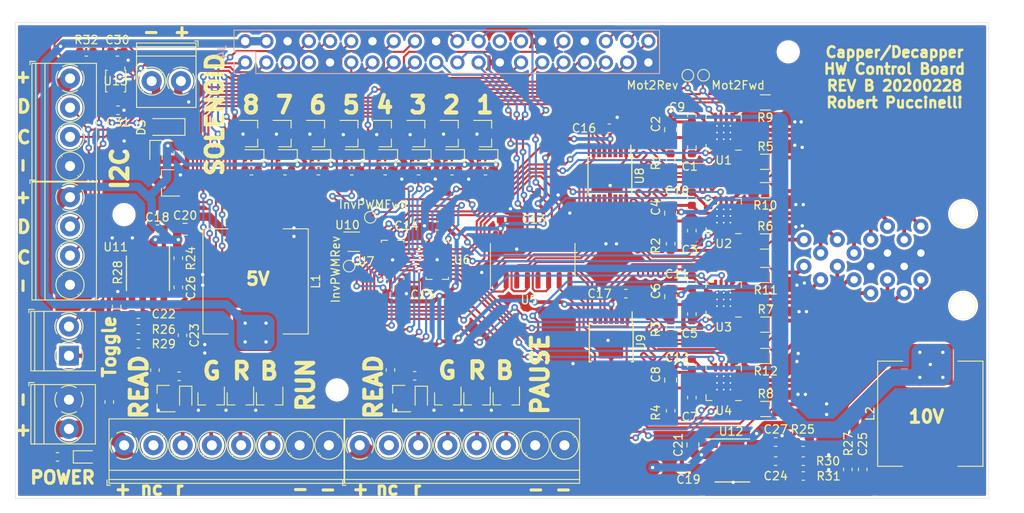
<source format=kicad_pcb>
(kicad_pcb (version 20171130) (host pcbnew "(5.1.5-0-10_14)")
  (layers (0 F.Cu signal) (31 B.Cu signal) (34 B.Paste user hide) (35 F.Paste user hide) (36 B.SilkS user) (37 F.SilkS user) (38 B.Mask user) (39 F.Mask user) (44 Edge.Cuts user))
  (net 0 "")
  (net 1 GND)
  (net 2 "Net-(C1-Pad1)")
  (net 3 +12V)
  (net 4 "Net-(C3-Pad1)")
  (net 5 "Net-(C5-Pad1)")
  (net 6 "Net-(C7-Pad1)")
  (net 7 "Net-(C9-Pad1)")
  (net 8 "Net-(C10-Pad1)")
  (net 9 "Net-(C11-Pad1)")
  (net 10 "Net-(C12-Pad1)")
  (net 11 +3V3)
  (net 12 "Net-(C18-Pad2)")
  (net 13 "Net-(C18-Pad1)")
  (net 14 +5V)
  (net 15 "Net-(D1-Pad1)")
  (net 16 "Net-(D4-Pad2)")
  (net 17 "Net-(D4-Pad1)")
  (net 18 "Net-(D5-Pad2)")
  (net 19 "Net-(D5-Pad1)")
  (net 20 "Net-(D6-Pad2)")
  (net 21 "Net-(D6-Pad1)")
  (net 22 /RunOut)
  (net 23 "Net-(D7-Pad1)")
  (net 24 /PauseOut)
  (net 25 "Net-(D8-Pad1)")
  (net 26 "Net-(D9-Pad1)")
  (net 27 "Net-(D10-Pad2)")
  (net 28 "Net-(D10-Pad1)")
  (net 29 "Net-(D11-Pad2)")
  (net 30 "Net-(D11-Pad1)")
  (net 31 "Net-(D12-Pad2)")
  (net 32 "Net-(D12-Pad1)")
  (net 33 /SCL)
  (net 34 /SDA)
  (net 35 /Mot1En)
  (net 36 /Mot2En)
  (net 37 /Mot3En)
  (net 38 /Mot4En)
  (net 39 /Mot5En)
  (net 40 /PwmFwd)
  (net 41 /PwmRev)
  (net 42 /Mot6En)
  (net 43 /Mot7En)
  (net 44 "Net-(J4-Pad28)")
  (net 45 /Mot8En)
  (net 46 "Net-(J4-Pad26)")
  (net 47 /CE0)
  (net 48 /SCLK)
  (net 49 /MISO)
  (net 50 /MOSI)
  (net 51 /RunRead)
  (net 52 /RunLedG)
  (net 53 /PauseRead)
  (net 54 /RunLedR)
  (net 55 /RunLedB)
  (net 56 /PauseLedB)
  (net 57 /SolSet)
  (net 58 /PauseLedG)
  (net 59 /PauseLedR)
  (net 60 "Net-(J4-Pad7)")
  (net 61 /Mot5b)
  (net 62 /Mot3SL)
  (net 63 /Mot6SL)
  (net 64 /Mot8b)
  (net 65 /Mot6b)
  (net 66 /Mot3b)
  (net 67 /Mot7b)
  (net 68 /Mot4b)
  (net 69 /Mot7SL)
  (net 70 /Mot4SL)
  (net 71 /Mot8SL)
  (net 72 /Mot5SL)
  (net 73 /Mot1b)
  (net 74 /Mot1SL)
  (net 75 /Mot2SL)
  (net 76 /Mot2b)
  (net 77 /RunMosB)
  (net 78 /RunMosR)
  (net 79 /RunMosG)
  (net 80 "Net-(J7-Pad2)")
  (net 81 /PauseMosB)
  (net 82 /PauseMosR)
  (net 83 /PauseMosG)
  (net 84 "Net-(J8-Pad2)")
  (net 85 "Net-(R1-Pad1)")
  (net 86 "Net-(R2-Pad1)")
  (net 87 "Net-(R3-Pad1)")
  (net 88 "Net-(R4-Pad1)")
  (net 89 /Mot1SH)
  (net 90 /Mot3SH)
  (net 91 /Mot5SH)
  (net 92 /Mot7SH)
  (net 93 /Mot2SH)
  (net 94 /Mot4SH)
  (net 95 /Mot6SH)
  (net 96 /Mot8SH)
  (net 97 /Mot1Fwd)
  (net 98 /Mot1Rev)
  (net 99 /Mot2Rev)
  (net 100 /Mot2Fwd)
  (net 101 "Net-(U1-Pad6)")
  (net 102 /Mot3Fwd)
  (net 103 /Mot3Rev)
  (net 104 /Mot4Rev)
  (net 105 /Mot4Fwd)
  (net 106 "Net-(U2-Pad6)")
  (net 107 /Mot5Fwd)
  (net 108 /Mot5Rev)
  (net 109 /Mot6Rev)
  (net 110 /Mot6Fwd)
  (net 111 "Net-(U3-Pad6)")
  (net 112 /Mot7Fwd)
  (net 113 /Mot7Rev)
  (net 114 /Mot8Rev)
  (net 115 /Mot8Fwd)
  (net 116 "Net-(U4-Pad6)")
  (net 117 /ADC8)
  (net 118 /ADC7)
  (net 119 /ADC6)
  (net 120 /ADC5)
  (net 121 /ADC4)
  (net 122 /ADC3)
  (net 123 /ADC2)
  (net 124 /ADC1)
  (net 125 /InvFwd)
  (net 126 "Net-(U6-Pad1)")
  (net 127 /InvRev)
  (net 128 "Net-(U7-Pad1)")
  (net 129 "Net-(D2-Pad2)")
  (net 130 "Net-(D2-Pad1)")
  (net 131 "Net-(D7-Pad2)")
  (net 132 "Net-(D13-Pad2)")
  (net 133 "Net-(D13-Pad1)")
  (net 134 /ToggleRead)
  (net 135 "Net-(J9-Pad2)")
  (net 136 "Net-(Q10-Pad3)")
  (net 137 "Net-(Q11-Pad3)")
  (net 138 +10V)
  (net 139 "Net-(C19-Pad2)")
  (net 140 "Net-(C19-Pad1)")
  (net 141 "Net-(C22-Pad2)")
  (net 142 "Net-(C22-Pad1)")
  (net 143 "Net-(C24-Pad2)")
  (net 144 "Net-(C24-Pad1)")
  (net 145 "Net-(C26-Pad1)")
  (net 146 "Net-(C27-Pad1)")
  (net 147 "Net-(R24-Pad2)")
  (net 148 "Net-(R25-Pad2)")
  (net 149 "Net-(R26-Pad1)")
  (net 150 "Net-(R27-Pad1)")
  (net 151 "Net-(J1-Pad3)")
  (net 152 "Net-(J1-Pad2)")
  (net 153 "Net-(R32-Pad1)")
  (module Connector_PinSocket_2.54mm:PinSocket_2x20_P2.54mm_Vertical (layer B.Cu) (at 95 33.77 270)
    (fp_text reference J4 (at -1.27 2.77 90) (layer B.SilkS) (effects (justify mirror)))
    (fp_text value Pi_Header)
    (pad 40 thru_hole oval (at -2.54 -48.26 270) (size 1.7 1.7) (drill 1) (layers *.Cu *.Mask) (net 37 /Mot3En))
    (pad 39 thru_hole rect (at 0 -48.26 270) (size 1.7 1.7) (drill 1) (layers *.Cu *.Mask) (net 1 GND))
    (pad 38 thru_hole oval (at -2.54 -45.72 270) (size 1.7 1.7) (drill 1) (layers *.Cu *.Mask) (net 36 /Mot2En))
    (pad 37 thru_hole oval (at 0 -45.72 270) (size 1.7 1.7) (drill 1) (layers *.Cu *.Mask) (net 38 /Mot4En))
    (pad 36 thru_hole oval (at -2.54 -43.18 270) (size 1.7 1.7) (drill 1) (layers *.Cu *.Mask) (net 35 /Mot1En))
    (pad 35 thru_hole oval (at 0 -43.18 270) (size 1.7 1.7) (drill 1) (layers *.Cu *.Mask) (net 39 /Mot5En))
    (pad 34 thru_hole rect (at -2.54 -40.64 270) (size 1.7 1.7) (drill 1) (layers *.Cu *.Mask) (net 1 GND))
    (pad 33 thru_hole oval (at 0 -40.64 270) (size 1.7 1.7) (drill 1) (layers *.Cu *.Mask) (net 40 /PwmFwd))
    (pad 32 thru_hole oval (at -2.54 -38.1 270) (size 1.7 1.7) (drill 1) (layers *.Cu *.Mask) (net 41 /PwmRev))
    (pad 31 thru_hole oval (at 0 -38.1 270) (size 1.7 1.7) (drill 1) (layers *.Cu *.Mask) (net 42 /Mot6En))
    (pad 30 thru_hole rect (at -2.54 -35.56 270) (size 1.7 1.7) (drill 1) (layers *.Cu *.Mask) (net 1 GND))
    (pad 29 thru_hole oval (at 0 -35.56 270) (size 1.7 1.7) (drill 1) (layers *.Cu *.Mask) (net 43 /Mot7En))
    (pad 28 thru_hole oval (at -2.54 -33.02 270) (size 1.7 1.7) (drill 1) (layers *.Cu *.Mask) (net 44 "Net-(J4-Pad28)"))
    (pad 27 thru_hole oval (at 0 -33.02 270) (size 1.7 1.7) (drill 1) (layers *.Cu *.Mask) (net 45 /Mot8En))
    (pad 26 thru_hole oval (at -2.54 -30.48 270) (size 1.7 1.7) (drill 1) (layers *.Cu *.Mask) (net 46 "Net-(J4-Pad26)"))
    (pad 25 thru_hole rect (at 0 -30.48 270) (size 1.7 1.7) (drill 1) (layers *.Cu *.Mask) (net 1 GND))
    (pad 24 thru_hole oval (at -2.54 -27.94 270) (size 1.7 1.7) (drill 1) (layers *.Cu *.Mask) (net 47 /CE0))
    (pad 23 thru_hole oval (at 0 -27.94 270) (size 1.7 1.7) (drill 1) (layers *.Cu *.Mask) (net 48 /SCLK))
    (pad 22 thru_hole oval (at -2.54 -25.4 270) (size 1.7 1.7) (drill 1) (layers *.Cu *.Mask) (net 134 /ToggleRead))
    (pad 21 thru_hole oval (at 0 -25.4 270) (size 1.7 1.7) (drill 1) (layers *.Cu *.Mask) (net 49 /MISO))
    (pad 20 thru_hole rect (at -2.54 -22.86 270) (size 1.7 1.7) (drill 1) (layers *.Cu *.Mask) (net 1 GND))
    (pad 19 thru_hole oval (at 0 -22.86 270) (size 1.7 1.7) (drill 1) (layers *.Cu *.Mask) (net 50 /MOSI))
    (pad 18 thru_hole oval (at -2.54 -20.32 270) (size 1.7 1.7) (drill 1) (layers *.Cu *.Mask) (net 51 /RunRead))
    (pad 17 thru_hole oval (at 0 -20.32 270) (size 1.7 1.7) (drill 1) (layers *.Cu *.Mask) (net 55 /RunLedB))
    (pad 16 thru_hole oval (at -2.54 -17.78 270) (size 1.7 1.7) (drill 1) (layers *.Cu *.Mask) (net 53 /PauseRead))
    (pad 15 thru_hole oval (at 0 -17.78 270) (size 1.7 1.7) (drill 1) (layers *.Cu *.Mask) (net 54 /RunLedR))
    (pad 14 thru_hole rect (at -2.54 -15.24 270) (size 1.7 1.7) (drill 1) (layers *.Cu *.Mask) (net 1 GND))
    (pad 13 thru_hole oval (at 0 -15.24 270) (size 1.7 1.7) (drill 1) (layers *.Cu *.Mask) (net 52 /RunLedG))
    (pad 12 thru_hole oval (at -2.54 -12.7 270) (size 1.7 1.7) (drill 1) (layers *.Cu *.Mask) (net 58 /PauseLedG))
    (pad 11 thru_hole oval (at 0 -12.7 270) (size 1.7 1.7) (drill 1) (layers *.Cu *.Mask) (net 57 /SolSet))
    (pad 10 thru_hole oval (at -2.54 -10.16 270) (size 1.7 1.7) (drill 1) (layers *.Cu *.Mask) (net 56 /PauseLedB))
    (pad 9 thru_hole rect (at 0 -10.16 270) (size 1.7 1.7) (drill 1) (layers *.Cu *.Mask) (net 1 GND))
    (pad 8 thru_hole oval (at -2.54 -7.62 270) (size 1.7 1.7) (drill 1) (layers *.Cu *.Mask) (net 59 /PauseLedR))
    (pad 7 thru_hole oval (at 0 -7.62 270) (size 1.7 1.7) (drill 1) (layers *.Cu *.Mask) (net 60 "Net-(J4-Pad7)"))
    (pad 6 thru_hole rect (at -2.54 -5.08 270) (size 1.7 1.7) (drill 1) (layers *.Cu *.Mask) (net 1 GND))
    (pad 5 thru_hole oval (at 0 -5.08 270) (size 1.7 1.7) (drill 1) (layers *.Cu *.Mask) (net 33 /SCL))
    (pad 4 thru_hole oval (at -2.54 -2.54 270) (size 1.7 1.7) (drill 1) (layers *.Cu *.Mask) (net 14 +5V))
    (pad 3 thru_hole oval (at 0 -2.54 270) (size 1.7 1.7) (drill 1) (layers *.Cu *.Mask) (net 34 /SDA))
    (pad 2 thru_hole oval (at -2.54 0 270) (size 1.7 1.7) (drill 1) (layers *.Cu *.Mask) (net 14 +5V))
    (pad 1 thru_hole circle (at 0 0 270) (size 1.7 1.7) (drill 1) (layers *.Cu *.Mask) (net 11 +3V3))
  )
  (module Package_SO:VSSOP-8_2.4x2.1mm_P0.5mm (layer F.Cu) (at 79.5 36 270)
    (fp_text reference U13 (at 0 0) (layer F.SilkS))
    (fp_text value TXB0102DCU)
    (pad 8 smd rect (at 1.55 -0.75 270) (size 0.75 0.25) (layers F.Cu F.Paste F.Mask) (net 152 "Net-(J1-Pad2)"))
    (pad 7 smd rect (at 1.55 -0.25 270) (size 0.75 0.25) (layers F.Cu F.Paste F.Mask) (net 14 +5V))
    (pad 6 smd rect (at 1.55 0.25 270) (size 0.75 0.25) (layers F.Cu F.Paste F.Mask) (net 153 "Net-(R32-Pad1)"))
    (pad 5 smd rect (at 1.55 0.75 270) (size 0.75 0.25) (layers F.Cu F.Paste F.Mask) (net 34 /SDA))
    (pad 4 smd rect (at -1.55 0.75 270) (size 0.75 0.25) (layers F.Cu F.Paste F.Mask) (net 33 /SCL))
    (pad 3 smd rect (at -1.55 0.25 270) (size 0.75 0.25) (layers F.Cu F.Paste F.Mask) (net 11 +3V3))
    (pad 2 smd rect (at -1.55 -0.25 270) (size 0.75 0.25) (layers F.Cu F.Paste F.Mask) (net 1 GND))
    (pad 1 smd rect (at -1.55 -0.75 270) (size 0.75 0.25) (layers F.Cu F.Paste F.Mask) (net 151 "Net-(J1-Pad3)"))
  )
  (module Resistor_SMD:R_0603_1608Metric (layer F.Cu) (at 76 32.5)
    (fp_text reference R32 (at 0 -1.43) (layer F.SilkS))
    (fp_text value 5k)
    (pad 2 smd roundrect (at 0.7875 0) (size 0.875 0.95) (layers F.Cu F.Paste F.Mask) (net 11 +3V3))
    (pad 1 smd roundrect (at -0.7875 0) (size 0.875 0.95) (layers F.Cu F.Paste F.Mask) (net 153 "Net-(R32-Pad1)"))
  )
  (module Capacitor_SMD:C_0603_1608Metric (layer F.Cu) (at 79.7875 39.5 180)
    (fp_text reference C31 (at 0 -1.43) (layer F.SilkS))
    (fp_text value 100nF)
    (pad 2 smd roundrect (at 0.7875 0 180) (size 0.875 0.95) (layers F.Cu F.Paste F.Mask) (net 14 +5V))
    (pad 1 smd roundrect (at -0.7875 0 180) (size 0.875 0.95) (layers F.Cu F.Paste F.Mask) (net 1 GND))
  )
  (module Capacitor_SMD:C_0603_1608Metric (layer F.Cu) (at 79.7125 32.5)
    (fp_text reference C30 (at 0 -1.43) (layer F.SilkS))
    (fp_text value 100nF)
    (pad 2 smd roundrect (at 0.7875 0) (size 0.875 0.95) (layers F.Cu F.Paste F.Mask) (net 1 GND))
    (pad 1 smd roundrect (at -0.7875 0) (size 0.875 0.95) (layers F.Cu F.Paste F.Mask) (net 11 +3V3))
  )
  (module MountingHole:MountingHole_2.2mm_M2 (layer F.Cu) (at 160 32.5)
    (fp_text reference H3 hide)
    (fp_text value MountingHole)
    (pad 1 np_thru_hole circle (at 0 0) (size 2.2 2.2) (drill 2.2) (layers *.Cu *.Mask))
  )
  (module MountingHole:MountingHole_2.2mm_M2 (layer F.Cu) (at 80.5 52)
    (fp_text reference H2 hide)
    (fp_text value MountingHole)
    (pad 1 np_thru_hole circle (at 0 0) (size 2.2 2.2) (drill 2.2) (layers *.Cu *.Mask))
  )
  (module MountingHole:MountingHole_2.2mm_M2 (layer F.Cu) (at 106 73)
    (fp_text reference H1 hide)
    (fp_text value MountingHole)
    (pad 1 np_thru_hole circle (at 0 0) (size 2.2 2.2) (drill 2.2) (layers *.Cu *.Mask))
  )
  (module Resistor_SMD:R_1206_3216Metric (layer F.Cu) (at 157.2992 68.9356 180)
    (fp_text reference R12 (at 0 -1.82) (layer F.SilkS))
    (fp_text value 50m)
    (pad 2 smd roundrect (at 1.4 0 180) (size 1.25 1.75) (layers F.Cu F.Paste F.Mask) (roundrect_rratio 0.2) (net 96 /Mot8SH))
    (pad 1 smd roundrect (at -1.4 0 180) (size 1.25 1.75) (layers F.Cu F.Paste F.Mask) (roundrect_rratio 0.2) (net 71 /Mot8SL))
  )
  (module Resistor_SMD:R_1206_3216Metric (layer F.Cu) (at 157.2992 59.2328 180)
    (fp_text reference R11 (at 0 -1.82) (layer F.SilkS))
    (fp_text value 50m)
    (pad 2 smd roundrect (at 1.4 0 180) (size 1.25 1.75) (layers F.Cu F.Paste F.Mask) (roundrect_rratio 0.2) (net 95 /Mot6SH))
    (pad 1 smd roundrect (at -1.4 0 180) (size 1.25 1.75) (layers F.Cu F.Paste F.Mask) (roundrect_rratio 0.2) (net 63 /Mot6SL))
  )
  (module Resistor_SMD:R_1206_3216Metric (layer F.Cu) (at 157.2484 49.0728 180)
    (fp_text reference R10 (at 0 -1.82) (layer F.SilkS))
    (fp_text value 50m)
    (pad 2 smd roundrect (at 1.4 0 180) (size 1.25 1.75) (layers F.Cu F.Paste F.Mask) (roundrect_rratio 0.2) (net 94 /Mot4SH))
    (pad 1 smd roundrect (at -1.4 0 180) (size 1.25 1.75) (layers F.Cu F.Paste F.Mask) (roundrect_rratio 0.2) (net 70 /Mot4SL))
  )
  (module Resistor_SMD:R_1206_3216Metric (layer F.Cu) (at 157.2484 38.5572 180)
    (fp_text reference R9 (at 0 -1.82) (layer F.SilkS))
    (fp_text value 50m)
    (pad 2 smd roundrect (at 1.4 0 180) (size 1.25 1.75) (layers F.Cu F.Paste F.Mask) (roundrect_rratio 0.2) (net 93 /Mot2SH))
    (pad 1 smd roundrect (at -1.4 0 180) (size 1.25 1.75) (layers F.Cu F.Paste F.Mask) (roundrect_rratio 0.2) (net 75 /Mot2SL))
  )
  (module Resistor_SMD:R_1206_3216Metric (layer F.Cu) (at 157.2992 75.2856)
    (fp_text reference R8 (at 0 -1.82) (layer F.SilkS))
    (fp_text value 50m)
    (pad 2 smd roundrect (at 1.4 0) (size 1.25 1.75) (layers F.Cu F.Paste F.Mask) (roundrect_rratio 0.2) (net 69 /Mot7SL))
    (pad 1 smd roundrect (at -1.4 0) (size 1.25 1.75) (layers F.Cu F.Paste F.Mask) (roundrect_rratio 0.2) (net 92 /Mot7SH))
  )
  (module Resistor_SMD:R_1206_3216Metric (layer F.Cu) (at 157.2992 65.1764)
    (fp_text reference R7 (at 0 -1.82) (layer F.SilkS))
    (fp_text value 50m)
    (pad 2 smd roundrect (at 1.4 0) (size 1.25 1.75) (layers F.Cu F.Paste F.Mask) (roundrect_rratio 0.2) (net 72 /Mot5SL))
    (pad 1 smd roundrect (at -1.4 0) (size 1.25 1.75) (layers F.Cu F.Paste F.Mask) (roundrect_rratio 0.2) (net 91 /Mot5SH))
  )
  (module Resistor_SMD:R_1206_3216Metric (layer F.Cu) (at 157.2484 55.2196)
    (fp_text reference R6 (at 0 -1.82) (layer F.SilkS))
    (fp_text value 50m)
    (pad 2 smd roundrect (at 1.4 0) (size 1.25 1.75) (layers F.Cu F.Paste F.Mask) (roundrect_rratio 0.2) (net 62 /Mot3SL))
    (pad 1 smd roundrect (at -1.4 0) (size 1.25 1.75) (layers F.Cu F.Paste F.Mask) (roundrect_rratio 0.2) (net 90 /Mot3SH))
  )
  (module Resistor_SMD:R_1206_3216Metric (layer F.Cu) (at 157.2768 45.6692)
    (fp_text reference R5 (at 0 -1.82) (layer F.SilkS))
    (fp_text value 50m)
    (pad 2 smd roundrect (at 1.4 0) (size 1.25 1.75) (layers F.Cu F.Paste F.Mask) (roundrect_rratio 0.2) (net 74 /Mot1SL))
    (pad 1 smd roundrect (at -1.4 0) (size 1.25 1.75) (layers F.Cu F.Paste F.Mask) (roundrect_rratio 0.2) (net 89 /Mot1SH))
  )
  (module Capacitor_SMD:C_0805_2012Metric (layer F.Cu) (at 87.8125 53.75)
    (fp_text reference C20 (at 0 -1.65) (layer F.SilkS))
    (fp_text value 22uF)
    (pad 2 smd roundrect (at 0.9375 0) (size 0.975 1.4) (layers F.Cu F.Paste F.Mask) (net 1 GND))
    (pad 1 smd roundrect (at -0.9375 0) (size 0.975 1.4) (layers F.Cu F.Paste F.Mask) (net 3 +12V))
  )
  (module TestPoint:TestPoint_Pad_D1.0mm (layer F.Cu) (at 147.9804 35.306)
    (fp_text reference TP4 hide)
    (fp_text value 2Rev)
    (pad 1 smd circle (at 0 0) (size 1 1) (layers F.Cu F.Mask) (net 99 /Mot2Rev))
  )
  (module TestPoint:TestPoint_Pad_D1.0mm (layer F.Cu) (at 149.86 35.306)
    (fp_text reference TP3 hide)
    (fp_text value 2Fwd)
    (pad 1 smd circle (at 0 0) (size 1 1) (layers F.Cu F.Mask) (net 100 /Mot2Fwd))
  )
  (module TestPoint:TestPoint_Pad_D1.0mm (layer F.Cu) (at 107.442 58.166)
    (fp_text reference TP2 hide)
    (fp_text value InvPwmR)
    (pad 1 smd circle (at 0 0) (size 1 1) (layers F.Cu F.Mask) (net 127 /InvRev))
  )
  (module TestPoint:TestPoint_Pad_D1.0mm (layer F.Cu) (at 109.982 52.324)
    (fp_text reference TP1 hide)
    (fp_text value InvPwmF)
    (pad 1 smd circle (at 0 0) (size 1 1) (layers F.Cu F.Mask) (net 125 /InvFwd))
  )
  (module Package_SO:Diodes_SO-8EP (layer F.Cu) (at 153.3061 81.4529)
    (fp_text reference U12 (at -0.1441 -3.4749) (layer F.SilkS))
    (fp_text value AP6503)
    (pad 1 smd rect (at -2.4975 -1.905) (size 1.505 0.802) (layers F.Cu F.Paste F.Mask) (net 139 "Net-(C19-Pad2)"))
    (pad 2 smd rect (at -2.4975 -0.635) (size 1.505 0.802) (layers F.Cu F.Paste F.Mask) (net 3 +12V))
    (pad 3 smd rect (at -2.4975 0.635) (size 1.505 0.802) (layers F.Cu F.Paste F.Mask) (net 140 "Net-(C19-Pad1)"))
    (pad 4 smd rect (at -2.4975 1.905) (size 1.505 0.802) (layers F.Cu F.Paste F.Mask) (net 1 GND))
    (pad 5 smd rect (at 2.4975 1.905) (size 1.505 0.802) (layers F.Cu F.Paste F.Mask) (net 150 "Net-(R27-Pad1)"))
    (pad 6 smd rect (at 2.4975 0.635) (size 1.505 0.802) (layers F.Cu F.Paste F.Mask) (net 143 "Net-(C24-Pad2)"))
    (pad 7 smd rect (at 2.4975 -0.635) (size 1.505 0.802) (layers F.Cu F.Paste F.Mask) (net 148 "Net-(R25-Pad2)"))
    (pad 8 smd rect (at 2.4975 -1.905) (size 1.505 0.802) (layers F.Cu F.Paste F.Mask) (net 146 "Net-(C27-Pad1)"))
    (pad 9 smd rect (at 0 0) (size 2.613 3.502) (layers F.Cu F.Paste F.Mask) (net 1 GND))
  )
  (module Resistor_SMD:R_0603_1608Metric (layer F.Cu) (at 161.798 83.312 180)
    (fp_text reference R31 (at -3.0279 -0.0244) (layer F.SilkS))
    (fp_text value 10k)
    (pad 1 smd roundrect (at -0.7875 0 180) (size 0.875 0.95) (layers F.Cu F.Paste F.Mask) (net 1 GND))
    (pad 2 smd roundrect (at 0.7875 0 180) (size 0.875 0.95) (layers F.Cu F.Paste F.Mask) (net 150 "Net-(R27-Pad1)"))
  )
  (module Resistor_SMD:R_0603_1608Metric (layer F.Cu) (at 161.798 81.534 180)
    (fp_text reference R30 (at -2.9625 0) (layer F.SilkS))
    (fp_text value 6k8)
    (pad 1 smd roundrect (at -0.7875 0 180) (size 0.875 0.95) (layers F.Cu F.Paste F.Mask) (net 1 GND))
    (pad 2 smd roundrect (at 0.7875 0 180) (size 0.875 0.95) (layers F.Cu F.Paste F.Mask) (net 144 "Net-(C24-Pad1)"))
  )
  (module Resistor_SMD:R_0603_1608Metric (layer F.Cu) (at 167.132 82.5245 90)
    (fp_text reference R27 (at 3.0279 0.0635 90) (layer F.SilkS))
    (fp_text value 100k)
    (pad 1 smd roundrect (at -0.7875 0 90) (size 0.875 0.95) (layers F.Cu F.Paste F.Mask) (net 150 "Net-(R27-Pad1)"))
    (pad 2 smd roundrect (at 0.7875 0 90) (size 0.875 0.95) (layers F.Cu F.Paste F.Mask) (net 138 +10V))
  )
  (module Resistor_SMD:R_0603_1608Metric (layer F.Cu) (at 161.7725 79.248 180)
    (fp_text reference R25 (at 0.0375 1.524) (layer F.SilkS))
    (fp_text value 100k)
    (pad 1 smd roundrect (at -0.7875 0 180) (size 0.875 0.95) (layers F.Cu F.Paste F.Mask) (net 3 +12V))
    (pad 2 smd roundrect (at 0.7875 0 180) (size 0.875 0.95) (layers F.Cu F.Paste F.Mask) (net 148 "Net-(R25-Pad2)"))
  )
  (module Capacitor_SMD:C_0603_1608Metric (layer F.Cu) (at 158.496 79.248)
    (fp_text reference C27 (at 0 -1.524) (layer F.SilkS))
    (fp_text value 100nF)
    (pad 1 smd roundrect (at -0.7875 0) (size 0.875 0.95) (layers F.Cu F.Paste F.Mask) (net 146 "Net-(C27-Pad1)"))
    (pad 2 smd roundrect (at 0.7875 0) (size 0.875 0.95) (layers F.Cu F.Paste F.Mask) (net 1 GND))
  )
  (module Capacitor_SMD:C_0603_1608Metric (layer F.Cu) (at 168.91 82.5245 270)
    (fp_text reference C25 (at -3.0225 0 90) (layer F.SilkS))
    (fp_text value 6.8nF)
    (pad 1 smd roundrect (at -0.7875 0 270) (size 0.875 0.95) (layers F.Cu F.Paste F.Mask) (net 138 +10V))
    (pad 2 smd roundrect (at 0.7875 0 270) (size 0.875 0.95) (layers F.Cu F.Paste F.Mask) (net 1 GND))
  )
  (module Capacitor_SMD:C_0603_1608Metric (layer F.Cu) (at 158.496 81.534 180)
    (fp_text reference C24 (at 0 -1.778) (layer F.SilkS))
    (fp_text value 6.8nF)
    (pad 1 smd roundrect (at -0.7875 0 180) (size 0.875 0.95) (layers F.Cu F.Paste F.Mask) (net 144 "Net-(C24-Pad1)"))
    (pad 2 smd roundrect (at 0.7875 0 180) (size 0.875 0.95) (layers F.Cu F.Paste F.Mask) (net 143 "Net-(C24-Pad2)"))
  )
  (module Capacitor_SMD:C_0805_2012Metric (layer F.Cu) (at 148.59 79.5805 90)
    (fp_text reference C21 (at 0 -1.75 90) (layer F.SilkS))
    (fp_text value 22uF)
    (pad 1 smd roundrect (at -0.9375 0 90) (size 0.975 1.4) (layers F.Cu F.Paste F.Mask) (net 3 +12V))
    (pad 2 smd roundrect (at 0.9375 0 90) (size 0.975 1.4) (layers F.Cu F.Paste F.Mask) (net 1 GND))
  )
  (module Capacitor_SMD:C_0603_1608Metric (layer F.Cu) (at 148.0565 82.296 180)
    (fp_text reference C19 (at 0 -1.43) (layer F.SilkS))
    (fp_text value 10nF)
    (pad 1 smd roundrect (at -0.7875 0 180) (size 0.875 0.95) (layers F.Cu F.Paste F.Mask) (net 140 "Net-(C19-Pad1)"))
    (pad 2 smd roundrect (at 0.7875 0 180) (size 0.875 0.95) (layers F.Cu F.Paste F.Mask) (net 139 "Net-(C19-Pad2)"))
  )
  (module Inductor_SMD:L_Wuerth_WE-PD-Typ-LS_Handsoldering (layer F.Cu) (at 177 75.85 90)
    (fp_text reference L2 (at 0 -7.2 90) (layer F.SilkS))
    (fp_text value 15uH)
    (pad 1 smd rect (at -5.9 0 90) (size 4.9 5.4) (layers F.Cu F.Paste F.Mask) (net 140 "Net-(C19-Pad1)"))
    (pad 2 smd rect (at 5.9 0 90) (size 4.9 5.4) (layers F.Cu F.Paste F.Mask) (net 138 +10V))
  )
  (module Package_SO:Diodes_SO-8EP (layer F.Cu) (at 83.3651 59.0301 270)
    (fp_text reference U11 (at -3.1501 3.8631 180) (layer F.SilkS))
    (fp_text value AP6503)
    (pad 9 smd rect (at 0 0 270) (size 2.613 3.502) (layers F.Cu F.Paste F.Mask) (net 1 GND))
    (pad 8 smd rect (at 2.4975 -1.905 270) (size 1.505 0.802) (layers F.Cu F.Paste F.Mask) (net 145 "Net-(C26-Pad1)"))
    (pad 7 smd rect (at 2.4975 -0.635 270) (size 1.505 0.802) (layers F.Cu F.Paste F.Mask) (net 147 "Net-(R24-Pad2)"))
    (pad 6 smd rect (at 2.4975 0.635 270) (size 1.505 0.802) (layers F.Cu F.Paste F.Mask) (net 141 "Net-(C22-Pad2)"))
    (pad 5 smd rect (at 2.4975 1.905 270) (size 1.505 0.802) (layers F.Cu F.Paste F.Mask) (net 149 "Net-(R26-Pad1)"))
    (pad 4 smd rect (at -2.4975 1.905 270) (size 1.505 0.802) (layers F.Cu F.Paste F.Mask) (net 1 GND))
    (pad 3 smd rect (at -2.4975 0.635 270) (size 1.505 0.802) (layers F.Cu F.Paste F.Mask) (net 13 "Net-(C18-Pad1)"))
    (pad 2 smd rect (at -2.4975 -0.635 270) (size 1.505 0.802) (layers F.Cu F.Paste F.Mask) (net 3 +12V))
    (pad 1 smd rect (at -2.4975 -1.905 270) (size 1.505 0.802) (layers F.Cu F.Paste F.Mask) (net 12 "Net-(C18-Pad2)"))
  )
  (module Resistor_SMD:R_0603_1608Metric (layer F.Cu) (at 82.2221 67.4756 180)
    (fp_text reference R29 (at -3.0279 -0.0244) (layer F.SilkS))
    (fp_text value 10k)
    (pad 2 smd roundrect (at 0.7875 0 180) (size 0.875 0.95) (layers F.Cu F.Paste F.Mask) (net 149 "Net-(R26-Pad1)"))
    (pad 1 smd roundrect (at -0.7875 0 180) (size 0.875 0.95) (layers F.Cu F.Paste F.Mask) (net 1 GND))
  )
  (module Resistor_SMD:R_0603_1608Metric (layer F.Cu) (at 79.6186 63 270)
    (fp_text reference R28 (at -4.072 -0.1374 90) (layer F.SilkS))
    (fp_text value 6k8)
    (pad 2 smd roundrect (at 0.7875 0 270) (size 0.875 0.95) (layers F.Cu F.Paste F.Mask) (net 142 "Net-(C22-Pad1)"))
    (pad 1 smd roundrect (at -0.7875 0 270) (size 0.875 0.95) (layers F.Cu F.Paste F.Mask) (net 1 GND))
  )
  (module Resistor_SMD:R_0603_1608Metric (layer F.Cu) (at 82.2221 65.6976)
    (fp_text reference R26 (at 3.0279 0.0635) (layer F.SilkS))
    (fp_text value 45k3)
    (pad 2 smd roundrect (at 0.7875 0) (size 0.875 0.95) (layers F.Cu F.Paste F.Mask) (net 14 +5V))
    (pad 1 smd roundrect (at -0.7875 0) (size 0.875 0.95) (layers F.Cu F.Paste F.Mask) (net 149 "Net-(R26-Pad1)"))
  )
  (module Resistor_SMD:R_0603_1608Metric (layer F.Cu) (at 87 57.2125 270)
    (fp_text reference R24 (at 0.0375 -1.5 90) (layer F.SilkS))
    (fp_text value 100k)
    (pad 2 smd roundrect (at 0.7875 0 270) (size 0.875 0.95) (layers F.Cu F.Paste F.Mask) (net 147 "Net-(R24-Pad2)"))
    (pad 1 smd roundrect (at -0.7875 0 270) (size 0.875 0.95) (layers F.Cu F.Paste F.Mask) (net 3 +12V))
  )
  (module Inductor_SMD:L_Wuerth_WE-PD-Typ-LS_Handsoldering (layer F.Cu) (at 96.25 60 270)
    (fp_text reference L1 (at 0 -7.2 90) (layer F.SilkS))
    (fp_text value 10uH)
    (pad 2 smd rect (at 5.9 0 270) (size 4.9 5.4) (layers F.Cu F.Paste F.Mask) (net 14 +5V))
    (pad 1 smd rect (at -5.9 0 270) (size 4.9 5.4) (layers F.Cu F.Paste F.Mask) (net 13 "Net-(C18-Pad1)"))
  )
  (module Capacitor_SMD:C_0603_1608Metric (layer F.Cu) (at 87 60.7125 90)
    (fp_text reference C26 (at -0.0375 1.5 90) (layer F.SilkS))
    (fp_text value 100nF)
    (pad 2 smd roundrect (at 0.7875 0 90) (size 0.875 0.95) (layers F.Cu F.Paste F.Mask) (net 1 GND))
    (pad 1 smd roundrect (at -0.7875 0 90) (size 0.875 0.95) (layers F.Cu F.Paste F.Mask) (net 145 "Net-(C26-Pad1)"))
  )
  (module Capacitor_SMD:C_0603_1608Metric (layer F.Cu) (at 87.5 66.4625 270)
    (fp_text reference C23 (at 0 -1.43 90) (layer F.SilkS))
    (fp_text value 6.8nF)
    (pad 2 smd roundrect (at 0.7875 0 270) (size 0.875 0.95) (layers F.Cu F.Paste F.Mask) (net 1 GND))
    (pad 1 smd roundrect (at -0.7875 0 270) (size 0.875 0.95) (layers F.Cu F.Paste F.Mask) (net 14 +5V))
  )
  (module Capacitor_SMD:C_0603_1608Metric (layer F.Cu) (at 82.2221 63.9196)
    (fp_text reference C22 (at 3.0279 0) (layer F.SilkS))
    (fp_text value 6.8nF)
    (pad 2 smd roundrect (at 0.7875 0) (size 0.875 0.95) (layers F.Cu F.Paste F.Mask) (net 141 "Net-(C22-Pad2)"))
    (pad 1 smd roundrect (at -0.7875 0) (size 0.875 0.95) (layers F.Cu F.Paste F.Mask) (net 142 "Net-(C22-Pad1)"))
  )
  (module Capacitor_SMD:C_0603_1608Metric (layer F.Cu) (at 84.5 53.75)
    (fp_text reference C18 (at 0 -1.43) (layer F.SilkS))
    (fp_text value 10nF)
    (pad 2 smd roundrect (at 0.7875 0) (size 0.875 0.95) (layers F.Cu F.Paste F.Mask) (net 12 "Net-(C18-Pad2)"))
    (pad 1 smd roundrect (at -0.7875 0) (size 0.875 0.95) (layers F.Cu F.Paste F.Mask) (net 13 "Net-(C18-Pad1)"))
  )
  (module Resistor_SMD:R_0603_1608Metric (layer F.Cu) (at 123.758 46.736 180)
    (fp_text reference R23 hide)
    (fp_text value 5k)
    (pad 2 smd roundrect (at 0.7875 0 180) (size 0.875 0.95) (layers F.Cu F.Paste F.Mask) (net 16 "Net-(D4-Pad2)"))
    (pad 1 smd roundrect (at -0.7875 0 180) (size 0.875 0.95) (layers F.Cu F.Paste F.Mask) (net 3 +12V))
  )
  (module Resistor_SMD:R_0603_1608Metric (layer F.Cu) (at 119.758 46.736 180)
    (fp_text reference R14 hide)
    (fp_text value 5k)
    (pad 2 smd roundrect (at 0.7875 0 180) (size 0.875 0.95) (layers F.Cu F.Paste F.Mask) (net 18 "Net-(D5-Pad2)"))
    (pad 1 smd roundrect (at -0.7875 0 180) (size 0.875 0.95) (layers F.Cu F.Paste F.Mask) (net 3 +12V))
  )
  (module Resistor_SMD:R_0603_1608Metric (layer F.Cu) (at 115.758 46.736 180)
    (fp_text reference R17 hide)
    (fp_text value 5k)
    (pad 2 smd roundrect (at 0.7875 0 180) (size 0.875 0.95) (layers F.Cu F.Paste F.Mask) (net 20 "Net-(D6-Pad2)"))
    (pad 1 smd roundrect (at -0.7875 0 180) (size 0.875 0.95) (layers F.Cu F.Paste F.Mask) (net 3 +12V))
  )
  (module Resistor_SMD:R_0603_1608Metric (layer F.Cu) (at 111.758 46.736 180)
    (fp_text reference R18 hide)
    (fp_text value 5k)
    (pad 2 smd roundrect (at 0.7875 0 180) (size 0.875 0.95) (layers F.Cu F.Paste F.Mask) (net 131 "Net-(D7-Pad2)"))
    (pad 1 smd roundrect (at -0.7875 0 180) (size 0.875 0.95) (layers F.Cu F.Paste F.Mask) (net 3 +12V))
  )
  (module Resistor_SMD:R_0603_1608Metric (layer F.Cu) (at 107.758 46.736 180)
    (fp_text reference R19 hide)
    (fp_text value 5k)
    (pad 2 smd roundrect (at 0.7875 0 180) (size 0.875 0.95) (layers F.Cu F.Paste F.Mask) (net 27 "Net-(D10-Pad2)"))
    (pad 1 smd roundrect (at -0.7875 0 180) (size 0.875 0.95) (layers F.Cu F.Paste F.Mask) (net 3 +12V))
  )
  (module Resistor_SMD:R_0603_1608Metric (layer F.Cu) (at 103.758 46.736 180)
    (fp_text reference R20 hide)
    (fp_text value 5k)
    (pad 2 smd roundrect (at 0.7875 0 180) (size 0.875 0.95) (layers F.Cu F.Paste F.Mask) (net 29 "Net-(D11-Pad2)"))
    (pad 1 smd roundrect (at -0.7875 0 180) (size 0.875 0.95) (layers F.Cu F.Paste F.Mask) (net 3 +12V))
  )
  (module Resistor_SMD:R_0603_1608Metric (layer F.Cu) (at 99.758 46.736 180)
    (fp_text reference R21 hide)
    (fp_text value 5k)
    (pad 2 smd roundrect (at 0.7875 0 180) (size 0.875 0.95) (layers F.Cu F.Paste F.Mask) (net 31 "Net-(D12-Pad2)"))
    (pad 1 smd roundrect (at -0.7875 0 180) (size 0.875 0.95) (layers F.Cu F.Paste F.Mask) (net 3 +12V))
  )
  (module LED_SMD:LED_0603_1608Metric (layer F.Cu) (at 123.758 44.958 180)
    (fp_text reference D4 hide)
    (fp_text value LED)
    (pad 2 smd roundrect (at 0.7875 0 180) (size 0.875 0.95) (layers F.Cu F.Paste F.Mask) (net 16 "Net-(D4-Pad2)"))
    (pad 1 smd roundrect (at -0.7875 0 180) (size 0.875 0.95) (layers F.Cu F.Paste F.Mask) (net 17 "Net-(D4-Pad1)"))
  )
  (module LED_SMD:LED_0603_1608Metric (layer F.Cu) (at 119.758 44.958 180)
    (fp_text reference D5 hide)
    (fp_text value LED)
    (pad 2 smd roundrect (at 0.7875 0 180) (size 0.875 0.95) (layers F.Cu F.Paste F.Mask) (net 18 "Net-(D5-Pad2)"))
    (pad 1 smd roundrect (at -0.7875 0 180) (size 0.875 0.95) (layers F.Cu F.Paste F.Mask) (net 19 "Net-(D5-Pad1)"))
  )
  (module LED_SMD:LED_0603_1608Metric (layer F.Cu) (at 115.758 44.958 180)
    (fp_text reference D6 hide)
    (fp_text value LED)
    (pad 2 smd roundrect (at 0.7875 0 180) (size 0.875 0.95) (layers F.Cu F.Paste F.Mask) (net 20 "Net-(D6-Pad2)"))
    (pad 1 smd roundrect (at -0.7875 0 180) (size 0.875 0.95) (layers F.Cu F.Paste F.Mask) (net 21 "Net-(D6-Pad1)"))
  )
  (module LED_SMD:LED_0603_1608Metric (layer F.Cu) (at 111.758 44.958 180)
    (fp_text reference D7 hide)
    (fp_text value LED)
    (pad 2 smd roundrect (at 0.7875 0 180) (size 0.875 0.95) (layers F.Cu F.Paste F.Mask) (net 131 "Net-(D7-Pad2)"))
    (pad 1 smd roundrect (at -0.7875 0 180) (size 0.875 0.95) (layers F.Cu F.Paste F.Mask) (net 23 "Net-(D7-Pad1)"))
  )
  (module LED_SMD:LED_0603_1608Metric (layer F.Cu) (at 107.758 44.958 180)
    (fp_text reference D10 hide)
    (fp_text value LED)
    (pad 2 smd roundrect (at 0.7875 0 180) (size 0.875 0.95) (layers F.Cu F.Paste F.Mask) (net 27 "Net-(D10-Pad2)"))
    (pad 1 smd roundrect (at -0.7875 0 180) (size 0.875 0.95) (layers F.Cu F.Paste F.Mask) (net 28 "Net-(D10-Pad1)"))
  )
  (module LED_SMD:LED_0603_1608Metric (layer F.Cu) (at 103.758 44.958 180)
    (fp_text reference D11 hide)
    (fp_text value LED)
    (pad 2 smd roundrect (at 0.7875 0 180) (size 0.875 0.95) (layers F.Cu F.Paste F.Mask) (net 29 "Net-(D11-Pad2)"))
    (pad 1 smd roundrect (at -0.7875 0 180) (size 0.875 0.95) (layers F.Cu F.Paste F.Mask) (net 30 "Net-(D11-Pad1)"))
  )
  (module LED_SMD:LED_0603_1608Metric (layer F.Cu) (at 99.758 44.958 180)
    (fp_text reference D12 hide)
    (fp_text value LED)
    (pad 2 smd roundrect (at 0.7875 0 180) (size 0.875 0.95) (layers F.Cu F.Paste F.Mask) (net 31 "Net-(D12-Pad2)"))
    (pad 1 smd roundrect (at -0.7875 0 180) (size 0.875 0.95) (layers F.Cu F.Paste F.Mask) (net 32 "Net-(D12-Pad1)"))
  )
  (module Package_TO_SOT_SMD:SOT-23 (layer F.Cu) (at 123.742 42.291)
    (fp_text reference Q2 hide)
    (fp_text value Q_NMOS_GSD)
    (pad 3 smd rect (at 1 0) (size 0.9 0.8) (layers F.Cu F.Paste F.Mask) (net 17 "Net-(D4-Pad1)"))
    (pad 2 smd rect (at -1 0.95) (size 0.9 0.8) (layers F.Cu F.Paste F.Mask) (net 1 GND))
    (pad 1 smd rect (at -1 -0.95) (size 0.9 0.8) (layers F.Cu F.Paste F.Mask) (net 35 /Mot1En))
  )
  (module Package_TO_SOT_SMD:SOT-23 (layer F.Cu) (at 119.742 42.291)
    (fp_text reference Q3 hide)
    (fp_text value Q_NMOS_GSD)
    (pad 3 smd rect (at 1 0) (size 0.9 0.8) (layers F.Cu F.Paste F.Mask) (net 19 "Net-(D5-Pad1)"))
    (pad 2 smd rect (at -1 0.95) (size 0.9 0.8) (layers F.Cu F.Paste F.Mask) (net 1 GND))
    (pad 1 smd rect (at -1 -0.95) (size 0.9 0.8) (layers F.Cu F.Paste F.Mask) (net 36 /Mot2En))
  )
  (module Package_TO_SOT_SMD:SOT-23 (layer F.Cu) (at 115.742 42.291)
    (fp_text reference Q4 hide)
    (fp_text value Q_NMOS_GSD)
    (pad 3 smd rect (at 1 0) (size 0.9 0.8) (layers F.Cu F.Paste F.Mask) (net 21 "Net-(D6-Pad1)"))
    (pad 2 smd rect (at -1 0.95) (size 0.9 0.8) (layers F.Cu F.Paste F.Mask) (net 1 GND))
    (pad 1 smd rect (at -1 -0.95) (size 0.9 0.8) (layers F.Cu F.Paste F.Mask) (net 37 /Mot3En))
  )
  (module Package_TO_SOT_SMD:SOT-23 (layer F.Cu) (at 111.742 42.291)
    (fp_text reference Q5 hide)
    (fp_text value Q_NMOS_GSD)
    (pad 3 smd rect (at 1 0) (size 0.9 0.8) (layers F.Cu F.Paste F.Mask) (net 23 "Net-(D7-Pad1)"))
    (pad 2 smd rect (at -1 0.95) (size 0.9 0.8) (layers F.Cu F.Paste F.Mask) (net 1 GND))
    (pad 1 smd rect (at -1 -0.95) (size 0.9 0.8) (layers F.Cu F.Paste F.Mask) (net 38 /Mot4En))
  )
  (module Package_TO_SOT_SMD:SOT-23 (layer F.Cu) (at 107.742 42.291)
    (fp_text reference Q12 hide)
    (fp_text value Q_NMOS_GSD)
    (pad 3 smd rect (at 1 0) (size 0.9 0.8) (layers F.Cu F.Paste F.Mask) (net 28 "Net-(D10-Pad1)"))
    (pad 2 smd rect (at -1 0.95) (size 0.9 0.8) (layers F.Cu F.Paste F.Mask) (net 1 GND))
    (pad 1 smd rect (at -1 -0.95) (size 0.9 0.8) (layers F.Cu F.Paste F.Mask) (net 39 /Mot5En))
  )
  (module Package_TO_SOT_SMD:SOT-23 (layer F.Cu) (at 103.742 42.291)
    (fp_text reference Q13 hide)
    (fp_text value Q_NMOS_GSD)
    (pad 3 smd rect (at 1 0) (size 0.9 0.8) (layers F.Cu F.Paste F.Mask) (net 30 "Net-(D11-Pad1)"))
    (pad 2 smd rect (at -1 0.95) (size 0.9 0.8) (layers F.Cu F.Paste F.Mask) (net 1 GND))
    (pad 1 smd rect (at -1 -0.95) (size 0.9 0.8) (layers F.Cu F.Paste F.Mask) (net 42 /Mot6En))
  )
  (module Package_TO_SOT_SMD:SOT-23 (layer F.Cu) (at 99.742 42.291)
    (fp_text reference Q14 hide)
    (fp_text value Q_NMOS_GSD)
    (pad 3 smd rect (at 1 0) (size 0.9 0.8) (layers F.Cu F.Paste F.Mask) (net 32 "Net-(D12-Pad1)"))
    (pad 2 smd rect (at -1 0.95) (size 0.9 0.8) (layers F.Cu F.Paste F.Mask) (net 1 GND))
    (pad 1 smd rect (at -1 -0.95) (size 0.9 0.8) (layers F.Cu F.Paste F.Mask) (net 43 /Mot7En))
  )
  (module Package_TO_SOT_SMD:SOT-363_SC-70-6 (layer F.Cu) (at 108 55.245)
    (fp_text reference U10 (at -0.7612 -2) (layer F.SilkS))
    (fp_text value 74LVC2G14)
    (pad 6 smd rect (at 0.95 -0.65) (size 0.65 0.4) (layers F.Cu F.Paste F.Mask) (net 125 /InvFwd))
    (pad 4 smd rect (at 0.95 0.65) (size 0.65 0.4) (layers F.Cu F.Paste F.Mask) (net 127 /InvRev))
    (pad 2 smd rect (at -0.95 0) (size 0.65 0.4) (layers F.Cu F.Paste F.Mask) (net 1 GND))
    (pad 5 smd rect (at 0.95 0) (size 0.65 0.4) (layers F.Cu F.Paste F.Mask) (net 11 +3V3))
    (pad 3 smd rect (at -0.95 0.65) (size 0.65 0.4) (layers F.Cu F.Paste F.Mask) (net 41 /PwmRev))
    (pad 1 smd rect (at -0.95 -0.65) (size 0.65 0.4) (layers F.Cu F.Paste F.Mask) (net 40 /PwmFwd))
  )
  (module Resistor_SMD:R_0603_1608Metric (layer F.Cu) (at 78.74 74.4475 270)
    (fp_text reference R16 hide)
    (fp_text value 5k)
    (pad 2 smd roundrect (at 0.7875 0 270) (size 0.875 0.95) (layers F.Cu F.Paste F.Mask) (net 1 GND))
    (pad 1 smd roundrect (at -0.7875 0 270) (size 0.875 0.95) (layers F.Cu F.Paste F.Mask) (net 80 "Net-(J7-Pad2)"))
  )
  (module Resistor_SMD:R_0603_1608Metric (layer F.Cu) (at 72.5425 81.026 180)
    (fp_text reference R13 hide)
    (fp_text value 5k)
    (pad 2 smd roundrect (at 0.7875 0 180) (size 0.875 0.95) (layers F.Cu F.Paste F.Mask) (net 1 GND))
    (pad 1 smd roundrect (at -0.7875 0 180) (size 0.875 0.95) (layers F.Cu F.Paste F.Mask) (net 15 "Net-(D1-Pad1)"))
  )
  (module LED_SMD:LED_0603_1608Metric (layer F.Cu) (at 75.9205 81.026)
    (fp_text reference D1 hide)
    (fp_text value LED)
    (pad 2 smd roundrect (at 0.7875 0) (size 0.875 0.95) (layers F.Cu F.Paste F.Mask) (net 3 +12V))
    (pad 1 smd roundrect (at -0.7875 0) (size 0.875 0.95) (layers F.Cu F.Paste F.Mask) (net 15 "Net-(D1-Pad1)"))
  )
  (module Package_TO_SOT_SMD:SOT-23 (layer F.Cu) (at 113.411 74.041 180)
    (fp_text reference Q11 hide)
    (fp_text value Q_NMOS_GSD)
    (pad 1 smd rect (at -1 -0.95 180) (size 0.9 0.8) (layers F.Cu F.Paste F.Mask) (net 24 /PauseOut))
    (pad 2 smd rect (at -1 0.95 180) (size 0.9 0.8) (layers F.Cu F.Paste F.Mask) (net 1 GND))
    (pad 3 smd rect (at 1 0 180) (size 0.9 0.8) (layers F.Cu F.Paste F.Mask) (net 137 "Net-(Q11-Pad3)"))
  )
  (module Resistor_SMD:R_0603_1608Metric (layer F.Cu) (at 112.395 70.612 270)
    (fp_text reference R34 hide)
    (fp_text value 5k)
    (pad 1 smd roundrect (at -0.7875 0 270) (size 0.875 0.95) (layers F.Cu F.Paste F.Mask) (net 53 /PauseRead))
    (pad 2 smd roundrect (at 0.7875 0 270) (size 0.875 0.95) (layers F.Cu F.Paste F.Mask) (net 137 "Net-(Q11-Pad3)"))
  )
  (module Resistor_SMD:R_0603_1608Metric (layer F.Cu) (at 115.2905 71.3105 180)
    (fp_text reference R42 hide)
    (fp_text value 5k)
    (pad 1 smd roundrect (at -0.7875 0 180) (size 0.875 0.95) (layers F.Cu F.Paste F.Mask) (net 26 "Net-(D9-Pad1)"))
    (pad 2 smd roundrect (at 0.7875 0 180) (size 0.875 0.95) (layers F.Cu F.Paste F.Mask) (net 1 GND))
  )
  (module LED_SMD:LED_0603_1608Metric (layer F.Cu) (at 116.078 74.041 270)
    (fp_text reference D9 hide)
    (fp_text value LED)
    (pad 1 smd roundrect (at -0.7875 0 270) (size 0.875 0.95) (layers F.Cu F.Paste F.Mask) (net 26 "Net-(D9-Pad1)"))
    (pad 2 smd roundrect (at 0.7875 0 270) (size 0.875 0.95) (layers F.Cu F.Paste F.Mask) (net 24 /PauseOut))
  )
  (module Package_TO_SOT_SMD:SOT-23 (layer F.Cu) (at 126.253 74.041 270)
    (fp_text reference Q17 hide)
    (fp_text value Q_NMOS_GSD)
    (pad 3 smd rect (at 1 0 270) (size 0.9 0.8) (layers F.Cu F.Paste F.Mask) (net 81 /PauseMosB))
    (pad 2 smd rect (at -1 0.95 270) (size 0.9 0.8) (layers F.Cu F.Paste F.Mask) (net 1 GND))
    (pad 1 smd rect (at -1 -0.95 270) (size 0.9 0.8) (layers F.Cu F.Paste F.Mask) (net 56 /PauseLedB))
  )
  (module Package_TO_SOT_SMD:SOT-23 (layer F.Cu) (at 122.753 74.041 270)
    (fp_text reference Q9 hide)
    (fp_text value Q_NMOS_GSD)
    (pad 3 smd rect (at 1 0 270) (size 0.9 0.8) (layers F.Cu F.Paste F.Mask) (net 82 /PauseMosR))
    (pad 2 smd rect (at -1 0.95 270) (size 0.9 0.8) (layers F.Cu F.Paste F.Mask) (net 1 GND))
    (pad 1 smd rect (at -1 -0.95 270) (size 0.9 0.8) (layers F.Cu F.Paste F.Mask) (net 59 /PauseLedR))
  )
  (module Package_TO_SOT_SMD:SOT-23 (layer F.Cu) (at 119.253 74.041 270)
    (fp_text reference Q7 hide)
    (fp_text value Q_NMOS_GSD)
    (pad 1 smd rect (at -1 -0.95 270) (size 0.9 0.8) (layers F.Cu F.Paste F.Mask) (net 58 /PauseLedG))
    (pad 2 smd rect (at -1 0.95 270) (size 0.9 0.8) (layers F.Cu F.Paste F.Mask) (net 1 GND))
    (pad 3 smd rect (at 1 0 270) (size 0.9 0.8) (layers F.Cu F.Paste F.Mask) (net 83 /PauseMosG))
  )
  (module Package_TO_SOT_SMD:SOT-23 (layer F.Cu) (at 97.932 74.041 270)
    (fp_text reference Q16 hide)
    (fp_text value Q_NMOS_GSD)
    (pad 1 smd rect (at -1 -0.95 270) (size 0.9 0.8) (layers F.Cu F.Paste F.Mask) (net 55 /RunLedB))
    (pad 2 smd rect (at -1 0.95 270) (size 0.9 0.8) (layers F.Cu F.Paste F.Mask) (net 1 GND))
    (pad 3 smd rect (at 1 0 270) (size 0.9 0.8) (layers F.Cu F.Paste F.Mask) (net 77 /RunMosB))
  )
  (module Package_TO_SOT_SMD:SOT-23 (layer F.Cu) (at 94.432 74.041 270)
    (fp_text reference Q8 hide)
    (fp_text value Q_NMOS_GSD)
    (pad 1 smd rect (at -1 -0.95 270) (size 0.9 0.8) (layers F.Cu F.Paste F.Mask) (net 54 /RunLedR))
    (pad 2 smd rect (at -1 0.95 270) (size 0.9 0.8) (layers F.Cu F.Paste F.Mask) (net 1 GND))
    (pad 3 smd rect (at 1 0 270) (size 0.9 0.8) (layers F.Cu F.Paste F.Mask) (net 78 /RunMosR))
  )
  (module Package_TO_SOT_SMD:SOT-23 (layer F.Cu) (at 95.742 42.291)
    (fp_text reference Q15 hide)
    (fp_text value Q_NMOS_GSD)
    (pad 1 smd rect (at -1 -0.95) (size 0.9 0.8) (layers F.Cu F.Paste F.Mask) (net 45 /Mot8En))
    (pad 2 smd rect (at -1 0.95) (size 0.9 0.8) (layers F.Cu F.Paste F.Mask) (net 1 GND))
    (pad 3 smd rect (at 1 0) (size 0.9 0.8) (layers F.Cu F.Paste F.Mask) (net 133 "Net-(D13-Pad1)"))
  )
  (module Resistor_SMD:R_0603_1608Metric (layer F.Cu) (at 95.758 46.736 180)
    (fp_text reference R22 hide)
    (fp_text value 5k)
    (pad 1 smd roundrect (at -0.7875 0 180) (size 0.875 0.95) (layers F.Cu F.Paste F.Mask) (net 3 +12V))
    (pad 2 smd roundrect (at 0.7875 0 180) (size 0.875 0.95) (layers F.Cu F.Paste F.Mask) (net 132 "Net-(D13-Pad2)"))
  )
  (module LED_SMD:LED_0603_1608Metric (layer F.Cu) (at 95.758 44.958 180)
    (fp_text reference D13 hide)
    (fp_text value LED)
    (pad 1 smd roundrect (at -0.7875 0 180) (size 0.875 0.95) (layers F.Cu F.Paste F.Mask) (net 133 "Net-(D13-Pad1)"))
    (pad 2 smd roundrect (at 0.7875 0 180) (size 0.875 0.95) (layers F.Cu F.Paste F.Mask) (net 132 "Net-(D13-Pad2)"))
  )
  (module TerminalBlock_Phoenix:TerminalBlock_Phoenix_PT-1,5-2-3.5-H_1x02_P3.50mm_Horizontal (layer F.Cu) (at 73.914 74.168 270)
    (fp_text reference J2 hide)
    (fp_text value Power_Connector)
    (pad 2 thru_hole circle (at 3.5 0 270) (size 2.4 2.4) (drill 1.2) (layers *.Cu *.Mask) (net 3 +12V))
    (pad 1 thru_hole rect (at 0 0 270) (size 2.4 2.4) (drill 1.2) (layers *.Cu *.Mask) (net 1 GND))
  )
  (module Connector:RP13A-12RC-20PB (layer F.Cu) (at 161.925 57.404 270)
    (fp_text reference J5 hide)
    (fp_text value DC_Connector)
    (pad "" np_thru_hole circle (at -5.5 -19 270) (size 3 3) (drill 3) (layers *.Cu *.Mask))
    (pad "" np_thru_hole circle (at 5.5 -19 270) (size 3 3) (drill 3) (layers *.Cu *.Mask))
    (pad 10 thru_hole circle (at 4 -7.95 270) (size 1.8 1.8) (drill 0.9) (layers *.Cu *.Mask) (net 71 /Mot8SL))
    (pad 5 thru_hole circle (at -4 -9.95 270) (size 1.8 1.8) (drill 0.9) (layers *.Cu *.Mask) (net 73 /Mot1b))
    (pad 11 thru_hole circle (at -4 -13.95 270) (size 1.8 1.8) (drill 0.9) (layers *.Cu *.Mask) (net 75 /Mot2SL))
    (pad 16 thru_hole circle (at 4 -11.95 270) (size 1.8 1.8) (drill 0.9) (layers *.Cu *.Mask) (net 67 /Mot7b))
    (pad 17 thru_hole circle (at -2.4 -11.95 270) (size 1.8 1.8) (drill 0.9) (layers *.Cu *.Mask) (net 76 /Mot2b))
    (pad 12 thru_hole circle (at -2.4 -7.95 270) (size 1.8 1.8) (drill 0.9) (layers *.Cu *.Mask) (net 74 /Mot1SL))
    (pad 6 thru_hole circle (at -2.4 -3.95 270) (size 1.8 1.8) (drill 0.9) (layers *.Cu *.Mask) (net 68 /Mot4b))
    (pad 19 thru_hole rect (at 0.8 -11.95 270) (size 1.8 1.8) (drill 0.9) (layers *.Cu *.Mask) (net 1 GND))
    (pad 14 thru_hole rect (at 0.8 -7.95 270) (size 1.8 1.8) (drill 0.9) (layers *.Cu *.Mask) (net 1 GND))
    (pad 8 thru_hole circle (at 0.8 -3.95 270) (size 1.8 1.8) (drill 0.9) (layers *.Cu *.Mask) (net 61 /Mot5b))
    (pad 18 thru_hole rect (at -0.8 -13.95 270) (size 1.8 1.8) (drill 0.9) (layers *.Cu *.Mask) (net 1 GND))
    (pad 13 thru_hole rect (at -0.8 -9.95 270) (size 1.8 1.8) (drill 0.9) (layers *.Cu *.Mask) (net 1 GND))
    (pad 7 thru_hole circle (at -0.8 -5.95 270) (size 1.8 1.8) (drill 0.9) (layers *.Cu *.Mask) (net 70 /Mot4SL))
    (pad 20 thru_hole circle (at 2.4 -13.95 270) (size 1.8 1.8) (drill 0.9) (layers *.Cu *.Mask) (net 69 /Mot7SL))
    (pad 15 thru_hole circle (at 2.4 -9.95 270) (size 1.8 1.8) (drill 0.9) (layers *.Cu *.Mask) (net 64 /Mot8b))
    (pad 9 thru_hole circle (at 2.4 -5.95 270) (size 1.8 1.8) (drill 0.9) (layers *.Cu *.Mask) (net 72 /Mot5SL))
    (pad 2 thru_hole circle (at -0.8 -1.95 270) (size 1.8 1.8) (drill 0.9) (layers *.Cu *.Mask) (net 66 /Mot3b))
    (pad 1 thru_hole circle (at -2.4 0.05 270) (size 1.8 1.8) (drill 0.9) (layers *.Cu *.Mask) (net 62 /Mot3SL))
    (pad 3 thru_hole circle (at 0.8 0.05 270) (size 1.8 1.8) (drill 0.9) (layers *.Cu *.Mask) (net 63 /Mot6SL))
    (pad 4 thru_hole circle (at 2.4 -1.95 270) (size 1.8 1.8) (drill 0.9) (layers *.Cu *.Mask) (net 65 /Mot6b))
  )
  (module Package_DFN_QFN:Texas_S-PWQFN-N16_EP2.1x2.1mm_ThermalVias (layer F.Cu) (at 152.273 72.164 180)
    (fp_text reference U4 (at 0 -3.32) (layer F.SilkS))
    (fp_text value DRV8833RTY)
    (pad 17 smd roundrect (at 0 0 180) (size 2.1 2.1) (layers F.Cu F.Mask) (roundrect_rratio 0.119048) (net 1 GND))
    (pad 17 thru_hole circle (at -0.8 -0.8 180) (size 0.5 0.5) (drill 0.2) (layers *.Cu) (net 1 GND))
    (pad 17 thru_hole circle (at 0 -0.8 180) (size 0.5 0.5) (drill 0.2) (layers *.Cu) (net 1 GND))
    (pad 17 thru_hole circle (at 0.8 -0.8 180) (size 0.5 0.5) (drill 0.2) (layers *.Cu) (net 1 GND))
    (pad 17 thru_hole circle (at -0.8 0 180) (size 0.5 0.5) (drill 0.2) (layers *.Cu) (net 1 GND))
    (pad 17 thru_hole circle (at 0 0 180) (size 0.5 0.5) (drill 0.2) (layers *.Cu) (net 1 GND))
    (pad 17 thru_hole circle (at 0.8 0 180) (size 0.5 0.5) (drill 0.2) (layers *.Cu) (net 1 GND))
    (pad 17 thru_hole circle (at -0.8 0.8 180) (size 0.5 0.5) (drill 0.2) (layers *.Cu) (net 1 GND))
    (pad 17 thru_hole circle (at 0 0.8 180) (size 0.5 0.5) (drill 0.2) (layers *.Cu) (net 1 GND))
    (pad 17 thru_hole circle (at 0.8 0.8 180) (size 0.5 0.5) (drill 0.2) (layers *.Cu) (net 1 GND))
    (pad 17 smd roundrect (at 0 0 180) (size 2.1 2.1) (layers B.Cu) (roundrect_rratio 0.119048) (net 1 GND))
    (pad 1 smd roundrect (at -1.8625 -0.975 180) (size 1.025 0.35) (layers F.Cu F.Paste F.Mask) (net 1 GND))
    (pad 2 smd roundrect (at -1.8625 -0.325 180) (size 1.025 0.35) (layers F.Cu F.Paste F.Mask) (net 67 /Mot7b))
    (pad 3 smd roundrect (at -1.8625 0.325 180) (size 1.025 0.35) (layers F.Cu F.Paste F.Mask) (net 64 /Mot8b))
    (pad 4 smd roundrect (at -1.8625 0.975 180) (size 1.025 0.35) (layers F.Cu F.Paste F.Mask) (net 1 GND))
    (pad 5 smd roundrect (at -0.975 1.8625 180) (size 0.35 1.025) (layers F.Cu F.Paste F.Mask) (net 96 /Mot8SH))
    (pad 6 smd roundrect (at -0.325 1.8625 180) (size 0.35 1.025) (layers F.Cu F.Paste F.Mask) (net 116 "Net-(U4-Pad6)"))
    (pad 7 smd roundrect (at 0.325 1.8625 180) (size 0.35 1.025) (layers F.Cu F.Paste F.Mask) (net 115 /Mot8Fwd))
    (pad 8 smd roundrect (at 0.975 1.8625 180) (size 0.35 1.025) (layers F.Cu F.Paste F.Mask) (net 114 /Mot8Rev))
    (pad 9 smd roundrect (at 1.8625 0.975 180) (size 1.025 0.35) (layers F.Cu F.Paste F.Mask) (net 10 "Net-(C12-Pad1)"))
    (pad 10 smd roundrect (at 1.8625 0.325 180) (size 1.025 0.35) (layers F.Cu F.Paste F.Mask) (net 138 +10V))
    (pad 11 smd roundrect (at 1.8625 -0.325 180) (size 1.025 0.35) (layers F.Cu F.Paste F.Mask) (net 1 GND))
    (pad 12 smd roundrect (at 1.8625 -0.975 180) (size 1.025 0.35) (layers F.Cu F.Paste F.Mask) (net 6 "Net-(C7-Pad1)"))
    (pad 13 smd roundrect (at 0.975 -1.8625 180) (size 0.35 1.025) (layers F.Cu F.Paste F.Mask) (net 113 /Mot7Rev))
    (pad 14 smd roundrect (at 0.325 -1.8625 180) (size 0.35 1.025) (layers F.Cu F.Paste F.Mask) (net 112 /Mot7Fwd))
    (pad 15 smd roundrect (at -0.325 -1.8625 180) (size 0.35 1.025) (layers F.Cu F.Paste F.Mask) (net 88 "Net-(R4-Pad1)"))
    (pad 16 smd roundrect (at -0.975 -1.8625 180) (size 0.35 1.025) (layers F.Cu F.Paste F.Mask) (net 92 /Mot7SH))
  )
  (module Package_DFN_QFN:Texas_S-PWQFN-N16_EP2.1x2.1mm_ThermalVias (layer F.Cu) (at 152.273 62.164 180)
    (fp_text reference U3 (at 0 -3.32) (layer F.SilkS))
    (fp_text value DRV8833RTY)
    (pad 17 smd roundrect (at 0 0 180) (size 2.1 2.1) (layers F.Cu F.Mask) (roundrect_rratio 0.119048) (net 1 GND))
    (pad 17 thru_hole circle (at -0.8 -0.8 180) (size 0.5 0.5) (drill 0.2) (layers *.Cu) (net 1 GND))
    (pad 17 thru_hole circle (at 0 -0.8 180) (size 0.5 0.5) (drill 0.2) (layers *.Cu) (net 1 GND))
    (pad 17 thru_hole circle (at 0.8 -0.8 180) (size 0.5 0.5) (drill 0.2) (layers *.Cu) (net 1 GND))
    (pad 17 thru_hole circle (at -0.8 0 180) (size 0.5 0.5) (drill 0.2) (layers *.Cu) (net 1 GND))
    (pad 17 thru_hole circle (at 0 0 180) (size 0.5 0.5) (drill 0.2) (layers *.Cu) (net 1 GND))
    (pad 17 thru_hole circle (at 0.8 0 180) (size 0.5 0.5) (drill 0.2) (layers *.Cu) (net 1 GND))
    (pad 17 thru_hole circle (at -0.8 0.8 180) (size 0.5 0.5) (drill 0.2) (layers *.Cu) (net 1 GND))
    (pad 17 thru_hole circle (at 0 0.8 180) (size 0.5 0.5) (drill 0.2) (layers *.Cu) (net 1 GND))
    (pad 17 thru_hole circle (at 0.8 0.8 180) (size 0.5 0.5) (drill 0.2) (layers *.Cu) (net 1 GND))
    (pad 17 smd roundrect (at 0 0 180) (size 2.1 2.1) (layers B.Cu) (roundrect_rratio 0.119048) (net 1 GND))
    (pad 1 smd roundrect (at -1.8625 -0.975 180) (size 1.025 0.35) (layers F.Cu F.Paste F.Mask) (net 1 GND))
    (pad 2 smd roundrect (at -1.8625 -0.325 180) (size 1.025 0.35) (layers F.Cu F.Paste F.Mask) (net 61 /Mot5b))
    (pad 3 smd roundrect (at -1.8625 0.325 180) (size 1.025 0.35) (layers F.Cu F.Paste F.Mask) (net 65 /Mot6b))
    (pad 4 smd roundrect (at -1.8625 0.975 180) (size 1.025 0.35) (layers F.Cu F.Paste F.Mask) (net 1 GND))
    (pad 5 smd roundrect (at -0.975 1.8625 180) (size 0.35 1.025) (layers F.Cu F.Paste F.Mask) (net 95 /Mot6SH))
    (pad 6 smd roundrect (at -0.325 1.8625 180) (size 0.35 1.025) (layers F.Cu F.Paste F.Mask) (net 111 "Net-(U3-Pad6)"))
    (pad 7 smd roundrect (at 0.325 1.8625 180) (size 0.35 1.025) (layers F.Cu F.Paste F.Mask) (net 110 /Mot6Fwd))
    (pad 8 smd roundrect (at 0.975 1.8625 180) (size 0.35 1.025) (layers F.Cu F.Paste F.Mask) (net 109 /Mot6Rev))
    (pad 9 smd roundrect (at 1.8625 0.975 180) (size 1.025 0.35) (layers F.Cu F.Paste F.Mask) (net 9 "Net-(C11-Pad1)"))
    (pad 10 smd roundrect (at 1.8625 0.325 180) (size 1.025 0.35) (layers F.Cu F.Paste F.Mask) (net 138 +10V))
    (pad 11 smd roundrect (at 1.8625 -0.325 180) (size 1.025 0.35) (layers F.Cu F.Paste F.Mask) (net 1 GND))
    (pad 12 smd roundrect (at 1.8625 -0.975 180) (size 1.025 0.35) (layers F.Cu F.Paste F.Mask) (net 5 "Net-(C5-Pad1)"))
    (pad 13 smd roundrect (at 0.975 -1.8625 180) (size 0.35 1.025) (layers F.Cu F.Paste F.Mask) (net 108 /Mot5Rev))
    (pad 14 smd roundrect (at 0.325 -1.8625 180) (size 0.35 1.025) (layers F.Cu F.Paste F.Mask) (net 107 /Mot5Fwd))
    (pad 15 smd roundrect (at -0.325 -1.8625 180) (size 0.35 1.025) (layers F.Cu F.Paste F.Mask) (net 87 "Net-(R3-Pad1)"))
    (pad 16 smd roundrect (at -0.975 -1.8625 180) (size 0.35 1.025) (layers F.Cu F.Paste F.Mask) (net 91 /Mot5SH))
  )
  (module Package_DFN_QFN:Texas_S-PWQFN-N16_EP2.1x2.1mm_ThermalVias (layer F.Cu) (at 152.273 52.164 180)
    (fp_text reference U2 (at 0 -3.32) (layer F.SilkS))
    (fp_text value DRV8833RTY)
    (pad 17 smd roundrect (at 0 0 180) (size 2.1 2.1) (layers F.Cu F.Mask) (roundrect_rratio 0.119048) (net 1 GND))
    (pad 17 thru_hole circle (at -0.8 -0.8 180) (size 0.5 0.5) (drill 0.2) (layers *.Cu) (net 1 GND))
    (pad 17 thru_hole circle (at 0 -0.8 180) (size 0.5 0.5) (drill 0.2) (layers *.Cu) (net 1 GND))
    (pad 17 thru_hole circle (at 0.8 -0.8 180) (size 0.5 0.5) (drill 0.2) (layers *.Cu) (net 1 GND))
    (pad 17 thru_hole circle (at -0.8 0 180) (size 0.5 0.5) (drill 0.2) (layers *.Cu) (net 1 GND))
    (pad 17 thru_hole circle (at 0 0 180) (size 0.5 0.5) (drill 0.2) (layers *.Cu) (net 1 GND))
    (pad 17 thru_hole circle (at 0.8 0 180) (size 0.5 0.5) (drill 0.2) (layers *.Cu) (net 1 GND))
    (pad 17 thru_hole circle (at -0.8 0.8 180) (size 0.5 0.5) (drill 0.2) (layers *.Cu) (net 1 GND))
    (pad 17 thru_hole circle (at 0 0.8 180) (size 0.5 0.5) (drill 0.2) (layers *.Cu) (net 1 GND))
    (pad 17 thru_hole circle (at 0.8 0.8 180) (size 0.5 0.5) (drill 0.2) (layers *.Cu) (net 1 GND))
    (pad 17 smd roundrect (at 0 0 180) (size 2.1 2.1) (layers B.Cu) (roundrect_rratio 0.119048) (net 1 GND))
    (pad 1 smd roundrect (at -1.8625 -0.975 180) (size 1.025 0.35) (layers F.Cu F.Paste F.Mask) (net 1 GND))
    (pad 2 smd roundrect (at -1.8625 -0.325 180) (size 1.025 0.35) (layers F.Cu F.Paste F.Mask) (net 66 /Mot3b))
    (pad 3 smd roundrect (at -1.8625 0.325 180) (size 1.025 0.35) (layers F.Cu F.Paste F.Mask) (net 68 /Mot4b))
    (pad 4 smd roundrect (at -1.8625 0.975 180) (size 1.025 0.35) (layers F.Cu F.Paste F.Mask) (net 1 GND))
    (pad 5 smd roundrect (at -0.975 1.8625 180) (size 0.35 1.025) (layers F.Cu F.Paste F.Mask) (net 94 /Mot4SH))
    (pad 6 smd roundrect (at -0.325 1.8625 180) (size 0.35 1.025) (layers F.Cu F.Paste F.Mask) (net 106 "Net-(U2-Pad6)"))
    (pad 7 smd roundrect (at 0.325 1.8625 180) (size 0.35 1.025) (layers F.Cu F.Paste F.Mask) (net 105 /Mot4Fwd))
    (pad 8 smd roundrect (at 0.975 1.8625 180) (size 0.35 1.025) (layers F.Cu F.Paste F.Mask) (net 104 /Mot4Rev))
    (pad 9 smd roundrect (at 1.8625 0.975 180) (size 1.025 0.35) (layers F.Cu F.Paste F.Mask) (net 8 "Net-(C10-Pad1)"))
    (pad 10 smd roundrect (at 1.8625 0.325 180) (size 1.025 0.35) (layers F.Cu F.Paste F.Mask) (net 138 +10V))
    (pad 11 smd roundrect (at 1.8625 -0.325 180) (size 1.025 0.35) (layers F.Cu F.Paste F.Mask) (net 1 GND))
    (pad 12 smd roundrect (at 1.8625 -0.975 180) (size 1.025 0.35) (layers F.Cu F.Paste F.Mask) (net 4 "Net-(C3-Pad1)"))
    (pad 13 smd roundrect (at 0.975 -1.8625 180) (size 0.35 1.025) (layers F.Cu F.Paste F.Mask) (net 103 /Mot3Rev))
    (pad 14 smd roundrect (at 0.325 -1.8625 180) (size 0.35 1.025) (layers F.Cu F.Paste F.Mask) (net 102 /Mot3Fwd))
    (pad 15 smd roundrect (at -0.325 -1.8625 180) (size 0.35 1.025) (layers F.Cu F.Paste F.Mask) (net 86 "Net-(R2-Pad1)"))
    (pad 16 smd roundrect (at -0.975 -1.8625 180) (size 0.35 1.025) (layers F.Cu F.Paste F.Mask) (net 90 /Mot3SH))
  )
  (module Capacitor_SMD:C_0805_2012Metric (layer F.Cu) (at 145.923 71.8315 270)
    (fp_text reference C8 (at -0.6835 1.778 90) (layer F.SilkS))
    (fp_text value 10uF)
    (pad 1 smd roundrect (at -0.9375 0 270) (size 0.975 1.4) (layers F.Cu F.Paste F.Mask) (net 138 +10V))
    (pad 2 smd roundrect (at 0.9375 0 270) (size 0.975 1.4) (layers F.Cu F.Paste F.Mask) (net 1 GND))
  )
  (module Capacitor_SMD:C_0805_2012Metric (layer F.Cu) (at 145.923 61.8315 270)
    (fp_text reference C6 (at -0.6835 1.778 90) (layer F.SilkS))
    (fp_text value 10uF)
    (pad 1 smd roundrect (at -0.9375 0 270) (size 0.975 1.4) (layers F.Cu F.Paste F.Mask) (net 138 +10V))
    (pad 2 smd roundrect (at 0.9375 0 270) (size 0.975 1.4) (layers F.Cu F.Paste F.Mask) (net 1 GND))
  )
  (module Capacitor_SMD:C_0805_2012Metric (layer F.Cu) (at 145.923 51.8315 270)
    (fp_text reference C4 (at -0.6835 1.778 90) (layer F.SilkS))
    (fp_text value 10uF)
    (pad 1 smd roundrect (at -0.9375 0 270) (size 0.975 1.4) (layers F.Cu F.Paste F.Mask) (net 138 +10V))
    (pad 2 smd roundrect (at 0.9375 0 270) (size 0.975 1.4) (layers F.Cu F.Paste F.Mask) (net 1 GND))
  )
  (module Capacitor_SMD:C_0603_1608Metric (layer F.Cu) (at 148.463 73.9165 90)
    (fp_text reference C7 (at -2.3115 -0.254 180) (layer F.SilkS))
    (fp_text value 2.2uF)
    (pad 1 smd roundrect (at -0.7875 0 90) (size 0.875 0.95) (layers F.Cu F.Paste F.Mask) (net 6 "Net-(C7-Pad1)"))
    (pad 2 smd roundrect (at 0.7875 0 90) (size 0.875 0.95) (layers F.Cu F.Paste F.Mask) (net 1 GND))
  )
  (module Capacitor_SMD:C_0603_1608Metric (layer F.Cu) (at 148.463 63.9165 90)
    (fp_text reference C5 (at -2.3115 -0.254 180) (layer F.SilkS))
    (fp_text value 2.2uF)
    (pad 1 smd roundrect (at -0.7875 0 90) (size 0.875 0.95) (layers F.Cu F.Paste F.Mask) (net 5 "Net-(C5-Pad1)"))
    (pad 2 smd roundrect (at 0.7875 0 90) (size 0.875 0.95) (layers F.Cu F.Paste F.Mask) (net 1 GND))
  )
  (module Capacitor_SMD:C_0603_1608Metric (layer F.Cu) (at 148.463 53.9165 90)
    (fp_text reference C3 (at -2.3115 -0.254 180) (layer F.SilkS))
    (fp_text value 2.2uF)
    (pad 1 smd roundrect (at -0.7875 0 90) (size 0.875 0.95) (layers F.Cu F.Paste F.Mask) (net 4 "Net-(C3-Pad1)"))
    (pad 2 smd roundrect (at 0.7875 0 90) (size 0.875 0.95) (layers F.Cu F.Paste F.Mask) (net 1 GND))
  )
  (module Resistor_SMD:R_0603_1608Metric (layer F.Cu) (at 145.923 75.4915 90)
    (fp_text reference R4 (at -0.2285 -1.778 90) (layer F.SilkS))
    (fp_text value 50k)
    (pad 1 smd roundrect (at -0.7875 0 90) (size 0.875 0.95) (layers F.Cu F.Paste F.Mask) (net 88 "Net-(R4-Pad1)"))
    (pad 2 smd roundrect (at 0.7875 0 90) (size 0.875 0.95) (layers F.Cu F.Paste F.Mask) (net 138 +10V))
  )
  (module Resistor_SMD:R_0603_1608Metric (layer F.Cu) (at 145.923 65.4915 90)
    (fp_text reference R3 (at -0.2285 -1.778 90) (layer F.SilkS))
    (fp_text value 50k)
    (pad 1 smd roundrect (at -0.7875 0 90) (size 0.875 0.95) (layers F.Cu F.Paste F.Mask) (net 87 "Net-(R3-Pad1)"))
    (pad 2 smd roundrect (at 0.7875 0 90) (size 0.875 0.95) (layers F.Cu F.Paste F.Mask) (net 138 +10V))
  )
  (module Resistor_SMD:R_0603_1608Metric (layer F.Cu) (at 145.923 55.4915 90)
    (fp_text reference R2 (at -0.2285 -1.778 90) (layer F.SilkS))
    (fp_text value 50k)
    (pad 1 smd roundrect (at -0.7875 0 90) (size 0.875 0.95) (layers F.Cu F.Paste F.Mask) (net 86 "Net-(R2-Pad1)"))
    (pad 2 smd roundrect (at 0.7875 0 90) (size 0.875 0.95) (layers F.Cu F.Paste F.Mask) (net 138 +10V))
  )
  (module Capacitor_SMD:C_0603_1608Metric (layer F.Cu) (at 148.463 70.1065 270)
    (fp_text reference C12 (at -0.9905 1.778 180) (layer F.SilkS))
    (fp_text value 10nF)
    (pad 1 smd roundrect (at -0.7875 0 270) (size 0.875 0.95) (layers F.Cu F.Paste F.Mask) (net 10 "Net-(C12-Pad1)"))
    (pad 2 smd roundrect (at 0.7875 0 270) (size 0.875 0.95) (layers F.Cu F.Paste F.Mask) (net 138 +10V))
  )
  (module Capacitor_SMD:C_0603_1608Metric (layer F.Cu) (at 148.463 60.1065 270)
    (fp_text reference C11 (at -0.9905 1.778 180) (layer F.SilkS))
    (fp_text value 10nF)
    (pad 1 smd roundrect (at -0.7875 0 270) (size 0.875 0.95) (layers F.Cu F.Paste F.Mask) (net 9 "Net-(C11-Pad1)"))
    (pad 2 smd roundrect (at 0.7875 0 270) (size 0.875 0.95) (layers F.Cu F.Paste F.Mask) (net 138 +10V))
  )
  (module Capacitor_SMD:C_0603_1608Metric (layer F.Cu) (at 148.463 50.1065 270)
    (fp_text reference C10 (at -0.9905 1.778 180) (layer F.SilkS))
    (fp_text value 10nF)
    (pad 1 smd roundrect (at -0.7875 0 270) (size 0.875 0.95) (layers F.Cu F.Paste F.Mask) (net 8 "Net-(C10-Pad1)"))
    (pad 2 smd roundrect (at 0.7875 0 270) (size 0.875 0.95) (layers F.Cu F.Paste F.Mask) (net 138 +10V))
  )
  (module TerminalBlock_Phoenix:TerminalBlock_Phoenix_PT-1,5-2-3.5-H_1x02_P3.50mm_Horizontal (layer F.Cu) (at 73.914 65.405 270)
    (fp_text reference J7 hide)
    (fp_text value Toggle_Connector)
    (pad 2 thru_hole rect (at 3.5 0 270) (size 2.4 2.4) (drill 1.2) (layers *.Cu *.Mask) (net 80 "Net-(J7-Pad2)"))
    (pad 1 thru_hole circle (at 0 0 270) (size 2.4 2.4) (drill 1.2) (layers *.Cu *.Mask) (net 134 /ToggleRead))
  )
  (module Package_SO:TSSOP-14_4.4x5mm_P0.65mm (layer F.Cu) (at 138.811 67.31 270)
    (fp_text reference U9 (at 0 -3.55 90) (layer F.SilkS))
    (fp_text value INA4180)
    (pad 14 smd rect (at 2.95 -1.95 270) (size 1.45 0.45) (layers F.Cu F.Paste F.Mask) (net 117 /ADC8))
    (pad 13 smd rect (at 2.95 -1.3 270) (size 1.45 0.45) (layers F.Cu F.Paste F.Mask) (net 71 /Mot8SL))
    (pad 12 smd rect (at 2.95 -0.65 270) (size 1.45 0.45) (layers F.Cu F.Paste F.Mask) (net 96 /Mot8SH))
    (pad 11 smd rect (at 2.95 0 270) (size 1.45 0.45) (layers F.Cu F.Paste F.Mask) (net 1 GND))
    (pad 10 smd rect (at 2.95 0.65 270) (size 1.45 0.45) (layers F.Cu F.Paste F.Mask) (net 92 /Mot7SH))
    (pad 9 smd rect (at 2.95 1.3 270) (size 1.45 0.45) (layers F.Cu F.Paste F.Mask) (net 69 /Mot7SL))
    (pad 8 smd rect (at 2.95 1.95 270) (size 1.45 0.45) (layers F.Cu F.Paste F.Mask) (net 118 /ADC7))
    (pad 7 smd rect (at -2.95 1.95 270) (size 1.45 0.45) (layers F.Cu F.Paste F.Mask) (net 119 /ADC6))
    (pad 6 smd rect (at -2.95 1.3 270) (size 1.45 0.45) (layers F.Cu F.Paste F.Mask) (net 63 /Mot6SL))
    (pad 5 smd rect (at -2.95 0.65 270) (size 1.45 0.45) (layers F.Cu F.Paste F.Mask) (net 95 /Mot6SH))
    (pad 4 smd rect (at -2.95 0 270) (size 1.45 0.45) (layers F.Cu F.Paste F.Mask) (net 11 +3V3))
    (pad 3 smd rect (at -2.95 -0.65 270) (size 1.45 0.45) (layers F.Cu F.Paste F.Mask) (net 91 /Mot5SH))
    (pad 2 smd rect (at -2.95 -1.3 270) (size 1.45 0.45) (layers F.Cu F.Paste F.Mask) (net 72 /Mot5SL))
    (pad 1 smd rect (at -2.95 -1.95 270) (size 1.45 0.45) (layers F.Cu F.Paste F.Mask) (net 120 /ADC5))
  )
  (module Package_SO:TSSOP-14_4.4x5mm_P0.65mm (layer F.Cu) (at 138.655 47.356 270)
    (fp_text reference U8 (at 0 -3.55 90) (layer F.SilkS))
    (fp_text value INA4180)
    (pad 14 smd rect (at 2.95 -1.95 270) (size 1.45 0.45) (layers F.Cu F.Paste F.Mask) (net 121 /ADC4))
    (pad 13 smd rect (at 2.95 -1.3 270) (size 1.45 0.45) (layers F.Cu F.Paste F.Mask) (net 70 /Mot4SL))
    (pad 12 smd rect (at 2.95 -0.65 270) (size 1.45 0.45) (layers F.Cu F.Paste F.Mask) (net 94 /Mot4SH))
    (pad 11 smd rect (at 2.95 0 270) (size 1.45 0.45) (layers F.Cu F.Paste F.Mask) (net 1 GND))
    (pad 10 smd rect (at 2.95 0.65 270) (size 1.45 0.45) (layers F.Cu F.Paste F.Mask) (net 90 /Mot3SH))
    (pad 9 smd rect (at 2.95 1.3 270) (size 1.45 0.45) (layers F.Cu F.Paste F.Mask) (net 62 /Mot3SL))
    (pad 8 smd rect (at 2.95 1.95 270) (size 1.45 0.45) (layers F.Cu F.Paste F.Mask) (net 122 /ADC3))
    (pad 7 smd rect (at -2.95 1.95 270) (size 1.45 0.45) (layers F.Cu F.Paste F.Mask) (net 123 /ADC2))
    (pad 6 smd rect (at -2.95 1.3 270) (size 1.45 0.45) (layers F.Cu F.Paste F.Mask) (net 75 /Mot2SL))
    (pad 5 smd rect (at -2.95 0.65 270) (size 1.45 0.45) (layers F.Cu F.Paste F.Mask) (net 93 /Mot2SH))
    (pad 4 smd rect (at -2.95 0 270) (size 1.45 0.45) (layers F.Cu F.Paste F.Mask) (net 11 +3V3))
    (pad 3 smd rect (at -2.95 -0.65 270) (size 1.45 0.45) (layers F.Cu F.Paste F.Mask) (net 89 /Mot1SH))
    (pad 2 smd rect (at -2.95 -1.3 270) (size 1.45 0.45) (layers F.Cu F.Paste F.Mask) (net 74 /Mot1SL))
    (pad 1 smd rect (at -2.95 -1.95 270) (size 1.45 0.45) (layers F.Cu F.Paste F.Mask) (net 124 /ADC1))
  )
  (module Package_DFN_QFN:WQFN-20-1EP_2.5x4.5mm_P0.5mm_EP1x2.9mm (layer F.Cu) (at 112.649 57.424 180)
    (fp_text reference U7 (at 3.175 -0.1705) (layer F.SilkS))
    (fp_text value CBT3245A)
    (pad 21 smd rect (at 0 0 90) (size 2.9 1) (layers F.Cu F.Mask) (net 1 GND))
    (pad 12 smd rect (at 1.3 1.75 180) (size 0.9 0.24) (layers F.Cu F.Paste F.Mask) (net 99 /Mot2Rev))
    (pad 13 smd rect (at 1.3 1.25 180) (size 0.9 0.24) (layers F.Cu F.Paste F.Mask) (net 103 /Mot3Rev))
    (pad 14 smd rect (at 1.3 0.75 180) (size 0.9 0.24) (layers F.Cu F.Paste F.Mask) (net 104 /Mot4Rev))
    (pad 15 smd rect (at 1.3 0.25 180) (size 0.9 0.24) (layers F.Cu F.Paste F.Mask) (net 108 /Mot5Rev))
    (pad 16 smd rect (at 1.3 -0.25 180) (size 0.9 0.24) (layers F.Cu F.Paste F.Mask) (net 109 /Mot6Rev))
    (pad 17 smd rect (at 1.3 -0.75 180) (size 0.9 0.24) (layers F.Cu F.Paste F.Mask) (net 113 /Mot7Rev))
    (pad 18 smd rect (at 1.3 -1.25 180) (size 0.9 0.24) (layers F.Cu F.Paste F.Mask) (net 114 /Mot8Rev))
    (pad 19 smd rect (at 1.3 -1.75 180) (size 0.9 0.24) (layers F.Cu F.Paste F.Mask) (net 127 /InvRev))
    (pad 9 smd rect (at -1.3 1.75 180) (size 0.9 0.24) (layers F.Cu F.Paste F.Mask) (net 35 /Mot1En))
    (pad 8 smd rect (at -1.3 1.25 180) (size 0.9 0.24) (layers F.Cu F.Paste F.Mask) (net 36 /Mot2En))
    (pad 7 smd rect (at -1.3 0.75 180) (size 0.9 0.24) (layers F.Cu F.Paste F.Mask) (net 37 /Mot3En))
    (pad 6 smd rect (at -1.3 0.25 180) (size 0.9 0.24) (layers F.Cu F.Paste F.Mask) (net 38 /Mot4En))
    (pad 5 smd rect (at -1.3 -0.25 180) (size 0.9 0.24) (layers F.Cu F.Paste F.Mask) (net 39 /Mot5En))
    (pad 4 smd rect (at -1.3 -0.75 180) (size 0.9 0.24) (layers F.Cu F.Paste F.Mask) (net 42 /Mot6En))
    (pad 3 smd rect (at -1.3 -1.25 180) (size 0.9 0.24) (layers F.Cu F.Paste F.Mask) (net 43 /Mot7En))
    (pad 2 smd rect (at -1.3 -1.75 180) (size 0.9 0.24) (layers F.Cu F.Paste F.Mask) (net 45 /Mot8En))
    (pad 11 smd rect (at 0.25 2.3 90) (size 0.9 0.24) (layers F.Cu F.Paste F.Mask) (net 98 /Mot1Rev))
    (pad 10 smd rect (at -0.25 2.3 90) (size 0.9 0.24) (layers F.Cu F.Paste F.Mask) (net 1 GND))
    (pad 20 smd rect (at 0.25 -2.3 90) (size 0.9 0.24) (layers F.Cu F.Paste F.Mask) (net 11 +3V3))
    (pad 1 smd rect (at -0.25 -2.3 90) (size 0.9 0.24) (layers F.Cu F.Paste F.Mask) (net 128 "Net-(U7-Pad1)"))
  )
  (module Package_DFN_QFN:WQFN-20-1EP_2.5x4.5mm_P0.5mm_EP1x2.9mm (layer F.Cu) (at 117.983 57.404)
    (fp_text reference U6 (at 2.9845 0) (layer F.SilkS))
    (fp_text value CBT3245A)
    (pad 21 smd rect (at 0 0 270) (size 2.9 1) (layers F.Cu F.Mask) (net 1 GND))
    (pad 12 smd rect (at 1.3 1.75) (size 0.9 0.24) (layers F.Cu F.Paste F.Mask) (net 112 /Mot7Fwd))
    (pad 13 smd rect (at 1.3 1.25) (size 0.9 0.24) (layers F.Cu F.Paste F.Mask) (net 110 /Mot6Fwd))
    (pad 14 smd rect (at 1.3 0.75) (size 0.9 0.24) (layers F.Cu F.Paste F.Mask) (net 107 /Mot5Fwd))
    (pad 15 smd rect (at 1.3 0.25) (size 0.9 0.24) (layers F.Cu F.Paste F.Mask) (net 105 /Mot4Fwd))
    (pad 16 smd rect (at 1.3 -0.25) (size 0.9 0.24) (layers F.Cu F.Paste F.Mask) (net 102 /Mot3Fwd))
    (pad 17 smd rect (at 1.3 -0.75) (size 0.9 0.24) (layers F.Cu F.Paste F.Mask) (net 100 /Mot2Fwd))
    (pad 18 smd rect (at 1.3 -1.25) (size 0.9 0.24) (layers F.Cu F.Paste F.Mask) (net 97 /Mot1Fwd))
    (pad 19 smd rect (at 1.3 -1.75) (size 0.9 0.24) (layers F.Cu F.Paste F.Mask) (net 125 /InvFwd))
    (pad 9 smd rect (at -1.3 1.75) (size 0.9 0.24) (layers F.Cu F.Paste F.Mask) (net 45 /Mot8En))
    (pad 8 smd rect (at -1.3 1.25) (size 0.9 0.24) (layers F.Cu F.Paste F.Mask) (net 43 /Mot7En))
    (pad 7 smd rect (at -1.3 0.75) (size 0.9 0.24) (layers F.Cu F.Paste F.Mask) (net 42 /Mot6En))
    (pad 6 smd rect (at -1.3 0.25) (size 0.9 0.24) (layers F.Cu F.Paste F.Mask) (net 39 /Mot5En))
    (pad 5 smd rect (at -1.3 -0.25) (size 0.9 0.24) (layers F.Cu F.Paste F.Mask) (net 38 /Mot4En))
    (pad 4 smd rect (at -1.3 -0.75) (size 0.9 0.24) (layers F.Cu F.Paste F.Mask) (net 37 /Mot3En))
    (pad 3 smd rect (at -1.3 -1.25) (size 0.9 0.24) (layers F.Cu F.Paste F.Mask) (net 36 /Mot2En))
    (pad 2 smd rect (at -1.3 -1.75) (size 0.9 0.24) (layers F.Cu F.Paste F.Mask) (net 35 /Mot1En))
    (pad 11 smd rect (at 0.25 2.3 270) (size 0.9 0.24) (layers F.Cu F.Paste F.Mask) (net 115 /Mot8Fwd))
    (pad 10 smd rect (at -0.25 2.3 270) (size 0.9 0.24) (layers F.Cu F.Paste F.Mask) (net 1 GND))
    (pad 20 smd rect (at 0.25 -2.3 270) (size 0.9 0.24) (layers F.Cu F.Paste F.Mask) (net 11 +3V3))
    (pad 1 smd rect (at -0.25 -2.3 270) (size 0.9 0.24) (layers F.Cu F.Paste F.Mask) (net 126 "Net-(U6-Pad1)"))
  )
  (module Package_SO:SOIC-16_3.9x9.9mm_P1.27mm (layer F.Cu) (at 129.413 57.404 90)
    (fp_text reference U5 (at -4.826 -0.4445 180) (layer F.SilkS))
    (fp_text value MCP3008)
    (pad 16 smd roundrect (at 2.475 -4.445 90) (size 1.95 0.6) (layers F.Cu F.Paste F.Mask) (net 11 +3V3))
    (pad 15 smd roundrect (at 2.475 -3.175 90) (size 1.95 0.6) (layers F.Cu F.Paste F.Mask) (net 11 +3V3))
    (pad 14 smd roundrect (at 2.475 -1.905 90) (size 1.95 0.6) (layers F.Cu F.Paste F.Mask) (net 1 GND))
    (pad 13 smd roundrect (at 2.475 -0.635 90) (size 1.95 0.6) (layers F.Cu F.Paste F.Mask) (net 48 /SCLK))
    (pad 12 smd roundrect (at 2.475 0.635 90) (size 1.95 0.6) (layers F.Cu F.Paste F.Mask) (net 49 /MISO))
    (pad 11 smd roundrect (at 2.475 1.905 90) (size 1.95 0.6) (layers F.Cu F.Paste F.Mask) (net 50 /MOSI))
    (pad 10 smd roundrect (at 2.475 3.175 90) (size 1.95 0.6) (layers F.Cu F.Paste F.Mask) (net 47 /CE0))
    (pad 9 smd roundrect (at 2.475 4.445 90) (size 1.95 0.6) (layers F.Cu F.Paste F.Mask) (net 1 GND))
    (pad 8 smd roundrect (at -2.475 4.445 90) (size 1.95 0.6) (layers F.Cu F.Paste F.Mask) (net 117 /ADC8))
    (pad 7 smd roundrect (at -2.475 3.175 90) (size 1.95 0.6) (layers F.Cu F.Paste F.Mask) (net 118 /ADC7))
    (pad 6 smd roundrect (at -2.475 1.905 90) (size 1.95 0.6) (layers F.Cu F.Paste F.Mask) (net 119 /ADC6))
    (pad 5 smd roundrect (at -2.475 0.635 90) (size 1.95 0.6) (layers F.Cu F.Paste F.Mask) (net 120 /ADC5))
    (pad 4 smd roundrect (at -2.475 -0.635 90) (size 1.95 0.6) (layers F.Cu F.Paste F.Mask) (net 121 /ADC4))
    (pad 3 smd roundrect (at -2.475 -1.905 90) (size 1.95 0.6) (layers F.Cu F.Paste F.Mask) (net 122 /ADC3))
    (pad 2 smd roundrect (at -2.475 -3.175 90) (size 1.95 0.6) (layers F.Cu F.Paste F.Mask) (net 123 /ADC2))
    (pad 1 smd roundrect (at -2.475 -4.445 90) (size 1.95 0.6) (layers F.Cu F.Paste F.Mask) (net 124 /ADC1))
  )
  (module Package_DFN_QFN:Texas_S-PWQFN-N16_EP2.1x2.1mm_ThermalVias (layer F.Cu) (at 152.273 42.164 180)
    (fp_text reference U1 (at 0 -3.32) (layer F.SilkS))
    (fp_text value DRV8833RTY)
    (pad 16 smd roundrect (at -0.975 -1.8625 180) (size 0.35 1.025) (layers F.Cu F.Paste F.Mask) (net 89 /Mot1SH))
    (pad 15 smd roundrect (at -0.325 -1.8625 180) (size 0.35 1.025) (layers F.Cu F.Paste F.Mask) (net 85 "Net-(R1-Pad1)"))
    (pad 14 smd roundrect (at 0.325 -1.8625 180) (size 0.35 1.025) (layers F.Cu F.Paste F.Mask) (net 97 /Mot1Fwd))
    (pad 13 smd roundrect (at 0.975 -1.8625 180) (size 0.35 1.025) (layers F.Cu F.Paste F.Mask) (net 98 /Mot1Rev))
    (pad 12 smd roundrect (at 1.8625 -0.975 180) (size 1.025 0.35) (layers F.Cu F.Paste F.Mask) (net 2 "Net-(C1-Pad1)"))
    (pad 11 smd roundrect (at 1.8625 -0.325 180) (size 1.025 0.35) (layers F.Cu F.Paste F.Mask) (net 1 GND))
    (pad 10 smd roundrect (at 1.8625 0.325 180) (size 1.025 0.35) (layers F.Cu F.Paste F.Mask) (net 138 +10V))
    (pad 9 smd roundrect (at 1.8625 0.975 180) (size 1.025 0.35) (layers F.Cu F.Paste F.Mask) (net 7 "Net-(C9-Pad1)"))
    (pad 8 smd roundrect (at 0.975 1.8625 180) (size 0.35 1.025) (layers F.Cu F.Paste F.Mask) (net 99 /Mot2Rev))
    (pad 7 smd roundrect (at 0.325 1.8625 180) (size 0.35 1.025) (layers F.Cu F.Paste F.Mask) (net 100 /Mot2Fwd))
    (pad 6 smd roundrect (at -0.325 1.8625 180) (size 0.35 1.025) (layers F.Cu F.Paste F.Mask) (net 101 "Net-(U1-Pad6)"))
    (pad 5 smd roundrect (at -0.975 1.8625 180) (size 0.35 1.025) (layers F.Cu F.Paste F.Mask) (net 93 /Mot2SH))
    (pad 4 smd roundrect (at -1.8625 0.975 180) (size 1.025 0.35) (layers F.Cu F.Paste F.Mask) (net 1 GND))
    (pad 3 smd roundrect (at -1.8625 0.325 180) (size 1.025 0.35) (layers F.Cu F.Paste F.Mask) (net 76 /Mot2b))
    (pad 2 smd roundrect (at -1.8625 -0.325 180) (size 1.025 0.35) (layers F.Cu F.Paste F.Mask) (net 73 /Mot1b))
    (pad 1 smd roundrect (at -1.8625 -0.975 180) (size 1.025 0.35) (layers F.Cu F.Paste F.Mask) (net 1 GND))
    (pad 17 smd roundrect (at 0 0 180) (size 2.1 2.1) (layers B.Cu) (roundrect_rratio 0.119048) (net 1 GND))
    (pad 17 thru_hole circle (at 0.8 0.8 180) (size 0.5 0.5) (drill 0.2) (layers *.Cu) (net 1 GND))
    (pad 17 thru_hole circle (at 0 0.8 180) (size 0.5 0.5) (drill 0.2) (layers *.Cu) (net 1 GND))
    (pad 17 thru_hole circle (at -0.8 0.8 180) (size 0.5 0.5) (drill 0.2) (layers *.Cu) (net 1 GND))
    (pad 17 thru_hole circle (at 0.8 0 180) (size 0.5 0.5) (drill 0.2) (layers *.Cu) (net 1 GND))
    (pad 17 thru_hole circle (at 0 0 180) (size 0.5 0.5) (drill 0.2) (layers *.Cu) (net 1 GND))
    (pad 17 thru_hole circle (at -0.8 0 180) (size 0.5 0.5) (drill 0.2) (layers *.Cu) (net 1 GND))
    (pad 17 thru_hole circle (at 0.8 -0.8 180) (size 0.5 0.5) (drill 0.2) (layers *.Cu) (net 1 GND))
    (pad 17 thru_hole circle (at 0 -0.8 180) (size 0.5 0.5) (drill 0.2) (layers *.Cu) (net 1 GND))
    (pad 17 thru_hole circle (at -0.8 -0.8 180) (size 0.5 0.5) (drill 0.2) (layers *.Cu) (net 1 GND))
    (pad 17 smd roundrect (at 0 0 180) (size 2.1 2.1) (layers F.Cu F.Mask) (roundrect_rratio 0.119048) (net 1 GND))
  )
  (module Resistor_SMD:R_0603_1608Metric (layer F.Cu) (at 87.0965 71.374 180)
    (fp_text reference R40 hide)
    (fp_text value 5k)
    (pad 2 smd roundrect (at 0.7875 0 180) (size 0.875 0.95) (layers F.Cu F.Paste F.Mask) (net 1 GND))
    (pad 1 smd roundrect (at -0.7875 0 180) (size 0.875 0.95) (layers F.Cu F.Paste F.Mask) (net 25 "Net-(D8-Pad1)"))
  )
  (module Resistor_SMD:R_0603_1608Metric (layer F.Cu) (at 84.201 70.6375 270)
    (fp_text reference R33 hide)
    (fp_text value 5k)
    (pad 2 smd roundrect (at 0.7875 0 270) (size 0.875 0.95) (layers F.Cu F.Paste F.Mask) (net 136 "Net-(Q10-Pad3)"))
    (pad 1 smd roundrect (at -0.7875 0 270) (size 0.875 0.95) (layers F.Cu F.Paste F.Mask) (net 51 /RunRead))
  )
  (module Resistor_SMD:R_0603_1608Metric (layer F.Cu) (at 86.995 44.6185 270)
    (fp_text reference R15 hide)
    (fp_text value 5k)
    (pad 2 smd roundrect (at 0.7875 0 270) (size 0.875 0.95) (layers F.Cu F.Paste F.Mask) (net 129 "Net-(D2-Pad2)"))
    (pad 1 smd roundrect (at -0.7875 0 270) (size 0.875 0.95) (layers F.Cu F.Paste F.Mask) (net 3 +12V))
  )
  (module Resistor_SMD:R_0603_1608Metric (layer F.Cu) (at 145.923 45.4915 90)
    (fp_text reference R1 (at -0.2285 -1.778 90) (layer F.SilkS))
    (fp_text value 50k)
    (pad 2 smd roundrect (at 0.7875 0 90) (size 0.875 0.95) (layers F.Cu F.Paste F.Mask) (net 138 +10V))
    (pad 1 smd roundrect (at -0.7875 0 90) (size 0.875 0.95) (layers F.Cu F.Paste F.Mask) (net 85 "Net-(R1-Pad1)"))
  )
  (module Package_TO_SOT_SMD:SOT-23 (layer F.Cu) (at 85.217 74.041 180)
    (fp_text reference Q10 hide)
    (fp_text value Q_NMOS_GSD)
    (pad 3 smd rect (at 1 0 180) (size 0.9 0.8) (layers F.Cu F.Paste F.Mask) (net 136 "Net-(Q10-Pad3)"))
    (pad 2 smd rect (at -1 0.95 180) (size 0.9 0.8) (layers F.Cu F.Paste F.Mask) (net 1 GND))
    (pad 1 smd rect (at -1 -0.95 180) (size 0.9 0.8) (layers F.Cu F.Paste F.Mask) (net 22 /RunOut))
  )
  (module Package_TO_SOT_SMD:SOT-23 (layer F.Cu) (at 90.932 74.041 270)
    (fp_text reference Q6 hide)
    (fp_text value Q_NMOS_GSD)
    (pad 3 smd rect (at 1 0 270) (size 0.9 0.8) (layers F.Cu F.Paste F.Mask) (net 79 /RunMosG))
    (pad 2 smd rect (at -1 0.95 270) (size 0.9 0.8) (layers F.Cu F.Paste F.Mask) (net 1 GND))
    (pad 1 smd rect (at -1 -0.95 270) (size 0.9 0.8) (layers F.Cu F.Paste F.Mask) (net 52 /RunLedG))
  )
  (module Package_TO_SOT_SMD:SOT-23 (layer F.Cu) (at 85.75 48.2 180)
    (fp_text reference Q1 hide)
    (fp_text value Q_NMOS_GSD)
    (pad 3 smd rect (at 1 0 180) (size 0.9 0.8) (layers F.Cu F.Paste F.Mask) (net 130 "Net-(D2-Pad1)"))
    (pad 2 smd rect (at -1 0.95 180) (size 0.9 0.8) (layers F.Cu F.Paste F.Mask) (net 1 GND))
    (pad 1 smd rect (at -1 -0.95 180) (size 0.9 0.8) (layers F.Cu F.Paste F.Mask) (net 57 /SolSet))
  )
  (module TerminalBlock_Phoenix:TerminalBlock_Phoenix_PT-1,5-8-3.5-H_1x08_P3.50mm_Horizontal (layer F.Cu) (at 108.712 79.629)
    (fp_text reference J9 hide)
    (fp_text value Pause_Connector)
    (pad 8 thru_hole rect (at 24.5 0) (size 2.4 2.4) (drill 1.2) (layers *.Cu *.Mask) (net 1 GND))
    (pad 7 thru_hole rect (at 21 0) (size 2.4 2.4) (drill 1.2) (layers *.Cu *.Mask) (net 1 GND))
    (pad 6 thru_hole circle (at 17.5 0) (size 2.4 2.4) (drill 1.2) (layers *.Cu *.Mask) (net 81 /PauseMosB))
    (pad 5 thru_hole circle (at 14 0) (size 2.4 2.4) (drill 1.2) (layers *.Cu *.Mask) (net 82 /PauseMosR))
    (pad 4 thru_hole circle (at 10.5 0) (size 2.4 2.4) (drill 1.2) (layers *.Cu *.Mask) (net 83 /PauseMosG))
    (pad 3 thru_hole circle (at 7 0) (size 2.4 2.4) (drill 1.2) (layers *.Cu *.Mask) (net 24 /PauseOut))
    (pad 2 thru_hole circle (at 3.5 0) (size 2.4 2.4) (drill 1.2) (layers *.Cu *.Mask) (net 135 "Net-(J9-Pad2)"))
    (pad 1 thru_hole circle (at 0 0) (size 2.4 2.4) (drill 1.2) (layers *.Cu *.Mask) (net 3 +12V))
  )
  (module TerminalBlock_Phoenix:TerminalBlock_Phoenix_PT-1,5-8-3.5-H_1x08_P3.50mm_Horizontal (layer F.Cu) (at 80.518 79.629)
    (fp_text reference J8 hide)
    (fp_text value Run_Connector)
    (pad 8 thru_hole rect (at 24.5 0) (size 2.4 2.4) (drill 1.2) (layers *.Cu *.Mask) (net 1 GND))
    (pad 7 thru_hole rect (at 21 0) (size 2.4 2.4) (drill 1.2) (layers *.Cu *.Mask) (net 1 GND))
    (pad 6 thru_hole circle (at 17.5 0) (size 2.4 2.4) (drill 1.2) (layers *.Cu *.Mask) (net 77 /RunMosB))
    (pad 5 thru_hole circle (at 14 0) (size 2.4 2.4) (drill 1.2) (layers *.Cu *.Mask) (net 78 /RunMosR))
    (pad 4 thru_hole circle (at 10.5 0) (size 2.4 2.4) (drill 1.2) (layers *.Cu *.Mask) (net 79 /RunMosG))
    (pad 3 thru_hole circle (at 7 0) (size 2.4 2.4) (drill 1.2) (layers *.Cu *.Mask) (net 22 /RunOut))
    (pad 2 thru_hole circle (at 3.5 0) (size 2.4 2.4) (drill 1.2) (layers *.Cu *.Mask) (net 84 "Net-(J8-Pad2)"))
    (pad 1 thru_hole circle (at 0 0) (size 2.4 2.4) (drill 1.2) (layers *.Cu *.Mask) (net 3 +12V))
  )
  (module TerminalBlock_Phoenix:TerminalBlock_Phoenix_PT-1,5-4-3.5-H_1x04_P3.50mm_Horizontal (layer F.Cu) (at 74.041 49.911 270)
    (fp_text reference J6 hide)
    (fp_text value Stepper_I2C)
    (pad 4 thru_hole rect (at 10.5 0 270) (size 2.4 2.4) (drill 1.2) (layers *.Cu *.Mask) (net 1 GND))
    (pad 3 thru_hole circle (at 7 0 270) (size 2.4 2.4) (drill 1.2) (layers *.Cu *.Mask) (net 151 "Net-(J1-Pad3)"))
    (pad 2 thru_hole circle (at 3.5 0 270) (size 2.4 2.4) (drill 1.2) (layers *.Cu *.Mask) (net 152 "Net-(J1-Pad2)"))
    (pad 1 thru_hole circle (at 0 0 270) (size 2.4 2.4) (drill 1.2) (layers *.Cu *.Mask) (net 3 +12V))
  )
  (module TerminalBlock_Phoenix:TerminalBlock_Phoenix_PT-1,5-2-3.5-H_1x02_P3.50mm_Horizontal (layer F.Cu) (at 87.3125 36.0045 180)
    (fp_text reference J3 hide)
    (fp_text value Solenoid_Connector)
    (pad 2 thru_hole circle (at 3.5 0 180) (size 2.4 2.4) (drill 1.2) (layers *.Cu *.Mask) (net 130 "Net-(D2-Pad1)"))
    (pad 1 thru_hole circle (at 0 0 180) (size 2.4 2.4) (drill 1.2) (layers *.Cu *.Mask) (net 3 +12V))
  )
  (module TerminalBlock_Phoenix:TerminalBlock_Phoenix_PT-1,5-4-3.5-H_1x04_P3.50mm_Horizontal (layer F.Cu) (at 74.041 35.687 270)
    (fp_text reference J1 hide)
    (fp_text value Stepper_I2C)
    (pad 4 thru_hole rect (at 10.5 0 270) (size 2.4 2.4) (drill 1.2) (layers *.Cu *.Mask) (net 1 GND))
    (pad 3 thru_hole circle (at 7 0 270) (size 2.4 2.4) (drill 1.2) (layers *.Cu *.Mask) (net 151 "Net-(J1-Pad3)"))
    (pad 2 thru_hole circle (at 3.5 0 270) (size 2.4 2.4) (drill 1.2) (layers *.Cu *.Mask) (net 152 "Net-(J1-Pad2)"))
    (pad 1 thru_hole circle (at 0 0 270) (size 2.4 2.4) (drill 1.2) (layers *.Cu *.Mask) (net 3 +12V))
  )
  (module LED_SMD:LED_0603_1608Metric (layer F.Cu) (at 87.884 74.041 270)
    (fp_text reference D8 hide)
    (fp_text value LED)
    (pad 2 smd roundrect (at 0.7875 0 270) (size 0.875 0.95) (layers F.Cu F.Paste F.Mask) (net 22 /RunOut))
    (pad 1 smd roundrect (at -0.7875 0 270) (size 0.875 0.95) (layers F.Cu F.Paste F.Mask) (net 25 "Net-(D8-Pad1)"))
  )
  (module Diode_SMD:D_SOD-123F (layer F.Cu) (at 85.595 41.5 180)
    (fp_text reference D3 (at 3.045 -0.0635 90) (layer F.SilkS))
    (fp_text value D)
    (pad 2 smd rect (at 1.4 0 180) (size 1.1 1.1) (layers F.Cu F.Paste F.Mask) (net 130 "Net-(D2-Pad1)"))
    (pad 1 smd rect (at -1.4 0 180) (size 1.1 1.1) (layers F.Cu F.Paste F.Mask) (net 3 +12V))
  )
  (module LED_SMD:LED_0603_1608Metric (layer F.Cu) (at 84.328 44.593 270)
    (fp_text reference D2 hide)
    (fp_text value LED)
    (pad 2 smd roundrect (at 0.7875 0 270) (size 0.875 0.95) (layers F.Cu F.Paste F.Mask) (net 129 "Net-(D2-Pad2)"))
    (pad 1 smd roundrect (at -0.7875 0 270) (size 0.875 0.95) (layers F.Cu F.Paste F.Mask) (net 130 "Net-(D2-Pad1)"))
  )
  (module Capacitor_SMD:C_0603_1608Metric (layer F.Cu) (at 140.5635 61.468)
    (fp_text reference C17 (at -3.1495 0) (layer F.SilkS))
    (fp_text value 100nF)
    (pad 2 smd roundrect (at 0.7875 0) (size 0.875 0.95) (layers F.Cu F.Paste F.Mask) (net 1 GND))
    (pad 1 smd roundrect (at -0.7875 0) (size 0.875 0.95) (layers F.Cu F.Paste F.Mask) (net 11 +3V3))
  )
  (module Capacitor_SMD:C_0603_1608Metric (layer F.Cu) (at 138.5825 41.656 180)
    (fp_text reference C16 (at 3.0225 0) (layer F.SilkS))
    (fp_text value 100nF)
    (pad 2 smd roundrect (at 0.7875 0 180) (size 0.875 0.95) (layers F.Cu F.Paste F.Mask) (net 1 GND))
    (pad 1 smd roundrect (at -0.7875 0 180) (size 0.875 0.95) (layers F.Cu F.Paste F.Mask) (net 11 +3V3))
  )
  (module Capacitor_SMD:C_0603_1608Metric (layer F.Cu) (at 112.649 61.468)
    (fp_text reference C15 (at 3.5815 0.127) (layer F.SilkS))
    (fp_text value 100nF)
    (pad 2 smd roundrect (at 0.7875 0) (size 0.875 0.95) (layers F.Cu F.Paste F.Mask) (net 1 GND))
    (pad 1 smd roundrect (at -0.7875 0) (size 0.875 0.95) (layers F.Cu F.Paste F.Mask) (net 11 +3V3))
  )
  (module Capacitor_SMD:C_0603_1608Metric (layer F.Cu) (at 117.9575 53.34 180)
    (fp_text reference C14 (at 3.6575 0) (layer F.SilkS))
    (fp_text value 100nF)
    (pad 2 smd roundrect (at 0.7875 0 180) (size 0.875 0.95) (layers F.Cu F.Paste F.Mask) (net 1 GND))
    (pad 1 smd roundrect (at -0.7875 0 180) (size 0.875 0.95) (layers F.Cu F.Paste F.Mask) (net 11 +3V3))
  )
  (module Capacitor_SMD:C_0603_1608Metric (layer F.Cu) (at 126.3395 52.578)
    (fp_text reference C13 (at 3.2005 0) (layer F.SilkS))
    (fp_text value 100nF)
    (pad 2 smd roundrect (at 0.7875 0) (size 0.875 0.95) (layers F.Cu F.Paste F.Mask) (net 1 GND))
    (pad 1 smd roundrect (at -0.7875 0) (size 0.875 0.95) (layers F.Cu F.Paste F.Mask) (net 11 +3V3))
  )
  (module Capacitor_SMD:C_0603_1608Metric (layer F.Cu) (at 148.463 40.1065 270)
    (fp_text reference C9 (at -0.9905 1.778 180) (layer F.SilkS))
    (fp_text value 10nF)
    (pad 2 smd roundrect (at 0.7875 0 270) (size 0.875 0.95) (layers F.Cu F.Paste F.Mask) (net 138 +10V))
    (pad 1 smd roundrect (at -0.7875 0 270) (size 0.875 0.95) (layers F.Cu F.Paste F.Mask) (net 7 "Net-(C9-Pad1)"))
  )
  (module Capacitor_SMD:C_0805_2012Metric (layer F.Cu) (at 145.923 41.8315 270)
    (fp_text reference C2 (at -0.6835 1.778 90) (layer F.SilkS))
    (fp_text value 10uF)
    (pad 2 smd roundrect (at 0.9375 0 270) (size 0.975 1.4) (layers F.Cu F.Paste F.Mask) (net 1 GND))
    (pad 1 smd roundrect (at -0.9375 0 270) (size 0.975 1.4) (layers F.Cu F.Paste F.Mask) (net 138 +10V))
  )
  (module Capacitor_SMD:C_0603_1608Metric (layer F.Cu) (at 148.463 43.9165 90)
    (fp_text reference C1 (at -2.3115 -0.254 180) (layer F.SilkS))
    (fp_text value 2.2uF)
    (pad 2 smd roundrect (at 0.7875 0 90) (size 0.875 0.95) (layers F.Cu F.Paste F.Mask) (net 1 GND))
    (pad 1 smd roundrect (at -0.7875 0 90) (size 0.875 0.95) (layers F.Cu F.Paste F.Mask) (net 2 "Net-(C1-Pad1)"))
  )
  (gr_text InvPWMFwd (at 110.3376 50.8) (layer F.SilkS) (effects (font (size 1 1))))
  (gr_text InvPWMRev (at 105.8164 58.5724 90) (layer F.SilkS) (effects (font (size 1 1))))
  (gr_text Mot2Rev (at 143.75 36.5) (layer F.SilkS) (effects (font (size 1 1))))
  (gr_text Mot2Fwd (at 154 36.5) (layer F.SilkS) (effects (font (size 1 1))))
  (gr_text 5V (at 96.52 59.69) (layer F.SilkS) (effects (font (size 1.5 1.5) (thickness 0.375))))
  (gr_text 10V (at 176.53 76.2) (layer F.SilkS) (effects (font (size 1.5 1.5) (thickness 0.375))))
  (gr_text "Capper/Decapper\nHW Control Board\nREV B 20200228\nRobert Puccinelli" (at 172.72 35.56) (layer F.SilkS) (effects (font (size 1.25 1.25) (thickness 0.3125))))
  (gr_text r (at 115.57 84.836) (layer F.SilkS) (effects (font (size 1.5 1.5) (thickness 0.375))))
  (gr_text r (at 87.122 84.836) (layer F.SilkS) (effects (font (size 1.5 1.5) (thickness 0.375))))
  (gr_text nc (at 112.014 84.836) (layer F.SilkS) (effects (font (size 1.5 1.5) (thickness 0.375))))
  (gr_text nc (at 83.82 84.836) (layer F.SilkS) (effects (font (size 1.5 1.5) (thickness 0.375))))
  (gr_text - (at 104.902 85.09 180) (layer F.SilkS) (effects (font (size 1.5 1.5) (thickness 0.375))))
  (gr_text - (at 101.6 84.836) (layer F.SilkS) (effects (font (size 1.5 1.5) (thickness 0.375))))
  (gr_text - (at 133.096 85.09 180) (layer F.SilkS) (effects (font (size 1.5 1.5) (thickness 0.375))))
  (gr_text - (at 129.794 85.09 180) (layer F.SilkS) (effects (font (size 1.5 1.5) (thickness 0.375))))
  (gr_text + (at 108.712 84.963 90) (layer F.SilkS) (effects (font (size 1.5 1.5) (thickness 0.375))))
  (gr_text + (at 80.264 84.963 90) (layer F.SilkS) (effects (font (size 1.5 1.5) (thickness 0.375))))
  (gr_text Toggle (at 78.74 67.818 90) (layer F.SilkS) (effects (font (size 1.5 1.5) (thickness 0.375))))
  (gr_text - (at 68.5165 60.5155 270) (layer F.SilkS) (effects (font (size 1.5 1.5) (thickness 0.375))))
  (gr_text C (at 68.5165 57.15) (layer F.SilkS) (effects (font (size 1.5 1.5) (thickness 0.375))))
  (gr_text + (at 68.5165 49.9745 270) (layer F.SilkS) (effects (font (size 1.5 1.5) (thickness 0.375))))
  (gr_text D (at 68.5165 53.467) (layer F.SilkS) (effects (font (size 1.5 1.5) (thickness 0.375))))
  (gr_text D (at 68.5165 39.0525) (layer F.SilkS) (effects (font (size 1.5 1.5) (thickness 0.375))))
  (gr_text C (at 68.5165 42.7355) (layer F.SilkS) (effects (font (size 1.5 1.5) (thickness 0.375))))
  (gr_text + (at 68.5165 35.56 270) (layer F.SilkS) (effects (font (size 1.5 1.5) (thickness 0.375))))
  (gr_text - (at 68.5165 46.101 270) (layer F.SilkS) (effects (font (size 1.5 1.5) (thickness 0.375))))
  (gr_text + (at 87.4395 30.2895 180) (layer F.SilkS) (effects (font (size 1.5 1.5) (thickness 0.375))))
  (gr_text - (at 83.7565 30.2895 180) (layer F.SilkS) (effects (font (size 1.5 1.5) (thickness 0.375))))
  (gr_text I2C (at 80 46.5 90) (layer F.SilkS) (effects (font (size 2 2) (thickness 0.5))))
  (gr_text + (at 68.326 77.851 90) (layer F.SilkS) (effects (font (size 1.5 1.5) (thickness 0.375))))
  (gr_text - (at 68.326 74.168 90) (layer F.SilkS) (effects (font (size 1.5 1.5) (thickness 0.375))))
  (gr_text POWER (at 73.152 83.5025) (layer F.SilkS) (effects (font (size 1.5 1.5) (thickness 0.375))))
  (gr_text SOLENOID (at 91.3765 40 90) (layer F.SilkS) (effects (font (size 2 2) (thickness 0.5))))
  (gr_text READ (at 110.363 72.644 90) (layer F.SilkS) (effects (font (size 2 2) (thickness 0.5))))
  (gr_text READ (at 82.296 72.644 90) (layer F.SilkS) (effects (font (size 2 2) (thickness 0.5))))
  (gr_text G (at 90.9955 70.739) (layer F.SilkS) (effects (font (size 2 2) (thickness 0.5))))
  (gr_text B (at 97.8535 70.739) (layer F.SilkS) (effects (font (size 2 2) (thickness 0.5))))
  (gr_text R (at 94.5515 70.739) (layer F.SilkS) (effects (font (size 2 2) (thickness 0.5))))
  (gr_text B (at 126.0475 70.6755) (layer F.SilkS) (effects (font (size 2 2) (thickness 0.5))))
  (gr_text R (at 122.7455 70.6755) (layer F.SilkS) (effects (font (size 2 2) (thickness 0.5))))
  (gr_text G (at 119.1895 70.6755) (layer F.SilkS) (effects (font (size 2 2) (thickness 0.5))))
  (gr_text PAUSE (at 130.302 71.12 90) (layer F.SilkS) (effects (font (size 2 2) (thickness 0.5))))
  (gr_text RUN (at 102.235 72.39 90) (layer F.SilkS) (effects (font (size 2 2) (thickness 0.5))))
  (gr_line (start 67.5 86) (end 67.5 29) (layer Edge.Cuts) (width 0.05))
  (gr_line (start 184 86) (end 67.5 86) (layer Edge.Cuts) (width 0.05))
  (gr_line (start 184 29) (end 184 86) (layer Edge.Cuts) (width 0.05))
  (gr_line (start 67.5 29) (end 184 29) (layer Edge.Cuts) (width 0.05))
  (gr_text 8 (at 95.698 38.862) (layer F.SilkS) (effects (font (size 2 2) (thickness 0.5))))
  (gr_text 7 (at 99.698 38.862) (layer F.SilkS) (effects (font (size 2 2) (thickness 0.5))))
  (gr_text 6 (at 103.698 38.862) (layer F.SilkS) (effects (font (size 2 2) (thickness 0.5))))
  (gr_text 5 (at 107.698 38.862) (layer F.SilkS) (effects (font (size 2 2) (thickness 0.5))))
  (gr_text 4 (at 111.698 38.862) (layer F.SilkS) (effects (font (size 2 2) (thickness 0.5))))
  (gr_text 3 (at 115.698 38.862) (layer F.SilkS) (effects (font (size 2 2) (thickness 0.5))))
  (gr_text 2 (at 119.698 38.862) (layer F.SilkS) (effects (font (size 2 2) (thickness 0.5))))
  (gr_text 1 (at 123.698 38.862) (layer F.SilkS) (effects (font (size 2 2) (thickness 0.5))))
  (via (at 80.5 39.5) (size 0.8) (drill 0.4) (layers F.Cu B.Cu) (net 1))
  (segment (start 150.8086 83.3579) (end 151.4011 83.3579) (width 0.5) (layer F.Cu) (net 1))
  (segment (start 151.4011 83.3579) (end 153.3061 81.4529) (width 0.5) (layer F.Cu) (net 1))
  (segment (start 150.7786 83.3279) (end 150.8086 83.3579) (width 0.5) (layer F.Cu) (net 1))
  (segment (start 154.201 80.558) (end 153.3061 81.4529) (width 0.5) (layer F.Cu) (net 1))
  (segment (start 114.427 73.075) (end 114.411 73.091) (width 0.45) (layer F.Cu) (net 1))
  (segment (start 121.991 72.853) (end 121.803 73.041) (width 0.45) (layer F.Cu) (net 1))
  (segment (start 125.491 72.853) (end 125.303 73.041) (width 0.45) (layer F.Cu) (net 1))
  (segment (start 153.248 53.139) (end 152.273 52.164) (width 0.35) (layer F.Cu) (net 1))
  (segment (start 153.248 73.139) (end 152.273 72.164) (width 0.35) (layer F.Cu) (net 1))
  (segment (start 154.1355 53.139) (end 153.248 53.139) (width 0.35) (layer F.Cu) (net 1))
  (segment (start 154.1355 73.139) (end 153.248 73.139) (width 0.35) (layer F.Cu) (net 1))
  (segment (start 149.103 52.489) (end 150.4105 52.489) (width 0.35) (layer F.Cu) (net 1))
  (segment (start 149.103 72.489) (end 150.4105 72.489) (width 0.35) (layer F.Cu) (net 1))
  (segment (start 148.463 53.129) (end 149.103 52.489) (width 0.35) (layer F.Cu) (net 1))
  (segment (start 148.463 73.129) (end 149.103 72.489) (width 0.35) (layer F.Cu) (net 1))
  (segment (start 150.4105 52.489) (end 151.948 52.489) (width 0.35) (layer F.Cu) (net 1))
  (segment (start 150.4105 72.489) (end 151.948 72.489) (width 0.35) (layer F.Cu) (net 1))
  (segment (start 151.948 52.489) (end 152.273 52.164) (width 0.35) (layer F.Cu) (net 1))
  (segment (start 151.948 72.489) (end 152.273 72.164) (width 0.35) (layer F.Cu) (net 1))
  (segment (start 148.103 52.769) (end 148.463 53.129) (width 0.35) (layer F.Cu) (net 1))
  (segment (start 148.103 72.769) (end 148.463 73.129) (width 0.35) (layer F.Cu) (net 1))
  (segment (start 145.923 52.769) (end 148.103 52.769) (width 0.35) (layer F.Cu) (net 1))
  (segment (start 145.923 72.769) (end 148.103 72.769) (width 0.35) (layer F.Cu) (net 1))
  (segment (start 153.248 51.189) (end 152.273 52.164) (width 0.35) (layer F.Cu) (net 1))
  (segment (start 153.248 71.189) (end 152.273 72.164) (width 0.35) (layer F.Cu) (net 1))
  (segment (start 154.1355 51.189) (end 153.248 51.189) (width 0.35) (layer F.Cu) (net 1))
  (segment (start 154.1355 71.189) (end 153.248 71.189) (width 0.35) (layer F.Cu) (net 1))
  (segment (start 127.127 54.548) (end 127.508 54.929) (width 0.45) (layer F.Cu) (net 1))
  (segment (start 127.127 52.578) (end 127.127 54.548) (width 0.45) (layer F.Cu) (net 1))
  (segment (start 112.899 57.174) (end 112.649 57.424) (width 0.25) (layer F.Cu) (net 1))
  (segment (start 112.899 55.124) (end 112.899 57.174) (width 0.25) (layer F.Cu) (net 1))
  (segment (start 117.733 57.654) (end 117.983 57.404) (width 0.25) (layer F.Cu) (net 1))
  (segment (start 117.733 59.704) (end 117.733 57.654) (width 0.25) (layer F.Cu) (net 1))
  (via (at 139.52666 40.345732) (size 0.8) (drill 0.4) (layers F.Cu B.Cu) (net 1))
  (segment (start 139.105268 40.345732) (end 139.52666 40.345732) (width 0.5) (layer F.Cu) (net 1))
  (segment (start 137.795 41.656) (end 139.105268 40.345732) (width 0.5) (layer F.Cu) (net 1))
  (via (at 133.858 51.816) (size 0.8) (drill 0.4) (layers F.Cu B.Cu) (net 1))
  (via (at 112.649 57.424) (size 0.8) (drill 0.4) (layers F.Cu B.Cu) (net 1))
  (via (at 117.983 57.404) (size 0.8) (drill 0.4) (layers F.Cu B.Cu) (net 1))
  (via (at 123.317 58.928) (size 0.8) (drill 0.4) (layers F.Cu B.Cu) (net 1))
  (via (at 127.508 56.134) (size 0.8) (drill 0.4) (layers F.Cu B.Cu) (net 1))
  (via (at 144.018 61.087) (size 0.8) (drill 0.4) (layers F.Cu B.Cu) (net 1))
  (via (at 114.3 61.468) (size 0.8) (drill 0.4) (layers F.Cu B.Cu) (net 1))
  (via (at 116.459 53.34) (size 0.8) (drill 0.4) (layers F.Cu B.Cu) (net 1))
  (via (at 132.461 49.657) (size 0.8) (drill 0.4) (layers F.Cu B.Cu) (net 1))
  (via (at 162.179 63.627) (size 0.8) (drill 0.4) (layers F.Cu B.Cu) (net 1))
  (via (at 161.29 63.627) (size 0.8) (drill 0.4) (layers F.Cu B.Cu) (net 1))
  (via (at 161.036 60.452) (size 0.8) (drill 0.4) (layers F.Cu B.Cu) (net 1))
  (via (at 161.925 60.198) (size 0.8) (drill 0.4) (layers F.Cu B.Cu) (net 1))
  (via (at 160.909 53.467) (size 0.8) (drill 0.4) (layers F.Cu B.Cu) (net 1))
  (via (at 160.909 50.8) (size 0.8) (drill 0.4) (layers F.Cu B.Cu) (net 1))
  (via (at 161.798 50.8) (size 0.8) (drill 0.4) (layers F.Cu B.Cu) (net 1))
  (via (at 160.782 43.688) (size 0.8) (drill 0.4) (layers F.Cu B.Cu) (net 1))
  (via (at 161.163 73.533) (size 0.8) (drill 0.4) (layers F.Cu B.Cu) (net 1))
  (via (at 162.052 73.533) (size 0.8) (drill 0.4) (layers F.Cu B.Cu) (net 1))
  (via (at 126.746 51.308) (size 0.8) (drill 0.4) (layers F.Cu B.Cu) (net 1))
  (via (at 161.671 53.34) (size 0.8) (drill 0.4) (layers F.Cu B.Cu) (net 1))
  (via (at 161.671 43.942) (size 0.8) (drill 0.4) (layers F.Cu B.Cu) (net 1))
  (via (at 160.782 40.894) (size 0.8) (drill 0.4) (layers F.Cu B.Cu) (net 1))
  (via (at 161.544 40.894) (size 0.8) (drill 0.4) (layers F.Cu B.Cu) (net 1))
  (via (at 138.176 55.499) (size 0.8) (drill 0.4) (layers F.Cu B.Cu) (net 1))
  (via (at 137.3505 60.833) (size 0.8) (drill 0.4) (layers F.Cu B.Cu) (net 1))
  (via (at 134.239 69.85) (size 0.8) (drill 0.4) (layers F.Cu B.Cu) (net 1))
  (via (at 139.446 55.499) (size 0.8) (drill 0.4) (layers F.Cu B.Cu) (net 1))
  (segment (start 86.233 73.075) (end 86.217 73.091) (width 0.45) (layer F.Cu) (net 1))
  (segment (start 86.217 71.466) (end 86.309 71.374) (width 0.5) (layer F.Cu) (net 1))
  (segment (start 86.217 73.091) (end 86.217 71.466) (width 0.5) (layer F.Cu) (net 1))
  (segment (start 114.503 72.999) (end 114.411 73.091) (width 0.5) (layer F.Cu) (net 1))
  (segment (start 114.503 71.3105) (end 114.503 72.999) (width 0.5) (layer F.Cu) (net 1))
  (segment (start 116.059001 53.739999) (end 116.459 53.34) (width 0.25) (layer F.Cu) (net 1))
  (segment (start 114.75001 55.04899) (end 116.059001 53.739999) (width 0.25) (layer F.Cu) (net 1))
  (segment (start 113.9376 55.04899) (end 114.75001 55.04899) (width 0.25) (layer F.Cu) (net 1))
  (segment (start 113.86259 55.124) (end 113.9376 55.04899) (width 0.25) (layer F.Cu) (net 1))
  (segment (start 112.899 55.124) (end 113.86259 55.124) (width 0.25) (layer F.Cu) (net 1))
  (segment (start 127.127 51.689) (end 126.746 51.308) (width 0.25) (layer F.Cu) (net 1))
  (segment (start 127.127 52.578) (end 127.127 51.689) (width 0.25) (layer F.Cu) (net 1))
  (segment (start 127.127 52.578) (end 127.5645 52.578) (width 0.25) (layer F.Cu) (net 1))
  (segment (start 127.5645 52.578) (end 128.016 52.578) (width 0.25) (layer F.Cu) (net 1))
  (via (at 94.742 42.3545) (size 0.8) (drill 0.4) (layers F.Cu B.Cu) (net 1))
  (via (at 98.7425 42.3545) (size 0.8) (drill 0.4) (layers F.Cu B.Cu) (net 1))
  (via (at 102.743 42.3545) (size 0.8) (drill 0.4) (layers F.Cu B.Cu) (net 1))
  (via (at 106.7435 42.418) (size 0.8) (drill 0.4) (layers F.Cu B.Cu) (net 1))
  (via (at 110.744 42.418) (size 0.8) (drill 0.4) (layers F.Cu B.Cu) (net 1))
  (via (at 114.7445 42.418) (size 0.8) (drill 0.4) (layers F.Cu B.Cu) (net 1))
  (via (at 118.745 42.3545) (size 0.8) (drill 0.4) (layers F.Cu B.Cu) (net 1))
  (via (at 122.7455 42.3545) (size 0.8) (drill 0.4) (layers F.Cu B.Cu) (net 1))
  (via (at 109.0295 50.165) (size 0.8) (drill 0.4) (layers F.Cu B.Cu) (net 1))
  (segment (start 81.4901 56.5026) (end 81.4601 56.5326) (width 0.5) (layer F.Cu) (net 1))
  (segment (start 81.4601 57.1251) (end 83.3651 59.0301) (width 0.5) (layer F.Cu) (net 1))
  (segment (start 81.4601 56.5326) (end 81.4601 57.1251) (width 0.5) (layer F.Cu) (net 1))
  (segment (start 84.26 59.925) (end 83.3651 59.0301) (width 0.5) (layer F.Cu) (net 1))
  (segment (start 87 59.925) (end 84.26 59.925) (width 0.5) (layer F.Cu) (net 1))
  (via (at 159.258 78.486) (size 0.8) (drill 0.4) (layers F.Cu B.Cu) (net 1))
  (segment (start 159.2835 78.5115) (end 159.258 78.486) (width 1) (layer F.Cu) (net 1))
  (segment (start 159.2835 79.248) (end 159.2835 78.5115) (width 1) (layer F.Cu) (net 1))
  (via (at 164.846 82.55) (size 0.8) (drill 0.4) (layers F.Cu B.Cu) (net 1))
  (via (at 164.846 80.772) (size 0.8) (drill 0.4) (layers F.Cu B.Cu) (net 1))
  (via (at 164.592 75.946) (size 0.8) (drill 0.4) (layers F.Cu B.Cu) (net 1))
  (via (at 164.592 74.676) (size 0.8) (drill 0.4) (layers F.Cu B.Cu) (net 1))
  (via (at 153.416 84.074) (size 0.8) (drill 0.4) (layers F.Cu B.Cu) (net 1))
  (via (at 89.916 59.182) (size 0.8) (drill 0.4) (layers F.Cu B.Cu) (net 1))
  (via (at 89.916 60.452) (size 0.8) (drill 0.4) (layers F.Cu B.Cu) (net 1))
  (via (at 90.17 67.564) (size 0.8) (drill 0.4) (layers F.Cu B.Cu) (net 1))
  (via (at 90.17 68.58) (size 0.8) (drill 0.4) (layers F.Cu B.Cu) (net 1))
  (via (at 100.838 53.594) (size 0.8) (drill 0.4) (layers F.Cu B.Cu) (net 1))
  (via (at 100.838 54.61) (size 0.8) (drill 0.4) (layers F.Cu B.Cu) (net 1))
  (segment (start 108.629501 50.564999) (end 109.0295 50.165) (width 0.25) (layer F.Cu) (net 1))
  (segment (start 107.700001 55.055001) (end 107.700001 51.494499) (width 0.25) (layer F.Cu) (net 1))
  (segment (start 107.510002 55.245) (end 107.700001 55.055001) (width 0.25) (layer F.Cu) (net 1))
  (segment (start 107.700001 51.494499) (end 108.629501 50.564999) (width 0.25) (layer F.Cu) (net 1))
  (segment (start 107.05 55.245) (end 107.510002 55.245) (width 0.25) (layer F.Cu) (net 1))
  (via (at 79.756 61.214) (size 0.8) (drill 0.4) (layers F.Cu B.Cu) (net 1))
  (via (at 92.71 75.438) (size 0.8) (drill 0.4) (layers F.Cu B.Cu) (net 1))
  (via (at 89.408 75.438) (size 0.8) (drill 0.4) (layers F.Cu B.Cu) (net 1))
  (via (at 96.266 75.438) (size 0.8) (drill 0.4) (layers F.Cu B.Cu) (net 1))
  (via (at 84.582 75.438) (size 0.8) (drill 0.4) (layers F.Cu B.Cu) (net 1))
  (via (at 124.46 75.438) (size 0.8) (drill 0.4) (layers F.Cu B.Cu) (net 1))
  (via (at 120.904 75.438) (size 0.8) (drill 0.4) (layers F.Cu B.Cu) (net 1))
  (via (at 117.602 75.438) (size 0.8) (drill 0.4) (layers F.Cu B.Cu) (net 1))
  (via (at 113.03 75.438) (size 0.8) (drill 0.4) (layers F.Cu B.Cu) (net 1))
  (via (at 80.518 43.18) (size 0.8) (drill 0.4) (layers F.Cu B.Cu) (net 1))
  (via (at 80.518 44.45) (size 0.8) (drill 0.4) (layers F.Cu B.Cu) (net 1))
  (via (at 81.5 54.7878) (size 0.8) (drill 0.4) (layers F.Cu B.Cu) (net 1))
  (via (at 79.0956 54.7878) (size 0.8) (drill 0.4) (layers F.Cu B.Cu) (net 1))
  (segment (start 138.811 70.26) (end 138.811 69.05101) (width 0.45) (layer F.Cu) (net 1))
  (via (at 138.43 67.056) (size 0.8) (drill 0.4) (layers F.Cu B.Cu) (net 1))
  (segment (start 154.1355 51.189) (end 155.4146 51.189) (width 0.45) (layer F.Cu) (net 1))
  (segment (start 154.1355 53.139) (end 155.3994 53.139) (width 0.45) (layer F.Cu) (net 1))
  (via (at 161.036 69.596) (size 0.8) (drill 0.4) (layers F.Cu B.Cu) (net 1))
  (via (at 161.1884 68.6308) (size 0.8) (drill 0.4) (layers F.Cu B.Cu) (net 1))
  (segment (start 154.1355 61.189) (end 153.248 61.189) (width 0.35) (layer F.Cu) (net 1))
  (segment (start 153.248 61.189) (end 152.273 62.164) (width 0.35) (layer F.Cu) (net 1))
  (segment (start 145.923 62.769) (end 148.103 62.769) (width 0.35) (layer F.Cu) (net 1))
  (segment (start 148.103 62.769) (end 148.463 63.129) (width 0.35) (layer F.Cu) (net 1))
  (segment (start 151.948 62.489) (end 152.273 62.164) (width 0.35) (layer F.Cu) (net 1))
  (segment (start 150.4105 62.489) (end 151.948 62.489) (width 0.35) (layer F.Cu) (net 1))
  (segment (start 148.463 63.129) (end 149.103 62.489) (width 0.35) (layer F.Cu) (net 1))
  (segment (start 149.103 62.489) (end 150.4105 62.489) (width 0.35) (layer F.Cu) (net 1))
  (segment (start 154.1355 63.139) (end 153.248 63.139) (width 0.35) (layer F.Cu) (net 1))
  (segment (start 153.248 63.139) (end 152.273 62.164) (width 0.35) (layer F.Cu) (net 1))
  (segment (start 154.1355 43.139) (end 153.248 43.139) (width 0.35) (layer F.Cu) (net 1))
  (segment (start 154.1355 41.189) (end 153.248 41.189) (width 0.35) (layer F.Cu) (net 1))
  (segment (start 145.923 42.769) (end 148.103 42.769) (width 0.35) (layer F.Cu) (net 1))
  (segment (start 148.103 42.769) (end 148.463 43.129) (width 0.35) (layer F.Cu) (net 1))
  (segment (start 153.248 43.139) (end 152.273 42.164) (width 0.35) (layer F.Cu) (net 1))
  (segment (start 149.103 42.489) (end 150.4105 42.489) (width 0.35) (layer F.Cu) (net 1))
  (segment (start 148.463 43.129) (end 149.103 42.489) (width 0.35) (layer F.Cu) (net 1))
  (segment (start 151.948 42.489) (end 152.273 42.164) (width 0.35) (layer F.Cu) (net 1))
  (segment (start 153.248 41.189) (end 152.273 42.164) (width 0.35) (layer F.Cu) (net 1))
  (segment (start 150.4105 42.489) (end 151.948 42.489) (width 0.35) (layer F.Cu) (net 1))
  (segment (start 139.857745 52.483745) (end 141.999229 52.483745) (width 0.25) (layer F.Cu) (net 1))
  (segment (start 138.655 51.281) (end 139.857745 52.483745) (width 0.25) (layer F.Cu) (net 1))
  (segment (start 138.655 50.306) (end 138.655 48.543) (width 0.45) (layer F.Cu) (net 1))
  (segment (start 138.655 48.543) (end 138.684 48.514) (width 0.45) (layer F.Cu) (net 1))
  (via (at 138.684 48.514) (size 0.8) (drill 0.4) (layers F.Cu B.Cu) (net 1))
  (segment (start 138.655 50.306) (end 138.655 51.281) (width 0.25) (layer F.Cu) (net 1))
  (segment (start 141.999229 52.483745) (end 142.034838 52.519354) (width 0.25) (layer F.Cu) (net 1))
  (via (at 81 33.5) (size 0.8) (drill 0.4) (layers F.Cu B.Cu) (net 1))
  (segment (start 80.0625 32.5) (end 80.5 32.5) (width 0.25) (layer F.Cu) (net 1))
  (segment (start 79.75 32.8125) (end 80.0625 32.5) (width 0.25) (layer F.Cu) (net 1))
  (segment (start 79.75 34.45) (end 79.75 32.8125) (width 0.25) (layer F.Cu) (net 1))
  (via (at 113.75 47.75) (size 0.8) (drill 0.4) (layers F.Cu B.Cu) (net 1))
  (via (at 117.75 47.75) (size 0.8) (drill 0.4) (layers F.Cu B.Cu) (net 1))
  (via (at 121.75 47.75) (size 0.8) (drill 0.4) (layers F.Cu B.Cu) (net 1))
  (via (at 87.25 47.25) (size 0.8) (drill 0.4) (layers F.Cu B.Cu) (net 1))
  (via (at 88.25 38.5) (size 0.8) (drill 0.4) (layers F.Cu B.Cu) (net 1))
  (segment (start 148.8455 44.704) (end 150.4105 43.139) (width 0.35) (layer F.Cu) (net 2))
  (segment (start 148.463 44.704) (end 148.8455 44.704) (width 0.35) (layer F.Cu) (net 2))
  (segment (start 78.557 77.668) (end 80.518 79.629) (width 2) (layer F.Cu) (net 3))
  (segment (start 73.914 77.668) (end 78.557 77.668) (width 2) (layer F.Cu) (net 3))
  (segment (start 73.12073 49.911) (end 74.041 49.911) (width 2) (layer F.Cu) (net 3))
  (segment (start 70.990989 76.442045) (end 70.99099 52.04074) (width 2) (layer F.Cu) (net 3))
  (segment (start 72.216944 77.668) (end 70.990989 76.442045) (width 2) (layer F.Cu) (net 3))
  (segment (start 70.99099 52.04074) (end 73.12073 49.911) (width 2) (layer F.Cu) (net 3))
  (segment (start 73.914 77.668) (end 72.216944 77.668) (width 2) (layer F.Cu) (net 3))
  (segment (start 70.99099 38.73701) (end 74.041 35.687) (width 2) (layer F.Cu) (net 3))
  (segment (start 70.99099 52.04074) (end 70.99099 38.73701) (width 2) (layer F.Cu) (net 3))
  (segment (start 107.188 82.296) (end 108.712 80.772) (width 2) (layer F.Cu) (net 3))
  (segment (start 81.915 82.296) (end 107.188 82.296) (width 2) (layer F.Cu) (net 3))
  (segment (start 80.518 80.899) (end 81.915 82.296) (width 2) (layer F.Cu) (net 3))
  (segment (start 108.712 80.772) (end 108.712 79.629) (width 2) (layer F.Cu) (net 3))
  (segment (start 80.518 79.629) (end 80.518 80.899) (width 2) (layer F.Cu) (net 3))
  (segment (start 79.121 81.026) (end 80.518 79.629) (width 0.45) (layer F.Cu) (net 3))
  (segment (start 76.708 81.026) (end 79.121 81.026) (width 0.45) (layer F.Cu) (net 3))
  (segment (start 86.875 56.3) (end 87 56.425) (width 1) (layer F.Cu) (net 3))
  (via (at 87 55) (size 0.8) (drill 0.4) (layers F.Cu B.Cu) (net 3))
  (segment (start 86.875 54.875) (end 87 55) (width 1) (layer F.Cu) (net 3))
  (segment (start 86.875 53.75) (end 86.875 54.875) (width 1) (layer F.Cu) (net 3))
  (segment (start 86.875 54.875) (end 86.875 56.3) (width 1) (layer F.Cu) (net 3))
  (via (at 84.25 55) (size 0.8) (drill 0.4) (layers F.Cu B.Cu) (net 3))
  (segment (start 84.0001 55.2499) (end 84.0001 56.5326) (width 1) (layer F.Cu) (net 3))
  (segment (start 84.25 55) (end 84.0001 55.2499) (width 1) (layer F.Cu) (net 3))
  (segment (start 86.995 36.322) (end 87.3125 36.0045) (width 1) (layer F.Cu) (net 3))
  (segment (start 86.995 43.831) (end 86.995 36.322) (width 1) (layer F.Cu) (net 3))
  (segment (start 85.6615 47.6885) (end 85.6615 43.75) (width 1) (layer B.Cu) (net 3))
  (segment (start 83.439 49.911) (end 85.6615 47.6885) (width 1) (layer B.Cu) (net 3))
  (via (at 85.75 43.75) (size 0.8) (drill 0.4) (layers F.Cu B.Cu) (net 3))
  (segment (start 85.6615 43.75) (end 85.75 43.75) (width 1) (layer B.Cu) (net 3))
  (segment (start 86.914 43.75) (end 86.995 43.831) (width 1) (layer F.Cu) (net 3))
  (segment (start 85.75 43.75) (end 86.914 43.75) (width 1) (layer F.Cu) (net 3))
  (segment (start 86 55) (end 84.25 55) (width 1) (layer B.Cu) (net 3))
  (segment (start 87 55) (end 86 55) (width 1) (layer B.Cu) (net 3))
  (via (at 117.000013 45.999987) (size 0.8) (drill 0.4) (layers F.Cu B.Cu) (net 3))
  (segment (start 116.5455 46.736) (end 116.983 46.736) (width 0.5) (layer F.Cu) (net 3))
  (segment (start 116.983 46.736) (end 117.000013 46.718987) (width 0.5) (layer F.Cu) (net 3))
  (segment (start 117.000013 46.718987) (end 117.000013 45.999987) (width 0.5) (layer F.Cu) (net 3))
  (via (at 121.25 46) (size 0.8) (drill 0.4) (layers F.Cu B.Cu) (net 3))
  (segment (start 120.5455 46.736) (end 120.5455 46.261) (width 0.5) (layer F.Cu) (net 3))
  (segment (start 120.8065 46) (end 121.25 46) (width 0.5) (layer F.Cu) (net 3))
  (segment (start 120.5455 46.261) (end 120.8065 46) (width 0.5) (layer F.Cu) (net 3))
  (segment (start 117.000013 45.999987) (end 121.249987 45.999987) (width 0.5) (layer B.Cu) (net 3))
  (segment (start 121.249987 45.999987) (end 121.25 46) (width 0.5) (layer B.Cu) (net 3))
  (segment (start 125 46.565685) (end 125 46) (width 0.5) (layer F.Cu) (net 3))
  (segment (start 125 46.719) (end 125 46.565685) (width 0.5) (layer F.Cu) (net 3))
  (segment (start 124.5455 46.736) (end 124.983 46.736) (width 0.5) (layer F.Cu) (net 3))
  (segment (start 121.25 46) (end 125 46) (width 0.5) (layer B.Cu) (net 3))
  (segment (start 124.983 46.736) (end 125 46.719) (width 0.5) (layer F.Cu) (net 3))
  (via (at 125 46) (size 0.8) (drill 0.4) (layers F.Cu B.Cu) (net 3))
  (via (at 113 45.999996) (size 0.8) (drill 0.4) (layers F.Cu B.Cu) (net 3))
  (segment (start 112.5455 46.736) (end 112.983 46.736) (width 0.5) (layer F.Cu) (net 3))
  (segment (start 113 46.719) (end 113 45.999996) (width 0.5) (layer F.Cu) (net 3))
  (segment (start 112.983 46.736) (end 113 46.719) (width 0.5) (layer F.Cu) (net 3))
  (segment (start 117.000013 45.999987) (end 113.000009 45.999987) (width 0.5) (layer B.Cu) (net 3))
  (segment (start 113.000009 45.999987) (end 113 45.999996) (width 0.5) (layer B.Cu) (net 3))
  (segment (start 109 46.719) (end 109 46.565685) (width 0.5) (layer F.Cu) (net 3))
  (segment (start 108.5455 46.736) (end 108.983 46.736) (width 0.5) (layer F.Cu) (net 3))
  (segment (start 109 46.565685) (end 109 46) (width 0.5) (layer F.Cu) (net 3))
  (segment (start 109.000004 45.999996) (end 109 46) (width 0.5) (layer B.Cu) (net 3))
  (segment (start 113 45.999996) (end 109.000004 45.999996) (width 0.5) (layer B.Cu) (net 3))
  (segment (start 108.983 46.736) (end 109 46.719) (width 0.5) (layer F.Cu) (net 3))
  (via (at 109 46) (size 0.8) (drill 0.4) (layers F.Cu B.Cu) (net 3))
  (via (at 105.25 45.999996) (size 0.8) (drill 0.4) (layers F.Cu B.Cu) (net 3))
  (segment (start 109 46) (end 105.250004 46) (width 0.5) (layer B.Cu) (net 3))
  (segment (start 104.806504 45.999996) (end 105.25 45.999996) (width 0.5) (layer F.Cu) (net 3))
  (segment (start 104.5455 46.261) (end 104.806504 45.999996) (width 0.5) (layer F.Cu) (net 3))
  (segment (start 104.5455 46.736) (end 104.5455 46.261) (width 0.5) (layer F.Cu) (net 3))
  (segment (start 105.250004 46) (end 105.25 45.999996) (width 0.5) (layer B.Cu) (net 3))
  (segment (start 101.249992 45.999996) (end 101.249988 46) (width 0.5) (layer B.Cu) (net 3))
  (segment (start 100.5455 46.736) (end 100.5455 46.261) (width 0.5) (layer F.Cu) (net 3))
  (segment (start 100.5455 46.261) (end 100.8065 46) (width 0.5) (layer F.Cu) (net 3))
  (segment (start 100.8065 46) (end 101.249988 46) (width 0.5) (layer F.Cu) (net 3))
  (via (at 101.249988 46) (size 0.8) (drill 0.4) (layers F.Cu B.Cu) (net 3))
  (segment (start 105.25 45.999996) (end 101.249992 45.999996) (width 0.5) (layer B.Cu) (net 3))
  (segment (start 101.249988 46) (end 97.25 46) (width 0.5) (layer B.Cu) (net 3))
  (via (at 97.25 46) (size 0.8) (drill 0.4) (layers F.Cu B.Cu) (net 3))
  (segment (start 96.8065 46) (end 97.25 46) (width 0.5) (layer F.Cu) (net 3))
  (segment (start 96.5455 46.261) (end 96.8065 46) (width 0.5) (layer F.Cu) (net 3))
  (segment (start 96.5455 46.736) (end 96.5455 46.261) (width 0.5) (layer F.Cu) (net 3))
  (segment (start 88 46) (end 97.25 46) (width 0.5) (layer B.Cu) (net 3))
  (segment (start 85.75 43.75) (end 88 46) (width 0.5) (layer B.Cu) (net 3))
  (segment (start 148.87739 80.8179) (end 148.59 80.53051) (width 1) (layer F.Cu) (net 3))
  (via (at 149.606 80.772) (size 0.8) (drill 0.4) (layers F.Cu B.Cu) (net 3))
  (segment (start 149.606 80.772) (end 148.87739 80.8179) (width 1) (layer F.Cu) (net 3))
  (segment (start 150.8086 80.8179) (end 149.606 80.772) (width 1) (layer F.Cu) (net 3))
  (via (at 156.21 78.232) (size 0.8) (drill 0.4) (layers F.Cu B.Cu) (net 3))
  (segment (start 155.702 78.74) (end 155.810001 78.631999) (width 1) (layer B.Cu) (net 3))
  (segment (start 151.638 78.74) (end 155.702 78.74) (width 1) (layer B.Cu) (net 3))
  (segment (start 155.810001 78.631999) (end 156.21 78.232) (width 1) (layer B.Cu) (net 3))
  (segment (start 149.606 80.772) (end 151.638 78.74) (width 1) (layer B.Cu) (net 3))
  (segment (start 148.082 82.296) (end 143.764 82.296) (width 1) (layer B.Cu) (net 3))
  (segment (start 111.379 82.296) (end 143.764 82.296) (width 2) (layer F.Cu) (net 3))
  (segment (start 108.712 79.629) (end 111.379 82.296) (width 2) (layer F.Cu) (net 3))
  (segment (start 149.606 80.772) (end 148.082 82.296) (width 1) (layer B.Cu) (net 3))
  (via (at 143.764 82.296) (size 0.8) (drill 0.4) (layers F.Cu B.Cu) (net 3))
  (segment (start 161.003 77.216) (end 157.226 77.216) (width 1) (layer F.Cu) (net 3))
  (segment (start 162.56 78.773) (end 161.003 77.216) (width 1) (layer F.Cu) (net 3))
  (segment (start 157.226 77.216) (end 156.21 78.232) (width 1) (layer F.Cu) (net 3))
  (segment (start 162.56 79.248) (end 162.56 78.773) (width 1) (layer F.Cu) (net 3))
  (segment (start 82.1944 48.6664) (end 83.439 49.911) (width 1) (layer B.Cu) (net 3))
  (segment (start 75.2856 48.6664) (end 82.1944 48.6664) (width 1) (layer B.Cu) (net 3))
  (segment (start 74.041 49.911) (end 75.2856 48.6664) (width 1) (layer B.Cu) (net 3))
  (segment (start 83.82 52.82) (end 86 55) (width 1) (layer B.Cu) (net 3))
  (segment (start 83.82 50.292) (end 83.82 52.82) (width 1) (layer B.Cu) (net 3))
  (segment (start 83.439 49.911) (end 83.82 50.292) (width 1) (layer B.Cu) (net 3))
  (segment (start 148.463 54.704) (end 148.8455 54.704) (width 0.35) (layer F.Cu) (net 4))
  (segment (start 148.8455 54.704) (end 150.4105 53.139) (width 0.35) (layer F.Cu) (net 4))
  (segment (start 148.463 64.704) (end 148.8455 64.704) (width 0.35) (layer F.Cu) (net 5))
  (segment (start 148.8455 64.704) (end 150.4105 63.139) (width 0.35) (layer F.Cu) (net 5))
  (segment (start 148.463 74.704) (end 148.463 74.574) (width 0.35) (layer F.Cu) (net 6))
  (segment (start 148.463 74.574) (end 149.898 73.139) (width 0.35) (layer F.Cu) (net 6))
  (segment (start 149.898 73.139) (end 150.4105 73.139) (width 0.35) (layer F.Cu) (net 6))
  (segment (start 148.5405 39.319) (end 150.4105 41.189) (width 0.35) (layer F.Cu) (net 7))
  (segment (start 148.463 39.319) (end 148.5405 39.319) (width 0.35) (layer F.Cu) (net 7))
  (segment (start 148.5405 49.319) (end 150.4105 51.189) (width 0.35) (layer F.Cu) (net 8))
  (segment (start 148.463 49.319) (end 148.5405 49.319) (width 0.35) (layer F.Cu) (net 8))
  (segment (start 150.2355 61.014) (end 150.4105 61.189) (width 0.35) (layer F.Cu) (net 9))
  (segment (start 150.158 61.014) (end 150.2355 61.014) (width 0.35) (layer F.Cu) (net 9))
  (segment (start 148.463 59.319) (end 150.158 61.014) (width 0.35) (layer F.Cu) (net 9))
  (segment (start 148.5405 69.319) (end 150.4105 71.189) (width 0.35) (layer F.Cu) (net 10))
  (segment (start 148.463 69.319) (end 148.5405 69.319) (width 0.35) (layer F.Cu) (net 10))
  (segment (start 139.37 41.656) (end 138.655 42.371) (width 0.35) (layer F.Cu) (net 11))
  (segment (start 125.668 54.929) (end 125.552 54.813) (width 0.45) (layer F.Cu) (net 11))
  (segment (start 126.238 54.929) (end 125.668 54.929) (width 0.45) (layer F.Cu) (net 11))
  (segment (start 125.668 54.929) (end 124.968 54.929) (width 0.45) (layer F.Cu) (net 11))
  (segment (start 138.811 62.433) (end 138.811 62.738) (width 0.45) (layer F.Cu) (net 11))
  (segment (start 139.776 61.468) (end 138.811 62.433) (width 0.45) (layer F.Cu) (net 11))
  (segment (start 112.399 60.9305) (end 111.8615 61.468) (width 0.35) (layer F.Cu) (net 11))
  (segment (start 112.399 59.724) (end 112.399 60.9305) (width 0.35) (layer F.Cu) (net 11))
  (segment (start 118.237 55.1) (end 118.233 55.104) (width 0.35) (layer F.Cu) (net 11))
  (segment (start 118.237 53.848) (end 118.237 55.1) (width 0.35) (layer F.Cu) (net 11))
  (segment (start 118.745 53.34) (end 118.237 53.848) (width 0.35) (layer F.Cu) (net 11))
  (via (at 120.314844 54.691156) (size 0.8) (drill 0.4) (layers F.Cu B.Cu) (net 11))
  (segment (start 118.963688 53.34) (end 120.314844 54.691156) (width 0.5) (layer F.Cu) (net 11))
  (segment (start 118.745 53.34) (end 118.963688 53.34) (width 0.5) (layer F.Cu) (net 11))
  (segment (start 121.336 53.67) (end 125.552 53.67) (width 0.5) (layer B.Cu) (net 11))
  (via (at 125.552 53.67) (size 0.8) (drill 0.4) (layers F.Cu B.Cu) (net 11))
  (segment (start 120.314844 54.691156) (end 121.336 53.67) (width 0.5) (layer B.Cu) (net 11))
  (segment (start 125.552 53.67) (end 125.552 52.578) (width 0.45) (layer F.Cu) (net 11))
  (segment (start 125.552 54.813) (end 125.552 53.67) (width 0.45) (layer F.Cu) (net 11))
  (via (at 120.142 60.579) (size 0.8) (drill 0.4) (layers F.Cu B.Cu) (net 11))
  (segment (start 120.314844 60.406156) (end 120.142 60.579) (width 0.5) (layer B.Cu) (net 11))
  (segment (start 120.314844 54.691156) (end 120.314844 60.406156) (width 0.5) (layer B.Cu) (net 11))
  (via (at 118.237 67.183004) (size 0.8) (drill 0.4) (layers F.Cu B.Cu) (net 11))
  (via (at 120.523 66.802) (size 0.8) (drill 0.4) (layers F.Cu B.Cu) (net 11))
  (segment (start 120.141996 67.183004) (end 120.523 66.802) (width 0.45) (layer F.Cu) (net 11))
  (segment (start 118.237 67.183004) (end 120.141996 67.183004) (width 0.45) (layer F.Cu) (net 11))
  (segment (start 129.476999 62.293999) (end 129.667 62.484) (width 0.45) (layer B.Cu) (net 11))
  (segment (start 125.031001 62.293999) (end 129.476999 62.293999) (width 0.45) (layer B.Cu) (net 11))
  (via (at 129.667 62.484) (size 0.8) (drill 0.4) (layers F.Cu B.Cu) (net 11))
  (segment (start 120.523 66.802) (end 125.031001 62.293999) (width 0.45) (layer B.Cu) (net 11))
  (via (at 133.223 62.738) (size 0.8) (drill 0.4) (layers F.Cu B.Cu) (net 11))
  (segment (start 132.969 62.484) (end 133.223 62.738) (width 0.45) (layer F.Cu) (net 11))
  (segment (start 129.667 62.484) (end 132.969 62.484) (width 0.45) (layer F.Cu) (net 11))
  (segment (start 138.811 62.738) (end 138.811 64.36) (width 0.45) (layer F.Cu) (net 11))
  (via (at 138.811 62.738) (size 0.8) (drill 0.4) (layers F.Cu B.Cu) (net 11))
  (segment (start 133.223 62.738) (end 138.811 62.738) (width 0.45) (layer B.Cu) (net 11))
  (segment (start 138.655 42.371) (end 138.655 42.897) (width 0.35) (layer F.Cu) (net 11))
  (via (at 138.684 42.926) (size 0.8) (drill 0.4) (layers F.Cu B.Cu) (net 11))
  (segment (start 138.655 42.897) (end 138.655 44.406) (width 0.35) (layer F.Cu) (net 11))
  (segment (start 138.684 42.926) (end 138.655 42.897) (width 0.45) (layer F.Cu) (net 11))
  (via (at 134.366 42.926) (size 0.8) (drill 0.4) (layers F.Cu B.Cu) (net 11))
  (segment (start 138.684 42.926) (end 134.366 42.926) (width 0.45) (layer B.Cu) (net 11))
  (via (at 130.937 45.212) (size 0.8) (drill 0.4) (layers F.Cu B.Cu) (net 11))
  (segment (start 133.223 42.926) (end 130.937 45.212) (width 0.45) (layer F.Cu) (net 11))
  (segment (start 134.366 42.926) (end 133.223 42.926) (width 0.45) (layer F.Cu) (net 11))
  (via (at 130.048 50.673) (size 0.8) (drill 0.4) (layers F.Cu B.Cu) (net 11))
  (segment (start 130.937 49.784) (end 130.048 50.673) (width 0.45) (layer B.Cu) (net 11))
  (segment (start 130.937 45.212) (end 130.937 49.784) (width 0.45) (layer B.Cu) (net 11))
  (via (at 130.683 53.086) (size 0.8) (drill 0.4) (layers F.Cu B.Cu) (net 11))
  (segment (start 130.683 51.308) (end 130.683 53.086) (width 0.45) (layer F.Cu) (net 11))
  (segment (start 130.048 50.673) (end 130.683 51.308) (width 0.45) (layer F.Cu) (net 11))
  (segment (start 126.136 53.086) (end 125.552 53.67) (width 0.45) (layer B.Cu) (net 11))
  (segment (start 130.683 53.086) (end 126.136 53.086) (width 0.45) (layer B.Cu) (net 11))
  (segment (start 117.600001 62.399999) (end 117.850001 62.149999) (width 0.5) (layer F.Cu) (net 11))
  (segment (start 111.8615 61.943) (end 112.318499 62.399999) (width 0.5) (layer F.Cu) (net 11))
  (segment (start 118.237 61.763) (end 118.25 61.75) (width 0.5) (layer B.Cu) (net 11))
  (segment (start 111.8615 61.468) (end 111.8615 61.943) (width 0.5) (layer F.Cu) (net 11))
  (segment (start 112.318499 62.399999) (end 117.600001 62.399999) (width 0.5) (layer F.Cu) (net 11))
  (segment (start 118.971 61.75) (end 118.25 61.75) (width 0.5) (layer F.Cu) (net 11))
  (segment (start 118.237 67.183004) (end 118.237 61.763) (width 0.5) (layer B.Cu) (net 11))
  (segment (start 120.142 60.579) (end 118.971 61.75) (width 0.5) (layer F.Cu) (net 11))
  (segment (start 117.850001 62.149999) (end 118.25 61.75) (width 0.5) (layer F.Cu) (net 11))
  (via (at 118.25 61.75) (size 0.8) (drill 0.4) (layers F.Cu B.Cu) (net 11))
  (via (at 111.503514 60.760106) (size 0.8) (drill 0.4) (layers F.Cu B.Cu) (net 11))
  (segment (start 111.628606 60.760106) (end 111.503514 60.760106) (width 0.25) (layer F.Cu) (net 11))
  (segment (start 111.8615 60.993) (end 111.628606 60.760106) (width 0.25) (layer F.Cu) (net 11))
  (segment (start 111.8615 61.468) (end 111.8615 60.993) (width 0.25) (layer F.Cu) (net 11))
  (via (at 108.34378 60.56963) (size 0.8) (drill 0.4) (layers F.Cu B.Cu) (net 11))
  (segment (start 108.34378 60.56963) (end 111.313038 60.56963) (width 0.25) (layer B.Cu) (net 11))
  (segment (start 111.313038 60.56963) (end 111.503514 60.760106) (width 0.25) (layer B.Cu) (net 11))
  (segment (start 108.34378 58.569987) (end 108.34378 60.003945) (width 0.25) (layer F.Cu) (net 11))
  (segment (start 109.600001 57.313766) (end 108.34378 58.569987) (width 0.25) (layer F.Cu) (net 11))
  (segment (start 109.40699 55.245) (end 109.600001 55.438011) (width 0.25) (layer F.Cu) (net 11))
  (segment (start 109.600001 55.438011) (end 109.600001 57.313766) (width 0.25) (layer F.Cu) (net 11))
  (segment (start 108.34378 60.003945) (end 108.34378 60.56963) (width 0.25) (layer F.Cu) (net 11))
  (segment (start 108.95 55.245) (end 109.40699 55.245) (width 0.25) (layer F.Cu) (net 11))
  (segment (start 76.7875 32.5) (end 78 32.5) (width 0.25) (layer F.Cu) (net 11))
  (segment (start 78 32.5) (end 78.925 32.5) (width 0.25) (layer F.Cu) (net 11))
  (segment (start 79.25 32.825) (end 78.925 32.5) (width 0.25) (layer F.Cu) (net 11))
  (segment (start 79.25 34.45) (end 79.25 32.825) (width 0.25) (layer F.Cu) (net 11))
  (segment (start 93.75 46.891168) (end 93.75 40.285795) (width 0.5) (layer F.Cu) (net 11))
  (via (at 93.75 39.72011) (size 0.8) (drill 0.4) (layers F.Cu B.Cu) (net 11))
  (segment (start 94.08299 47.269262) (end 94.082989 47.224157) (width 0.5) (layer F.Cu) (net 11))
  (segment (start 117.837001 67.583003) (end 111.169011 67.583003) (width 0.5) (layer F.Cu) (net 11))
  (segment (start 111.169011 67.583003) (end 104.474955 60.888947) (width 0.5) (layer F.Cu) (net 11))
  (segment (start 104.474954 52.138944) (end 101.136018 48.800008) (width 0.5) (layer F.Cu) (net 11))
  (segment (start 104.474955 60.888947) (end 104.474954 52.138944) (width 0.5) (layer F.Cu) (net 11))
  (segment (start 95.613736 48.800008) (end 94.08299 47.269262) (width 0.5) (layer F.Cu) (net 11))
  (segment (start 93.75 40.285795) (end 93.75 39.72011) (width 0.5) (layer F.Cu) (net 11))
  (segment (start 101.136018 48.800008) (end 95.613736 48.800008) (width 0.5) (layer F.Cu) (net 11))
  (segment (start 94.082989 47.224157) (end 93.75 46.891168) (width 0.5) (layer F.Cu) (net 11))
  (segment (start 118.237 67.183004) (end 117.837001 67.583003) (width 0.5) (layer F.Cu) (net 11))
  (segment (start 93.5 39.47011) (end 93.75 39.72011) (width 0.5) (layer B.Cu) (net 11))
  (segment (start 93.5 35.27) (end 93.5 39.47011) (width 0.5) (layer B.Cu) (net 11))
  (segment (start 95 33.77) (end 93.5 35.27) (width 0.5) (layer B.Cu) (net 11))
  (segment (start 89.374977 33.874977) (end 94.895023 33.874977) (width 0.25) (layer F.Cu) (net 11))
  (segment (start 88.5 33) (end 89.374977 33.874977) (width 0.25) (layer F.Cu) (net 11))
  (segment (start 82.243994 33) (end 88.5 33) (width 0.25) (layer F.Cu) (net 11))
  (segment (start 80.943984 31.69999) (end 82.243994 33) (width 0.25) (layer F.Cu) (net 11))
  (segment (start 78.30001 31.69999) (end 80.943984 31.69999) (width 0.25) (layer F.Cu) (net 11))
  (segment (start 78 32) (end 78.30001 31.69999) (width 0.25) (layer F.Cu) (net 11))
  (segment (start 94.895023 33.874977) (end 95 33.77) (width 0.25) (layer F.Cu) (net 11))
  (segment (start 78 32.5) (end 78 32) (width 0.25) (layer F.Cu) (net 11))
  (segment (start 85.2701 53.7674) (end 85.2701 56.5326) (width 0.5) (layer F.Cu) (net 12))
  (segment (start 85.2875 53.75) (end 85.2701 53.7674) (width 0.5) (layer F.Cu) (net 12))
  (segment (start 82.7301 54.7324) (end 83.7125 53.75) (width 1) (layer F.Cu) (net 13))
  (segment (start 82.7301 56.5326) (end 82.7301 54.7324) (width 1) (layer F.Cu) (net 13))
  (segment (start 92.55 54.1) (end 96.25 54.1) (width 1) (layer F.Cu) (net 13))
  (segment (start 90.7 52.25) (end 92.55 54.1) (width 1) (layer F.Cu) (net 13))
  (segment (start 83.7125 53.275) (end 84.7375 52.25) (width 1) (layer F.Cu) (net 13))
  (segment (start 84.7375 52.25) (end 90.7 52.25) (width 1) (layer F.Cu) (net 13))
  (segment (start 83.7125 53.75) (end 83.7125 53.275) (width 1) (layer F.Cu) (net 13))
  (segment (start 79 39.5) (end 79 38.5) (width 0.25) (layer F.Cu) (net 14))
  (segment (start 95 65) (end 92.75 62.75) (width 1) (layer B.Cu) (net 14))
  (segment (start 92.75 62.75) (end 72.234999 62.75) (width 1) (layer B.Cu) (net 14))
  (segment (start 72.234999 62.75) (end 71 61.515001) (width 1) (layer B.Cu) (net 14))
  (segment (start 71 61.515001) (end 71 33.75) (width 1) (layer B.Cu) (net 14))
  (segment (start 71 33.75) (end 72.908571 31.841429) (width 1) (layer B.Cu) (net 14))
  (segment (start 95 67.25) (end 97.5 67.25) (width 2) (layer B.Cu) (net 14))
  (segment (start 97.5 65) (end 95 65) (width 2) (layer B.Cu) (net 14))
  (segment (start 97.5 67.25) (end 97.5 65) (width 2) (layer B.Cu) (net 14))
  (segment (start 95 67.25) (end 95 65) (width 2) (layer B.Cu) (net 14))
  (segment (start 96.75 67.25) (end 96.75 66.75) (width 2) (layer B.Cu) (net 14))
  (segment (start 96.75 66.75) (end 95 65) (width 2) (layer B.Cu) (net 14))
  (segment (start 97.5 67.25) (end 96.75 67.25) (width 2) (layer B.Cu) (net 14))
  (segment (start 95 67.25) (end 95.25 67.25) (width 2) (layer B.Cu) (net 14))
  (segment (start 95.25 67.25) (end 97.5 65) (width 2) (layer B.Cu) (net 14))
  (segment (start 96.25 65.9) (end 96.25 65.9) (width 0.5) (layer F.Cu) (net 14))
  (segment (start 83.0096 65.6976) (end 96.0476 65.6976) (width 0.5) (layer F.Cu) (net 14))
  (segment (start 96.0476 65.6976) (end 96.25 65.9) (width 0.5) (layer F.Cu) (net 14))
  (via (at 95 65) (size 0.8) (drill 0.4) (layers F.Cu B.Cu) (net 14))
  (via (at 97.5 65) (size 0.8) (drill 0.4) (layers F.Cu B.Cu) (net 14))
  (via (at 95 67.25) (size 0.8) (drill 0.4) (layers F.Cu B.Cu) (net 14))
  (via (at 97.5 67.25) (size 0.8) (drill 0.4) (layers F.Cu B.Cu) (net 14))
  (via (at 72.908571 31.841429) (size 0.8) (drill 0.4) (layers F.Cu B.Cu) (net 14))
  (segment (start 73.05001 31.69999) (end 72.908571 31.841429) (width 0.25) (layer F.Cu) (net 14))
  (segment (start 75.97501 32.981484) (end 75.97501 32.018516) (width 0.25) (layer F.Cu) (net 14))
  (segment (start 75.97501 32.018516) (end 75.656484 31.69999) (width 0.25) (layer F.Cu) (net 14))
  (segment (start 75.656484 31.69999) (end 73.05001 31.69999) (width 0.25) (layer F.Cu) (net 14))
  (segment (start 79 38.5) (end 79.249999 38.250001) (width 0.25) (layer F.Cu) (net 14))
  (segment (start 79.249999 38.250001) (end 79.635001 38.250001) (width 0.25) (layer F.Cu) (net 14))
  (segment (start 79.635001 38.250001) (end 79.700001 38.185001) (width 0.25) (layer F.Cu) (net 14))
  (segment (start 79.700001 38.185001) (end 79.700001 37.799999) (width 0.25) (layer F.Cu) (net 14))
  (segment (start 79.75 37.75) (end 79.75 37.55) (width 0.25) (layer F.Cu) (net 14))
  (segment (start 79.700001 37.799999) (end 79.75 37.75) (width 0.25) (layer F.Cu) (net 14))
  (segment (start 79.75 37.55) (end 79.75 36.756474) (width 0.25) (layer F.Cu) (net 14))
  (segment (start 79.75 36.756474) (end 75.97501 32.981484) (width 0.25) (layer F.Cu) (net 14))
  (segment (start 73.25 31.5) (end 94.73 31.5) (width 1) (layer B.Cu) (net 14))
  (segment (start 94.73 31.5) (end 95 31.23) (width 1) (layer B.Cu) (net 14))
  (segment (start 72.908571 31.841429) (end 73.25 31.5) (width 1) (layer B.Cu) (net 14))
  (segment (start 95 31.23) (end 97.54 31.23) (width 1) (layer B.Cu) (net 14))
  (segment (start 75.133 81.026) (end 73.33 81.026) (width 0.45) (layer F.Cu) (net 15))
  (segment (start 122.9705 46.736) (end 122.9705 44.958) (width 0.5) (layer F.Cu) (net 16))
  (segment (start 124.742 42.291) (end 124.742 44.7615) (width 0.5) (layer F.Cu) (net 17))
  (segment (start 124.742 44.7615) (end 124.5455 44.958) (width 0.5) (layer F.Cu) (net 17))
  (segment (start 118.9705 46.736) (end 118.9705 44.958) (width 0.5) (layer F.Cu) (net 18))
  (segment (start 120.742 42.291) (end 120.742 44.7615) (width 0.5) (layer F.Cu) (net 19))
  (segment (start 120.742 44.7615) (end 120.5455 44.958) (width 0.5) (layer F.Cu) (net 19))
  (segment (start 114.9705 46.736) (end 114.9705 44.958) (width 0.5) (layer F.Cu) (net 20))
  (segment (start 116.742 42.291) (end 116.742 44.7615) (width 0.5) (layer F.Cu) (net 21))
  (segment (start 116.742 44.7615) (end 116.5455 44.958) (width 0.5) (layer F.Cu) (net 21))
  (segment (start 86.3795 74.8285) (end 86.217 74.991) (width 0.45) (layer F.Cu) (net 22))
  (segment (start 87.884 74.8285) (end 86.3795 74.8285) (width 0.45) (layer F.Cu) (net 22))
  (segment (start 87.518 75.1945) (end 87.884 74.8285) (width 0.45) (layer F.Cu) (net 22))
  (segment (start 87.518 79.629) (end 87.518 75.1945) (width 0.45) (layer F.Cu) (net 22))
  (segment (start 112.742 42.291) (end 112.742 44.7615) (width 0.5) (layer F.Cu) (net 23))
  (segment (start 112.742 44.7615) (end 112.5455 44.958) (width 0.5) (layer F.Cu) (net 23))
  (segment (start 115.712 79.629) (end 115.712 75.1945) (width 0.45) (layer F.Cu) (net 24))
  (segment (start 115.712 75.1945) (end 116.078 74.8285) (width 0.45) (layer F.Cu) (net 24))
  (segment (start 114.5735 74.8285) (end 114.411 74.991) (width 0.45) (layer F.Cu) (net 24))
  (segment (start 116.078 74.8285) (end 114.5735 74.8285) (width 0.45) (layer F.Cu) (net 24))
  (segment (start 87.884 71.374) (end 87.884 73.2535) (width 0.5) (layer F.Cu) (net 25))
  (segment (start 116.078 73.2535) (end 116.078 71.3105) (width 0.5) (layer F.Cu) (net 26))
  (segment (start 106.9705 46.736) (end 106.9705 44.958) (width 0.5) (layer F.Cu) (net 27))
  (segment (start 108.742 42.291) (end 108.742 44.7615) (width 0.5) (layer F.Cu) (net 28))
  (segment (start 108.742 44.7615) (end 108.5455 44.958) (width 0.5) (layer F.Cu) (net 28))
  (segment (start 102.9705 46.736) (end 102.9705 44.958) (width 0.5) (layer F.Cu) (net 29))
  (segment (start 104.742 42.291) (end 104.742 44.7615) (width 0.5) (layer F.Cu) (net 30))
  (segment (start 104.742 44.7615) (end 104.5455 44.958) (width 0.5) (layer F.Cu) (net 30))
  (segment (start 98.906805 45.496695) (end 98.9705 45.433) (width 0.5) (layer F.Cu) (net 31))
  (segment (start 98.9705 46.261) (end 98.906805 46.197305) (width 0.5) (layer F.Cu) (net 31))
  (segment (start 98.9705 46.736) (end 98.9705 46.261) (width 0.5) (layer F.Cu) (net 31))
  (segment (start 98.9705 45.433) (end 98.9705 44.958) (width 0.5) (layer F.Cu) (net 31))
  (segment (start 98.906805 46.197305) (end 98.906805 45.496695) (width 0.5) (layer F.Cu) (net 31))
  (segment (start 100.742 42.291) (end 100.742 44.7615) (width 0.5) (layer F.Cu) (net 32))
  (segment (start 100.742 44.7615) (end 100.5455 44.958) (width 0.5) (layer F.Cu) (net 32))
  (segment (start 81.499998 35.5) (end 82.499998 34.5) (width 0.25) (layer B.Cu) (net 33))
  (segment (start 80 35.5) (end 81.499998 35.5) (width 0.25) (layer B.Cu) (net 33))
  (via (at 80 35.5) (size 0.8) (drill 0.4) (layers F.Cu B.Cu) (net 33))
  (via (at 82.499998 34.5) (size 0.8) (drill 0.4) (layers F.Cu B.Cu) (net 33))
  (segment (start 79.434315 35.5) (end 80 35.5) (width 0.25) (layer F.Cu) (net 33))
  (segment (start 79.175 35.5) (end 79.434315 35.5) (width 0.25) (layer F.Cu) (net 33))
  (segment (start 78.75 34.45) (end 78.75 35.075) (width 0.25) (layer F.Cu) (net 33))
  (segment (start 78.75 35.075) (end 79.175 35.5) (width 0.25) (layer F.Cu) (net 33))
  (segment (start 87.96359 34.100001) (end 82.899997 34.100001) (width 0.25) (layer F.Cu) (net 33))
  (segment (start 88.638588 34.774999) (end 87.96359 34.100001) (width 0.25) (layer F.Cu) (net 33))
  (segment (start 98.454988 35.395012) (end 93.645012 35.395012) (width 0.25) (layer F.Cu) (net 33))
  (segment (start 100.08 33.77) (end 98.454988 35.395012) (width 0.25) (layer F.Cu) (net 33))
  (segment (start 93.645012 35.395012) (end 93.024999 34.774999) (width 0.25) (layer F.Cu) (net 33))
  (segment (start 93.024999 34.774999) (end 88.638588 34.774999) (width 0.25) (layer F.Cu) (net 33))
  (segment (start 82.899997 34.100001) (end 82.499998 34.5) (width 0.25) (layer F.Cu) (net 33))
  (via (at 82.025635 41.025635) (size 0.8) (drill 0.4) (layers F.Cu B.Cu) (net 34))
  (segment (start 78.67547 40.600001) (end 79.075469 41) (width 0.25) (layer F.Cu) (net 34))
  (segment (start 79.101104 41.025635) (end 79.075469 41) (width 0.25) (layer B.Cu) (net 34))
  (via (at 79.075469 41) (size 0.8) (drill 0.4) (layers F.Cu B.Cu) (net 34))
  (segment (start 82.025635 41.025635) (end 79.101104 41.025635) (width 0.25) (layer B.Cu) (net 34))
  (segment (start 78.23749 40.162021) (end 78.67547 40.600001) (width 0.25) (layer F.Cu) (net 34))
  (segment (start 78.375 37.55) (end 78.23749 37.68751) (width 0.25) (layer F.Cu) (net 34))
  (segment (start 78.23749 37.68751) (end 78.23749 40.162021) (width 0.25) (layer F.Cu) (net 34))
  (segment (start 78.75 37.55) (end 78.375 37.55) (width 0.25) (layer F.Cu) (net 34))
  (segment (start 93.831411 34.945001) (end 93.211399 34.324988) (width 0.25) (layer F.Cu) (net 34))
  (segment (start 88.824988 34.324988) (end 88 33.5) (width 0.25) (layer F.Cu) (net 34))
  (segment (start 96.364999 34.945001) (end 93.831411 34.945001) (width 0.25) (layer F.Cu) (net 34))
  (segment (start 88 33.5) (end 82.426997 33.5) (width 0.25) (layer F.Cu) (net 34))
  (segment (start 82 38.067681) (end 82.425634 38.493315) (width 0.25) (layer F.Cu) (net 34))
  (segment (start 82.426997 33.5) (end 81.774998 34.151999) (width 0.25) (layer F.Cu) (net 34))
  (segment (start 82.425634 40.625636) (end 82.025635 41.025635) (width 0.25) (layer F.Cu) (net 34))
  (segment (start 97.54 33.77) (end 96.364999 34.945001) (width 0.25) (layer F.Cu) (net 34))
  (segment (start 93.211399 34.324988) (end 88.824988 34.324988) (width 0.25) (layer F.Cu) (net 34))
  (segment (start 81.774998 34.848001) (end 82 35.073003) (width 0.25) (layer F.Cu) (net 34))
  (segment (start 82 35.073003) (end 82 38.067681) (width 0.25) (layer F.Cu) (net 34))
  (segment (start 81.774998 34.151999) (end 81.774998 34.848001) (width 0.25) (layer F.Cu) (net 34))
  (segment (start 82.425634 38.493315) (end 82.425634 40.625636) (width 0.25) (layer F.Cu) (net 34))
  (segment (start 116.683 55.654) (end 116.683 55.284) (width 0.25) (layer F.Cu) (net 35))
  (segment (start 114.124 55.499) (end 113.949 55.674) (width 0.25) (layer F.Cu) (net 35))
  (segment (start 116.468 55.499) (end 114.124 55.499) (width 0.25) (layer F.Cu) (net 35))
  (segment (start 116.683 55.284) (end 116.468 55.499) (width 0.25) (layer F.Cu) (net 35))
  (via (at 117.015128 54.603314) (size 0.8) (drill 0.4) (layers F.Cu B.Cu) (net 35))
  (segment (start 116.900128 55.284) (end 117.015128 55.168999) (width 0.25) (layer F.Cu) (net 35))
  (segment (start 116.683 55.284) (end 116.900128 55.284) (width 0.25) (layer F.Cu) (net 35))
  (segment (start 117.015128 55.168999) (end 117.015128 54.603314) (width 0.25) (layer F.Cu) (net 35))
  (segment (start 122.018494 48.932) (end 120.834685 48.932) (width 0.25) (layer F.Cu) (net 35))
  (segment (start 123.73301 47.217484) (end 122.018494 48.932) (width 0.25) (layer F.Cu) (net 35))
  (segment (start 123.442 41.341) (end 123.73301 41.63201) (width 0.25) (layer F.Cu) (net 35))
  (segment (start 117.415127 54.203315) (end 117.415127 51.785873) (width 0.25) (layer B.Cu) (net 35))
  (segment (start 120.834685 48.932) (end 120.269 48.932) (width 0.25) (layer F.Cu) (net 35))
  (segment (start 123.73301 41.63201) (end 123.73301 47.217484) (width 0.25) (layer F.Cu) (net 35))
  (segment (start 117.415127 51.785873) (end 119.869001 49.331999) (width 0.25) (layer B.Cu) (net 35))
  (segment (start 119.869001 49.331999) (end 120.269 48.932) (width 0.25) (layer B.Cu) (net 35))
  (segment (start 117.015128 54.603314) (end 117.415127 54.203315) (width 0.25) (layer B.Cu) (net 35))
  (via (at 120.269 48.932) (size 0.8) (drill 0.4) (layers F.Cu B.Cu) (net 35))
  (segment (start 122.742 41.341) (end 123.442 41.341) (width 0.25) (layer F.Cu) (net 35))
  (segment (start 144.885012 35.001399) (end 144.885012 30.479599) (width 0.25) (layer F.Cu) (net 35))
  (segment (start 144.885012 30.479599) (end 144.010402 29.604989) (width 0.25) (layer F.Cu) (net 35))
  (segment (start 133.016058 38.774998) (end 134.991016 36.80004) (width 0.25) (layer F.Cu) (net 35))
  (segment (start 139.029999 30.380001) (end 138.18 31.23) (width 0.25) (layer F.Cu) (net 35))
  (segment (start 134.991016 36.80004) (end 143.086371 36.80004) (width 0.25) (layer F.Cu) (net 35))
  (segment (start 144.010402 29.604989) (end 139.805011 29.604989) (width 0.25) (layer F.Cu) (net 35))
  (segment (start 143.086371 36.80004) (end 144.885012 35.001399) (width 0.25) (layer F.Cu) (net 35))
  (segment (start 123.442 41.341) (end 126.008002 38.774998) (width 0.25) (layer F.Cu) (net 35))
  (segment (start 139.805011 29.604989) (end 139.029999 30.380001) (width 0.25) (layer F.Cu) (net 35))
  (segment (start 126.008002 38.774998) (end 133.016058 38.774998) (width 0.25) (layer F.Cu) (net 35))
  (segment (start 116.683 56.154) (end 115.840211 56.154) (width 0.25) (layer F.Cu) (net 36))
  (segment (start 114.672217 56.150783) (end 114.649 56.174) (width 0.25) (layer F.Cu) (net 36))
  (segment (start 115.836994 56.150783) (end 114.672217 56.150783) (width 0.25) (layer F.Cu) (net 36))
  (segment (start 115.840211 56.154) (end 115.837505 56.151294) (width 0.25) (layer F.Cu) (net 36))
  (segment (start 114.649 56.174) (end 113.949 56.174) (width 0.25) (layer F.Cu) (net 36))
  (segment (start 115.837505 56.151294) (end 115.836994 56.150783) (width 0.25) (layer F.Cu) (net 36))
  (via (at 115.824 56.133998) (size 0.4) (drill 0.3) (layers F.Cu B.Cu) (net 36))
  (segment (start 115.837505 56.151294) (end 115.837505 56.147503) (width 0.25) (layer F.Cu) (net 36))
  (segment (start 115.837505 56.147503) (end 115.824 56.133998) (width 0.25) (layer F.Cu) (net 36))
  (segment (start 115.624001 50.295106) (end 116.84 49.079107) (width 0.25) (layer B.Cu) (net 36))
  (segment (start 116.84 49.079107) (end 116.84 48.895) (width 0.25) (layer B.Cu) (net 36))
  (segment (start 118.167685 48.895) (end 117.405685 48.895) (width 0.25) (layer F.Cu) (net 36))
  (segment (start 115.824 56.133998) (end 115.624001 55.933999) (width 0.25) (layer B.Cu) (net 36))
  (segment (start 115.624001 55.933999) (end 115.624001 50.295106) (width 0.25) (layer B.Cu) (net 36))
  (segment (start 119.73301 41.63201) (end 119.73301 47.329675) (width 0.25) (layer F.Cu) (net 36))
  (segment (start 119.73301 47.329675) (end 118.167685 48.895) (width 0.25) (layer F.Cu) (net 36))
  (segment (start 117.405685 48.895) (end 116.84 48.895) (width 0.25) (layer F.Cu) (net 36))
  (segment (start 119.442 41.341) (end 119.73301 41.63201) (width 0.25) (layer F.Cu) (net 36))
  (via (at 116.84 48.895) (size 0.8) (drill 0.4) (layers F.Cu B.Cu) (net 36))
  (segment (start 118.742 41.341) (end 119.442 41.341) (width 0.25) (layer F.Cu) (net 36))
  (segment (start 141.569999 30.380001) (end 140.72 31.23) (width 0.25) (layer F.Cu) (net 36))
  (segment (start 144.435001 30.665999) (end 143.824002 30.055) (width 0.25) (layer F.Cu) (net 36))
  (segment (start 142.899971 36.350029) (end 144.435001 34.814999) (width 0.25) (layer F.Cu) (net 36))
  (segment (start 132.829658 38.324987) (end 134.804616 36.350029) (width 0.25) (layer F.Cu) (net 36))
  (segment (start 122.458013 38.324987) (end 132.829658 38.324987) (width 0.25) (layer F.Cu) (net 36))
  (segment (start 119.442 41.341) (end 122.458013 38.324987) (width 0.25) (layer F.Cu) (net 36))
  (segment (start 141.895 30.055) (end 141.569999 30.380001) (width 0.25) (layer F.Cu) (net 36))
  (segment (start 134.804616 36.350029) (end 142.899971 36.350029) (width 0.25) (layer F.Cu) (net 36))
  (segment (start 143.824002 30.055) (end 141.895 30.055) (width 0.25) (layer F.Cu) (net 36))
  (segment (start 144.435001 34.814999) (end 144.435001 30.665999) (width 0.25) (layer F.Cu) (net 36))
  (segment (start 115.983 56.654) (end 115.977999 56.659001) (width 0.25) (layer F.Cu) (net 37))
  (via (at 115.568971 56.677117) (size 0.4) (drill 0.3) (layers F.Cu B.Cu) (net 37))
  (segment (start 115.587087 56.659001) (end 115.568971 56.677117) (width 0.25) (layer F.Cu) (net 37))
  (segment (start 113.949 56.674) (end 115.565854 56.674) (width 0.25) (layer F.Cu) (net 37))
  (segment (start 115.565854 56.674) (end 115.568971 56.677117) (width 0.25) (layer F.Cu) (net 37))
  (segment (start 115.977999 56.659001) (end 115.587087 56.659001) (width 0.25) (layer F.Cu) (net 37))
  (segment (start 116.683 56.654) (end 115.983 56.654) (width 0.25) (layer F.Cu) (net 37))
  (segment (start 115.568971 56.677117) (end 115.044998 56.153144) (width 0.25) (layer B.Cu) (net 37))
  (segment (start 115.044998 49.689989) (end 115.439988 49.294999) (width 0.25) (layer B.Cu) (net 37))
  (segment (start 115.439988 49.294999) (end 115.839987 48.895) (width 0.25) (layer B.Cu) (net 37))
  (via (at 115.839987 48.895) (size 0.8) (drill 0.4) (layers F.Cu B.Cu) (net 37))
  (segment (start 115.044998 56.153144) (end 115.044998 49.689989) (width 0.25) (layer B.Cu) (net 37))
  (segment (start 115.73301 48.788023) (end 115.839987 48.895) (width 0.25) (layer F.Cu) (net 37))
  (segment (start 115.73301 41.63201) (end 115.73301 48.788023) (width 0.25) (layer F.Cu) (net 37))
  (segment (start 115.442 41.341) (end 115.73301 41.63201) (width 0.25) (layer F.Cu) (net 37))
  (segment (start 114.742 41.341) (end 115.442 41.341) (width 0.25) (layer F.Cu) (net 37))
  (segment (start 118.908024 37.874976) (end 132.643258 37.874976) (width 0.25) (layer F.Cu) (net 37))
  (segment (start 142.084999 34.144003) (end 142.084999 32.405001) (width 0.25) (layer F.Cu) (net 37))
  (segment (start 115.442 41.341) (end 118.908024 37.874976) (width 0.25) (layer F.Cu) (net 37))
  (segment (start 132.643258 37.874976) (end 134.618216 35.900018) (width 0.25) (layer F.Cu) (net 37))
  (segment (start 142.084999 32.405001) (end 142.410001 32.079999) (width 0.25) (layer F.Cu) (net 37))
  (segment (start 134.618216 35.900018) (end 140.328984 35.900018) (width 0.25) (layer F.Cu) (net 37))
  (segment (start 140.328984 35.900018) (end 142.084999 34.144003) (width 0.25) (layer F.Cu) (net 37))
  (segment (start 142.410001 32.079999) (end 143.26 31.23) (width 0.25) (layer F.Cu) (net 37))
  (segment (start 114.653772 57.169228) (end 115.284078 57.169228) (width 0.25) (layer F.Cu) (net 38))
  (segment (start 113.949 57.174) (end 114.649 57.174) (width 0.25) (layer F.Cu) (net 38))
  (segment (start 114.649 57.174) (end 114.653772 57.169228) (width 0.25) (layer F.Cu) (net 38))
  (segment (start 115.900104 57.202119) (end 115.918212 57.184011) (width 0.25) (layer F.Cu) (net 38))
  (segment (start 115.316969 57.202119) (end 115.900104 57.202119) (width 0.25) (layer F.Cu) (net 38))
  (segment (start 115.284078 57.169228) (end 115.316969 57.202119) (width 0.25) (layer F.Cu) (net 38))
  (via (at 115.918212 57.184011) (size 0.4) (drill 0.3) (layers F.Cu B.Cu) (net 38))
  (segment (start 115.948223 57.154) (end 115.918212 57.184011) (width 0.25) (layer F.Cu) (net 38))
  (segment (start 116.683 57.154) (end 115.948223 57.154) (width 0.25) (layer F.Cu) (net 38))
  (via (at 114.808 48.895002) (size 0.8) (drill 0.4) (layers F.Cu B.Cu) (net 38))
  (segment (start 115.918212 57.184011) (end 115.900105 57.202118) (width 0.25) (layer B.Cu) (net 38))
  (segment (start 115.900105 57.202118) (end 115.31697 57.202118) (width 0.25) (layer B.Cu) (net 38))
  (segment (start 111.76 41.659) (end 111.76 48.063002) (width 0.25) (layer F.Cu) (net 38))
  (segment (start 114.594987 56.480135) (end 114.594987 49.108015) (width 0.25) (layer B.Cu) (net 38))
  (segment (start 111.76 48.063002) (end 112.592 48.895002) (width 0.25) (layer F.Cu) (net 38))
  (segment (start 114.242315 48.895002) (end 114.808 48.895002) (width 0.25) (layer F.Cu) (net 38))
  (segment (start 112.592 48.895002) (end 114.242315 48.895002) (width 0.25) (layer F.Cu) (net 38))
  (segment (start 111.442 41.341) (end 111.76 41.659) (width 0.25) (layer F.Cu) (net 38))
  (segment (start 115.31697 57.202118) (end 114.594987 56.480135) (width 0.25) (layer B.Cu) (net 38))
  (segment (start 114.594987 49.108015) (end 114.808 48.895002) (width 0.25) (layer B.Cu) (net 38))
  (segment (start 110.742 41.341) (end 111.442 41.341) (width 0.25) (layer F.Cu) (net 38))
  (segment (start 139.870001 34.619999) (end 140.72 33.77) (width 0.25) (layer F.Cu) (net 38))
  (segment (start 139.039993 35.450007) (end 139.870001 34.619999) (width 0.25) (layer F.Cu) (net 38))
  (segment (start 134.431816 35.450007) (end 139.039993 35.450007) (width 0.25) (layer F.Cu) (net 38))
  (segment (start 132.456859 37.424965) (end 134.431816 35.450007) (width 0.25) (layer F.Cu) (net 38))
  (segment (start 115.358035 37.424965) (end 132.456859 37.424965) (width 0.25) (layer F.Cu) (net 38))
  (segment (start 111.442 41.341) (end 115.358035 37.424965) (width 0.25) (layer F.Cu) (net 38))
  (segment (start 113.969 57.654) (end 113.949 57.674) (width 0.25) (layer F.Cu) (net 39))
  (segment (start 115.062 57.658) (end 113.969 57.654) (width 0.25) (layer F.Cu) (net 39))
  (segment (start 115.062 57.658) (end 115.100186 57.658) (width 0.25) (layer F.Cu) (net 39))
  (segment (start 116.683 57.654) (end 116.225225 57.654) (width 0.25) (layer F.Cu) (net 39))
  (segment (start 115.100186 57.658) (end 115.137795 57.695609) (width 0.25) (layer F.Cu) (net 39))
  (segment (start 115.59196 57.658) (end 115.062 57.658) (width 0.25) (layer F.Cu) (net 39))
  (segment (start 115.642972 57.709012) (end 115.59196 57.658) (width 0.25) (layer F.Cu) (net 39))
  (segment (start 116.225225 57.654) (end 116.170213 57.709012) (width 0.25) (layer F.Cu) (net 39))
  (via (at 115.137795 57.695609) (size 0.4) (drill 0.3) (layers F.Cu B.Cu) (net 39))
  (segment (start 116.170213 57.709012) (end 115.642972 57.709012) (width 0.25) (layer F.Cu) (net 39))
  (segment (start 112.522 64.712315) (end 112.522 65.278) (width 0.25) (layer B.Cu) (net 39))
  (segment (start 112.522 60.311404) (end 112.522 64.712315) (width 0.25) (layer B.Cu) (net 39))
  (segment (start 115.137795 57.695609) (end 112.522 60.311404) (width 0.25) (layer B.Cu) (net 39))
  (via (at 112.522 65.278) (size 0.8) (drill 0.4) (layers F.Cu B.Cu) (net 39))
  (segment (start 107.75 49.184315) (end 107.75 49.75) (width 0.25) (layer F.Cu) (net 39))
  (segment (start 106.742 41.341) (end 107.442 41.341) (width 0.25) (layer F.Cu) (net 39))
  (segment (start 107.75 41.649) (end 107.75 49.184315) (width 0.25) (layer F.Cu) (net 39))
  (segment (start 107.442 41.341) (end 107.75 41.649) (width 0.25) (layer F.Cu) (net 39))
  (via (at 107.75 49.75) (size 0.8) (drill 0.4) (layers F.Cu B.Cu) (net 39))
  (segment (start 107.75 49.75) (end 105.5 49.75) (width 0.25) (layer B.Cu) (net 39))
  (segment (start 105.5 49.75) (end 105.455865 49.794135) (width 0.25) (layer B.Cu) (net 39))
  (via (at 105.455865 49.794135) (size 0.8) (drill 0.4) (layers F.Cu B.Cu) (net 39))
  (segment (start 105.855864 50.194134) (end 105.455865 49.794135) (width 0.25) (layer F.Cu) (net 39))
  (segment (start 106.399999 60.091573) (end 106.399999 50.738269) (width 0.25) (layer F.Cu) (net 39))
  (segment (start 111.586426 65.278) (end 106.399999 60.091573) (width 0.25) (layer F.Cu) (net 39))
  (segment (start 106.399999 50.738269) (end 105.855864 50.194134) (width 0.25) (layer F.Cu) (net 39))
  (segment (start 112.522 65.278) (end 111.586426 65.278) (width 0.25) (layer F.Cu) (net 39))
  (segment (start 136.950004 34.999996) (end 137.330001 34.619999) (width 0.25) (layer F.Cu) (net 39))
  (segment (start 134.245416 34.999996) (end 136.950004 34.999996) (width 0.25) (layer F.Cu) (net 39))
  (segment (start 132.270459 36.974954) (end 134.245416 34.999996) (width 0.25) (layer F.Cu) (net 39))
  (segment (start 115.171635 36.974954) (end 132.270459 36.974954) (width 0.25) (layer F.Cu) (net 39))
  (segment (start 111.896589 40.25) (end 115.171635 36.974954) (width 0.25) (layer F.Cu) (net 39))
  (segment (start 107.183 40.25) (end 111.896589 40.25) (width 0.25) (layer F.Cu) (net 39))
  (segment (start 106.742 41.341) (end 106.742 40.691) (width 0.25) (layer F.Cu) (net 39))
  (segment (start 137.330001 34.619999) (end 138.18 33.77) (width 0.25) (layer F.Cu) (net 39))
  (segment (start 106.742 40.691) (end 107.183 40.25) (width 0.25) (layer F.Cu) (net 39))
  (segment (start 105.975002 45.651996) (end 105.966999 45.643993) (width 0.25) (layer F.Cu) (net 40))
  (segment (start 107.05 50.315266) (end 105.975002 49.240268) (width 0.25) (layer F.Cu) (net 40))
  (segment (start 134.839002 33.77) (end 135.64 33.77) (width 0.25) (layer F.Cu) (net 40))
  (segment (start 107.05 54.595) (end 107.05 50.315266) (width 0.25) (layer F.Cu) (net 40))
  (segment (start 105.975002 49.240268) (end 105.975002 45.651996) (width 0.25) (layer F.Cu) (net 40))
  (segment (start 105.966999 40.601466) (end 106.768476 39.799989) (width 0.25) (layer F.Cu) (net 40))
  (segment (start 106.768476 39.799989) (end 111.710189 39.799989) (width 0.25) (layer F.Cu) (net 40))
  (segment (start 111.710189 39.799989) (end 114.985235 36.524943) (width 0.25) (layer F.Cu) (net 40))
  (segment (start 132.084059 36.524943) (end 134.839002 33.77) (width 0.25) (layer F.Cu) (net 40))
  (segment (start 105.966999 45.643993) (end 105.966999 40.601466) (width 0.25) (layer F.Cu) (net 40))
  (segment (start 114.985235 36.524943) (end 132.084059 36.524943) (width 0.25) (layer F.Cu) (net 40))
  (via (at 109.69198 41.25) (size 0.8) (drill 0.4) (layers F.Cu B.Cu) (net 41))
  (segment (start 109.69198 41.815685) (end 109.69198 41.25) (width 0.25) (layer F.Cu) (net 41))
  (segment (start 107.05 55.895) (end 107.625 55.895) (width 0.25) (layer F.Cu) (net 41))
  (segment (start 108.204 55.316) (end 108.204 52.578) (width 0.25) (layer F.Cu) (net 41))
  (segment (start 109.900005 50.881995) (end 109.900005 42.02371) (width 0.25) (layer F.Cu) (net 41))
  (segment (start 107.625 55.895) (end 108.204 55.316) (width 0.25) (layer F.Cu) (net 41))
  (segment (start 108.204 52.578) (end 109.900005 50.881995) (width 0.25) (layer F.Cu) (net 41))
  (segment (start 109.900005 42.02371) (end 109.69198 41.815685) (width 0.25) (layer F.Cu) (net 41))
  (segment (start 114 34.315685) (end 111.315685 37) (width 0.25) (layer F.Cu) (net 41))
  (segment (start 111.315685 37) (end 111.065689 37) (width 0.25) (layer F.Cu) (net 41))
  (segment (start 111.065689 37) (end 110.500004 37) (width 0.25) (layer F.Cu) (net 41))
  (segment (start 109.69198 41.25) (end 109.69198 37.808024) (width 0.25) (layer B.Cu) (net 41))
  (segment (start 110.100005 37.399999) (end 110.500004 37) (width 0.25) (layer B.Cu) (net 41))
  (via (at 110.500004 37) (size 0.8) (drill 0.4) (layers F.Cu B.Cu) (net 41))
  (segment (start 133.1 31.23) (end 131.83 32.5) (width 0.25) (layer F.Cu) (net 41))
  (segment (start 109.69198 37.808024) (end 110.100005 37.399999) (width 0.25) (layer B.Cu) (net 41))
  (segment (start 131.83 32.5) (end 114.620263 32.5) (width 0.25) (layer F.Cu) (net 41))
  (segment (start 114.620263 32.5) (end 114 33.120263) (width 0.25) (layer F.Cu) (net 41))
  (segment (start 114 33.120263) (end 114 34.315685) (width 0.25) (layer F.Cu) (net 41))
  (via (at 115.431604 58.218763) (size 0.4) (drill 0.3) (layers F.Cu B.Cu) (net 42))
  (segment (start 114.698089 58.223089) (end 114.649 58.174) (width 0.25) (layer F.Cu) (net 42))
  (segment (start 115.456516 58.159023) (end 115.39245 58.223089) (width 0.25) (layer F.Cu) (net 42))
  (segment (start 115.39245 58.223089) (end 114.698089 58.223089) (width 0.25) (layer F.Cu) (net 42))
  (segment (start 114.649 58.174) (end 113.949 58.174) (width 0.25) (layer F.Cu) (net 42))
  (segment (start 116.677977 58.159023) (end 115.456516 58.159023) (width 0.25) (layer F.Cu) (net 42))
  (segment (start 116.683 58.154) (end 116.677977 58.159023) (width 0.25) (layer F.Cu) (net 42))
  (segment (start 115.10379 65.326469) (end 114.703791 65.726468) (width 0.25) (layer B.Cu) (net 42))
  (segment (start 115.431604 58.218763) (end 115.231605 58.418762) (width 0.25) (layer B.Cu) (net 42))
  (via (at 114.703791 65.726468) (size 0.8) (drill 0.4) (layers F.Cu B.Cu) (net 42))
  (segment (start 115.231605 58.418762) (end 115.231605 65.198654) (width 0.25) (layer B.Cu) (net 42))
  (segment (start 115.231605 65.198654) (end 115.10379 65.326469) (width 0.25) (layer B.Cu) (net 42))
  (segment (start 114.138106 65.726468) (end 114.703791 65.726468) (width 0.25) (layer F.Cu) (net 42))
  (segment (start 111.770003 66.097987) (end 113.766587 66.097987) (width 0.25) (layer F.Cu) (net 42))
  (segment (start 105.949988 60.277972) (end 111.770003 66.097987) (width 0.25) (layer F.Cu) (net 42))
  (segment (start 103.78299 49.14658) (end 105.949988 51.313577) (width 0.25) (layer F.Cu) (net 42))
  (segment (start 103.442 41.341) (end 103.78299 41.68199) (width 0.25) (layer F.Cu) (net 42))
  (segment (start 105.949988 51.313577) (end 105.949988 60.277972) (width 0.25) (layer F.Cu) (net 42))
  (segment (start 113.766587 66.097987) (end 114.138106 65.726468) (width 0.25) (layer F.Cu) (net 42))
  (segment (start 103.78299 41.68199) (end 103.78299 49.14658) (width 0.25) (layer F.Cu) (net 42))
  (segment (start 102.742 41.341) (end 103.442 41.341) (width 0.25) (layer F.Cu) (net 42))
  (segment (start 132.250001 34.619999) (end 133.1 33.77) (width 0.25) (layer F.Cu) (net 42))
  (segment (start 130.795068 36.074932) (end 132.250001 34.619999) (width 0.25) (layer F.Cu) (net 42))
  (segment (start 103.442 41.341) (end 105.433022 39.349978) (width 0.25) (layer F.Cu) (net 42))
  (segment (start 105.433022 39.349978) (end 111.523789 39.349978) (width 0.25) (layer F.Cu) (net 42))
  (segment (start 111.523789 39.349978) (end 114.798835 36.074932) (width 0.25) (layer F.Cu) (net 42))
  (segment (start 114.798835 36.074932) (end 130.795068 36.074932) (width 0.25) (layer F.Cu) (net 42))
  (segment (start 115.11406 58.674) (end 115.241052 58.800992) (width 0.25) (layer F.Cu) (net 43))
  (segment (start 115.970992 58.654) (end 115.824 58.800992) (width 0.25) (layer F.Cu) (net 43))
  (segment (start 115.241052 58.800992) (end 115.541158 58.800992) (width 0.25) (layer F.Cu) (net 43))
  (segment (start 116.683 58.654) (end 115.970992 58.654) (width 0.25) (layer F.Cu) (net 43))
  (segment (start 113.949 58.674) (end 115.11406 58.674) (width 0.25) (layer F.Cu) (net 43))
  (segment (start 115.541158 58.800992) (end 115.824 58.800992) (width 0.25) (layer F.Cu) (net 43))
  (via (at 115.824 58.800992) (size 0.4) (drill 0.3) (layers F.Cu B.Cu) (net 43))
  (via (at 115.824 66.04) (size 0.8) (drill 0.4) (layers F.Cu B.Cu) (net 43))
  (segment (start 115.824 58.800992) (end 115.824 66.04) (width 0.25) (layer B.Cu) (net 43))
  (segment (start 99.442 41.341) (end 99.75342 41.65242) (width 0.25) (layer F.Cu) (net 43))
  (segment (start 98.20799 44.476516) (end 98.526516 44.15799) (width 0.25) (layer F.Cu) (net 43))
  (segment (start 98.526516 47.53601) (end 98.20799 47.217484) (width 0.25) (layer F.Cu) (net 43))
  (segment (start 115.316002 66.547998) (end 111.583604 66.547998) (width 0.25) (layer F.Cu) (net 43))
  (segment (start 99.414484 44.15799) (end 99.75 43.822474) (width 0.25) (layer F.Cu) (net 43))
  (segment (start 101.422421 47.53601) (end 98.526516 47.53601) (width 0.25) (layer F.Cu) (net 43))
  (segment (start 111.583604 66.547998) (end 105.499977 60.464371) (width 0.25) (layer F.Cu) (net 43))
  (segment (start 98.20799 47.217484) (end 98.20799 44.476516) (width 0.25) (layer F.Cu) (net 43))
  (segment (start 99.75 43.822474) (end 99.75 41.75) (width 0.25) (layer F.Cu) (net 43))
  (segment (start 98.526516 44.15799) (end 99.414484 44.15799) (width 0.25) (layer F.Cu) (net 43))
  (segment (start 115.824 66.04) (end 115.316002 66.547998) (width 0.25) (layer F.Cu) (net 43))
  (segment (start 105.499977 60.464371) (end 105.499977 51.613566) (width 0.25) (layer F.Cu) (net 43))
  (segment (start 105.499977 51.613566) (end 101.422421 47.53601) (width 0.25) (layer F.Cu) (net 43))
  (segment (start 98.742 41.341) (end 99.442 41.341) (width 0.25) (layer F.Cu) (net 43))
  (segment (start 128.705079 35.624921) (end 129.710001 34.619999) (width 0.25) (layer F.Cu) (net 43))
  (segment (start 114.612435 35.624921) (end 128.705079 35.624921) (width 0.25) (layer F.Cu) (net 43))
  (segment (start 100.782945 40.000055) (end 103.249946 40.000055) (width 0.25) (layer F.Cu) (net 43))
  (segment (start 99.442 41.341) (end 100.782945 40.000055) (width 0.25) (layer F.Cu) (net 43))
  (segment (start 104.350034 38.899967) (end 111.337389 38.899967) (width 0.25) (layer F.Cu) (net 43))
  (segment (start 103.249946 40.000055) (end 104.350034 38.899967) (width 0.25) (layer F.Cu) (net 43))
  (segment (start 111.337389 38.899967) (end 114.612435 35.624921) (width 0.25) (layer F.Cu) (net 43))
  (segment (start 129.710001 34.619999) (end 130.56 33.77) (width 0.25) (layer F.Cu) (net 43))
  (segment (start 114.846 60.071) (end 113.949 59.174) (width 0.25) (layer F.Cu) (net 45))
  (segment (start 115.766 60.071) (end 114.846 60.071) (width 0.25) (layer F.Cu) (net 45))
  (segment (start 116.683 59.154) (end 116.176 59.661) (width 0.25) (layer F.Cu) (net 45))
  (segment (start 116.176 59.661) (end 115.766 60.071) (width 0.25) (layer F.Cu) (net 45))
  (segment (start 116.713 61.61201) (end 116.73001 61.595) (width 0.25) (layer B.Cu) (net 45))
  (segment (start 116.530011 61.395001) (end 116.73001 61.595) (width 0.25) (layer F.Cu) (net 45))
  (segment (start 116.176 59.661) (end 116.176 61.04099) (width 0.25) (layer F.Cu) (net 45))
  (segment (start 116.176 61.04099) (end 116.530011 61.395001) (width 0.25) (layer F.Cu) (net 45))
  (via (at 116.713 61.54301) (size 0.8) (drill 0.4) (layers F.Cu B.Cu) (net 45))
  (segment (start 116.713 61.61201) (end 116.713 61.54301) (width 0.25) (layer B.Cu) (net 45))
  (via (at 116.656059 66.594708) (size 0.8) (drill 0.4) (layers F.Cu B.Cu) (net 45))
  (segment (start 116.713 61.61201) (end 116.656059 61.668951) (width 0.25) (layer B.Cu) (net 45))
  (segment (start 116.656059 61.668951) (end 116.656059 66.029023) (width 0.25) (layer B.Cu) (net 45))
  (segment (start 116.656059 66.029023) (end 116.656059 66.594708) (width 0.25) (layer B.Cu) (net 45))
  (segment (start 95.73301 47.167502) (end 96.790508 48.225) (width 0.25) (layer F.Cu) (net 45))
  (segment (start 101.475 48.225) (end 105.049966 51.799966) (width 0.25) (layer F.Cu) (net 45))
  (segment (start 95.442 41.341) (end 95.73301 41.63201) (width 0.25) (layer F.Cu) (net 45))
  (segment (start 116.25606 66.994707) (end 116.656059 66.594708) (width 0.25) (layer F.Cu) (net 45))
  (segment (start 116.252758 66.998009) (end 116.25606 66.994707) (width 0.25) (layer F.Cu) (net 45))
  (segment (start 96.790508 48.225) (end 101.475 48.225) (width 0.25) (layer F.Cu) (net 45))
  (segment (start 95.73301 41.63201) (end 95.73301 47.167502) (width 0.25) (layer F.Cu) (net 45))
  (segment (start 105.049966 60.65077) (end 111.397205 66.998009) (width 0.25) (layer F.Cu) (net 45))
  (segment (start 105.049966 51.799966) (end 105.049966 60.65077) (width 0.25) (layer F.Cu) (net 45))
  (segment (start 111.397205 66.998009) (end 116.252758 66.998009) (width 0.25) (layer F.Cu) (net 45))
  (segment (start 94.742 41.341) (end 95.442 41.341) (width 0.25) (layer F.Cu) (net 45))
  (segment (start 127.170001 34.619999) (end 128.02 33.77) (width 0.25) (layer F.Cu) (net 45))
  (segment (start 111.150989 38.449956) (end 114.426035 35.17491) (width 0.25) (layer F.Cu) (net 45))
  (segment (start 114.426035 35.17491) (end 126.61509 35.17491) (width 0.25) (layer F.Cu) (net 45))
  (segment (start 104.163634 38.449956) (end 111.150989 38.449956) (width 0.25) (layer F.Cu) (net 45))
  (segment (start 95.442 41.341) (end 97.232956 39.550044) (width 0.25) (layer F.Cu) (net 45))
  (segment (start 97.232956 39.550044) (end 103.063546 39.550044) (width 0.25) (layer F.Cu) (net 45))
  (segment (start 126.61509 35.17491) (end 127.170001 34.619999) (width 0.25) (layer F.Cu) (net 45))
  (segment (start 103.063546 39.550044) (end 104.163634 38.449956) (width 0.25) (layer F.Cu) (net 45))
  (via (at 129.794 48.133) (size 0.8) (drill 0.4) (layers F.Cu B.Cu) (net 47))
  (segment (start 130.193999 48.532999) (end 129.794 48.133) (width 0.25) (layer F.Cu) (net 47))
  (segment (start 132.588 54.929) (end 132.588 50.927) (width 0.25) (layer F.Cu) (net 47))
  (segment (start 132.588 50.927) (end 130.193999 48.532999) (width 0.25) (layer F.Cu) (net 47))
  (via (at 129.75 43) (size 0.8) (drill 0.4) (layers F.Cu B.Cu) (net 47))
  (segment (start 129.794 48.133) (end 129.794 43.044) (width 0.25) (layer B.Cu) (net 47))
  (segment (start 129.794 43.044) (end 129.75 43) (width 0.25) (layer B.Cu) (net 47))
  (segment (start 130.600001 39.100009) (end 131 39.500008) (width 0.25) (layer B.Cu) (net 47))
  (via (at 131 39.500008) (size 0.8) (drill 0.4) (layers F.Cu B.Cu) (net 47))
  (segment (start 129.75 43) (end 129.75 40.750008) (width 0.25) (layer F.Cu) (net 47))
  (segment (start 124.115001 30.054999) (end 128.5695 30.054999) (width 0.25) (layer B.Cu) (net 47))
  (segment (start 122.94 31.23) (end 124.115001 30.054999) (width 0.25) (layer B.Cu) (net 47))
  (segment (start 129.75 40.750008) (end 131 39.500008) (width 0.25) (layer F.Cu) (net 47))
  (segment (start 128.5695 30.054999) (end 129.384999 30.870498) (width 0.25) (layer B.Cu) (net 47))
  (segment (start 129.384999 37.885007) (end 130.600001 39.100009) (width 0.25) (layer B.Cu) (net 47))
  (segment (start 129.384999 30.870498) (end 129.384999 37.885007) (width 0.25) (layer B.Cu) (net 47))
  (via (at 127.635 50.673) (size 0.8) (drill 0.4) (layers F.Cu B.Cu) (net 48))
  (segment (start 128.034999 51.072999) (end 127.635 50.673) (width 0.25) (layer F.Cu) (net 48))
  (segment (start 128.778 51.816) (end 128.034999 51.072999) (width 0.25) (layer F.Cu) (net 48))
  (segment (start 128.778 54.929) (end 128.778 51.816) (width 0.25) (layer F.Cu) (net 48))
  (segment (start 127.635 45.385) (end 127.5 45.25) (width 0.25) (layer B.Cu) (net 48))
  (segment (start 127.635 50.673) (end 127.635 45.385) (width 0.25) (layer B.Cu) (net 48))
  (via (at 127.5 45.25) (size 0.8) (drill 0.4) (layers F.Cu B.Cu) (net 48))
  (segment (start 127.5 44.684315) (end 127.5 40) (width 0.25) (layer F.Cu) (net 48))
  (segment (start 127.5 45.25) (end 127.5 44.684315) (width 0.25) (layer F.Cu) (net 48))
  (via (at 127.5 40) (size 0.8) (drill 0.4) (layers F.Cu B.Cu) (net 48))
  (segment (start 122.94 34.19) (end 127.5 38.75) (width 0.25) (layer B.Cu) (net 48))
  (segment (start 127.5 38.75) (end 127.5 40) (width 0.25) (layer B.Cu) (net 48))
  (segment (start 122.94 33.77) (end 122.94 34.19) (width 0.25) (layer B.Cu) (net 48))
  (via (at 128.36001 49.662192) (size 0.8) (drill 0.4) (layers F.Cu B.Cu) (net 49))
  (segment (start 128.36001 50.38201) (end 128.36001 49.662192) (width 0.25) (layer F.Cu) (net 49))
  (segment (start 129.794 51.816) (end 128.36001 50.38201) (width 0.25) (layer F.Cu) (net 49))
  (segment (start 129.794 54.675) (end 129.794 51.816) (width 0.25) (layer F.Cu) (net 49))
  (segment (start 130.048 54.929) (end 129.794 54.675) (width 0.25) (layer F.Cu) (net 49))
  (via (at 128.25 44.5) (size 0.8) (drill 0.4) (layers F.Cu B.Cu) (net 49))
  (segment (start 128.25 49.552182) (end 128.25 44.5) (width 0.25) (layer B.Cu) (net 49))
  (segment (start 128.36001 49.662192) (end 128.25 49.552182) (width 0.25) (layer B.Cu) (net 49))
  (via (at 128.500004 40) (size 0.8) (drill 0.4) (layers F.Cu B.Cu) (net 49))
  (segment (start 128.25 44.5) (end 128.25 40.250004) (width 0.25) (layer F.Cu) (net 49))
  (segment (start 128.25 40.250004) (end 128.500004 40) (width 0.25) (layer F.Cu) (net 49))
  (segment (start 128.500004 39.434315) (end 128.500004 40) (width 0.25) (layer B.Cu) (net 49))
  (segment (start 128.500004 39.000004) (end 128.500004 39.434315) (width 0.25) (layer B.Cu) (net 49))
  (segment (start 124.115001 34.615001) (end 128.500004 39.000004) (width 0.25) (layer B.Cu) (net 49))
  (segment (start 124.115001 33.205999) (end 124.115001 34.615001) (width 0.25) (layer B.Cu) (net 49))
  (segment (start 123.504001 32.594999) (end 124.115001 33.205999) (width 0.25) (layer B.Cu) (net 49))
  (segment (start 120.4 33.77) (end 121.575001 32.594999) (width 0.25) (layer B.Cu) (net 49))
  (segment (start 121.575001 32.594999) (end 123.504001 32.594999) (width 0.25) (layer B.Cu) (net 49))
  (via (at 129.032 48.895) (size 0.8) (drill 0.4) (layers F.Cu B.Cu) (net 50))
  (segment (start 129.812999 49.294999) (end 129.431999 49.294999) (width 0.25) (layer F.Cu) (net 50))
  (segment (start 131.699 51.181) (end 129.812999 49.294999) (width 0.25) (layer F.Cu) (net 50))
  (segment (start 131.699 54.548) (end 131.699 51.181) (width 0.25) (layer F.Cu) (net 50))
  (segment (start 129.431999 49.294999) (end 129.032 48.895) (width 0.25) (layer F.Cu) (net 50))
  (segment (start 131.318 54.929) (end 131.699 54.548) (width 0.25) (layer F.Cu) (net 50))
  (segment (start 129.032 48.895) (end 129.032 43.782) (width 0.25) (layer B.Cu) (net 50))
  (segment (start 129.032 43.782) (end 129 43.75) (width 0.25) (layer B.Cu) (net 50))
  (via (at 126.775 43.5) (size 0.8) (drill 0.4) (layers F.Cu B.Cu) (net 50))
  (segment (start 128.75 43.5) (end 126.775 43.5) (width 0.25) (layer B.Cu) (net 50))
  (segment (start 129.032 43.782) (end 128.75 43.5) (width 0.25) (layer B.Cu) (net 50))
  (via (at 126.5 39.500008) (size 0.8) (drill 0.4) (layers F.Cu B.Cu) (net 50))
  (segment (start 126.775 43.5) (end 126.775 39.775008) (width 0.25) (layer F.Cu) (net 50))
  (segment (start 126.775 39.775008) (end 126.5 39.500008) (width 0.25) (layer F.Cu) (net 50))
  (segment (start 123.25 35.25) (end 126.5 38.5) (width 0.25) (layer B.Cu) (net 50))
  (segment (start 119.75 35.25) (end 123.25 35.25) (width 0.25) (layer B.Cu) (net 50))
  (segment (start 118.27 33.77) (end 119.75 35.25) (width 0.25) (layer B.Cu) (net 50))
  (segment (start 126.5 38.5) (end 126.5 39.500008) (width 0.25) (layer B.Cu) (net 50))
  (segment (start 117.86 33.77) (end 118.27 33.77) (width 0.25) (layer B.Cu) (net 50))
  (via (at 90 53.5) (size 0.8) (drill 0.4) (layers F.Cu B.Cu) (net 51))
  (segment (start 90 53.5) (end 90 49.75) (width 0.25) (layer B.Cu) (net 51))
  (via (at 90 49.75) (size 0.8) (drill 0.4) (layers F.Cu B.Cu) (net 51))
  (segment (start 90 49.184315) (end 89.700011 48.884326) (width 0.25) (layer F.Cu) (net 51))
  (segment (start 102.609279 38.095078) (end 103.654368 37.049989) (width 0.25) (layer F.Cu) (net 51))
  (segment (start 113.983853 32.5) (end 115.253853 31.23) (width 0.25) (layer F.Cu) (net 51))
  (segment (start 89.700011 48.884326) (end 89.700011 39.822807) (width 0.25) (layer F.Cu) (net 51))
  (segment (start 90 49.75) (end 90 49.184315) (width 0.25) (layer F.Cu) (net 51))
  (segment (start 89.700011 39.822807) (end 91.42774 38.095078) (width 0.25) (layer F.Cu) (net 51))
  (segment (start 91.42774 38.095078) (end 102.609279 38.095078) (width 0.25) (layer F.Cu) (net 51))
  (segment (start 103.654368 37.049989) (end 108.699013 37.049989) (width 0.25) (layer F.Cu) (net 51))
  (segment (start 111.604999 33.205999) (end 112.310998 32.5) (width 0.25) (layer F.Cu) (net 51))
  (segment (start 115.253853 31.23) (end 115.32 31.23) (width 0.25) (layer F.Cu) (net 51))
  (segment (start 112.310998 32.5) (end 113.983853 32.5) (width 0.25) (layer F.Cu) (net 51))
  (segment (start 111.604999 34.144003) (end 111.604999 33.205999) (width 0.25) (layer F.Cu) (net 51))
  (segment (start 108.699013 37.049989) (end 111.604999 34.144003) (width 0.25) (layer F.Cu) (net 51))
  (segment (start 100.75 69) (end 99.25 70.5) (width 0.25) (layer F.Cu) (net 51))
  (segment (start 90 57.659233) (end 92.9408 60.600033) (width 0.25) (layer F.Cu) (net 51))
  (segment (start 90 53.5) (end 90 57.659233) (width 0.25) (layer F.Cu) (net 51))
  (segment (start 99.25 70.5) (end 84.4135 70.5) (width 0.25) (layer F.Cu) (net 51))
  (segment (start 97.440803 60.600033) (end 100.75 63.90923) (width 0.25) (layer F.Cu) (net 51))
  (segment (start 100.75 63.90923) (end 100.75 69) (width 0.25) (layer F.Cu) (net 51))
  (segment (start 84.201 70.2875) (end 84.201 69.85) (width 0.25) (layer F.Cu) (net 51))
  (segment (start 84.4135 70.5) (end 84.201 70.2875) (width 0.25) (layer F.Cu) (net 51))
  (segment (start 92.9408 60.600033) (end 97.440803 60.600033) (width 0.25) (layer F.Cu) (net 51))
  (via (at 90.75 54.25) (size 0.8) (drill 0.4) (layers F.Cu B.Cu) (net 52))
  (segment (start 90.75 54.25) (end 90.75 50.5) (width 0.25) (layer B.Cu) (net 52))
  (via (at 90.75 50.5) (size 0.8) (drill 0.4) (layers F.Cu B.Cu) (net 52))
  (segment (start 91.24134 37.645067) (end 102.422879 37.645067) (width 0.25) (layer F.Cu) (net 52))
  (segment (start 103.467968 36.599978) (end 107.410022 36.599978) (width 0.25) (layer F.Cu) (net 52))
  (segment (start 89.25 50.185349) (end 89.25 39.636407) (width 0.25) (layer F.Cu) (net 52))
  (segment (start 89.564651 50.5) (end 89.25 50.185349) (width 0.25) (layer F.Cu) (net 52))
  (segment (start 89.25 39.636407) (end 91.24134 37.645067) (width 0.25) (layer F.Cu) (net 52))
  (segment (start 90.75 50.5) (end 89.564651 50.5) (width 0.25) (layer F.Cu) (net 52))
  (segment (start 107.410022 36.599978) (end 109.390001 34.619999) (width 0.25) (layer F.Cu) (net 52))
  (segment (start 109.390001 34.619999) (end 110.24 33.77) (width 0.25) (layer F.Cu) (net 52))
  (segment (start 102.422879 37.645067) (end 103.467968 36.599978) (width 0.25) (layer F.Cu) (net 52))
  (segment (start 90.75 57.772822) (end 90.75 54.815685) (width 0.25) (layer F.Cu) (net 52))
  (segment (start 92.473 71.75) (end 98.636411 71.75) (width 0.25) (layer F.Cu) (net 52))
  (segment (start 98.636411 71.75) (end 101.200011 69.1864) (width 0.25) (layer F.Cu) (net 52))
  (segment (start 91.882 73.041) (end 91.882 72.341) (width 0.25) (layer F.Cu) (net 52))
  (segment (start 97.627203 60.150022) (end 93.1272 60.150022) (width 0.25) (layer F.Cu) (net 52))
  (segment (start 101.200011 63.72283) (end 97.627203 60.150022) (width 0.25) (layer F.Cu) (net 52))
  (segment (start 91.882 72.341) (end 92.473 71.75) (width 0.25) (layer F.Cu) (net 52))
  (segment (start 90.75 54.815685) (end 90.75 54.25) (width 0.25) (layer F.Cu) (net 52))
  (segment (start 93.1272 60.150022) (end 90.75 57.772822) (width 0.25) (layer F.Cu) (net 52))
  (segment (start 101.200011 69.1864) (end 101.200011 63.72283) (width 0.25) (layer F.Cu) (net 52))
  (via (at 89.999997 35.5) (size 0.8) (drill 0.4) (layers F.Cu B.Cu) (net 53))
  (segment (start 90.943657 42.929849) (end 91.343656 43.329848) (width 0.25) (layer B.Cu) (net 53))
  (segment (start 94.841307 50.75) (end 91.343656 47.252349) (width 0.25) (layer F.Cu) (net 53))
  (segment (start 91.343656 43.895533) (end 91.343656 43.329848) (width 0.25) (layer F.Cu) (net 53))
  (via (at 91.343656 43.329848) (size 0.8) (drill 0.4) (layers F.Cu B.Cu) (net 53))
  (segment (start 100.25 50.75) (end 94.841307 50.75) (width 0.25) (layer F.Cu) (net 53))
  (segment (start 102.549911 53.049911) (end 100.25 50.75) (width 0.25) (layer F.Cu) (net 53))
  (segment (start 89.999997 35.5) (end 89.999997 41.986189) (width 0.25) (layer B.Cu) (net 53))
  (segment (start 110.5745 69.8245) (end 102.549912 61.799912) (width 0.25) (layer F.Cu) (net 53))
  (segment (start 91.343656 47.252349) (end 91.343656 43.895533) (width 0.25) (layer F.Cu) (net 53))
  (segment (start 112.395 69.8245) (end 110.5745 69.8245) (width 0.25) (layer F.Cu) (net 53))
  (segment (start 89.999997 41.986189) (end 90.943657 42.929849) (width 0.25) (layer B.Cu) (net 53))
  (segment (start 102.549912 61.799912) (end 102.549911 53.049911) (width 0.25) (layer F.Cu) (net 53))
  (segment (start 111.930001 32.079999) (end 112.78 31.23) (width 0.25) (layer F.Cu) (net 53))
  (segment (start 111.604999 32.405001) (end 111.930001 32.079999) (width 0.25) (layer F.Cu) (net 53))
  (segment (start 106.5 34.75) (end 106.5 33.230998) (width 0.25) (layer F.Cu) (net 53))
  (segment (start 106.5 33.230998) (end 107.325997 32.405001) (width 0.25) (layer F.Cu) (net 53))
  (segment (start 102.050079 36.745045) (end 103.095168 35.699956) (width 0.25) (layer F.Cu) (net 53))
  (segment (start 90.679357 36.745045) (end 102.050079 36.745045) (width 0.25) (layer F.Cu) (net 53))
  (segment (start 89.999997 35.5) (end 89.999997 36.065685) (width 0.25) (layer F.Cu) (net 53))
  (segment (start 89.999997 36.065685) (end 90.679357 36.745045) (width 0.25) (layer F.Cu) (net 53))
  (segment (start 105.550044 35.699956) (end 106.5 34.75) (width 0.25) (layer F.Cu) (net 53))
  (segment (start 103.095168 35.699956) (end 105.550044 35.699956) (width 0.25) (layer F.Cu) (net 53))
  (segment (start 107.325997 32.405001) (end 111.604999 32.405001) (width 0.25) (layer F.Cu) (net 53))
  (via (at 91.5 51.25) (size 0.8) (drill 0.4) (layers F.Cu B.Cu) (net 54))
  (via (at 91.5 55) (size 0.8) (drill 0.4) (layers F.Cu B.Cu) (net 54))
  (segment (start 91.5 51.25) (end 91.5 55) (width 0.25) (layer B.Cu) (net 54))
  (segment (start 112.656996 33.77) (end 112.78 33.77) (width 0.25) (layer F.Cu) (net 54))
  (segment (start 103.840768 37.5) (end 108.926996 37.5) (width 0.25) (layer F.Cu) (net 54))
  (segment (start 102.795679 38.545089) (end 103.840768 37.5) (width 0.25) (layer F.Cu) (net 54))
  (segment (start 108.926996 37.5) (end 112.656996 33.77) (width 0.25) (layer F.Cu) (net 54))
  (segment (start 90.150022 47.400022) (end 90.150022 40.009207) (width 0.25) (layer F.Cu) (net 54))
  (segment (start 91.61414 38.545089) (end 102.795679 38.545089) (width 0.25) (layer F.Cu) (net 54))
  (segment (start 90.150022 40.009207) (end 91.61414 38.545089) (width 0.25) (layer F.Cu) (net 54))
  (segment (start 91.5 48.75) (end 90.150022 47.400022) (width 0.25) (layer F.Cu) (net 54))
  (segment (start 91.5 51.25) (end 91.5 48.75) (width 0.25) (layer F.Cu) (net 54))
  (segment (start 96 72.75) (end 95.709 73.041) (width 0.25) (layer F.Cu) (net 54))
  (segment (start 91.5 55) (end 91.5 57.886411) (width 0.25) (layer F.Cu) (net 54))
  (segment (start 97.813603 59.700011) (end 101.650022 63.53643) (width 0.25) (layer F.Cu) (net 54))
  (segment (start 93.3136 59.700011) (end 97.813603 59.700011) (width 0.25) (layer F.Cu) (net 54))
  (segment (start 91.5 57.886411) (end 93.3136 59.700011) (width 0.25) (layer F.Cu) (net 54))
  (segment (start 99 72.25) (end 96.25 72.25) (width 0.25) (layer F.Cu) (net 54))
  (segment (start 101.650022 69.599978) (end 99 72.25) (width 0.25) (layer F.Cu) (net 54))
  (segment (start 96.25 72.25) (end 96 72.5) (width 0.25) (layer F.Cu) (net 54))
  (segment (start 96 72.5) (end 96 72.75) (width 0.25) (layer F.Cu) (net 54))
  (segment (start 101.650022 63.53643) (end 101.650022 69.599978) (width 0.25) (layer F.Cu) (net 54))
  (segment (start 95.709 73.041) (end 95.382 73.041) (width 0.25) (layer F.Cu) (net 54))
  (via (at 92.25 52) (size 0.8) (drill 0.4) (layers F.Cu B.Cu) (net 55))
  (via (at 92.25 55.75) (size 0.8) (drill 0.4) (layers F.Cu B.Cu) (net 55))
  (segment (start 92.25 52) (end 92.25 55.75) (width 0.25) (layer B.Cu) (net 55))
  (segment (start 115.194535 33.77) (end 115.32 33.77) (width 0.25) (layer F.Cu) (net 55))
  (segment (start 103.977234 37.999945) (end 110.96459 37.999945) (width 0.25) (layer F.Cu) (net 55))
  (segment (start 102.982079 38.9951) (end 103.977234 37.999945) (width 0.25) (layer F.Cu) (net 55))
  (segment (start 90.600033 40.195607) (end 91.80054 38.9951) (width 0.25) (layer F.Cu) (net 55))
  (segment (start 91.80054 38.9951) (end 102.982079 38.9951) (width 0.25) (layer F.Cu) (net 55))
  (segment (start 92.25 52) (end 92.25 48.795103) (width 0.25) (layer F.Cu) (net 55))
  (segment (start 90.600033 47.145136) (end 90.600033 40.195607) (width 0.25) (layer F.Cu) (net 55))
  (segment (start 110.96459 37.999945) (end 115.194535 33.77) (width 0.25) (layer F.Cu) (net 55))
  (segment (start 92.25 48.795103) (end 90.600033 47.145136) (width 0.25) (layer F.Cu) (net 55))
  (segment (start 92.25 57.75) (end 92.25 55.75) (width 0.25) (layer F.Cu) (net 55))
  (segment (start 93.75 59.25) (end 92.25 57.75) (width 0.25) (layer F.Cu) (net 55))
  (segment (start 102.100033 63.35003) (end 98.000003 59.25) (width 0.25) (layer F.Cu) (net 55))
  (segment (start 98.000003 59.25) (end 93.75 59.25) (width 0.25) (layer F.Cu) (net 55))
  (segment (start 99.532 73.041) (end 102.100033 70.472967) (width 0.25) (layer F.Cu) (net 55))
  (segment (start 102.100033 70.472967) (end 102.100033 63.35003) (width 0.25) (layer F.Cu) (net 55))
  (segment (start 98.882 73.041) (end 99.532 73.041) (width 0.25) (layer F.Cu) (net 55))
  (segment (start 127.066 72.904) (end 127.203 73.041) (width 0.45) (layer F.Cu) (net 56))
  (segment (start 127.066 71.374) (end 127.066 72.904) (width 0.45) (layer F.Cu) (net 56))
  (via (at 92.749986 40.25) (size 0.8) (drill 0.4) (layers F.Cu B.Cu) (net 56))
  (segment (start 103.899944 52.377122) (end 100.897841 49.375019) (width 0.25) (layer F.Cu) (net 56))
  (segment (start 93.149985 40.649999) (end 92.749986 40.25) (width 0.25) (layer F.Cu) (net 56))
  (segment (start 123.853968 68.161968) (end 110.934788 68.161968) (width 0.25) (layer F.Cu) (net 56))
  (segment (start 110.934788 68.161968) (end 103.899944 61.127124) (width 0.25) (layer F.Cu) (net 56))
  (segment (start 95.375558 49.375018) (end 93.507979 47.507439) (width 0.25) (layer F.Cu) (net 56))
  (segment (start 93.507979 47.462335) (end 93.149985 47.104341) (width 0.25) (layer F.Cu) (net 56))
  (segment (start 93.507979 47.507439) (end 93.507979 47.462335) (width 0.25) (layer F.Cu) (net 56))
  (segment (start 100.897841 49.375019) (end 95.375558 49.375018) (width 0.25) (layer F.Cu) (net 56))
  (segment (start 93.149985 47.104341) (end 93.149985 40.649999) (width 0.25) (layer F.Cu) (net 56))
  (segment (start 127.066 71.374) (end 123.853968 68.161968) (width 0.25) (layer F.Cu) (net 56))
  (segment (start 103.899944 61.127124) (end 103.899944 52.377122) (width 0.25) (layer F.Cu) (net 56))
  (via (at 92.495981 35.5213) (size 0.8) (drill 0.4) (layers F.Cu B.Cu) (net 56))
  (segment (start 92.749986 35.775305) (end 92.495981 35.5213) (width 0.25) (layer B.Cu) (net 56))
  (segment (start 92.749986 40.25) (end 92.749986 35.775305) (width 0.25) (layer B.Cu) (net 56))
  (segment (start 105.16 31.23) (end 104.778587 31.23) (width 0.25) (layer F.Cu) (net 56))
  (segment (start 103.603586 32.405001) (end 102.245997 32.405001) (width 0.25) (layer F.Cu) (net 56))
  (segment (start 104.778587 31.23) (end 103.603586 32.405001) (width 0.25) (layer F.Cu) (net 56))
  (segment (start 102.245997 32.405001) (end 101.444999 33.205999) (width 0.25) (layer F.Cu) (net 56))
  (segment (start 93.385389 35.845023) (end 93.061666 35.5213) (width 0.25) (layer F.Cu) (net 56))
  (segment (start 101.444999 33.205999) (end 101.444999 34.305001) (width 0.25) (layer F.Cu) (net 56))
  (segment (start 99.904977 35.845023) (end 93.385389 35.845023) (width 0.25) (layer F.Cu) (net 56))
  (segment (start 101.444999 34.305001) (end 99.904977 35.845023) (width 0.25) (layer F.Cu) (net 56))
  (segment (start 93.061666 35.5213) (end 92.495981 35.5213) (width 0.25) (layer F.Cu) (net 56))
  (segment (start 107.7 34.972081) (end 106.522114 36.149967) (width 0.25) (layer F.Cu) (net 57))
  (segment (start 103.281568 36.149967) (end 102.236479 37.195056) (width 0.25) (layer F.Cu) (net 57))
  (segment (start 102.236479 37.195056) (end 91.054944 37.195056) (width 0.25) (layer F.Cu) (net 57))
  (segment (start 87.45 49.15) (end 86.75 49.15) (width 0.25) (layer F.Cu) (net 57))
  (segment (start 107.7 33.77) (end 107.7 34.972081) (width 0.25) (layer F.Cu) (net 57))
  (segment (start 88.75 47.85) (end 87.45 49.15) (width 0.25) (layer F.Cu) (net 57))
  (segment (start 91.054944 37.195056) (end 88.75 39.5) (width 0.25) (layer F.Cu) (net 57))
  (segment (start 106.522114 36.149967) (end 103.281568 36.149967) (width 0.25) (layer F.Cu) (net 57))
  (segment (start 88.75 39.5) (end 88.75 47.85) (width 0.25) (layer F.Cu) (net 57))
  (via (at 91 35.5) (size 0.8) (drill 0.4) (layers F.Cu B.Cu) (net 58))
  (segment (start 100.525041 50.275041) (end 95.002759 50.275041) (width 0.25) (layer F.Cu) (net 58))
  (segment (start 92.149999 47.377178) (end 92.149999 42.731869) (width 0.25) (layer F.Cu) (net 58))
  (segment (start 102.999922 61.499924) (end 102.999922 52.749922) (width 0.25) (layer F.Cu) (net 58))
  (segment (start 91 35.5) (end 91 41.58187) (width 0.25) (layer B.Cu) (net 58))
  (segment (start 120.203 73.041) (end 120.203 72.341) (width 0.25) (layer F.Cu) (net 58))
  (segment (start 95.002759 50.275041) (end 92.607957 47.880239) (width 0.25) (layer F.Cu) (net 58))
  (segment (start 102.999922 52.749922) (end 100.525041 50.275041) (width 0.25) (layer F.Cu) (net 58))
  (segment (start 116.92399 69.06199) (end 110.561988 69.06199) (width 0.25) (layer F.Cu) (net 58))
  (segment (start 110.561988 69.06199) (end 102.999922 61.499924) (width 0.25) (layer F.Cu) (net 58))
  (segment (start 92.607957 47.880239) (end 92.607957 47.835136) (width 0.25) (layer F.Cu) (net 58))
  (segment (start 92.607957 47.835136) (end 92.149999 47.377178) (width 0.25) (layer F.Cu) (net 58))
  (segment (start 91 41.58187) (end 91.75 42.33187) (width 0.25) (layer B.Cu) (net 58))
  (via (at 91.75 42.33187) (size 0.8) (drill 0.4) (layers F.Cu B.Cu) (net 58))
  (segment (start 120.203 72.341) (end 116.92399 69.06199) (width 0.25) (layer F.Cu) (net 58))
  (segment (start 92.149999 42.731869) (end 91.75 42.33187) (width 0.25) (layer F.Cu) (net 58))
  (segment (start 106.524999 32.405001) (end 106.850001 32.079999) (width 0.25) (layer F.Cu) (net 58))
  (segment (start 103.984999 34.144003) (end 103.984999 32.765001) (width 0.25) (layer F.Cu) (net 58))
  (segment (start 104.344999 32.405001) (end 106.524999 32.405001) (width 0.25) (layer F.Cu) (net 58))
  (segment (start 103.984999 32.765001) (end 104.344999 32.405001) (width 0.25) (layer F.Cu) (net 58))
  (segment (start 106.850001 32.079999) (end 107.7 31.23) (width 0.25) (layer F.Cu) (net 58))
  (segment (start 101.833968 36.295034) (end 103.984999 34.144003) (width 0.25) (layer F.Cu) (net 58))
  (segment (start 91.795034 36.295034) (end 101.833968 36.295034) (width 0.25) (layer F.Cu) (net 58))
  (segment (start 91 35.5) (end 91.795034 36.295034) (width 0.25) (layer F.Cu) (net 58))
  (segment (start 123.566 72.904) (end 123.703 73.041) (width 0.45) (layer F.Cu) (net 59))
  (segment (start 123.566 71.374) (end 123.566 72.904) (width 0.45) (layer F.Cu) (net 59))
  (via (at 92.250006 41.25) (size 0.8) (drill 0.4) (layers F.Cu B.Cu) (net 59))
  (segment (start 95.189159 49.82503) (end 93.057968 47.693839) (width 0.25) (layer F.Cu) (net 59))
  (segment (start 92.650005 47.240772) (end 92.650005 41.649999) (width 0.25) (layer F.Cu) (net 59))
  (segment (start 123.566 71.374) (end 120.803979 68.611979) (width 0.25) (layer F.Cu) (net 59))
  (segment (start 120.803979 68.611979) (end 110.748388 68.611979) (width 0.25) (layer F.Cu) (net 59))
  (segment (start 93.057968 47.693839) (end 93.057968 47.648735) (width 0.25) (layer F.Cu) (net 59))
  (segment (start 110.748388 68.611979) (end 103.449933 61.313524) (width 0.25) (layer F.Cu) (net 59))
  (segment (start 93.057968 47.648735) (end 92.650005 47.240772) (width 0.25) (layer F.Cu) (net 59))
  (segment (start 103.449933 61.313524) (end 103.449933 52.563522) (width 0.25) (layer F.Cu) (net 59))
  (segment (start 103.449933 52.563522) (end 100.711441 49.82503) (width 0.25) (layer F.Cu) (net 59))
  (segment (start 100.711441 49.82503) (end 95.189159 49.82503) (width 0.25) (layer F.Cu) (net 59))
  (segment (start 92.650005 41.649999) (end 92.250006 41.25) (width 0.25) (layer F.Cu) (net 59))
  (segment (start 101.444999 32.405001) (end 93.948171 32.405001) (width 0.25) (layer F.Cu) (net 59))
  (segment (start 92.250006 41.25) (end 91.75 40.749994) (width 0.25) (layer B.Cu) (net 59))
  (via (at 93.203205 33.149967) (size 0.8) (drill 0.4) (layers F.Cu B.Cu) (net 59))
  (segment (start 102.62 31.23) (end 101.444999 32.405001) (width 0.25) (layer F.Cu) (net 59))
  (segment (start 91.75 34.603172) (end 92.803206 33.549966) (width 0.25) (layer B.Cu) (net 59))
  (segment (start 93.603204 32.749968) (end 93.203205 33.149967) (width 0.25) (layer F.Cu) (net 59))
  (segment (start 91.75 40.749994) (end 91.75 34.603172) (width 0.25) (layer B.Cu) (net 59))
  (segment (start 93.948171 32.405001) (end 93.603204 32.749968) (width 0.25) (layer F.Cu) (net 59))
  (segment (start 92.803206 33.549966) (end 93.203205 33.149967) (width 0.25) (layer B.Cu) (net 59))
  (segment (start 165.875 59.476792) (end 165.875 58.204) (width 0.45) (layer F.Cu) (net 61))
  (segment (start 165.875 59.765002) (end 165.875 59.476792) (width 0.45) (layer F.Cu) (net 61))
  (segment (start 163.151002 62.489) (end 165.875 59.765002) (width 0.45) (layer F.Cu) (net 61))
  (segment (start 154.1355 62.489) (end 163.151002 62.489) (width 0.45) (layer F.Cu) (net 61))
  (segment (start 158.864 55.004) (end 158.6484 55.2196) (width 0.45) (layer F.Cu) (net 62))
  (segment (start 161.875 55.004) (end 158.864 55.004) (width 0.45) (layer F.Cu) (net 62))
  (segment (start 139.066444 52.992444) (end 137.355 51.281) (width 0.25) (layer F.Cu) (net 62))
  (segment (start 139.152426 53.170988) (end 139.137478 53.105494) (width 0.25) (layer F.Cu) (net 62))
  (segment (start 139.152427 53.238168) (end 139.152426 53.170988) (width 0.25) (layer F.Cu) (net 62))
  (segment (start 139.137479 53.303662) (end 139.152427 53.238168) (width 0.25) (layer F.Cu) (net 62))
  (segment (start 139.108331 53.364188) (end 139.137479 53.303662) (width 0.25) (layer F.Cu) (net 62))
  (segment (start 139.005448 53.477707) (end 139.066445 53.416709) (width 0.25) (layer F.Cu) (net 62))
  (segment (start 138.963563 53.53023) (end 139.005448 53.477707) (width 0.25) (layer F.Cu) (net 62))
  (segment (start 138.919466 53.723428) (end 138.919467 53.65625) (width 0.25) (layer F.Cu) (net 62))
  (segment (start 138.963562 53.849448) (end 138.934416 53.788923) (width 0.25) (layer F.Cu) (net 62))
  (segment (start 139.005448 53.901971) (end 138.963562 53.849448) (width 0.25) (layer F.Cu) (net 62))
  (segment (start 138.919467 53.65625) (end 138.934415 53.590755) (width 0.25) (layer F.Cu) (net 62))
  (segment (start 139.118497 53.973004) (end 139.057971 53.943856) (width 0.25) (layer F.Cu) (net 62))
  (segment (start 139.316663 53.973003) (end 139.251169 53.987951) (width 0.25) (layer F.Cu) (net 62))
  (segment (start 139.490708 53.840972) (end 139.429712 53.901971) (width 0.25) (layer F.Cu) (net 62))
  (segment (start 139.603758 53.769941) (end 139.543231 53.799087) (width 0.25) (layer F.Cu) (net 62))
  (segment (start 139.736431 53.754992) (end 139.669251 53.754991) (width 0.25) (layer F.Cu) (net 62))
  (segment (start 139.801924 53.76994) (end 139.736431 53.754992) (width 0.25) (layer F.Cu) (net 62))
  (segment (start 139.956858 53.893496) (end 139.914972 53.840972) (width 0.25) (layer F.Cu) (net 62))
  (segment (start 139.251169 53.987951) (end 139.183991 53.987952) (width 0.25) (layer F.Cu) (net 62))
  (segment (start 139.986006 53.954022) (end 139.956858 53.893496) (width 0.25) (layer F.Cu) (net 62))
  (segment (start 140.000955 54.086696) (end 140.000954 54.019516) (width 0.25) (layer F.Cu) (net 62))
  (segment (start 139.986007 54.15219) (end 140.000955 54.086696) (width 0.25) (layer F.Cu) (net 62))
  (segment (start 139.812091 54.378758) (end 139.853976 54.326235) (width 0.25) (layer F.Cu) (net 62))
  (segment (start 139.767995 54.504778) (end 139.782943 54.439283) (width 0.25) (layer F.Cu) (net 62))
  (segment (start 139.669251 53.754991) (end 139.603758 53.769941) (width 0.25) (layer F.Cu) (net 62))
  (segment (start 139.767994 54.571956) (end 139.767995 54.504778) (width 0.25) (layer F.Cu) (net 62))
  (segment (start 139.81209 54.697976) (end 139.782944 54.637451) (width 0.25) (layer F.Cu) (net 62))
  (segment (start 139.853976 54.750499) (end 139.81209 54.697976) (width 0.25) (layer F.Cu) (net 62))
  (segment (start 139.10833 53.044968) (end 139.066444 52.992444) (width 0.25) (layer F.Cu) (net 62))
  (segment (start 139.956859 54.212716) (end 139.986007 54.15219) (width 0.25) (layer F.Cu) (net 62))
  (segment (start 139.906499 54.792384) (end 139.853976 54.750499) (width 0.25) (layer F.Cu) (net 62))
  (segment (start 141.784515 55.719646) (end 141.748562 55.674562) (width 0.25) (layer F.Cu) (net 62))
  (segment (start 140.032519 54.83648) (end 139.967025 54.821532) (width 0.25) (layer F.Cu) (net 62))
  (segment (start 140.391759 54.647615) (end 140.339236 54.6895) (width 0.25) (layer F.Cu) (net 62))
  (segment (start 140.452286 54.618469) (end 140.391759 54.647615) (width 0.25) (layer F.Cu) (net 62))
  (segment (start 140.517779 54.603519) (end 140.452286 54.618469) (width 0.25) (layer F.Cu) (net 62))
  (segment (start 140.584959 54.60352) (end 140.517779 54.603519) (width 0.25) (layer F.Cu) (net 62))
  (segment (start 139.183991 53.987952) (end 139.118497 53.973004) (width 0.25) (layer F.Cu) (net 62))
  (segment (start 141.748562 55.674562) (end 140.7635 54.6895) (width 0.25) (layer F.Cu) (net 62))
  (segment (start 140.165191 54.821531) (end 140.099697 54.836479) (width 0.25) (layer F.Cu) (net 62))
  (segment (start 142.537 56.463) (end 142.491917 56.427048) (width 0.25) (layer F.Cu) (net 62))
  (segment (start 143.565519 57.491519) (end 142.537 56.463) (width 0.25) (layer F.Cu) (net 62))
  (segment (start 141.809534 55.771598) (end 141.784515 55.719646) (width 0.25) (layer F.Cu) (net 62))
  (segment (start 141.822366 55.885481) (end 141.822366 55.827817) (width 0.25) (layer F.Cu) (net 62))
  (segment (start 139.429712 53.901971) (end 139.377189 53.943855) (width 0.25) (layer F.Cu) (net 62))
  (segment (start 158.6484 55.2196) (end 157.9372 55.2196) (width 0.25) (layer F.Cu) (net 62))
  (segment (start 142.326082 56.389197) (end 142.269863 56.402027) (width 0.25) (layer F.Cu) (net 62))
  (segment (start 141.809534 55.941698) (end 141.822366 55.885481) (width 0.25) (layer F.Cu) (net 62))
  (segment (start 139.543231 53.799087) (end 139.490708 53.840972) (width 0.25) (layer F.Cu) (net 62))
  (segment (start 140.225717 54.792383) (end 140.165191 54.821531) (width 0.25) (layer F.Cu) (net 62))
  (segment (start 141.67476 56.249655) (end 141.67476 56.191991) (width 0.25) (layer F.Cu) (net 62))
  (segment (start 139.057971 53.943856) (end 139.005448 53.901971) (width 0.25) (layer F.Cu) (net 62))
  (segment (start 141.68759 56.305872) (end 141.67476 56.249655) (width 0.25) (layer F.Cu) (net 62))
  (segment (start 138.934415 53.590755) (end 138.963563 53.53023) (width 0.25) (layer F.Cu) (net 62))
  (segment (start 140.650452 54.618468) (end 140.584959 54.60352) (width 0.25) (layer F.Cu) (net 62))
  (segment (start 141.808654 56.463) (end 141.748562 56.402908) (width 0.25) (layer F.Cu) (net 62))
  (segment (start 141.712609 56.357825) (end 141.68759 56.305872) (width 0.25) (layer F.Cu) (net 62))
  (segment (start 140.7635 54.6895) (end 140.710979 54.647616) (width 0.25) (layer F.Cu) (net 62))
  (segment (start 141.822366 55.827817) (end 141.809534 55.771598) (width 0.25) (layer F.Cu) (net 62))
  (segment (start 139.914973 54.265237) (end 139.956859 54.212716) (width 0.25) (layer F.Cu) (net 62))
  (segment (start 139.782943 54.439283) (end 139.812091 54.378758) (width 0.25) (layer F.Cu) (net 62))
  (segment (start 141.68759 56.135772) (end 141.712609 56.083819) (width 0.25) (layer F.Cu) (net 62))
  (segment (start 141.853738 56.498953) (end 141.808654 56.463) (width 0.25) (layer F.Cu) (net 62))
  (segment (start 139.066445 53.416709) (end 139.108331 53.364188) (width 0.25) (layer F.Cu) (net 62))
  (segment (start 141.961909 56.536804) (end 141.90569 56.523972) (width 0.25) (layer F.Cu) (net 62))
  (segment (start 141.748563 56.038736) (end 141.784515 55.993652) (width 0.25) (layer F.Cu) (net 62))
  (segment (start 139.377189 53.943855) (end 139.316663 53.973003) (width 0.25) (layer F.Cu) (net 62))
  (segment (start 142.07579 56.523972) (end 142.019573 56.536804) (width 0.25) (layer F.Cu) (net 62))
  (segment (start 142.217911 56.427048) (end 142.127744 56.498953) (width 0.25) (layer F.Cu) (net 62))
  (segment (start 141.748562 56.402908) (end 141.712609 56.357825) (width 0.25) (layer F.Cu) (net 62))
  (segment (start 142.269863 56.402027) (end 142.217911 56.427048) (width 0.25) (layer F.Cu) (net 62))
  (segment (start 142.383746 56.389197) (end 142.326082 56.389197) (width 0.25) (layer F.Cu) (net 62))
  (segment (start 140.000954 54.019516) (end 139.986006 53.954022) (width 0.25) (layer F.Cu) (net 62))
  (segment (start 139.853976 54.326235) (end 139.914973 54.265237) (width 0.25) (layer F.Cu) (net 62))
  (segment (start 140.339236 54.6895) (end 140.27824 54.750499) (width 0.25) (layer F.Cu) (net 62))
  (segment (start 139.782944 54.637451) (end 139.767994 54.571956) (width 0.25) (layer F.Cu) (net 62))
  (segment (start 142.439963 56.402027) (end 142.383746 56.389197) (width 0.25) (layer F.Cu) (net 62))
  (segment (start 139.137478 53.105494) (end 139.10833 53.044968) (width 0.25) (layer F.Cu) (net 62))
  (segment (start 155.665281 57.491519) (end 143.565519 57.491519) (width 0.25) (layer F.Cu) (net 62))
  (segment (start 139.967025 54.821532) (end 139.906499 54.792384) (width 0.25) (layer F.Cu) (net 62))
  (segment (start 141.90569 56.523972) (end 141.853738 56.498953) (width 0.25) (layer F.Cu) (net 62))
  (segment (start 140.710979 54.647616) (end 140.650452 54.618468) (width 0.25) (layer F.Cu) (net 62))
  (segment (start 142.127744 56.498953) (end 142.07579 56.523972) (width 0.25) (layer F.Cu) (net 62))
  (segment (start 137.355 51.281) (end 137.355 50.306) (width 0.25) (layer F.Cu) (net 62))
  (segment (start 140.099697 54.836479) (end 140.032519 54.83648) (width 0.25) (layer F.Cu) (net 62))
  (segment (start 138.934416 53.788923) (end 138.919466 53.723428) (width 0.25) (layer F.Cu) (net 62))
  (segment (start 140.27824 54.750499) (end 140.225717 54.792383) (width 0.25) (layer F.Cu) (net 62))
  (segment (start 142.019573 56.536804) (end 141.961909 56.536804) (width 0.25) (layer F.Cu) (net 62))
  (segment (start 139.862451 53.799088) (end 139.801924 53.76994) (width 0.25) (layer F.Cu) (net 62))
  (segment (start 157.9372 55.2196) (end 155.665281 57.491519) (width 0.25) (layer F.Cu) (net 62))
  (segment (start 141.784515 55.993652) (end 141.809534 55.941698) (width 0.25) (layer F.Cu) (net 62))
  (segment (start 141.712609 56.083819) (end 141.748563 56.038736) (width 0.25) (layer F.Cu) (net 62))
  (segment (start 142.491917 56.427048) (end 142.439963 56.402027) (width 0.25) (layer F.Cu) (net 62))
  (segment (start 139.914972 53.840972) (end 139.862451 53.799088) (width 0.25) (layer F.Cu) (net 62))
  (segment (start 141.67476 56.191991) (end 141.68759 56.135772) (width 0.25) (layer F.Cu) (net 62))
  (segment (start 161.151 58.928) (end 161.875 58.204) (width 0.45) (layer F.Cu) (net 63))
  (segment (start 159.004 58.928) (end 161.151 58.928) (width 0.45) (layer F.Cu) (net 63))
  (segment (start 158.6992 59.2328) (end 159.004 58.928) (width 0.45) (layer F.Cu) (net 63))
  (segment (start 137.511 63.385) (end 137.511 64.36) (width 0.25) (layer F.Cu) (net 63))
  (segment (start 141.321472 57.941528) (end 137.511 61.752) (width 0.25) (layer F.Cu) (net 63))
  (segment (start 157.407928 57.941528) (end 141.321472 57.941528) (width 0.25) (layer F.Cu) (net 63))
  (segment (start 137.511 61.752) (end 137.511 63.385) (width 0.25) (layer F.Cu) (net 63))
  (segment (start 158.6992 59.2328) (end 157.407928 57.941528) (width 0.25) (layer F.Cu) (net 63))
  (segment (start 171.740002 61.5) (end 171.75 61.5) (width 0.45) (layer F.Cu) (net 64))
  (segment (start 171.875 61.375) (end 171.875 59.804) (width 0.45) (layer F.Cu) (net 64))
  (segment (start 171.75 61.5) (end 171.875 61.375) (width 0.45) (layer F.Cu) (net 64))
  (segment (start 170.511001 62.729001) (end 171.740002 61.5) (width 0.45) (layer F.Cu) (net 64))
  (segment (start 162.306 66.944) (end 166.520999 62.729001) (width 0.45) (layer F.Cu) (net 64))
  (segment (start 160.317 71.839) (end 162.306 69.85) (width 0.45) (layer F.Cu) (net 64))
  (segment (start 166.520999 62.729001) (end 170.511001 62.729001) (width 0.45) (layer F.Cu) (net 64))
  (segment (start 162.306 69.85) (end 162.306 66.944) (width 0.45) (layer F.Cu) (net 64))
  (segment (start 154.1355 71.839) (end 160.317 71.839) (width 0.45) (layer F.Cu) (net 64))
  (segment (start 162.975001 60.703999) (end 163.875 59.804) (width 0.45) (layer F.Cu) (net 65))
  (segment (start 161.88999 61.78901) (end 162.975001 60.703999) (width 0.45) (layer F.Cu) (net 65))
  (segment (start 154.23799 61.78901) (end 161.88999 61.78901) (width 0.45) (layer F.Cu) (net 65))
  (segment (start 154.188 61.839) (end 154.23799 61.78901) (width 0.45) (layer F.Cu) (net 65))
  (segment (start 154.1355 61.839) (end 154.188 61.839) (width 0.45) (layer F.Cu) (net 65))
  (segment (start 163.875 55.331208) (end 163.875 56.604) (width 0.45) (layer F.Cu) (net 66))
  (segment (start 163.875 54.274) (end 163.875 55.331208) (width 0.45) (layer F.Cu) (net 66))
  (segment (start 162.09 52.489) (end 163.875 54.274) (width 0.45) (layer F.Cu) (net 66))
  (segment (start 154.1355 52.489) (end 162.09 52.489) (width 0.45) (layer F.Cu) (net 66))
  (segment (start 173.596 61.404) (end 173.875 61.404) (width 0.45) (layer F.Cu) (net 67))
  (segment (start 160.761 72.489) (end 163 70.25) (width 0.45) (layer F.Cu) (net 67))
  (segment (start 167 63.5) (end 171.5 63.5) (width 0.45) (layer F.Cu) (net 67))
  (segment (start 163 67.5) (end 167 63.5) (width 0.45) (layer F.Cu) (net 67))
  (segment (start 171.5 63.5) (end 173.596 61.404) (width 0.45) (layer F.Cu) (net 67))
  (segment (start 163 70.25) (end 163 67.5) (width 0.45) (layer F.Cu) (net 67))
  (segment (start 154.1355 72.489) (end 160.761 72.489) (width 0.45) (layer F.Cu) (net 67))
  (segment (start 162.71 51.839) (end 165.875 55.004) (width 0.45) (layer F.Cu) (net 68))
  (segment (start 154.1355 51.839) (end 162.71 51.839) (width 0.45) (layer F.Cu) (net 68))
  (segment (start 174.75 64.5) (end 175.875 63.375) (width 0.45) (layer F.Cu) (net 69))
  (segment (start 175.875 63.375) (end 175.875 59.804) (width 0.45) (layer F.Cu) (net 69))
  (segment (start 167 64.5) (end 174.75 64.5) (width 0.45) (layer F.Cu) (net 69))
  (segment (start 163.75 67.75) (end 167 64.5) (width 0.45) (layer F.Cu) (net 69))
  (segment (start 159.2808 74.704) (end 162.296 74.704) (width 0.45) (layer F.Cu) (net 69))
  (segment (start 163.75 73.25) (end 163.75 67.75) (width 0.45) (layer F.Cu) (net 69))
  (segment (start 162.296 74.704) (end 163.75 73.25) (width 0.45) (layer F.Cu) (net 69))
  (segment (start 158.6992 75.2856) (end 159.2808 74.704) (width 0.45) (layer F.Cu) (net 69))
  (segment (start 137.511 70.26) (end 137.511 71.894016) (width 0.25) (layer F.Cu) (net 69))
  (segment (start 158.0388 75.2856) (end 158.6992 75.2856) (width 0.25) (layer F.Cu) (net 69))
  (segment (start 156.83879 76.48561) (end 158.0388 75.2856) (width 0.25) (layer F.Cu) (net 69))
  (segment (start 154.919881 77.491519) (end 155.92579 76.48561) (width 0.25) (layer F.Cu) (net 69))
  (segment (start 143.150519 77.491519) (end 154.919881 77.491519) (width 0.25) (layer F.Cu) (net 69))
  (segment (start 139.197548 73.549186) (end 139.250072 73.591072) (width 0.25) (layer F.Cu) (net 69))
  (segment (start 139.004349 73.50509) (end 139.071528 73.50509) (width 0.25) (layer F.Cu) (net 69))
  (segment (start 139.137022 73.520038) (end 139.197548 73.549186) (width 0.25) (layer F.Cu) (net 69))
  (segment (start 138.554043 73.820819) (end 138.614569 73.791672) (width 0.25) (layer F.Cu) (net 69))
  (segment (start 138.488549 73.835768) (end 138.554043 73.820819) (width 0.25) (layer F.Cu) (net 69))
  (segment (start 138.42137 73.835768) (end 138.488549 73.835768) (width 0.25) (layer F.Cu) (net 69))
  (segment (start 137.624048 72.205231) (end 137.594901 72.265757) (width 0.25) (layer F.Cu) (net 69))
  (segment (start 138.171795 73.636738) (end 138.200943 73.697264) (width 0.25) (layer F.Cu) (net 69))
  (segment (start 138.156847 73.571244) (end 138.171795 73.636738) (width 0.25) (layer F.Cu) (net 69))
  (segment (start 138.938855 73.520038) (end 139.004349 73.50509) (width 0.25) (layer F.Cu) (net 69))
  (segment (start 138.667092 73.749787) (end 138.825807 73.591071) (width 0.25) (layer F.Cu) (net 69))
  (segment (start 138.171795 73.438571) (end 138.156847 73.504065) (width 0.25) (layer F.Cu) (net 69))
  (segment (start 138.200943 73.378045) (end 138.171795 73.438571) (width 0.25) (layer F.Cu) (net 69))
  (segment (start 138.288495 72.67151) (end 138.349021 72.700658) (width 0.25) (layer F.Cu) (net 69))
  (segment (start 138.472576 73.053759) (end 138.443429 73.114285) (width 0.25) (layer F.Cu) (net 69))
  (segment (start 139.071528 73.50509) (end 139.137022 73.520038) (width 0.25) (layer F.Cu) (net 69))
  (segment (start 138.487525 72.921086) (end 138.487525 72.988265) (width 0.25) (layer F.Cu) (net 69))
  (segment (start 138.878329 73.549186) (end 138.938855 73.520038) (width 0.25) (layer F.Cu) (net 69))
  (segment (start 138.472576 72.855592) (end 138.487525 72.921086) (width 0.25) (layer F.Cu) (net 69))
  (segment (start 137.184191 72.846844) (end 137.19914 72.912338) (width 0.25) (layer F.Cu) (net 69))
  (segment (start 137.641914 73.067271) (end 137.694437 73.025386) (width 0.25) (layer F.Cu) (net 69))
  (segment (start 138.443429 72.795066) (end 138.472576 72.855592) (width 0.25) (layer F.Cu) (net 69))
  (segment (start 137.594901 72.265757) (end 137.553016 72.31828) (width 0.25) (layer F.Cu) (net 69))
  (segment (start 138.443429 73.114285) (end 138.401544 73.166808) (width 0.25) (layer F.Cu) (net 69))
  (segment (start 137.448715 73.111367) (end 137.515894 73.111367) (width 0.25) (layer F.Cu) (net 69))
  (segment (start 138.401544 72.742544) (end 138.443429 72.795066) (width 0.25) (layer F.Cu) (net 69))
  (segment (start 138.825807 73.591071) (end 138.878329 73.549186) (width 0.25) (layer F.Cu) (net 69))
  (segment (start 137.383221 73.096418) (end 137.448715 73.111367) (width 0.25) (layer F.Cu) (net 69))
  (segment (start 138.242828 73.325523) (end 138.200943 73.378045) (width 0.25) (layer F.Cu) (net 69))
  (segment (start 155.92579 76.48561) (end 156.83879 76.48561) (width 0.25) (layer F.Cu) (net 69))
  (segment (start 137.270173 72.601122) (end 137.228288 72.653645) (width 0.25) (layer F.Cu) (net 69))
  (segment (start 138.349021 72.700658) (end 138.401544 72.742544) (width 0.25) (layer F.Cu) (net 69))
  (segment (start 138.029802 72.700658) (end 138.090328 72.67151) (width 0.25) (layer F.Cu) (net 69))
  (segment (start 138.156847 73.504065) (end 138.156847 73.571244) (width 0.25) (layer F.Cu) (net 69))
  (segment (start 138.090328 72.67151) (end 138.155822 72.656561) (width 0.25) (layer F.Cu) (net 69))
  (segment (start 137.694437 73.025386) (end 137.977279 72.742543) (width 0.25) (layer F.Cu) (net 69))
  (segment (start 137.228288 72.653645) (end 137.19914 72.714171) (width 0.25) (layer F.Cu) (net 69))
  (segment (start 137.515894 73.111367) (end 137.581388 73.096418) (width 0.25) (layer F.Cu) (net 69))
  (segment (start 137.542379 71.894016) (end 137.553016 71.894016) (width 0.25) (layer F.Cu) (net 69))
  (segment (start 137.594901 71.946538) (end 137.624048 72.007064) (width 0.25) (layer F.Cu) (net 69))
  (segment (start 137.228288 72.972864) (end 137.270173 73.025386) (width 0.25) (layer F.Cu) (net 69))
  (segment (start 137.19914 72.714171) (end 137.184191 72.779665) (width 0.25) (layer F.Cu) (net 69))
  (segment (start 139.250072 73.591072) (end 143.150519 77.491519) (width 0.25) (layer F.Cu) (net 69))
  (segment (start 138.355876 73.820819) (end 138.42137 73.835768) (width 0.25) (layer F.Cu) (net 69))
  (segment (start 138.401544 73.166808) (end 138.242828 73.325523) (width 0.25) (layer F.Cu) (net 69))
  (segment (start 137.581388 73.096418) (end 137.641914 73.067271) (width 0.25) (layer F.Cu) (net 69))
  (segment (start 137.553016 72.31828) (end 137.270173 72.601122) (width 0.25) (layer F.Cu) (net 69))
  (segment (start 138.614569 73.791672) (end 138.667092 73.749787) (width 0.25) (layer F.Cu) (net 69))
  (segment (start 137.638997 72.072558) (end 137.638997 72.139737) (width 0.25) (layer F.Cu) (net 69))
  (segment (start 138.29535 73.791672) (end 138.355876 73.820819) (width 0.25) (layer F.Cu) (net 69))
  (segment (start 138.487525 72.988265) (end 138.472576 73.053759) (width 0.25) (layer F.Cu) (net 69))
  (segment (start 137.19914 72.912338) (end 137.228288 72.972864) (width 0.25) (layer F.Cu) (net 69))
  (segment (start 138.242828 73.749787) (end 138.29535 73.791672) (width 0.25) (layer F.Cu) (net 69))
  (segment (start 138.223001 72.656561) (end 138.288495 72.67151) (width 0.25) (layer F.Cu) (net 69))
  (segment (start 137.553016 71.894016) (end 137.594901 71.946538) (width 0.25) (layer F.Cu) (net 69))
  (segment (start 137.638997 72.139737) (end 137.624048 72.205231) (width 0.25) (layer F.Cu) (net 69))
  (segment (start 137.624048 72.007064) (end 137.638997 72.072558) (width 0.25) (layer F.Cu) (net 69))
  (segment (start 137.270173 73.025386) (end 137.322695 73.067271) (width 0.25) (layer F.Cu) (net 69))
  (segment (start 138.200943 73.697264) (end 138.242828 73.749787) (width 0.25) (layer F.Cu) (net 69))
  (segment (start 137.977279 72.742543) (end 138.029802 72.700658) (width 0.25) (layer F.Cu) (net 69))
  (segment (start 137.184191 72.779665) (end 137.184191 72.846844) (width 0.25) (layer F.Cu) (net 69))
  (segment (start 138.155822 72.656561) (end 138.223001 72.656561) (width 0.25) (layer F.Cu) (net 69))
  (segment (start 137.322695 73.067271) (end 137.383221 73.096418) (width 0.25) (layer F.Cu) (net 69))
  (segment (start 158.6484 49.2461) (end 158.2705 49.624) (width 0.25) (layer F.Cu) (net 70))
  (segment (start 158.6484 49.0728) (end 158.6484 49.2461) (width 0.25) (layer F.Cu) (net 70))
  (segment (start 167.875 55.331208) (end 167.875 56.604) (width 0.45) (layer F.Cu) (net 70))
  (segment (start 167.875 55.042998) (end 167.875 55.331208) (width 0.45) (layer F.Cu) (net 70))
  (segment (start 162.006402 49.1744) (end 167.875 55.042998) (width 0.45) (layer F.Cu) (net 70))
  (segment (start 158.75 49.1744) (end 162.006402 49.1744) (width 0.45) (layer F.Cu) (net 70))
  (segment (start 158.6484 49.0728) (end 158.75 49.1744) (width 0.45) (layer F.Cu) (net 70))
  (segment (start 157.44839 47.87279) (end 158.6484 49.0728) (width 0.25) (layer F.Cu) (net 70))
  (segment (start 145.161706 48.103346) (end 145.189522 48.10648) (width 0.25) (layer F.Cu) (net 70))
  (segment (start 145.111585 48.079209) (end 145.135286 48.094102) (width 0.25) (layer F.Cu) (net 70))
  (segment (start 145.091793 48.059417) (end 145.111585 48.079209) (width 0.25) (layer F.Cu) (net 70))
  (segment (start 145.0769 48.035716) (end 145.091793 48.059417) (width 0.25) (layer F.Cu) (net 70))
  (segment (start 145.067656 48.009296) (end 145.0769 48.035716) (width 0.25) (layer F.Cu) (net 70))
  (segment (start 145.061387 47.953665) (end 145.067656 48.009296) (width 0.25) (layer F.Cu) (net 70))
  (segment (start 145.052143 47.927245) (end 145.061387 47.953665) (width 0.25) (layer F.Cu) (net 70))
  (segment (start 154.74753 48.10648) (end 154.98122 47.87279) (width 0.25) (layer F.Cu) (net 70))
  (segment (start 145.03725 47.903544) (end 145.052143 47.927245) (width 0.25) (layer F.Cu) (net 70))
  (segment (start 145.017458 47.883752) (end 145.03725 47.903544) (width 0.25) (layer F.Cu) (net 70))
  (segment (start 144.993757 47.868859) (end 145.017458 47.883752) (width 0.25) (layer F.Cu) (net 70))
  (segment (start 144.967337 47.859615) (end 144.993757 47.868859) (width 0.25) (layer F.Cu) (net 70))
  (segment (start 144.589522 47.85648) (end 144.939522 47.85648) (width 0.25) (layer F.Cu) (net 70))
  (segment (start 144.511585 47.883752) (end 144.535286 47.868859) (width 0.25) (layer F.Cu) (net 70))
  (segment (start 144.491793 47.903544) (end 144.511585 47.883752) (width 0.25) (layer F.Cu) (net 70))
  (segment (start 144.4769 47.927245) (end 144.491793 47.903544) (width 0.25) (layer F.Cu) (net 70))
  (segment (start 144.467656 47.953665) (end 144.4769 47.927245) (width 0.25) (layer F.Cu) (net 70))
  (segment (start 154.98122 47.87279) (end 157.44839 47.87279) (width 0.25) (layer F.Cu) (net 70))
  (segment (start 144.43725 48.059417) (end 144.452143 48.035716) (width 0.25) (layer F.Cu) (net 70))
  (segment (start 144.417458 48.079209) (end 144.43725 48.059417) (width 0.25) (layer F.Cu) (net 70))
  (segment (start 144.393757 48.094102) (end 144.417458 48.079209) (width 0.25) (layer F.Cu) (net 70))
  (segment (start 144.367337 48.103346) (end 144.393757 48.094102) (width 0.25) (layer F.Cu) (net 70))
  (segment (start 144.339522 48.10648) (end 144.367337 48.103346) (width 0.25) (layer F.Cu) (net 70))
  (segment (start 141.090001 51.356001) (end 141.093696 51.353055) (width 0.25) (layer F.Cu) (net 70))
  (segment (start 143.311463 49.238961) (end 143.311463 49.195048) (width 0.25) (layer F.Cu) (net 70))
  (segment (start 143.4141 49.429569) (end 143.395047 49.390004) (width 0.25) (layer F.Cu) (net 70))
  (segment (start 139.955 50.306) (end 139.955 51.281) (width 0.25) (layer F.Cu) (net 70))
  (segment (start 141.500329 50.12648) (end 141.565824 50.141428) (width 0.25) (layer F.Cu) (net 70))
  (segment (start 143.395047 49.598672) (end 143.4141 49.559107) (width 0.25) (layer F.Cu) (net 70))
  (segment (start 143.367668 49.633004) (end 143.395047 49.598672) (width 0.25) (layer F.Cu) (net 70))
  (segment (start 143.321235 49.152235) (end 143.340288 49.112671) (width 0.25) (layer F.Cu) (net 70))
  (segment (start 143.220736 49.779935) (end 143.367668 49.633004) (width 0.25) (layer F.Cu) (net 70))
  (segment (start 145.135286 48.094102) (end 145.161706 48.103346) (width 0.25) (layer F.Cu) (net 70))
  (segment (start 143.0173 49.826368) (end 143.060112 49.836139) (width 0.25) (layer F.Cu) (net 70))
  (segment (start 141.367656 50.141429) (end 141.433151 50.126479) (width 0.25) (layer F.Cu) (net 70))
  (segment (start 142.136725 49.06582) (end 142.20222 49.080768) (width 0.25) (layer F.Cu) (net 70))
  (segment (start 142.255498 50.684667) (end 142.29831 50.674896) (width 0.25) (layer F.Cu) (net 70))
  (segment (start 142.069547 49.065819) (end 142.136725 49.06582) (width 0.25) (layer F.Cu) (net 70))
  (segment (start 142.004052 49.080769) (end 142.069547 49.065819) (width 0.25) (layer F.Cu) (net 70))
  (segment (start 141.943527 49.109915) (end 142.004052 49.080769) (width 0.25) (layer F.Cu) (net 70))
  (segment (start 143.579798 48.866208) (end 143.967778 48.478224) (width 0.25) (layer F.Cu) (net 70))
  (segment (start 141.891005 49.151801) (end 141.943527 49.109915) (width 0.25) (layer F.Cu) (net 70))
  (segment (start 141.565824 50.141428) (end 141.626349 50.170576) (width 0.25) (layer F.Cu) (net 70))
  (segment (start 141.805023 49.330343) (end 141.819971 49.26485) (width 0.25) (layer F.Cu) (net 70))
  (segment (start 145.189522 48.10648) (end 154.74753 48.10648) (width 0.25) (layer F.Cu) (net 70))
  (segment (start 141.212723 50.264984) (end 141.254609 50.212461) (width 0.25) (layer F.Cu) (net 70))
  (segment (start 142.262745 49.109916) (end 142.315269 49.151801) (width 0.25) (layer F.Cu) (net 70))
  (segment (start 142.51914 50.204199) (end 141.891005 49.576065) (width 0.25) (layer F.Cu) (net 70))
  (segment (start 141.84912 49.523542) (end 141.819971 49.463018) (width 0.25) (layer F.Cu) (net 70))
  (segment (start 141.891005 49.576065) (end 141.84912 49.523542) (width 0.25) (layer F.Cu) (net 70))
  (segment (start 141.849119 49.204324) (end 141.891005 49.151801) (width 0.25) (layer F.Cu) (net 70))
  (segment (start 144.452143 48.035716) (end 144.461387 48.009296) (width 0.25) (layer F.Cu) (net 70))
  (segment (start 142.565572 50.278097) (end 142.546519 50.238532) (width 0.25) (layer F.Cu) (net 70))
  (segment (start 141.805022 49.397523) (end 141.805023 49.330343) (width 0.25) (layer F.Cu) (net 70))
  (segment (start 142.575344 50.320909) (end 142.565572 50.278097) (width 0.25) (layer F.Cu) (net 70))
  (segment (start 141.819971 49.463018) (end 141.805022 49.397523) (width 0.25) (layer F.Cu) (net 70))
  (segment (start 141.547059 50.957889) (end 141.54911 50.953631) (width 0.25) (layer F.Cu) (net 70))
  (segment (start 142.575344 50.364823) (end 142.575344 50.320909) (width 0.25) (layer F.Cu) (net 70))
  (segment (start 143.340288 49.321338) (end 143.321235 49.281773) (width 0.25) (layer F.Cu) (net 70))
  (segment (start 141.102561 51.349953) (end 141.107287 51.349953) (width 0.25) (layer F.Cu) (net 70))
  (segment (start 142.546519 50.238532) (end 142.51914 50.204199) (width 0.25) (layer F.Cu) (net 70))
  (segment (start 143.423872 49.516295) (end 143.423872 49.472381) (width 0.25) (layer F.Cu) (net 70))
  (segment (start 142.546519 50.4472) (end 142.565572 50.407635) (width 0.25) (layer F.Cu) (net 70))
  (segment (start 142.337875 50.655842) (end 142.372208 50.628463) (width 0.25) (layer F.Cu) (net 70))
  (segment (start 142.29831 50.674896) (end 142.337875 50.655842) (width 0.25) (layer F.Cu) (net 70))
  (segment (start 142.168772 50.674896) (end 142.211584 50.684667) (width 0.25) (layer F.Cu) (net 70))
  (segment (start 143.186403 49.807314) (end 143.220736 49.779935) (width 0.25) (layer F.Cu) (net 70))
  (segment (start 144.939522 47.85648) (end 144.967337 47.859615) (width 0.25) (layer F.Cu) (net 70))
  (segment (start 141.544113 50.931738) (end 141.52919 50.916815) (width 0.25) (layer F.Cu) (net 70))
  (segment (start 142.129208 50.655842) (end 142.168772 50.674896) (width 0.25) (layer F.Cu) (net 70))
  (segment (start 142.094875 50.628463) (end 142.129208 50.655842) (width 0.25) (layer F.Cu) (net 70))
  (segment (start 142.315269 49.151801) (end 142.943403 49.779935) (width 0.25) (layer F.Cu) (net 70))
  (segment (start 141.678873 50.212461) (end 142.094875 50.628463) (width 0.25) (layer F.Cu) (net 70))
  (segment (start 144.461387 48.009296) (end 144.467656 47.953665) (width 0.25) (layer F.Cu) (net 70))
  (segment (start 142.977736 49.807314) (end 143.0173 49.826368) (width 0.25) (layer F.Cu) (net 70))
  (segment (start 141.254609 50.636725) (end 141.212724 50.584202) (width 0.25) (layer F.Cu) (net 70))
  (segment (start 141.626349 50.170576) (end 141.678873 50.212461) (width 0.25) (layer F.Cu) (net 70))
  (segment (start 141.141741 51.360999) (end 141.145999 51.358949) (width 0.25) (layer F.Cu) (net 70))
  (segment (start 141.127801 51.360999) (end 141.132408 51.362051) (width 0.25) (layer F.Cu) (net 70))
  (segment (start 139.955 51.281) (end 140.030001 51.356001) (width 0.25) (layer F.Cu) (net 70))
  (segment (start 141.212724 50.584202) (end 141.183575 50.523678) (width 0.25) (layer F.Cu) (net 70))
  (segment (start 141.254609 50.212461) (end 141.307131 50.170575) (width 0.25) (layer F.Cu) (net 70))
  (segment (start 141.54911 50.953631) (end 141.550162 50.949024) (width 0.25) (layer F.Cu) (net 70))
  (segment (start 140.030001 51.356001) (end 141.090001 51.356001) (width 0.25) (layer F.Cu) (net 70))
  (segment (start 141.183575 50.32551) (end 141.212723 50.264984) (width 0.25) (layer F.Cu) (net 70))
  (segment (start 143.423872 49.472381) (end 143.4141 49.429569) (width 0.25) (layer F.Cu) (net 70))
  (segment (start 141.168626 50.458183) (end 141.168627 50.391003) (width 0.25) (layer F.Cu) (net 70))
  (segment (start 143.060112 49.836139) (end 143.104026 49.836139) (width 0.25) (layer F.Cu) (net 70))
  (segment (start 141.183575 50.523678) (end 141.168626 50.458183) (width 0.25) (layer F.Cu) (net 70))
  (segment (start 143.4141 49.559107) (end 143.423872 49.516295) (width 0.25) (layer F.Cu) (net 70))
  (segment (start 141.116152 51.353055) (end 141.123543 51.358949) (width 0.25) (layer F.Cu) (net 70))
  (segment (start 143.967778 48.478224) (end 144.339522 48.10648) (width 0.25) (layer F.Cu) (net 70))
  (segment (start 141.149694 51.356002) (end 141.544113 50.961584) (width 0.25) (layer F.Cu) (net 70))
  (segment (start 141.168627 50.391003) (end 141.183575 50.32551) (width 0.25) (layer F.Cu) (net 70))
  (segment (start 144.535286 47.868859) (end 144.561706 47.859615) (width 0.25) (layer F.Cu) (net 70))
  (segment (start 141.433151 50.126479) (end 141.500329 50.12648) (width 0.25) (layer F.Cu) (net 70))
  (segment (start 143.311463 49.195048) (end 143.321235 49.152235) (width 0.25) (layer F.Cu) (net 70))
  (segment (start 141.819971 49.26485) (end 141.849119 49.204324) (width 0.25) (layer F.Cu) (net 70))
  (segment (start 143.340288 49.112671) (end 143.367668 49.078338) (width 0.25) (layer F.Cu) (net 70))
  (segment (start 141.547059 50.935433) (end 141.544113 50.931738) (width 0.25) (layer F.Cu) (net 70))
  (segment (start 141.531943 50.914059) (end 141.254609 50.636725) (width 0.25) (layer F.Cu) (net 70))
  (segment (start 144.561706 47.859615) (end 144.589522 47.85648) (width 0.25) (layer F.Cu) (net 70))
  (segment (start 141.54911 50.939691) (end 141.547059 50.935433) (width 0.25) (layer F.Cu) (net 70))
  (segment (start 143.104026 49.836139) (end 143.146838 49.826368) (width 0.25) (layer F.Cu) (net 70))
  (segment (start 141.550162 50.949024) (end 141.550162 50.944298) (width 0.25) (layer F.Cu) (net 70))
  (segment (start 142.943403 49.779935) (end 142.977736 49.807314) (width 0.25) (layer F.Cu) (net 70))
  (segment (start 142.565572 50.407635) (end 142.575344 50.364823) (width 0.25) (layer F.Cu) (net 70))
  (segment (start 141.52919 50.916815) (end 141.531943 50.914059) (width 0.25) (layer F.Cu) (net 70))
  (segment (start 141.132408 51.362051) (end 141.137134 51.362051) (width 0.25) (layer F.Cu) (net 70))
  (segment (start 143.395047 49.390004) (end 143.340288 49.321338) (width 0.25) (layer F.Cu) (net 70))
  (segment (start 141.123543 51.358949) (end 141.127801 51.360999) (width 0.25) (layer F.Cu) (net 70))
  (segment (start 143.146838 49.826368) (end 143.186403 49.807314) (width 0.25) (layer F.Cu) (net 70))
  (segment (start 141.544113 50.961584) (end 141.547059 50.957889) (width 0.25) (layer F.Cu) (net 70))
  (segment (start 142.211584 50.684667) (end 142.255498 50.684667) (width 0.25) (layer F.Cu) (net 70))
  (segment (start 143.367668 49.078338) (end 143.579798 48.866208) (width 0.25) (layer F.Cu) (net 70))
  (segment (start 141.307131 50.170575) (end 141.367656 50.141429) (width 0.25) (layer F.Cu) (net 70))
  (segment (start 142.51914 50.481532) (end 142.546519 50.4472) (width 0.25) (layer F.Cu) (net 70))
  (segment (start 141.111894 51.351005) (end 141.116152 51.353055) (width 0.25) (layer F.Cu) (net 70))
  (segment (start 141.107287 51.349953) (end 141.111894 51.351005) (width 0.25) (layer F.Cu) (net 70))
  (segment (start 141.137134 51.362051) (end 141.141741 51.360999) (width 0.25) (layer F.Cu) (net 70))
  (segment (start 141.093696 51.353055) (end 141.097954 51.351005) (width 0.25) (layer F.Cu) (net 70))
  (segment (start 141.550162 50.944298) (end 141.54911 50.939691) (width 0.25) (layer F.Cu) (net 70))
  (segment (start 141.145999 51.358949) (end 141.149694 51.356002) (width 0.25) (layer F.Cu) (net 70))
  (segment (start 143.321235 49.281773) (end 143.311463 49.238961) (width 0.25) (layer F.Cu) (net 70))
  (segment (start 142.20222 49.080768) (end 142.262745 49.109916) (width 0.25) (layer F.Cu) (net 70))
  (segment (start 141.097954 51.351005) (end 141.102561 51.349953) (width 0.25) (layer F.Cu) (net 70))
  (segment (start 142.372208 50.628463) (end 142.51914 50.481532) (width 0.25) (layer F.Cu) (net 70))
  (segment (start 166.596 61.404) (end 169.875 61.404) (width 0.45) (layer F.Cu) (net 71))
  (segment (start 159.0644 68.9356) (end 166.596 61.404) (width 0.45) (layer F.Cu) (net 71))
  (segment (start 158.6992 68.9356) (end 159.0644 68.9356) (width 0.45) (layer F.Cu) (net 71))
  (segment (start 157.48 67.7164) (end 158.6992 68.9356) (width 0.25) (layer F.Cu) (net 71))
  (segment (start 144.397 68.148366) (end 144.449522 68.10648) (width 0.25) (layer F.Cu) (net 71))
  (segment (start 154.9908 67.818) (end 155.0924 67.7164) (width 0.25) (layer F.Cu) (net 71))
  (segment (start 144.336474 68.177513) (end 144.397 68.148366) (width 0.25) (layer F.Cu) (net 71))
  (segment (start 144.449522 68.10648) (end 154.71193 68.10648) (width 0.25) (layer F.Cu) (net 71))
  (segment (start 144.203801 68.192462) (end 144.27098 68.192462) (width 0.25) (layer F.Cu) (net 71))
  (segment (start 141.182002 71.374) (end 141.199509 71.360038) (width 0.25) (layer F.Cu) (net 71))
  (segment (start 144.138307 68.177513) (end 144.203801 68.192462) (width 0.25) (layer F.Cu) (net 71))
  (segment (start 144.077781 68.148366) (end 144.138307 68.177513) (width 0.25) (layer F.Cu) (net 71))
  (segment (start 143.742416 67.823638) (end 144.025258 68.10648) (width 0.25) (layer F.Cu) (net 71))
  (segment (start 142.794353 69.751015) (end 142.823501 69.690489) (width 0.25) (layer F.Cu) (net 71))
  (segment (start 143.24712 67.936687) (end 143.276267 67.876161) (width 0.25) (layer F.Cu) (net 71))
  (segment (start 143.318152 67.823638) (end 143.370674 67.781753) (width 0.25) (layer F.Cu) (net 71))
  (segment (start 143.232171 68.06936) (end 143.232171 68.002181) (width 0.25) (layer F.Cu) (net 71))
  (segment (start 141.305915 71.360038) (end 141.34093 71.387961) (width 0.25) (layer F.Cu) (net 71))
  (segment (start 144.00758 68.93733) (end 143.318152 68.247903) (width 0.25) (layer F.Cu) (net 71))
  (segment (start 143.24712 68.134854) (end 143.232171 68.06936) (width 0.25) (layer F.Cu) (net 71))
  (segment (start 143.4312 67.752605) (end 143.496694 67.737656) (width 0.25) (layer F.Cu) (net 71))
  (segment (start 142.522147 68.63028) (end 142.582673 68.601132) (width 0.25) (layer F.Cu) (net 71))
  (segment (start 143.276267 68.19538) (end 143.24712 68.134854) (width 0.25) (layer F.Cu) (net 71))
  (segment (start 143.318152 68.247903) (end 143.276267 68.19538) (width 0.25) (layer F.Cu) (net 71))
  (segment (start 144.045975 68.985475) (end 144.00758 68.93733) (width 0.25) (layer F.Cu) (net 71))
  (segment (start 144.072693 69.040957) (end 144.045975 68.985475) (width 0.25) (layer F.Cu) (net 71))
  (segment (start 144.045975 69.278093) (end 144.072693 69.222611) (width 0.25) (layer F.Cu) (net 71))
  (segment (start 142.794353 69.431796) (end 142.752468 69.379273) (width 0.25) (layer F.Cu) (net 71))
  (segment (start 141.733725 70.825822) (end 141.747687 70.808314) (width 0.25) (layer F.Cu) (net 71))
  (segment (start 143.80856 69.44041) (end 143.868597 69.426707) (width 0.25) (layer F.Cu) (net 71))
  (segment (start 143.686943 69.426707) (end 143.74698 69.44041) (width 0.25) (layer F.Cu) (net 71))
  (segment (start 141.747687 70.808314) (end 142.752468 69.803537) (width 0.25) (layer F.Cu) (net 71))
  (segment (start 144.025258 68.10648) (end 144.077781 68.148366) (width 0.25) (layer F.Cu) (net 71))
  (segment (start 143.583316 69.361593) (end 143.631461 69.399989) (width 0.25) (layer F.Cu) (net 71))
  (segment (start 141.776347 71.031643) (end 141.776347 71.00925) (width 0.25) (layer F.Cu) (net 71))
  (segment (start 142.893889 68.672165) (end 143.583316 69.361593) (width 0.25) (layer F.Cu) (net 71))
  (segment (start 142.841366 68.63028) (end 142.893889 68.672165) (width 0.25) (layer F.Cu) (net 71))
  (segment (start 143.563873 67.737656) (end 143.629367 67.752605) (width 0.25) (layer F.Cu) (net 71))
  (segment (start 141.34093 71.387961) (end 141.361105 71.397677) (width 0.25) (layer F.Cu) (net 71))
  (segment (start 142.78084 68.601132) (end 142.841366 68.63028) (width 0.25) (layer F.Cu) (net 71))
  (segment (start 143.370674 67.781753) (end 143.4312 67.752605) (width 0.25) (layer F.Cu) (net 71))
  (segment (start 154.9908 67.82761) (end 154.9908 67.818) (width 0.25) (layer F.Cu) (net 71))
  (segment (start 142.715346 68.586183) (end 142.78084 68.601132) (width 0.25) (layer F.Cu) (net 71))
  (segment (start 141.776347 71.00925) (end 141.771364 70.987418) (width 0.25) (layer F.Cu) (net 71))
  (segment (start 154.71193 68.10648) (end 154.9908 67.82761) (width 0.25) (layer F.Cu) (net 71))
  (segment (start 142.42774 68.724688) (end 142.469625 68.672165) (width 0.25) (layer F.Cu) (net 71))
  (segment (start 142.83845 69.557816) (end 142.823501 69.492322) (width 0.25) (layer F.Cu) (net 71))
  (segment (start 141.241516 71.345339) (end 141.263909 71.345339) (width 0.25) (layer F.Cu) (net 71))
  (segment (start 142.383644 68.850708) (end 142.398593 68.785214) (width 0.25) (layer F.Cu) (net 71))
  (segment (start 141.447336 71.387961) (end 141.464844 71.374) (width 0.25) (layer F.Cu) (net 71))
  (segment (start 142.42774 69.043907) (end 142.398593 68.983381) (width 0.25) (layer F.Cu) (net 71))
  (segment (start 142.398593 68.983381) (end 142.383644 68.917887) (width 0.25) (layer F.Cu) (net 71))
  (segment (start 142.823501 69.492322) (end 142.794353 69.431796) (width 0.25) (layer F.Cu) (net 71))
  (segment (start 144.27098 68.192462) (end 144.336474 68.177513) (width 0.25) (layer F.Cu) (net 71))
  (segment (start 143.868597 69.426707) (end 143.924079 69.399989) (width 0.25) (layer F.Cu) (net 71))
  (segment (start 143.689893 67.781753) (end 143.742416 67.823638) (width 0.25) (layer F.Cu) (net 71))
  (segment (start 141.761648 70.967243) (end 141.733725 70.932228) (width 0.25) (layer F.Cu) (net 71))
  (segment (start 142.469625 68.672165) (end 142.522147 68.63028) (width 0.25) (layer F.Cu) (net 71))
  (segment (start 143.276267 67.876161) (end 143.318152 67.823638) (width 0.25) (layer F.Cu) (net 71))
  (segment (start 140.111 70.26) (end 140.111 71.235) (width 0.25) (layer F.Cu) (net 71))
  (segment (start 142.752468 69.379273) (end 142.469625 69.09643) (width 0.25) (layer F.Cu) (net 71))
  (segment (start 143.924079 69.399989) (end 143.972224 69.361594) (width 0.25) (layer F.Cu) (net 71))
  (segment (start 144.086396 69.100994) (end 144.072693 69.040957) (width 0.25) (layer F.Cu) (net 71))
  (segment (start 141.724009 70.845997) (end 141.733725 70.825822) (width 0.25) (layer F.Cu) (net 71))
  (segment (start 143.74698 69.44041) (end 143.80856 69.44041) (width 0.25) (layer F.Cu) (net 71))
  (segment (start 142.582673 68.601132) (end 142.648167 68.586183) (width 0.25) (layer F.Cu) (net 71))
  (segment (start 142.469625 69.09643) (end 142.42774 69.043907) (width 0.25) (layer F.Cu) (net 71))
  (segment (start 140.111 71.235) (end 140.25 71.374) (width 0.25) (layer F.Cu) (net 71))
  (segment (start 141.724009 70.912053) (end 141.719026 70.890221) (width 0.25) (layer F.Cu) (net 71))
  (segment (start 142.383644 68.917887) (end 142.383644 68.850708) (width 0.25) (layer F.Cu) (net 71))
  (segment (start 144.007581 69.326238) (end 144.045975 69.278093) (width 0.25) (layer F.Cu) (net 71))
  (segment (start 142.83845 69.624995) (end 142.83845 69.557816) (width 0.25) (layer F.Cu) (net 71))
  (segment (start 141.733725 70.932228) (end 141.724009 70.912053) (width 0.25) (layer F.Cu) (net 71))
  (segment (start 142.398593 68.785214) (end 142.42774 68.724688) (width 0.25) (layer F.Cu) (net 71))
  (segment (start 141.747686 71.091157) (end 141.761648 71.07365) (width 0.25) (layer F.Cu) (net 71))
  (segment (start 143.629367 67.752605) (end 143.689893 67.781753) (width 0.25) (layer F.Cu) (net 71))
  (segment (start 144.086396 69.162574) (end 144.086396 69.100994) (width 0.25) (layer F.Cu) (net 71))
  (segment (start 141.464844 71.374) (end 141.747686 71.091157) (width 0.25) (layer F.Cu) (net 71))
  (segment (start 143.232171 68.002181) (end 143.24712 67.936687) (width 0.25) (layer F.Cu) (net 71))
  (segment (start 144.072693 69.222611) (end 144.086396 69.162574) (width 0.25) (layer F.Cu) (net 71))
  (segment (start 142.648167 68.586183) (end 142.715346 68.586183) (width 0.25) (layer F.Cu) (net 71))
  (segment (start 142.752468 69.803537) (end 142.794353 69.751015) (width 0.25) (layer F.Cu) (net 71))
  (segment (start 141.771364 71.053474) (end 141.776347 71.031643) (width 0.25) (layer F.Cu) (net 71))
  (segment (start 143.496694 67.737656) (end 143.563873 67.737656) (width 0.25) (layer F.Cu) (net 71))
  (segment (start 143.631461 69.399989) (end 143.686943 69.426707) (width 0.25) (layer F.Cu) (net 71))
  (segment (start 141.427161 71.397677) (end 141.447336 71.387961) (width 0.25) (layer F.Cu) (net 71))
  (segment (start 141.382937 71.40266) (end 141.40533 71.40266) (width 0.25) (layer F.Cu) (net 71))
  (segment (start 155.0924 67.7164) (end 157.48 67.7164) (width 0.25) (layer F.Cu) (net 71))
  (segment (start 141.761648 71.07365) (end 141.771364 71.053474) (width 0.25) (layer F.Cu) (net 71))
  (segment (start 142.823501 69.690489) (end 142.83845 69.624995) (width 0.25) (layer F.Cu) (net 71))
  (segment (start 141.40533 71.40266) (end 141.427161 71.397677) (width 0.25) (layer F.Cu) (net 71))
  (segment (start 141.263909 71.345339) (end 141.28574 71.350322) (width 0.25) (layer F.Cu) (net 71))
  (segment (start 141.361105 71.397677) (end 141.382937 71.40266) (width 0.25) (layer F.Cu) (net 71))
  (segment (start 141.719026 70.867828) (end 141.724009 70.845997) (width 0.25) (layer F.Cu) (net 71))
  (segment (start 141.199509 71.360038) (end 141.219684 71.350322) (width 0.25) (layer F.Cu) (net 71))
  (segment (start 141.28574 71.350322) (end 141.305915 71.360038) (width 0.25) (layer F.Cu) (net 71))
  (segment (start 141.771364 70.987418) (end 141.761648 70.967243) (width 0.25) (layer F.Cu) (net 71))
  (segment (start 141.219684 71.350322) (end 141.241516 71.345339) (width 0.25) (layer F.Cu) (net 71))
  (segment (start 143.972224 69.361594) (end 144.007581 69.326238) (width 0.25) (layer F.Cu) (net 71))
  (segment (start 140.25 71.374) (end 141.182002 71.374) (width 0.25) (layer F.Cu) (net 71))
  (segment (start 141.719026 70.890221) (end 141.719026 70.867828) (width 0.25) (layer F.Cu) (net 71))
  (segment (start 167.196 59.804) (end 167.875 59.804) (width 0.45) (layer F.Cu) (net 72))
  (segment (start 162.296 64.704) (end 167.196 59.804) (width 0.45) (layer F.Cu) (net 72))
  (segment (start 159.1716 64.704) (end 162.296 64.704) (width 0.45) (layer F.Cu) (net 72))
  (segment (start 158.6992 65.1764) (end 159.1716 64.704) (width 0.45) (layer F.Cu) (net 72))
  (segment (start 140.504 62.992) (end 140.111 63.385) (width 0.25) (layer F.Cu) (net 72))
  (segment (start 143.128812 64.51138) (end 143.106928 64.493928) (width 0.25) (layer F.Cu) (net 72))
  (segment (start 143.181321 64.529753) (end 143.154031 64.523525) (width 0.25) (layer F.Cu) (net 72))
  (segment (start 143.209312 64.529753) (end 143.181321 64.529753) (width 0.25) (layer F.Cu) (net 72))
  (segment (start 143.236601 64.523525) (end 143.209312 64.529753) (width 0.25) (layer F.Cu) (net 72))
  (segment (start 143.26182 64.51138) (end 143.236601 64.523525) (width 0.25) (layer F.Cu) (net 72))
  (segment (start 143.30559 64.476476) (end 143.26182 64.51138) (width 0.25) (layer F.Cu) (net 72))
  (segment (start 143.358098 64.458102) (end 143.330809 64.464331) (width 0.25) (layer F.Cu) (net 72))
  (segment (start 143.154031 64.523525) (end 143.128812 64.51138) (width 0.25) (layer F.Cu) (net 72))
  (segment (start 143.386089 64.458102) (end 143.358098 64.458102) (width 0.25) (layer F.Cu) (net 72))
  (segment (start 143.106928 64.493928) (end 141.605 62.992) (width 0.25) (layer F.Cu) (net 72))
  (segment (start 143.460482 64.493928) (end 143.438598 64.476476) (width 0.25) (layer F.Cu) (net 72))
  (segment (start 143.737567 64.78852) (end 143.725422 64.763301) (width 0.25) (layer F.Cu) (net 72))
  (segment (start 143.743796 64.815809) (end 143.737567 64.78852) (width 0.25) (layer F.Cu) (net 72))
  (segment (start 143.743796 64.8438) (end 143.743796 64.815809) (width 0.25) (layer F.Cu) (net 72))
  (segment (start 143.737567 64.87109) (end 143.743796 64.8438) (width 0.25) (layer F.Cu) (net 72))
  (segment (start 141.605 62.992) (end 140.504 62.992) (width 0.25) (layer F.Cu) (net 72))
  (segment (start 143.725422 64.896309) (end 143.737567 64.87109) (width 0.25) (layer F.Cu) (net 72))
  (segment (start 143.370328 66.011802) (end 143.30315 66.011803) (width 0.25) (layer F.Cu) (net 72))
  (segment (start 143.70797 64.918193) (end 143.725422 64.896309) (width 0.25) (layer F.Cu) (net 72))
  (segment (start 143.053574 65.614604) (end 143.082722 65.554079) (width 0.25) (layer F.Cu) (net 72))
  (segment (start 143.038626 65.680099) (end 143.053574 65.614604) (width 0.25) (layer F.Cu) (net 72))
  (segment (start 143.330809 64.464331) (end 143.30559 64.476476) (width 0.25) (layer F.Cu) (net 72))
  (segment (start 143.038625 65.747277) (end 143.038626 65.680099) (width 0.25) (layer F.Cu) (net 72))
  (segment (start 144.206628 65.306632) (end 144.179339 65.312861) (width 0.25) (layer F.Cu) (net 72))
  (segment (start 143.053575 65.812772) (end 143.038625 65.747277) (width 0.25) (layer F.Cu) (net 72))
  (segment (start 143.177129 65.967705) (end 143.124608 65.925821) (width 0.25) (layer F.Cu) (net 72))
  (segment (start 143.237655 65.996853) (end 143.177129 65.967705) (width 0.25) (layer F.Cu) (net 72))
  (segment (start 144.520674 65.841116) (end 144.526902 65.813826) (width 0.25) (layer F.Cu) (net 72))
  (segment (start 143.30315 66.011803) (end 143.237655 65.996853) (width 0.25) (layer F.Cu) (net 72))
  (segment (start 143.435823 65.996854) (end 143.370328 66.011802) (width 0.25) (layer F.Cu) (net 72))
  (segment (start 140.111 63.385) (end 140.111 64.36) (width 0.25) (layer F.Cu) (net 72))
  (segment (start 157.484211 67.266389) (end 154.906 67.266389) (width 0.25) (layer F.Cu) (net 72))
  (segment (start 143.548872 65.925821) (end 143.496349 65.967706) (width 0.25) (layer F.Cu) (net 72))
  (segment (start 143.496349 65.967706) (end 143.435823 65.996854) (width 0.25) (layer F.Cu) (net 72))
  (segment (start 144.132235 65.342458) (end 144.043846 65.430846) (width 0.25) (layer F.Cu) (net 72))
  (segment (start 144.15412 65.325006) (end 144.132235 65.342458) (width 0.25) (layer F.Cu) (net 72))
  (segment (start 143.082721 65.873297) (end 143.053575 65.812772) (width 0.25) (layer F.Cu) (net 72))
  (segment (start 144.179339 65.312861) (end 144.15412 65.325006) (width 0.25) (layer F.Cu) (net 72))
  (segment (start 144.5565 65.589946) (end 144.309012 65.342458) (width 0.25) (layer F.Cu) (net 72))
  (segment (start 144.234619 65.306632) (end 144.206628 65.306632) (width 0.25) (layer F.Cu) (net 72))
  (segment (start 144.526902 65.813826) (end 144.539047 65.788607) (width 0.25) (layer F.Cu) (net 72))
  (segment (start 144.261909 65.312861) (end 144.234619 65.306632) (width 0.25) (layer F.Cu) (net 72))
  (segment (start 144.592325 65.664339) (end 144.586097 65.637049) (width 0.25) (layer F.Cu) (net 72))
  (segment (start 144.539047 65.788607) (end 144.573952 65.744838) (width 0.25) (layer F.Cu) (net 72))
  (segment (start 144.586097 65.719619) (end 144.592325 65.69233) (width 0.25) (layer F.Cu) (net 72))
  (segment (start 144.287128 65.325006) (end 144.261909 65.312861) (width 0.25) (layer F.Cu) (net 72))
  (segment (start 143.438598 64.476476) (end 143.413379 64.464331) (width 0.25) (layer F.Cu) (net 72))
  (segment (start 144.592325 65.69233) (end 144.592325 65.664339) (width 0.25) (layer F.Cu) (net 72))
  (segment (start 144.672979 66.909384) (end 144.672979 66.059979) (width 0.25) (layer F.Cu) (net 72))
  (segment (start 144.520674 65.869107) (end 144.520674 65.841116) (width 0.25) (layer F.Cu) (net 72))
  (segment (start 144.309012 65.342458) (end 144.287128 65.325006) (width 0.25) (layer F.Cu) (net 72))
  (segment (start 144.539047 65.921615) (end 144.526902 65.896396) (width 0.25) (layer F.Cu) (net 72))
  (segment (start 143.124607 65.501555) (end 143.70797 64.918193) (width 0.25) (layer F.Cu) (net 72))
  (segment (start 144.043846 65.430846) (end 143.548872 65.925821) (width 0.25) (layer F.Cu) (net 72))
  (segment (start 144.573952 65.61183) (end 144.5565 65.589946) (width 0.25) (layer F.Cu) (net 72))
  (segment (start 144.586097 65.637049) (end 144.573952 65.61183) (width 0.25) (layer F.Cu) (net 72))
  (segment (start 144.5565 65.9435) (end 144.539047 65.921615) (width 0.25) (layer F.Cu) (net 72))
  (segment (start 143.725422 64.763301) (end 143.70797 64.741416) (width 0.25) (layer F.Cu) (net 72))
  (segment (start 144.672979 66.059979) (end 144.5565 65.9435) (width 0.25) (layer F.Cu) (net 72))
  (segment (start 143.70797 64.741416) (end 143.460482 64.493928) (width 0.25) (layer F.Cu) (net 72))
  (segment (start 154.906 67.266389) (end 154.68087 67.491519) (width 0.25) (layer F.Cu) (net 72))
  (segment (start 144.526902 65.896396) (end 144.520674 65.869107) (width 0.25) (layer F.Cu) (net 72))
  (segment (start 143.124608 65.925821) (end 143.082721 65.873297) (width 0.25) (layer F.Cu) (net 72))
  (segment (start 145.255115 67.491519) (end 144.672979 66.909384) (width 0.25) (layer F.Cu) (net 72))
  (segment (start 143.413379 64.464331) (end 143.386089 64.458102) (width 0.25) (layer F.Cu) (net 72))
  (segment (start 143.082722 65.554079) (end 143.124607 65.501555) (width 0.25) (layer F.Cu) (net 72))
  (segment (start 158.6992 65.1764) (end 158.6992 66.0514) (width 0.25) (layer F.Cu) (net 72))
  (segment (start 144.573952 65.744838) (end 144.586097 65.719619) (width 0.25) (layer F.Cu) (net 72))
  (segment (start 158.6992 66.0514) (end 157.484211 67.266389) (width 0.25) (layer F.Cu) (net 72))
  (segment (start 154.68087 67.491519) (end 145.255115 67.491519) (width 0.25) (layer F.Cu) (net 72))
  (segment (start 161.605 42.489) (end 154.1355 42.489) (width 0.45) (layer F.Cu) (net 73))
  (segment (start 171.875 52.759) (end 161.605 42.489) (width 0.45) (layer F.Cu) (net 73))
  (segment (start 171.875 53.404) (end 171.875 52.759) (width 0.45) (layer F.Cu) (net 73))
  (segment (start 169.875 53.67) (end 169.875 55.004) (width 0.45) (layer F.Cu) (net 74))
  (segment (start 161.3662 45.1612) (end 169.875 53.67) (width 0.45) (layer F.Cu) (net 74))
  (segment (start 159.1848 45.1612) (end 161.3662 45.1612) (width 0.45) (layer F.Cu) (net 74))
  (segment (start 158.6768 45.6692) (end 159.1848 45.1612) (width 0.45) (layer F.Cu) (net 74))
  (segment (start 142.404745 45.757767) (end 142.433892 45.818293) (width 0.25) (layer F.Cu) (net 74))
  (segment (start 143.168145 45.644731) (end 143.233639 45.629782) (width 0.25) (layer F.Cu) (net 74))
  (segment (start 145.255115 47.491519) (end 154.72608 47.491519) (width 0.25) (layer F.Cu) (net 74))
  (segment (start 142.618833 44.480823) (end 142.659142 44.471622) (width 0.25) (layer F.Cu) (net 74))
  (segment (start 158.6768 46.5442) (end 158.6768 45.6692) (width 0.25) (layer F.Cu) (net 74))
  (segment (start 141.824184 44.390444) (end 141.782298 44.442967) (width 0.25) (layer F.Cu) (net 74))
  (segment (start 141.541264 44.776563) (end 141.541264 44.843742) (width 0.25) (layer F.Cu) (net 74))
  (segment (start 143.479361 45.715764) (end 145.255115 47.491519) (width 0.25) (layer F.Cu) (net 74))
  (segment (start 142.999298 44.916479) (end 142.97352 44.948805) (width 0.25) (layer F.Cu) (net 74))
  (segment (start 142.528301 45.912702) (end 142.588827 45.941849) (width 0.25) (layer F.Cu) (net 74))
  (segment (start 141.782298 44.018702) (end 141.824184 44.071225) (width 0.25) (layer F.Cu) (net 74))
  (segment (start 141.556213 44.711069) (end 141.541264 44.776563) (width 0.25) (layer F.Cu) (net 74))
  (segment (start 142.84752 45.912702) (end 142.900043 45.870816) (width 0.25) (layer F.Cu) (net 74))
  (segment (start 140.206001 43.179999) (end 140.943595 43.179999) (width 0.25) (layer F.Cu) (net 74))
  (segment (start 143.366312 45.644731) (end 143.426838 45.673878) (width 0.25) (layer F.Cu) (net 74))
  (segment (start 141.556213 44.909236) (end 141.58536 44.969762) (width 0.25) (layer F.Cu) (net 74))
  (segment (start 141.679769 45.064171) (end 141.740295 45.093318) (width 0.25) (layer F.Cu) (net 74))
  (segment (start 142.549255 44.52454) (end 142.581582 44.498762) (width 0.25) (layer F.Cu) (net 74))
  (segment (start 141.824184 44.071225) (end 141.853331 44.131751) (width 0.25) (layer F.Cu) (net 74))
  (segment (start 142.900043 45.870816) (end 143.055096 45.715764) (width 0.25) (layer F.Cu) (net 74))
  (segment (start 143.055096 45.715764) (end 143.107619 45.673878) (width 0.25) (layer F.Cu) (net 74))
  (segment (start 142.475778 45.446551) (end 142.433892 45.499074) (width 0.25) (layer F.Cu) (net 74))
  (segment (start 139.955 44.406) (end 139.955 43.431) (width 0.25) (layer F.Cu) (net 74))
  (segment (start 154.79482 47.422779) (end 157.798221 47.422779) (width 0.25) (layer F.Cu) (net 74))
  (segment (start 141.853331 44.329918) (end 141.824184 44.390444) (width 0.25) (layer F.Cu) (net 74))
  (segment (start 141.627246 45.022285) (end 141.679769 45.064171) (width 0.25) (layer F.Cu) (net 74))
  (segment (start 140.943595 43.179999) (end 141.782298 44.018702) (width 0.25) (layer F.Cu) (net 74))
  (segment (start 141.872968 45.108267) (end 141.938462 45.093318) (width 0.25) (layer F.Cu) (net 74))
  (segment (start 141.86828 44.197245) (end 141.86828 44.264424) (width 0.25) (layer F.Cu) (net 74))
  (segment (start 143.233639 45.629782) (end 143.300818 45.629782) (width 0.25) (layer F.Cu) (net 74))
  (segment (start 142.842962 45.079366) (end 142.475778 45.446551) (width 0.25) (layer F.Cu) (net 74))
  (segment (start 141.782298 44.442967) (end 141.627246 44.59802) (width 0.25) (layer F.Cu) (net 74))
  (segment (start 143.026439 44.797573) (end 143.026439 44.838919) (width 0.25) (layer F.Cu) (net 74))
  (segment (start 143.300818 45.629782) (end 143.366312 45.644731) (width 0.25) (layer F.Cu) (net 74))
  (segment (start 141.627246 44.59802) (end 141.58536 44.650543) (width 0.25) (layer F.Cu) (net 74))
  (segment (start 141.541264 44.843742) (end 141.556213 44.909236) (width 0.25) (layer F.Cu) (net 74))
  (segment (start 154.72608 47.491519) (end 154.79482 47.422779) (width 0.25) (layer F.Cu) (net 74))
  (segment (start 141.58536 44.650543) (end 141.556213 44.711069) (width 0.25) (layer F.Cu) (net 74))
  (segment (start 142.051511 45.022285) (end 142.549255 44.52454) (width 0.25) (layer F.Cu) (net 74))
  (segment (start 141.740295 45.093318) (end 141.805789 45.108267) (width 0.25) (layer F.Cu) (net 74))
  (segment (start 141.998988 45.064171) (end 142.051511 45.022285) (width 0.25) (layer F.Cu) (net 74))
  (segment (start 142.389796 45.625094) (end 142.389796 45.692273) (width 0.25) (layer F.Cu) (net 74))
  (segment (start 141.938462 45.093318) (end 141.998988 45.064171) (width 0.25) (layer F.Cu) (net 74))
  (segment (start 143.107619 45.673878) (end 143.168145 45.644731) (width 0.25) (layer F.Cu) (net 74))
  (segment (start 142.659142 44.471622) (end 142.700488 44.471622) (width 0.25) (layer F.Cu) (net 74))
  (segment (start 142.786994 45.941849) (end 142.84752 45.912702) (width 0.25) (layer F.Cu) (net 74))
  (segment (start 142.700488 44.471622) (end 142.740797 44.480822) (width 0.25) (layer F.Cu) (net 74))
  (segment (start 142.740797 44.480822) (end 142.778048 44.498761) (width 0.25) (layer F.Cu) (net 74))
  (segment (start 141.805789 45.108267) (end 141.872968 45.108267) (width 0.25) (layer F.Cu) (net 74))
  (segment (start 142.778048 44.498761) (end 142.810375 44.524541) (width 0.25) (layer F.Cu) (net 74))
  (segment (start 142.973521 44.687687) (end 142.999298 44.720011) (width 0.25) (layer F.Cu) (net 74))
  (segment (start 142.404745 45.5596) (end 142.389796 45.625094) (width 0.25) (layer F.Cu) (net 74))
  (segment (start 139.955 43.431) (end 140.206001 43.179999) (width 0.25) (layer F.Cu) (net 74))
  (segment (start 143.017238 44.757263) (end 143.026439 44.797573) (width 0.25) (layer F.Cu) (net 74))
  (segment (start 143.426838 45.673878) (end 143.479361 45.715764) (width 0.25) (layer F.Cu) (net 74))
  (segment (start 142.581582 44.498762) (end 142.618833 44.480823) (width 0.25) (layer F.Cu) (net 74))
  (segment (start 142.588827 45.941849) (end 142.654321 45.956798) (width 0.25) (layer F.Cu) (net 74))
  (segment (start 142.810375 44.524541) (end 142.973521 44.687687) (width 0.25) (layer F.Cu) (net 74))
  (segment (start 143.026439 44.838919) (end 143.017238 44.879227) (width 0.25) (layer F.Cu) (net 74))
  (segment (start 143.017238 44.879227) (end 142.999298 44.916479) (width 0.25) (layer F.Cu) (net 74))
  (segment (start 142.97352 44.948805) (end 142.842962 45.079366) (width 0.25) (layer F.Cu) (net 74))
  (segment (start 157.798221 47.422779) (end 158.6768 46.5442) (width 0.25) (layer F.Cu) (net 74))
  (segment (start 142.7215 45.956798) (end 142.786994 45.941849) (width 0.25) (layer F.Cu) (net 74))
  (segment (start 141.853331 44.131751) (end 141.86828 44.197245) (width 0.25) (layer F.Cu) (net 74))
  (segment (start 142.999298 44.720011) (end 143.017238 44.757263) (width 0.25) (layer F.Cu) (net 74))
  (segment (start 142.433892 45.499074) (end 142.404745 45.5596) (width 0.25) (layer F.Cu) (net 74))
  (segment (start 141.58536 44.969762) (end 141.627246 45.022285) (width 0.25) (layer F.Cu) (net 74))
  (segment (start 142.475778 45.870816) (end 142.528301 45.912702) (width 0.25) (layer F.Cu) (net 74))
  (segment (start 142.654321 45.956798) (end 142.7215 45.956798) (width 0.25) (layer F.Cu) (net 74))
  (segment (start 142.389796 45.692273) (end 142.404745 45.757767) (width 0.25) (layer F.Cu) (net 74))
  (segment (start 142.433892 45.818293) (end 142.475778 45.870816) (width 0.25) (layer F.Cu) (net 74))
  (segment (start 141.86828 44.264424) (end 141.853331 44.329918) (width 0.25) (layer F.Cu) (net 74))
  (segment (start 161.4346 38.9636) (end 175.875 53.404) (width 0.45) (layer F.Cu) (net 75))
  (segment (start 158.2928 38.9636) (end 161.4346 38.9636) (width 0.45) (layer F.Cu) (net 75))
  (segment (start 154.374719 38.106481) (end 147.38565 38.106481) (width 0.25) (layer F.Cu) (net 75))
  (segment (start 147.092109 38.400022) (end 139.170574 38.400022) (width 0.25) (layer F.Cu) (net 75))
  (segment (start 137.355 43.431) (end 137.355 44.406) (width 0.25) (layer F.Cu) (net 75))
  (segment (start 158.6484 38.5572) (end 158.6484 37.6822) (width 0.25) (layer F.Cu) (net 75))
  (segment (start 158.1518 37.1856) (end 155.2956 37.1856) (width 0.25) (layer F.Cu) (net 75))
  (segment (start 158.6484 37.6822) (end 158.1518 37.1856) (width 0.25) (layer F.Cu) (net 75))
  (segment (start 155.2956 37.1856) (end 154.374719 38.106481) (width 0.25) (layer F.Cu) (net 75))
  (segment (start 139.170574 38.400022) (end 136.582482 40.988114) (width 0.25) (layer F.Cu) (net 75))
  (segment (start 136.582482 40.988114) (end 136.582482 42.658482) (width 0.25) (layer F.Cu) (net 75))
  (segment (start 136.582482 42.658482) (end 137.355 43.431) (width 0.25) (layer F.Cu) (net 75))
  (segment (start 147.38565 38.106481) (end 147.092109 38.400022) (width 0.25) (layer F.Cu) (net 75))
  (segment (start 173.875 53.731208) (end 173.875 55.004) (width 0.45) (layer F.Cu) (net 76))
  (segment (start 162.271002 41.839) (end 173.875 53.442998) (width 0.45) (layer F.Cu) (net 76))
  (segment (start 173.875 53.442998) (end 173.875 53.731208) (width 0.45) (layer F.Cu) (net 76))
  (segment (start 154.1355 41.839) (end 162.271002 41.839) (width 0.45) (layer F.Cu) (net 76))
  (segment (start 97.932 79.543) (end 98.018 79.629) (width 0.45) (layer F.Cu) (net 77))
  (segment (start 97.932 75.041) (end 97.932 79.543) (width 0.45) (layer F.Cu) (net 77))
  (segment (start 94.432 79.543) (end 94.518 79.629) (width 0.45) (layer F.Cu) (net 78))
  (segment (start 94.432 75.041) (end 94.432 79.543) (width 0.45) (layer F.Cu) (net 78))
  (segment (start 90.932 79.543) (end 91.018 79.629) (width 0.45) (layer F.Cu) (net 79))
  (segment (start 90.932 75.041) (end 90.932 79.543) (width 0.45) (layer F.Cu) (net 79))
  (segment (start 78.74 71.882) (end 78.74 73.66) (width 0.5) (layer F.Cu) (net 80))
  (segment (start 75.763 68.905) (end 78.74 71.882) (width 0.5) (layer F.Cu) (net 80))
  (segment (start 73.914 68.905) (end 75.763 68.905) (width 0.5) (layer F.Cu) (net 80))
  (segment (start 126.253 79.588) (end 126.212 79.629) (width 0.45) (layer F.Cu) (net 81))
  (segment (start 126.253 75.041) (end 126.253 79.588) (width 0.45) (layer F.Cu) (net 81))
  (segment (start 122.753 79.588) (end 122.712 79.629) (width 0.45) (layer F.Cu) (net 82))
  (segment (start 122.753 75.041) (end 122.753 79.588) (width 0.45) (layer F.Cu) (net 82))
  (segment (start 119.253 79.588) (end 119.212 79.629) (width 0.45) (layer F.Cu) (net 83))
  (segment (start 119.253 75.041) (end 119.253 79.588) (width 0.45) (layer F.Cu) (net 83))
  (segment (start 152.598 44.539) (end 152.598 44.0265) (width 0.35) (layer F.Cu) (net 85))
  (segment (start 152.598 44.54309) (end 152.598 44.539) (width 0.35) (layer F.Cu) (net 85))
  (segment (start 150.86209 46.279) (end 152.598 44.54309) (width 0.35) (layer F.Cu) (net 85))
  (segment (start 145.923 46.279) (end 150.86209 46.279) (width 0.35) (layer F.Cu) (net 85))
  (segment (start 145.923 56.279) (end 150.86209 56.279) (width 0.35) (layer F.Cu) (net 86))
  (segment (start 152.598 54.54309) (end 152.598 54.539) (width 0.35) (layer F.Cu) (net 86))
  (segment (start 150.86209 56.279) (end 152.598 54.54309) (width 0.35) (layer F.Cu) (net 86))
  (segment (start 152.598 54.539) (end 152.598 54.0265) (width 0.35) (layer F.Cu) (net 86))
  (segment (start 145.923 66.279) (end 150.86209 66.279) (width 0.35) (layer F.Cu) (net 87))
  (segment (start 152.598 64.54309) (end 152.598 64.539) (width 0.35) (layer F.Cu) (net 87))
  (segment (start 150.86209 66.279) (end 152.598 64.54309) (width 0.35) (layer F.Cu) (net 87))
  (segment (start 152.598 64.539) (end 152.598 64.0265) (width 0.35) (layer F.Cu) (net 87))
  (segment (start 152.598 74.898822) (end 152.598 74.539) (width 0.35) (layer F.Cu) (net 88))
  (segment (start 151.129349 76.367473) (end 152.598 74.898822) (width 0.35) (layer F.Cu) (net 88))
  (segment (start 145.923 76.279) (end 146.398 76.279) (width 0.35) (layer F.Cu) (net 88))
  (segment (start 146.486473 76.367473) (end 151.129349 76.367473) (width 0.35) (layer F.Cu) (net 88))
  (segment (start 152.598 74.539) (end 152.598 74.0265) (width 0.35) (layer F.Cu) (net 88))
  (segment (start 146.398 76.279) (end 146.486473 76.367473) (width 0.35) (layer F.Cu) (net 88))
  (segment (start 154.8907 45.6692) (end 153.248 44.0265) (width 0.35) (layer F.Cu) (net 89))
  (segment (start 155.8768 45.6692) (end 154.8907 45.6692) (width 0.35) (layer F.Cu) (net 89))
  (segment (start 140.072768 42.722467) (end 140.006011 42.729989) (width 0.25) (layer F.Cu) (net 89))
  (segment (start 140.306011 42.09193) (end 140.306011 42.429989) (width 0.25) (layer F.Cu) (net 89))
  (segment (start 140.335721 41.961764) (end 140.313533 42.025173) (width 0.25) (layer F.Cu) (net 89))
  (segment (start 140.371462 41.904883) (end 140.335721 41.961764) (width 0.25) (layer F.Cu) (net 89))
  (segment (start 140.418965 41.85738) (end 140.371462 41.904883) (width 0.25) (layer F.Cu) (net 89))
  (segment (start 140.475846 41.821639) (end 140.418965 41.85738) (width 0.25) (layer F.Cu) (net 89))
  (segment (start 140.539255 41.799451) (end 140.475846 41.821639) (width 0.25) (layer F.Cu) (net 89))
  (segment (start 140.672768 41.799451) (end 140.606011 41.79193) (width 0.25) (layer F.Cu) (net 89))
  (segment (start 140.876302 41.961764) (end 140.840561 41.904883) (width 0.25) (layer F.Cu) (net 89))
  (segment (start 141.075846 42.700279) (end 141.018965 42.664538) (width 0.25) (layer F.Cu) (net 89))
  (segment (start 141.139255 42.722467) (end 141.075846 42.700279) (width 0.25) (layer F.Cu) (net 89))
  (segment (start 141.206011 42.729989) (end 141.139255 42.722467) (width 0.25) (layer F.Cu) (net 89))
  (segment (start 141.916989 42.729989) (end 141.206011 42.729989) (width 0.25) (layer F.Cu) (net 89))
  (segment (start 142.058409 42.871409) (end 141.916989 42.729989) (width 0.25) (layer F.Cu) (net 89))
  (segment (start 142.11619 42.963366) (end 142.09248 42.914133) (width 0.25) (layer F.Cu) (net 89))
  (segment (start 142.12835 43.016641) (end 142.11619 42.963366) (width 0.25) (layer F.Cu) (net 89))
  (segment (start 142.12835 43.071287) (end 142.12835 43.016641) (width 0.25) (layer F.Cu) (net 89))
  (segment (start 140.935721 42.560154) (end 140.913533 42.496745) (width 0.25) (layer F.Cu) (net 89))
  (segment (start 142.11619 43.124562) (end 142.12835 43.071287) (width 0.25) (layer F.Cu) (net 89))
  (segment (start 142.024338 43.259244) (end 142.09248 43.173795) (width 0.25) (layer F.Cu) (net 89))
  (segment (start 142.000628 43.308477) (end 142.024338 43.259244) (width 0.25) (layer F.Cu) (net 89))
  (segment (start 142.000628 43.469672) (end 141.988469 43.416397) (width 0.25) (layer F.Cu) (net 89))
  (segment (start 142.024338 43.518906) (end 142.000628 43.469672) (width 0.25) (layer F.Cu) (net 89))
  (segment (start 142.137564 43.640784) (end 142.058409 43.561629) (width 0.25) (layer F.Cu) (net 89))
  (segment (start 142.180288 43.674855) (end 142.137564 43.640784) (width 0.25) (layer F.Cu) (net 89))
  (segment (start 140.793058 41.85738) (end 140.736177 41.821639) (width 0.25) (layer F.Cu) (net 89))
  (segment (start 140.971462 42.617035) (end 140.935721 42.560154) (width 0.25) (layer F.Cu) (net 89))
  (segment (start 142.229521 43.698565) (end 142.180288 43.674855) (width 0.25) (layer F.Cu) (net 89))
  (segment (start 142.390717 43.698565) (end 142.337442 43.710724) (width 0.25) (layer F.Cu) (net 89))
  (segment (start 142.43995 43.674855) (end 142.390717 43.698565) (width 0.25) (layer F.Cu) (net 89))
  (segment (start 153.65849 46.620986) (end 153.650968 46.554229) (width 0.25) (layer F.Cu) (net 89))
  (segment (start 151.971443 46.386436) (end 151.92394 46.433939) (width 0.25) (layer F.Cu) (net 89))
  (segment (start 143.306848 42.952972) (end 143.241353 42.96792) (width 0.25) (layer F.Cu) (net 89))
  (segment (start 140.89849 42.025173) (end 140.876302 41.961764) (width 0.25) (layer F.Cu) (net 89))
  (segment (start 143.374026 42.952971) (end 143.306848 42.952972) (width 0.25) (layer F.Cu) (net 89))
  (segment (start 153.228324 46.350695) (end 153.171443 46.386436) (width 0.25) (layer F.Cu) (net 89))
  (segment (start 142.65523 43.468229) (end 142.482675 43.640784) (width 0.25) (layer F.Cu) (net 89))
  (segment (start 143.500046 42.997067) (end 143.439521 42.967921) (width 0.25) (layer F.Cu) (net 89))
  (segment (start 143.439521 42.967921) (end 143.374026 42.952971) (width 0.25) (layer F.Cu) (net 89))
  (segment (start 143.594455 43.091477) (end 143.552568 43.038953) (width 0.25) (layer F.Cu) (net 89))
  (segment (start 143.638551 43.217497) (end 143.623601 43.152002) (width 0.25) (layer F.Cu) (net 89))
  (segment (start 142.282796 43.710724) (end 142.229521 43.698565) (width 0.25) (layer F.Cu) (net 89))
  (segment (start 143.623602 43.35017) (end 143.63855 43.284675) (width 0.25) (layer F.Cu) (net 89))
  (segment (start 143.227544 43.880806) (end 143.242492 43.815311) (width 0.25) (layer F.Cu) (net 89))
  (segment (start 142.337442 43.710724) (end 142.282796 43.710724) (width 0.25) (layer F.Cu) (net 89))
  (segment (start 143.552569 43.463219) (end 143.594454 43.410695) (width 0.25) (layer F.Cu) (net 89))
  (segment (start 143.227543 43.947984) (end 143.227544 43.880806) (width 0.25) (layer F.Cu) (net 89))
  (segment (start 142.482675 43.640784) (end 142.43995 43.674855) (width 0.25) (layer F.Cu) (net 89))
  (segment (start 143.271639 44.074004) (end 143.242493 44.013479) (width 0.25) (layer F.Cu) (net 89))
  (segment (start 143.313525 44.126526) (end 143.271639 44.074004) (width 0.25) (layer F.Cu) (net 89))
  (segment (start 145.12299 45.93599) (end 143.313525 44.126526) (width 0.25) (layer F.Cu) (net 89))
  (segment (start 143.594454 43.410695) (end 143.623602 43.35017) (width 0.25) (layer F.Cu) (net 89))
  (segment (start 145.12299 46.722984) (end 145.12299 45.93599) (width 0.25) (layer F.Cu) (net 89))
  (segment (start 145.441516 47.04151) (end 145.12299 46.722984) (width 0.25) (layer F.Cu) (net 89))
  (segment (start 151.55849 47.04151) (end 145.441516 47.04151) (width 0.25) (layer F.Cu) (net 89))
  (segment (start 140.906011 42.429989) (end 140.906011 42.09193) (width 0.25) (layer F.Cu) (net 89))
  (segment (start 151.625246 47.033988) (end 151.55849 47.04151) (width 0.25) (layer F.Cu) (net 89))
  (segment (start 152.225246 46.328507) (end 152.15849 46.320986) (width 0.25) (layer F.Cu) (net 89))
  (segment (start 151.688655 47.0118) (end 151.625246 47.033988) (width 0.25) (layer F.Cu) (net 89))
  (segment (start 141.988469 43.416397) (end 141.988469 43.361752) (width 0.25) (layer F.Cu) (net 89))
  (segment (start 151.745536 46.976059) (end 151.688655 47.0118) (width 0.25) (layer F.Cu) (net 89))
  (segment (start 151.793039 46.928556) (end 151.745536 46.976059) (width 0.25) (layer F.Cu) (net 89))
  (segment (start 143.180828 42.997068) (end 143.128304 43.038953) (width 0.25) (layer F.Cu) (net 89))
  (segment (start 151.850968 46.808266) (end 151.82878 46.871675) (width 0.25) (layer F.Cu) (net 89))
  (segment (start 140.313533 42.025173) (end 140.306011 42.09193) (width 0.25) (layer F.Cu) (net 89))
  (segment (start 140.913533 42.496745) (end 140.906011 42.429989) (width 0.25) (layer F.Cu) (net 89))
  (segment (start 151.85849 46.74151) (end 151.850968 46.808266) (width 0.25) (layer F.Cu) (net 89))
  (segment (start 151.85849 46.620986) (end 151.85849 46.74151) (width 0.25) (layer F.Cu) (net 89))
  (segment (start 152.75849 47.04151) (end 152.691733 47.033988) (width 0.25) (layer F.Cu) (net 89))
  (segment (start 151.92394 46.433939) (end 151.888199 46.49082) (width 0.25) (layer F.Cu) (net 89))
  (segment (start 140.736177 41.821639) (end 140.672768 41.799451) (width 0.25) (layer F.Cu) (net 89))
  (segment (start 140.840561 41.904883) (end 140.793058 41.85738) (width 0.25) (layer F.Cu) (net 89))
  (segment (start 142.09248 43.173795) (end 142.11619 43.124562) (width 0.25) (layer F.Cu) (net 89))
  (segment (start 152.091733 46.328507) (end 152.028324 46.350695) (width 0.25) (layer F.Cu) (net 89))
  (segment (start 140.240561 42.617035) (end 140.193058 42.664538) (width 0.25) (layer F.Cu) (net 89))
  (segment (start 152.288655 46.350695) (end 152.225246 46.328507) (width 0.25) (layer F.Cu) (net 89))
  (segment (start 140.906011 42.09193) (end 140.89849 42.025173) (width 0.25) (layer F.Cu) (net 89))
  (segment (start 152.45849 46.74151) (end 152.45849 46.620986) (width 0.25) (layer F.Cu) (net 89))
  (segment (start 143.552568 43.038953) (end 143.500046 42.997067) (width 0.25) (layer F.Cu) (net 89))
  (segment (start 140.306011 42.429989) (end 140.29849 42.496745) (width 0.25) (layer F.Cu) (net 89))
  (segment (start 151.866011 46.554229) (end 151.85849 46.620986) (width 0.25) (layer F.Cu) (net 89))
  (segment (start 141.018965 42.664538) (end 140.971462 42.617035) (width 0.25) (layer F.Cu) (net 89))
  (segment (start 153.488655 46.350695) (end 153.425246 46.328507) (width 0.25) (layer F.Cu) (net 89))
  (segment (start 152.393039 46.433939) (end 152.345536 46.386436) (width 0.25) (layer F.Cu) (net 89))
  (segment (start 152.15849 46.320986) (end 152.091733 46.328507) (width 0.25) (layer F.Cu) (net 89))
  (segment (start 152.466011 46.808266) (end 152.45849 46.74151) (width 0.25) (layer F.Cu) (net 89))
  (segment (start 152.571443 46.976059) (end 152.52394 46.928556) (width 0.25) (layer F.Cu) (net 89))
  (segment (start 152.945536 46.976059) (end 152.888655 47.0118) (width 0.25) (layer F.Cu) (net 89))
  (segment (start 153.666011 46.808266) (end 153.65849 46.74151) (width 0.25) (layer F.Cu) (net 89))
  (segment (start 152.628324 47.0118) (end 152.571443 46.976059) (width 0.25) (layer F.Cu) (net 89))
  (segment (start 153.02878 46.871675) (end 152.993039 46.928556) (width 0.25) (layer F.Cu) (net 89))
  (segment (start 152.691733 47.033988) (end 152.628324 47.0118) (width 0.25) (layer F.Cu) (net 89))
  (segment (start 153.088199 46.49082) (end 153.066011 46.554229) (width 0.25) (layer F.Cu) (net 89))
  (segment (start 140.006011 42.729989) (end 139.305 43.431) (width 0.25) (layer F.Cu) (net 89))
  (segment (start 153.891733 47.033988) (end 153.828324 47.0118) (width 0.25) (layer F.Cu) (net 89))
  (segment (start 152.52394 46.928556) (end 152.488199 46.871675) (width 0.25) (layer F.Cu) (net 89))
  (segment (start 153.72394 46.928556) (end 153.688199 46.871675) (width 0.25) (layer F.Cu) (net 89))
  (segment (start 151.82878 46.871675) (end 151.793039 46.928556) (width 0.25) (layer F.Cu) (net 89))
  (segment (start 143.242493 44.013479) (end 143.227543 43.947984) (width 0.25) (layer F.Cu) (net 89))
  (segment (start 142.058409 43.561629) (end 142.024338 43.518906) (width 0.25) (layer F.Cu) (net 89))
  (segment (start 152.825246 47.033988) (end 152.75849 47.04151) (width 0.25) (layer F.Cu) (net 89))
  (segment (start 152.028324 46.350695) (end 151.971443 46.386436) (width 0.25) (layer F.Cu) (net 89))
  (segment (start 152.888655 47.0118) (end 152.825246 47.033988) (width 0.25) (layer F.Cu) (net 89))
  (segment (start 152.993039 46.928556) (end 152.945536 46.976059) (width 0.25) (layer F.Cu) (net 89))
  (segment (start 153.12394 46.433939) (end 153.088199 46.49082) (width 0.25) (layer F.Cu) (net 89))
  (segment (start 153.050968 46.808266) (end 153.02878 46.871675) (width 0.25) (layer F.Cu) (net 89))
  (segment (start 152.45849 46.620986) (end 152.450968 46.554229) (width 0.25) (layer F.Cu) (net 89))
  (segment (start 140.136177 42.700279) (end 140.072768 42.722467) (width 0.25) (layer F.Cu) (net 89))
  (segment (start 153.066011 46.554229) (end 153.05849 46.620986) (width 0.25) (layer F.Cu) (net 89))
  (segment (start 151.888199 46.49082) (end 151.866011 46.554229) (width 0.25) (layer F.Cu) (net 89))
  (segment (start 139.305 43.431) (end 139.305 44.406) (width 0.25) (layer F.Cu) (net 89))
  (segment (start 152.488199 46.871675) (end 152.466011 46.808266) (width 0.25) (layer F.Cu) (net 89))
  (segment (start 153.05849 46.620986) (end 153.05849 46.74151) (width 0.25) (layer F.Cu) (net 89))
  (segment (start 153.425246 46.328507) (end 153.35849 46.320986) (width 0.25) (layer F.Cu) (net 89))
  (segment (start 153.545536 46.386436) (end 153.488655 46.350695) (width 0.25) (layer F.Cu) (net 89))
  (segment (start 152.345536 46.386436) (end 152.288655 46.350695) (width 0.25) (layer F.Cu) (net 89))
  (segment (start 152.42878 46.49082) (end 152.393039 46.433939) (width 0.25) (layer F.Cu) (net 89))
  (segment (start 153.593039 46.433939) (end 153.545536 46.386436) (width 0.25) (layer F.Cu) (net 89))
  (segment (start 153.62878 46.49082) (end 153.593039 46.433939) (width 0.25) (layer F.Cu) (net 89))
  (segment (start 143.623601 43.152002) (end 143.594455 43.091477) (width 0.25) (layer F.Cu) (net 89))
  (segment (start 152.450968 46.554229) (end 152.42878 46.49082) (width 0.25) (layer F.Cu) (net 89))
  (segment (start 140.193058 42.664538) (end 140.136177 42.700279) (width 0.25) (layer F.Cu) (net 89))
  (segment (start 153.171443 46.386436) (end 153.12394 46.433939) (width 0.25) (layer F.Cu) (net 89))
  (segment (start 141.988469 43.361752) (end 142.000628 43.308477) (width 0.25) (layer F.Cu) (net 89))
  (segment (start 153.828324 47.0118) (end 153.771443 46.976059) (width 0.25) (layer F.Cu) (net 89))
  (segment (start 142.677129 43.490129) (end 142.65523 43.468229) (width 0.25) (layer F.Cu) (net 89))
  (segment (start 143.63855 43.284675) (end 143.638551 43.217497) (width 0.25) (layer F.Cu) (net 89))
  (segment (start 153.65849 46.74151) (end 153.65849 46.620986) (width 0.25) (layer F.Cu) (net 89))
  (segment (start 143.128304 43.038953) (end 142.677129 43.490129) (width 0.25) (layer F.Cu) (net 89))
  (segment (start 143.313525 43.702262) (end 143.552569 43.463219) (width 0.25) (layer F.Cu) (net 89))
  (segment (start 153.95849 47.04151) (end 153.891733 47.033988) (width 0.25) (layer F.Cu) (net 89))
  (segment (start 140.29849 42.496745) (end 140.276302 42.560154) (width 0.25) (layer F.Cu) (net 89))
  (segment (start 143.27164 43.754786) (end 143.313525 43.702262) (width 0.25) (layer F.Cu) (net 89))
  (segment (start 140.276302 42.560154) (end 140.240561 42.617035) (width 0.25) (layer F.Cu) (net 89))
  (segment (start 153.650968 46.554229) (end 153.62878 46.49082) (width 0.25) (layer F.Cu) (net 89))
  (segment (start 153.35849 46.320986) (end 153.291733 46.328507) (width 0.25) (layer F.Cu) (net 89))
  (segment (start 153.688199 46.871675) (end 153.666011 46.808266) (width 0.25) (layer F.Cu) (net 89))
  (segment (start 153.291733 46.328507) (end 153.228324 46.350695) (width 0.25) (layer F.Cu) (net 89))
  (segment (start 154.50449 47.04151) (end 153.95849 47.04151) (width 0.25) (layer F.Cu) (net 89))
  (segment (start 142.09248 42.914133) (end 142.058409 42.871409) (width 0.25) (layer F.Cu) (net 89))
  (segment (start 143.242492 43.815311) (end 143.27164 43.754786) (width 0.25) (layer F.Cu) (net 89))
  (segment (start 153.771443 46.976059) (end 153.72394 46.928556) (width 0.25) (layer F.Cu) (net 89))
  (segment (start 143.241353 42.96792) (end 143.180828 42.997068) (width 0.25) (layer F.Cu) (net 89))
  (segment (start 140.606011 41.79193) (end 140.539255 41.799451) (width 0.25) (layer F.Cu) (net 89))
  (segment (start 153.05849 46.74151) (end 153.050968 46.808266) (width 0.25) (layer F.Cu) (net 89))
  (segment (start 155.8768 45.6692) (end 154.50449 47.04151) (width 0.25) (layer F.Cu) (net 89))
  (segment (start 154.4411 55.2196) (end 153.248 54.0265) (width 0.45) (layer F.Cu) (net 90))
  (segment (start 155.8484 55.2196) (end 154.4411 55.2196) (width 0.45) (layer F.Cu) (net 90))
  (segment (start 138.005 51.281) (end 138.005 50.306) (width 0.25) (layer F.Cu) (net 90))
  (segment (start 139.9455 53.2215) (end 138.005 51.281) (width 0.25) (layer F.Cu) (net 90))
  (segment (start 140.124042 53.307481) (end 140.058549 53.292533) (width 0.25) (layer F.Cu) (net 90))
  (segment (start 140.191222 53.307482) (end 140.124042 53.307481) (width 0.25) (layer F.Cu) (net 90))
  (segment (start 140.256715 53.292532) (end 140.191222 53.307482) (width 0.25) (layer F.Cu) (net 90))
  (segment (start 140.317242 53.263386) (end 140.256715 53.292532) (width 0.25) (layer F.Cu) (net 90))
  (segment (start 140.750074 52.933751) (end 140.68458 52.948699) (width 0.25) (layer F.Cu) (net 90))
  (segment (start 140.882748 52.948699) (end 140.817254 52.933752) (width 0.25) (layer F.Cu) (net 90))
  (segment (start 141.037682 53.072255) (end 140.995797 53.019733) (width 0.25) (layer F.Cu) (net 90))
  (segment (start 140.571533 53.019733) (end 140.369764 53.221499) (width 0.25) (layer F.Cu) (net 90))
  (segment (start 141.081778 53.198275) (end 141.06683 53.132782) (width 0.25) (layer F.Cu) (net 90))
  (segment (start 141.066829 53.330948) (end 141.081779 53.265455) (width 0.25) (layer F.Cu) (net 90))
  (segment (start 141.037683 53.391475) (end 141.066829 53.330948) (width 0.25) (layer F.Cu) (net 90))
  (segment (start 140.995797 53.019733) (end 140.943274 52.977848) (width 0.25) (layer F.Cu) (net 90))
  (segment (start 140.995796 53.443997) (end 141.037683 53.391475) (width 0.25) (layer F.Cu) (net 90))
  (segment (start 139.998022 53.263385) (end 139.9455 53.2215) (width 0.25) (layer F.Cu) (net 90))
  (segment (start 140.708048 53.824307) (end 140.722996 53.758813) (width 0.25) (layer F.Cu) (net 90))
  (segment (start 140.708049 53.891487) (end 140.708048 53.824307) (width 0.25) (layer F.Cu) (net 90))
  (segment (start 140.722996 53.956981) (end 140.708049 53.891487) (width 0.25) (layer F.Cu) (net 90))
  (segment (start 140.794029 54.070029) (end 140.752145 54.017507) (width 0.25) (layer F.Cu) (net 90))
  (segment (start 140.846551 54.111914) (end 140.794029 54.070029) (width 0.25) (layer F.Cu) (net 90))
  (segment (start 140.907078 54.141062) (end 140.846551 54.111914) (width 0.25) (layer F.Cu) (net 90))
  (segment (start 140.972571 54.15601) (end 140.907078 54.141062) (width 0.25) (layer F.Cu) (net 90))
  (segment (start 141.165771 54.111915) (end 141.105244 54.141061) (width 0.25) (layer F.Cu) (net 90))
  (segment (start 141.472583 53.826376) (end 141.420062 53.868262) (width 0.25) (layer F.Cu) (net 90))
  (segment (start 141.665783 53.782281) (end 141.598603 53.78228) (width 0.25) (layer F.Cu) (net 90))
  (segment (start 141.731277 53.797228) (end 141.665783 53.782281) (width 0.25) (layer F.Cu) (net 90))
  (segment (start 141.791803 53.826377) (end 141.731277 53.797228) (width 0.25) (layer F.Cu) (net 90))
  (segment (start 141.886211 53.920784) (end 141.844326 53.868262) (width 0.25) (layer F.Cu) (net 90))
  (segment (start 141.915359 53.981311) (end 141.886211 53.920784) (width 0.25) (layer F.Cu) (net 90))
  (segment (start 141.930307 54.046804) (end 141.915359 53.981311) (width 0.25) (layer F.Cu) (net 90))
  (segment (start 141.930308 54.113984) (end 141.930307 54.046804) (width 0.25) (layer F.Cu) (net 90))
  (segment (start 140.752144 53.698287) (end 140.79403 53.645766) (width 0.25) (layer F.Cu) (net 90))
  (segment (start 141.915358 54.179477) (end 141.930308 54.113984) (width 0.25) (layer F.Cu) (net 90))
  (segment (start 141.886212 54.240004) (end 141.915358 54.179477) (width 0.25) (layer F.Cu) (net 90))
  (segment (start 141.571525 54.607342) (end 141.600673 54.546816) (width 0.25) (layer F.Cu) (net 90))
  (segment (start 141.556578 54.740016) (end 141.556577 54.672836) (width 0.25) (layer F.Cu) (net 90))
  (segment (start 141.218293 54.070028) (end 141.165771 54.111915) (width 0.25) (layer F.Cu) (net 90))
  (segment (start 141.69508 54.960443) (end 141.642558 54.918558) (width 0.25) (layer F.Cu) (net 90))
  (segment (start 142.268591 54.716791) (end 142.066822 54.918557) (width 0.25) (layer F.Cu) (net 90))
  (segment (start 141.8211 55.004539) (end 141.755607 54.989591) (width 0.25) (layer F.Cu) (net 90))
  (segment (start 141.953773 54.98959) (end 141.88828 55.00454) (width 0.25) (layer F.Cu) (net 90))
  (segment (start 142.066822 54.918557) (end 142.0143 54.960444) (width 0.25) (layer F.Cu) (net 90))
  (segment (start 141.600673 54.546816) (end 141.642559 54.494295) (width 0.25) (layer F.Cu) (net 90))
  (segment (start 154.267968 56.808266) (end 154.24578 56.871675) (width 0.25) (layer F.Cu) (net 90))
  (segment (start 141.571525 54.80551) (end 141.556578 54.740016) (width 0.25) (layer F.Cu) (net 90))
  (segment (start 140.369764 53.221499) (end 140.317242 53.263386) (width 0.25) (layer F.Cu) (net 90))
  (segment (start 142.381638 54.645757) (end 142.321112 54.674905) (width 0.25) (layer F.Cu) (net 90))
  (segment (start 140.943274 52.977848) (end 140.882748 52.948699) (width 0.25) (layer F.Cu) (net 90))
  (segment (start 142.447132 54.630809) (end 142.381638 54.645757) (width 0.25) (layer F.Cu) (net 90))
  (segment (start 142.514312 54.63081) (end 142.447132 54.630809) (width 0.25) (layer F.Cu) (net 90))
  (segment (start 154.34094 56.491763) (end 154.305199 56.548644) (width 0.25) (layer F.Cu) (net 90))
  (segment (start 142.692855 54.716791) (end 142.640332 54.674906) (width 0.25) (layer F.Cu) (net 90))
  (segment (start 142.579806 54.645757) (end 142.514312 54.63081) (width 0.25) (layer F.Cu) (net 90))
  (segment (start 153.07549 56.74151) (end 153.067968 56.808266) (width 0.25) (layer F.Cu) (net 90))
  (segment (start 142.640332 54.674906) (end 142.579806 54.645757) (width 0.25) (layer F.Cu) (net 90))
  (segment (start 142.73474 54.769313) (end 142.692855 54.716791) (width 0.25) (layer F.Cu) (net 90))
  (segment (start 142.763888 54.82984) (end 142.73474 54.769313) (width 0.25) (layer F.Cu) (net 90))
  (segment (start 154.905199 56.871675) (end 154.883011 56.808266) (width 0.25) (layer F.Cu) (net 90))
  (segment (start 142.778836 54.895333) (end 142.763888 54.82984) (width 0.25) (layer F.Cu) (net 90))
  (segment (start 154.762536 56.44426) (end 154.705655 56.408519) (width 0.25) (layer F.Cu) (net 90))
  (segment (start 142.763887 55.028006) (end 142.778837 54.962513) (width 0.25) (layer F.Cu) (net 90))
  (segment (start 141.533109 53.797228) (end 141.472583 53.826376) (width 0.25) (layer F.Cu) (net 90))
  (segment (start 142.405106 55.521365) (end 142.420054 55.455871) (width 0.25) (layer F.Cu) (net 90))
  (segment (start 141.420062 53.868262) (end 141.218293 54.070028) (width 0.25) (layer F.Cu) (net 90))
  (segment (start 142.405107 55.588545) (end 142.405106 55.521365) (width 0.25) (layer F.Cu) (net 90))
  (segment (start 154.642246 56.386331) (end 154.57549 56.37881) (width 0.25) (layer F.Cu) (net 90))
  (segment (start 153.105199 56.548644) (end 153.083011 56.612053) (width 0.25) (layer F.Cu) (net 90))
  (segment (start 142.420054 55.654039) (end 142.405107 55.588545) (width 0.25) (layer F.Cu) (net 90))
  (segment (start 141.88828 55.00454) (end 141.8211 55.004539) (width 0.25) (layer F.Cu) (net 90))
  (segment (start 141.556577 54.672836) (end 141.571525 54.607342) (width 0.25) (layer F.Cu) (net 90))
  (segment (start 155.045324 57.0118) (end 154.988443 56.976059) (width 0.25) (layer F.Cu) (net 90))
  (segment (start 142.491087 55.767087) (end 142.449203 55.714565) (width 0.25) (layer F.Cu) (net 90))
  (segment (start 152.77549 57.04151) (end 143.76551 57.04151) (width 0.25) (layer F.Cu) (net 90))
  (segment (start 141.039751 54.156011) (end 140.972571 54.15601) (width 0.25) (layer F.Cu) (net 90))
  (segment (start 152.842246 57.033988) (end 152.77549 57.04151) (width 0.25) (layer F.Cu) (net 90))
  (segment (start 152.905655 57.0118) (end 152.842246 57.033988) (width 0.25) (layer F.Cu) (net 90))
  (segment (start 141.642558 54.918558) (end 141.600674 54.866036) (width 0.25) (layer F.Cu) (net 90))
  (segment (start 153.010039 56.928556) (end 152.962536 56.976059) (width 0.25) (layer F.Cu) (net 90))
  (segment (start 142.420054 55.455871) (end 142.449202 55.395345) (width 0.25) (layer F.Cu) (net 90))
  (segment (start 141.844325 54.292526) (end 141.886212 54.240004) (width 0.25) (layer F.Cu) (net 90))
  (segment (start 153.04578 56.871675) (end 153.010039 56.928556) (width 0.25) (layer F.Cu) (net 90))
  (segment (start 153.07549 56.67881) (end 153.07549 56.74151) (width 0.25) (layer F.Cu) (net 90))
  (segment (start 154.705655 56.408519) (end 154.642246 56.386331) (width 0.25) (layer F.Cu) (net 90))
  (segment (start 153.14094 56.491763) (end 153.105199 56.548644) (width 0.25) (layer F.Cu) (net 90))
  (segment (start 153.245324 56.408519) (end 153.188443 56.44426) (width 0.25) (layer F.Cu) (net 90))
  (segment (start 141.081779 53.265455) (end 141.081778 53.198275) (width 0.25) (layer F.Cu) (net 90))
  (segment (start 153.308733 56.386331) (end 153.245324 56.408519) (width 0.25) (layer F.Cu) (net 90))
  (segment (start 153.64578 56.548644) (end 153.610039 56.491763) (width 0.25) (layer F.Cu) (net 90))
  (segment (start 153.188443 56.44426) (end 153.14094 56.491763) (width 0.25) (layer F.Cu) (net 90))
  (segment (start 153.67549 56.74151) (end 153.67549 56.67881) (width 0.25) (layer F.Cu) (net 90))
  (segment (start 142.491088 55.342824) (end 142.692854 55.141055) (width 0.25) (layer F.Cu) (net 90))
  (segment (start 140.722996 53.758813) (end 140.752144 53.698287) (width 0.25) (layer F.Cu) (net 90))
  (segment (start 143.76551 57.04151) (end 142.491087 55.767087) (width 0.25) (layer F.Cu) (net 90))
  (segment (start 152.962536 56.976059) (end 152.905655 57.0118) (width 0.25) (layer F.Cu) (net 90))
  (segment (start 153.74094 56.928556) (end 153.705199 56.871675) (width 0.25) (layer F.Cu) (net 90))
  (segment (start 154.988443 56.976059) (end 154.94094 56.928556) (width 0.25) (layer F.Cu) (net 90))
  (segment (start 141.844326 53.868262) (end 141.791803 53.826377) (width 0.25) (layer F.Cu) (net 90))
  (segment (start 153.683011 56.808266) (end 153.67549 56.74151) (width 0.25) (layer F.Cu) (net 90))
  (segment (start 153.788443 56.976059) (end 153.74094 56.928556) (width 0.25) (layer F.Cu) (net 90))
  (segment (start 154.445324 56.408519) (end 154.388443 56.44426) (width 0.25) (layer F.Cu) (net 90))
  (segment (start 153.845324 57.0118) (end 153.788443 56.976059) (width 0.25) (layer F.Cu) (net 90))
  (segment (start 153.908733 57.033988) (end 153.845324 57.0118) (width 0.25) (layer F.Cu) (net 90))
  (segment (start 142.449203 55.714565) (end 142.420054 55.654039) (width 0.25) (layer F.Cu) (net 90))
  (segment (start 153.97549 57.04151) (end 153.908733 57.033988) (width 0.25) (layer F.Cu) (net 90))
  (segment (start 154.042246 57.033988) (end 153.97549 57.04151) (width 0.25) (layer F.Cu) (net 90))
  (segment (start 142.734741 55.088533) (end 142.763887 55.028006) (width 0.25) (layer F.Cu) (net 90))
  (segment (start 154.162536 56.976059) (end 154.105655 57.0118) (width 0.25) (layer F.Cu) (net 90))
  (segment (start 140.817254 52.933752) (end 140.750074 52.933751) (width 0.25) (layer F.Cu) (net 90))
  (segment (start 154.210039 56.928556) (end 154.162536 56.976059) (width 0.25) (layer F.Cu) (net 90))
  (segment (start 154.388443 56.44426) (end 154.34094 56.491763) (width 0.25) (layer F.Cu) (net 90))
  (segment (start 154.27549 56.74151) (end 154.267968 56.808266) (width 0.25) (layer F.Cu) (net 90))
  (segment (start 154.27549 56.67881) (end 154.27549 56.74151) (width 0.25) (layer F.Cu) (net 90))
  (segment (start 154.283011 56.612053) (end 154.27549 56.67881) (width 0.25) (layer F.Cu) (net 90))
  (segment (start 140.68458 52.948699) (end 140.624054 52.977847) (width 0.25) (layer F.Cu) (net 90))
  (segment (start 142.778837 54.962513) (end 142.778836 54.895333) (width 0.25) (layer F.Cu) (net 90))
  (segment (start 153.37549 56.37881) (end 153.308733 56.386331) (width 0.25) (layer F.Cu) (net 90))
  (segment (start 153.610039 56.491763) (end 153.562536 56.44426) (width 0.25) (layer F.Cu) (net 90))
  (segment (start 153.67549 56.67881) (end 153.667968 56.612053) (width 0.25) (layer F.Cu) (net 90))
  (segment (start 140.058549 53.292533) (end 139.998022 53.263385) (width 0.25) (layer F.Cu) (net 90))
  (segment (start 154.57549 56.37881) (end 154.508733 56.386331) (width 0.25) (layer F.Cu) (net 90))
  (segment (start 141.755607 54.989591) (end 141.69508 54.960443) (width 0.25) (layer F.Cu) (net 90))
  (segment (start 153.705199 56.871675) (end 153.683011 56.808266) (width 0.25) (layer F.Cu) (net 90))
  (segment (start 154.24578 56.871675) (end 154.210039 56.928556) (width 0.25) (layer F.Cu) (net 90))
  (segment (start 141.105244 54.141061) (end 141.039751 54.156011) (width 0.25) (layer F.Cu) (net 90))
  (segment (start 153.562536 56.44426) (end 153.505655 56.408519) (width 0.25) (layer F.Cu) (net 90))
  (segment (start 141.06683 53.132782) (end 141.037682 53.072255) (width 0.25) (layer F.Cu) (net 90))
  (segment (start 140.752145 54.017507) (end 140.722996 53.956981) (width 0.25) (layer F.Cu) (net 90))
  (segment (start 153.667968 56.612053) (end 153.64578 56.548644) (width 0.25) (layer F.Cu) (net 90))
  (segment (start 154.867968 56.612053) (end 154.84578 56.548644) (width 0.25) (layer F.Cu) (net 90))
  (segment (start 142.321112 54.674905) (end 142.268591 54.716791) (width 0.25) (layer F.Cu) (net 90))
  (segment (start 153.505655 56.408519) (end 153.442246 56.386331) (width 0.25) (layer F.Cu) (net 90))
  (segment (start 154.508733 56.386331) (end 154.445324 56.408519) (width 0.25) (layer F.Cu) (net 90))
  (segment (start 154.810039 56.491763) (end 154.762536 56.44426) (width 0.25) (layer F.Cu) (net 90))
  (segment (start 154.883011 56.808266) (end 154.87549 56.74151) (width 0.25) (layer F.Cu) (net 90))
  (segment (start 140.624054 52.977847) (end 140.571533 53.019733) (width 0.25) (layer F.Cu) (net 90))
  (segment (start 142.0143 54.960444) (end 141.953773 54.98959) (width 0.25) (layer F.Cu) (net 90))
  (segment (start 154.87549 56.67881) (end 154.867968 56.612053) (width 0.25) (layer F.Cu) (net 90))
  (segment (start 154.87549 56.74151) (end 154.87549 56.67881) (width 0.25) (layer F.Cu) (net 90))
  (segment (start 141.598603 53.78228) (end 141.533109 53.797228) (width 0.25) (layer F.Cu) (net 90))
  (segment (start 154.105655 57.0118) (end 154.042246 57.033988) (width 0.25) (layer F.Cu) (net 90))
  (segment (start 142.692854 55.141055) (end 142.734741 55.088533) (width 0.25) (layer F.Cu) (net 90))
  (segment (start 141.600674 54.866036) (end 141.571525 54.80551) (width 0.25) (layer F.Cu) (net 90))
  (segment (start 155.108733 57.033988) (end 155.045324 57.0118) (width 0.25) (layer F.Cu) (net 90))
  (segment (start 153.083011 56.612053) (end 153.07549 56.67881) (width 0.25) (layer F.Cu) (net 90))
  (segment (start 154.94094 56.928556) (end 154.905199 56.871675) (width 0.25) (layer F.Cu) (net 90))
  (segment (start 142.449202 55.395345) (end 142.491088 55.342824) (width 0.25) (layer F.Cu) (net 90))
  (segment (start 141.642559 54.494295) (end 141.844325 54.292526) (width 0.25) (layer F.Cu) (net 90))
  (segment (start 153.067968 56.808266) (end 153.04578 56.871675) (width 0.25) (layer F.Cu) (net 90))
  (segment (start 154.305199 56.548644) (end 154.283011 56.612053) (width 0.25) (layer F.Cu) (net 90))
  (segment (start 153.442246 56.386331) (end 153.37549 56.37881) (width 0.25) (layer F.Cu) (net 90))
  (segment (start 155.17549 57.04151) (end 155.108733 57.033988) (width 0.25) (layer F.Cu) (net 90))
  (segment (start 155.8484 56.3686) (end 155.17549 57.04151) (width 0.25) (layer F.Cu) (net 90))
  (segment (start 154.84578 56.548644) (end 154.810039 56.491763) (width 0.25) (layer F.Cu) (net 90))
  (segment (start 140.79403 53.645766) (end 140.995796 53.443997) (width 0.25) (layer F.Cu) (net 90))
  (segment (start 155.8484 55.2196) (end 155.8484 56.3686) (width 0.25) (layer F.Cu) (net 90))
  (segment (start 154.3979 65.1764) (end 153.248 64.0265) (width 0.45) (layer F.Cu) (net 91))
  (segment (start 155.8992 65.1764) (end 154.3979 65.1764) (width 0.45) (layer F.Cu) (net 91))
  (segment (start 140.081 62.484) (end 139.461 63.104) (width 0.25) (layer F.Cu) (net 91))
  (segment (start 142.125975 62.50027) (end 142.113 62.484) (width 0.25) (layer F.Cu) (net 91))
  (segment (start 142.139634 62.539305) (end 142.135003 62.519018) (width 0.25) (layer F.Cu) (net 91))
  (segment (start 142.139634 62.560114) (end 142.139634 62.539305) (width 0.25) (layer F.Cu) (net 91))
  (segment (start 142.135003 62.580402) (end 142.139634 62.560114) (width 0.25) (layer F.Cu) (net 91))
  (segment (start 142.100026 62.631689) (end 142.125975 62.59915) (width 0.25) (layer F.Cu) (net 91))
  (segment (start 142.086366 62.670725) (end 142.090997 62.650438) (width 0.25) (layer F.Cu) (net 91))
  (segment (start 142.086366 62.691534) (end 142.086366 62.670725) (width 0.25) (layer F.Cu) (net 91))
  (segment (start 142.090997 62.711821) (end 142.086366 62.691534) (width 0.25) (layer F.Cu) (net 91))
  (segment (start 142.100026 62.73057) (end 142.090997 62.711821) (width 0.25) (layer F.Cu) (net 91))
  (segment (start 142.422115 63.052659) (end 142.405846 63.039685) (width 0.25) (layer F.Cu) (net 91))
  (segment (start 142.461151 63.066318) (end 142.440863 63.061688) (width 0.25) (layer F.Cu) (net 91))
  (segment (start 142.405846 63.039685) (end 142.113 62.746839) (width 0.25) (layer F.Cu) (net 91))
  (segment (start 142.537266 63.039685) (end 142.520995 63.052659) (width 0.25) (layer F.Cu) (net 91))
  (segment (start 142.625654 62.996654) (end 142.602976 62.973975) (width 0.25) (layer F.Cu) (net 91))
  (segment (start 153.920489 66.342412) (end 153.912968 66.275655) (width 0.25) (layer F.Cu) (net 91))
  (segment (start 143.127794 62.505152) (end 143.075271 62.547036) (width 0.25) (layer F.Cu) (net 91))
  (segment (start 143.18832 62.476004) (end 143.127794 62.505152) (width 0.25) (layer F.Cu) (net 91))
  (segment (start 153.89078 66.212246) (end 153.855039 66.155365) (width 0.25) (layer F.Cu) (net 91))
  (segment (start 143.320993 62.461055) (end 143.253815 62.461055) (width 0.25) (layer F.Cu) (net 91))
  (segment (start 153.855039 66.155365) (end 153.807536 66.107862) (width 0.25) (layer F.Cu) (net 91))
  (segment (start 143.541421 62.918778) (end 143.570569 62.858253) (width 0.25) (layer F.Cu) (net 91))
  (segment (start 143.585517 62.792758) (end 143.585518 62.72558) (width 0.25) (layer F.Cu) (net 91))
  (segment (start 143.253815 62.461055) (end 143.18832 62.476004) (width 0.25) (layer F.Cu) (net 91))
  (segment (start 142.440863 63.061688) (end 142.422115 63.052659) (width 0.25) (layer F.Cu) (net 91))
  (segment (start 143.570569 62.858253) (end 143.585517 62.792758) (width 0.25) (layer F.Cu) (net 91))
  (segment (start 143.007261 63.476821) (end 143.0094 63.467449) (width 0.25) (layer F.Cu) (net 91))
  (segment (start 143.007261 63.486433) (end 143.007261 63.476821) (width 0.25) (layer F.Cu) (net 91))
  (segment (start 143.895428 63.465955) (end 143.834903 63.495103) (width 0.25) (layer F.Cu) (net 91))
  (segment (start 143.01357 63.504466) (end 143.0094 63.495805) (width 0.25) (layer F.Cu) (net 91))
  (segment (start 142.48196 63.066318) (end 142.461151 63.066318) (width 0.25) (layer F.Cu) (net 91))
  (segment (start 143.019564 63.511981) (end 143.01357 63.504466) (width 0.25) (layer F.Cu) (net 91))
  (segment (start 143.390636 63.881531) (end 143.383121 63.875538) (width 0.25) (layer F.Cu) (net 91))
  (segment (start 143.399297 63.885702) (end 143.390636 63.881531) (width 0.25) (layer F.Cu) (net 91))
  (segment (start 143.418281 63.887841) (end 143.408668 63.887841) (width 0.25) (layer F.Cu) (net 91))
  (segment (start 143.427652 63.885702) (end 143.418281 63.887841) (width 0.25) (layer F.Cu) (net 91))
  (segment (start 142.125975 62.59915) (end 142.135003 62.580402) (width 0.25) (layer F.Cu) (net 91))
  (segment (start 143.78238 63.536987) (end 143.443829 63.875538) (width 0.25) (layer F.Cu) (net 91))
  (segment (start 153.928012 66.808265) (end 153.92049 66.741509) (width 0.25) (layer F.Cu) (net 91))
  (segment (start 143.960923 63.451007) (end 143.895428 63.465955) (width 0.25) (layer F.Cu) (net 91))
  (segment (start 143.0094 63.495805) (end 143.007261 63.486433) (width 0.25) (layer F.Cu) (net 91))
  (segment (start 153.985941 66.928556) (end 153.9502 66.871674) (width 0.25) (layer F.Cu) (net 91))
  (segment (start 144.093596 63.465956) (end 144.028101 63.451006) (width 0.25) (layer F.Cu) (net 91))
  (segment (start 144.277677 63.650036) (end 144.248531 63.589511) (width 0.25) (layer F.Cu) (net 91))
  (segment (start 144.154121 63.495102) (end 144.093596 63.465956) (width 0.25) (layer F.Cu) (net 91))
  (segment (start 144.206644 63.536987) (end 144.154121 63.495102) (width 0.25) (layer F.Cu) (net 91))
  (segment (start 142.520995 63.052659) (end 142.502247 63.061688) (width 0.25) (layer F.Cu) (net 91))
  (segment (start 143.0094 63.467449) (end 143.01357 63.458789) (width 0.25) (layer F.Cu) (net 91))
  (segment (start 144.248531 63.589511) (end 144.206644 63.536987) (width 0.25) (layer F.Cu) (net 91))
  (segment (start 144.292626 63.782709) (end 144.292627 63.715531) (width 0.25) (layer F.Cu) (net 91))
  (segment (start 144.039548 64.170365) (end 144.068696 64.10984) (width 0.25) (layer F.Cu) (net 91))
  (segment (start 144.028101 63.451006) (end 143.960923 63.451007) (width 0.25) (layer F.Cu) (net 91))
  (segment (start 154.153734 67.033987) (end 154.090325 67.011799) (width 0.25) (layer F.Cu) (net 91))
  (segment (start 142.113 62.484) (end 140.081 62.484) (width 0.25) (layer F.Cu) (net 91))
  (segment (start 153.620489 66.042412) (end 153.553732 66.049933) (width 0.25) (layer F.Cu) (net 91))
  (segment (start 144.068696 64.10984) (end 144.110581 64.057316) (width 0.25) (layer F.Cu) (net 91))
  (segment (start 153.320489 66.342412) (end 153.320489 66.741508) (width 0.25) (layer F.Cu) (net 91))
  (segment (start 144.110582 64.481582) (end 144.068695 64.429058) (width 0.25) (layer F.Cu) (net 91))
  (segment (start 143.01357 63.458789) (end 143.019564 63.451273) (width 0.25) (layer F.Cu) (net 91))
  (segment (start 144.292627 63.715531) (end 144.277677 63.650036) (width 0.25) (layer F.Cu) (net 91))
  (segment (start 142.135003 62.519018) (end 142.125975 62.50027) (width 0.25) (layer F.Cu) (net 91))
  (segment (start 145.12299 65.49399) (end 144.110582 64.481582) (width 0.25) (layer F.Cu) (net 91))
  (segment (start 144.039549 64.368533) (end 144.024599 64.303038) (width 0.25) (layer F.Cu) (net 91))
  (segment (start 145.12299 66.722984) (end 145.12299 65.49399) (width 0.25) (layer F.Cu) (net 91))
  (segment (start 145.441516 67.04151) (end 145.12299 66.722984) (width 0.25) (layer F.Cu) (net 91))
  (segment (start 143.499536 62.971302) (end 143.541421 62.918778) (width 0.25) (layer F.Cu) (net 91))
  (segment (start 143.834903 63.495103) (end 143.78238 63.536987) (width 0.25) (layer F.Cu) (net 91))
  (segment (start 151.757228 67.04151) (end 145.441516 67.04151) (width 0.25) (layer F.Cu) (net 91))
  (segment (start 144.110581 64.057316) (end 144.206645 63.961253) (width 0.25) (layer F.Cu) (net 91))
  (segment (start 153.020491 67.041509) (end 151.757228 67.04151) (width 0.25) (layer F.Cu) (net 91))
  (segment (start 144.24853 63.908729) (end 144.277678 63.848204) (width 0.25) (layer F.Cu) (net 91))
  (segment (start 153.320489 66.741508) (end 153.312967 66.808265) (width 0.25) (layer F.Cu) (net 91))
  (segment (start 153.290779 66.871674) (end 153.255038 66.928555) (width 0.25) (layer F.Cu) (net 91))
  (segment (start 153.312967 66.808265) (end 153.290779 66.871674) (width 0.25) (layer F.Cu) (net 91))
  (segment (start 144.068695 64.429058) (end 144.039549 64.368533) (width 0.25) (layer F.Cu) (net 91))
  (segment (start 153.087245 67.033987) (end 153.020491 67.041509) (width 0.25) (layer F.Cu) (net 91))
  (segment (start 143.436313 63.881531) (end 143.427652 63.885702) (width 0.25) (layer F.Cu) (net 91))
  (segment (start 144.277678 63.848204) (end 144.292626 63.782709) (width 0.25) (layer F.Cu) (net 91))
  (segment (start 142.090997 62.650438) (end 142.100026 62.631689) (width 0.25) (layer F.Cu) (net 91))
  (segment (start 154.033444 66.976058) (end 153.985941 66.928556) (width 0.25) (layer F.Cu) (net 91))
  (segment (start 153.150654 67.011799) (end 153.087245 67.033987) (width 0.25) (layer F.Cu) (net 91))
  (segment (start 153.207536 66.976058) (end 153.150654 67.011799) (width 0.25) (layer F.Cu) (net 91))
  (segment (start 144.024599 64.303038) (end 144.0246 64.23586) (width 0.25) (layer F.Cu) (net 91))
  (segment (start 153.490323 66.072121) (end 153.433442 66.107862) (width 0.25) (layer F.Cu) (net 91))
  (segment (start 139.461 63.104) (end 139.461 64.36) (width 0.25) (layer F.Cu) (net 91))
  (segment (start 153.385939 66.155365) (end 153.350198 66.212246) (width 0.25) (layer F.Cu) (net 91))
  (segment (start 143.447014 62.505152) (end 143.386488 62.476004) (width 0.25) (layer F.Cu) (net 91))
  (segment (start 143.585518 62.72558) (end 143.570568 62.660085) (width 0.25) (layer F.Cu) (net 91))
  (segment (start 143.075271 62.547036) (end 142.625654 62.996654) (width 0.25) (layer F.Cu) (net 91))
  (segment (start 153.750654 66.072121) (end 153.687245 66.049933) (width 0.25) (layer F.Cu) (net 91))
  (segment (start 153.687245 66.049933) (end 153.620489 66.042412) (width 0.25) (layer F.Cu) (net 91))
  (segment (start 142.602976 62.973975) (end 142.537266 63.039685) (width 0.25) (layer F.Cu) (net 91))
  (segment (start 143.383121 63.875538) (end 143.019564 63.511981) (width 0.25) (layer F.Cu) (net 91))
  (segment (start 153.912968 66.275655) (end 153.89078 66.212246) (width 0.25) (layer F.Cu) (net 91))
  (segment (start 153.807536 66.107862) (end 153.750654 66.072121) (width 0.25) (layer F.Cu) (net 91))
  (segment (start 144.0246 64.23586) (end 144.039548 64.170365) (width 0.25) (layer F.Cu) (net 91))
  (segment (start 153.255038 66.928555) (end 153.207536 66.976058) (width 0.25) (layer F.Cu) (net 91))
  (segment (start 143.541422 62.59956) (end 143.499535 62.547036) (width 0.25) (layer F.Cu) (net 91))
  (segment (start 153.350198 66.212246) (end 153.32801 66.275655) (width 0.25) (layer F.Cu) (net 91))
  (segment (start 143.570568 62.660085) (end 143.541422 62.59956) (width 0.25) (layer F.Cu) (net 91))
  (segment (start 143.499535 62.547036) (end 143.447014 62.505152) (width 0.25) (layer F.Cu) (net 91))
  (segment (start 144.206645 63.961253) (end 144.24853 63.908729) (width 0.25) (layer F.Cu) (net 91))
  (segment (start 143.408668 63.887841) (end 143.399297 63.885702) (width 0.25) (layer F.Cu) (net 91))
  (segment (start 143.386488 62.476004) (end 143.320993 62.461055) (width 0.25) (layer F.Cu) (net 91))
  (segment (start 154.220491 67.041509) (end 154.153734 67.033987) (width 0.25) (layer F.Cu) (net 91))
  (segment (start 153.92049 66.741509) (end 153.920489 66.342412) (width 0.25) (layer F.Cu) (net 91))
  (segment (start 142.502247 63.061688) (end 142.48196 63.066318) (width 0.25) (layer F.Cu) (net 91))
  (segment (start 142.113 62.746839) (end 142.100026 62.73057) (width 0.25) (layer F.Cu) (net 91))
  (segment (start 153.9502 66.871674) (end 153.928012 66.808265) (width 0.25) (layer F.Cu) (net 91))
  (segment (start 143.019564 63.451273) (end 143.499536 62.971302) (width 0.25) (layer F.Cu) (net 91))
  (segment (start 153.433442 66.107862) (end 153.385939 66.155365) (width 0.25) (layer F.Cu) (net 91))
  (segment (start 153.553732 66.049933) (end 153.490323 66.072121) (width 0.25) (layer F.Cu) (net 91))
  (segment (start 153.32801 66.275655) (end 153.320489 66.342412) (width 0.25) (layer F.Cu) (net 91))
  (segment (start 143.443829 63.875538) (end 143.436313 63.881531) (width 0.25) (layer F.Cu) (net 91))
  (segment (start 155.8992 65.1764) (end 155.8992 65.3628) (width 0.25) (layer F.Cu) (net 91))
  (segment (start 154.090325 67.011799) (end 154.033444 66.976058) (width 0.25) (layer F.Cu) (net 91))
  (segment (start 155.8992 65.3628) (end 154.220491 67.041509) (width 0.25) (layer F.Cu) (net 91))
  (segment (start 154.5071 75.2856) (end 153.248 74.0265) (width 0.45) (layer F.Cu) (net 92))
  (segment (start 155.8992 75.2856) (end 154.5071 75.2856) (width 0.45) (layer F.Cu) (net 92))
  (segment (start 139.59945 72.664585) (end 139.555681 72.629681) (width 0.25) (layer F.Cu) (net 92))
  (segment (start 139.649888 72.688875) (end 139.59945 72.664585) (width 0.25) (layer F.Cu) (net 92))
  (segment (start 139.865466 72.664585) (end 139.815028 72.688875) (width 0.25) (layer F.Cu) (net 92))
  (segment (start 139.555681 72.629681) (end 138.161 71.235) (width 0.25) (layer F.Cu) (net 92))
  (segment (start 139.953004 72.594776) (end 139.865466 72.664585) (width 0.25) (layer F.Cu) (net 92))
  (segment (start 140.003442 72.570487) (end 139.953004 72.594776) (width 0.25) (layer F.Cu) (net 92))
  (segment (start 140.058021 72.558029) (end 140.003442 72.570487) (width 0.25) (layer F.Cu) (net 92))
  (segment (start 140.114003 72.558029) (end 140.058021 72.558029) (width 0.25) (layer F.Cu) (net 92))
  (segment (start 140.21902 72.594776) (end 140.168582 72.570487) (width 0.25) (layer F.Cu) (net 92))
  (segment (start 139.815028 72.688875) (end 139.760449 72.701332) (width 0.25) (layer F.Cu) (net 92))
  (segment (start 141.812474 73.484163) (end 141.759953 73.442279) (width 0.25) (layer F.Cu) (net 92))
  (segment (start 140.368404 72.744161) (end 140.3335 72.700392) (width 0.25) (layer F.Cu) (net 92))
  (segment (start 141.128891 74.652421) (end 141.138647 74.609677) (width 0.25) (layer F.Cu) (net 92))
  (segment (start 140.405151 72.90516) (end 140.405151 72.849178) (width 0.25) (layer F.Cu) (net 92))
  (segment (start 140.683985 74.155016) (end 140.64124 74.164772) (width 0.25) (layer F.Cu) (net 92))
  (segment (start 140.392694 72.959739) (end 140.405151 72.90516) (width 0.25) (layer F.Cu) (net 92))
  (segment (start 140.368404 73.010177) (end 140.392694 72.959739) (width 0.25) (layer F.Cu) (net 92))
  (segment (start 140.298595 73.097715) (end 140.368404 73.010177) (width 0.25) (layer F.Cu) (net 92))
  (segment (start 138.161 71.235) (end 138.161 70.26) (width 0.25) (layer F.Cu) (net 92))
  (segment (start 140.360836 73.441779) (end 140.298595 73.363731) (width 0.25) (layer F.Cu) (net 92))
  (segment (start 140.360836 73.650114) (end 140.379859 73.610612) (width 0.25) (layer F.Cu) (net 92))
  (segment (start 140.287142 73.758172) (end 140.306165 73.718671) (width 0.25) (layer F.Cu) (net 92))
  (segment (start 140.379859 73.48128) (end 140.360836 73.441779) (width 0.25) (layer F.Cu) (net 92))
  (segment (start 140.277385 73.84476) (end 140.277385 73.800917) (width 0.25) (layer F.Cu) (net 92))
  (segment (start 140.287142 73.887504) (end 140.277385 73.84476) (width 0.25) (layer F.Cu) (net 92))
  (segment (start 140.389616 73.524025) (end 140.379859 73.48128) (width 0.25) (layer F.Cu) (net 92))
  (segment (start 140.306165 73.927006) (end 140.287142 73.887504) (width 0.25) (layer F.Cu) (net 92))
  (segment (start 140.3335 73.961284) (end 140.306165 73.927006) (width 0.25) (layer F.Cu) (net 92))
  (segment (start 140.306165 73.718671) (end 140.360836 73.650114) (width 0.25) (layer F.Cu) (net 92))
  (segment (start 140.480873 74.108657) (end 140.3335 73.961284) (width 0.25) (layer F.Cu) (net 92))
  (segment (start 140.379859 73.610612) (end 140.389616 73.567868) (width 0.25) (layer F.Cu) (net 92))
  (segment (start 140.597397 74.164772) (end 140.554653 74.155016) (width 0.25) (layer F.Cu) (net 92))
  (segment (start 141.366657 74.987498) (end 141.332379 74.960162) (width 0.25) (layer F.Cu) (net 92))
  (segment (start 142.732038 74.64391) (end 142.746986 74.578415) (width 0.25) (layer F.Cu) (net 92))
  (segment (start 140.554653 74.155016) (end 140.515151 74.135993) (width 0.25) (layer F.Cu) (net 92))
  (segment (start 140.757765 74.108657) (end 140.723486 74.135993) (width 0.25) (layer F.Cu) (net 92))
  (segment (start 140.899187 73.973187) (end 140.896211 73.970212) (width 0.25) (layer F.Cu) (net 92))
  (segment (start 141.38821 73.484163) (end 140.899187 73.973187) (width 0.25) (layer F.Cu) (net 92))
  (segment (start 141.501259 73.41313) (end 141.440733 73.442278) (width 0.25) (layer F.Cu) (net 92))
  (segment (start 141.633932 73.398181) (end 141.566754 73.398182) (width 0.25) (layer F.Cu) (net 92))
  (segment (start 141.759953 73.442279) (end 141.699427 73.413131) (width 0.25) (layer F.Cu) (net 92))
  (segment (start 142.289263 74.290808) (end 142.23674 74.332693) (width 0.25) (layer F.Cu) (net 92))
  (segment (start 141.566754 73.398182) (end 141.501259 73.41313) (width 0.25) (layer F.Cu) (net 92))
  (segment (start 141.854361 73.536687) (end 141.812474 73.484163) (width 0.25) (layer F.Cu) (net 92))
  (segment (start 155.8992 75.2856) (end 155.8992 75.3628) (width 0.25) (layer F.Cu) (net 92))
  (segment (start 141.883507 73.597212) (end 141.854361 73.536687) (width 0.25) (layer F.Cu) (net 92))
  (segment (start 142.746986 74.578415) (end 142.746987 74.511237) (width 0.25) (layer F.Cu) (net 92))
  (segment (start 141.138647 74.609677) (end 141.15767 74.570176) (width 0.25) (layer F.Cu) (net 92))
  (segment (start 142.547957 74.261661) (end 142.482462 74.246711) (width 0.25) (layer F.Cu) (net 92))
  (segment (start 140.274305 73.148153) (end 140.298595 73.097715) (width 0.25) (layer F.Cu) (net 92))
  (segment (start 142.342228 75.086373) (end 142.384113 75.03385) (width 0.25) (layer F.Cu) (net 92))
  (segment (start 141.15767 74.778511) (end 141.138647 74.739009) (width 0.25) (layer F.Cu) (net 92))
  (segment (start 141.185006 74.812789) (end 141.15767 74.778511) (width 0.25) (layer F.Cu) (net 92))
  (segment (start 141.574992 74.987498) (end 141.535491 75.006521) (width 0.25) (layer F.Cu) (net 92))
  (segment (start 140.261848 73.258714) (end 140.261848 73.202732) (width 0.25) (layer F.Cu) (net 92))
  (segment (start 140.3335 72.700392) (end 140.262789 72.629681) (width 0.25) (layer F.Cu) (net 92))
  (segment (start 140.298595 73.363731) (end 140.274305 73.313293) (width 0.25) (layer F.Cu) (net 92))
  (segment (start 141.332379 74.960162) (end 141.185006 74.812789) (width 0.25) (layer F.Cu) (net 92))
  (segment (start 141.406159 75.006521) (end 141.366657 74.987498) (width 0.25) (layer F.Cu) (net 92))
  (segment (start 139.760449 72.701332) (end 139.704467 72.701332) (width 0.25) (layer F.Cu) (net 92))
  (segment (start 141.185006 74.535897) (end 141.812475 73.908429) (width 0.25) (layer F.Cu) (net 92))
  (segment (start 140.405151 72.849178) (end 140.392694 72.794599) (width 0.25) (layer F.Cu) (net 92))
  (segment (start 142.661005 74.756959) (end 142.70289 74.704435) (width 0.25) (layer F.Cu) (net 92))
  (segment (start 142.349789 74.26166) (end 142.289263 74.290808) (width 0.25) (layer F.Cu) (net 92))
  (segment (start 141.15767 74.570176) (end 141.185006 74.535897) (width 0.25) (layer F.Cu) (net 92))
  (segment (start 141.448903 75.016277) (end 141.406159 75.006521) (width 0.25) (layer F.Cu) (net 92))
  (segment (start 142.342229 75.405593) (end 142.313081 75.345067) (width 0.25) (layer F.Cu) (net 92))
  (segment (start 143.96751 77.04151) (end 142.384113 75.458114) (width 0.25) (layer F.Cu) (net 92))
  (segment (start 141.128891 74.696265) (end 141.128891 74.652421) (width 0.25) (layer F.Cu) (net 92))
  (segment (start 142.384113 75.458114) (end 142.342229 75.405593) (width 0.25) (layer F.Cu) (net 92))
  (segment (start 139.704467 72.701332) (end 139.649888 72.688875) (width 0.25) (layer F.Cu) (net 92))
  (segment (start 141.883508 73.79538) (end 141.898456 73.729885) (width 0.25) (layer F.Cu) (net 92))
  (segment (start 141.609271 74.960162) (end 141.574992 74.987498) (width 0.25) (layer F.Cu) (net 92))
  (segment (start 142.23674 74.332693) (end 141.609271 74.960162) (width 0.25) (layer F.Cu) (net 92))
  (segment (start 140.64124 74.164772) (end 140.597397 74.164772) (width 0.25) (layer F.Cu) (net 92))
  (segment (start 142.482462 74.246711) (end 142.415284 74.246712) (width 0.25) (layer F.Cu) (net 92))
  (segment (start 142.661004 74.332693) (end 142.608483 74.290809) (width 0.25) (layer F.Cu) (net 92))
  (segment (start 141.85436 73.855905) (end 141.883508 73.79538) (width 0.25) (layer F.Cu) (net 92))
  (segment (start 141.138647 74.739009) (end 141.128891 74.696265) (width 0.25) (layer F.Cu) (net 92))
  (segment (start 142.70289 74.704435) (end 142.732038 74.64391) (width 0.25) (layer F.Cu) (net 92))
  (segment (start 142.415284 74.246712) (end 142.349789 74.26166) (width 0.25) (layer F.Cu) (net 92))
  (segment (start 141.898457 73.662707) (end 141.883507 73.597212) (width 0.25) (layer F.Cu) (net 92))
  (segment (start 155.8992 75.3628) (end 154.22049 77.04151) (width 0.25) (layer F.Cu) (net 92))
  (segment (start 142.384113 75.03385) (end 142.661005 74.756959) (width 0.25) (layer F.Cu) (net 92))
  (segment (start 140.392694 72.794599) (end 140.368404 72.744161) (width 0.25) (layer F.Cu) (net 92))
  (segment (start 142.608483 74.290809) (end 142.547957 74.261661) (width 0.25) (layer F.Cu) (net 92))
  (segment (start 141.492746 75.016277) (end 141.448903 75.016277) (width 0.25) (layer F.Cu) (net 92))
  (segment (start 141.812475 73.908429) (end 141.85436 73.855905) (width 0.25) (layer F.Cu) (net 92))
  (segment (start 142.313081 75.345067) (end 142.298131 75.279572) (width 0.25) (layer F.Cu) (net 92))
  (segment (start 140.515151 74.135993) (end 140.480873 74.108657) (width 0.25) (layer F.Cu) (net 92))
  (segment (start 142.31308 75.146899) (end 142.342228 75.086373) (width 0.25) (layer F.Cu) (net 92))
  (segment (start 141.535491 75.006521) (end 141.492746 75.016277) (width 0.25) (layer F.Cu) (net 92))
  (segment (start 140.261848 73.202732) (end 140.274305 73.148153) (width 0.25) (layer F.Cu) (net 92))
  (segment (start 140.274305 73.313293) (end 140.261848 73.258714) (width 0.25) (layer F.Cu) (net 92))
  (segment (start 141.699427 73.413131) (end 141.633932 73.398181) (width 0.25) (layer F.Cu) (net 92))
  (segment (start 142.746987 74.511237) (end 142.732037 74.445742) (width 0.25) (layer F.Cu) (net 92))
  (segment (start 140.896211 73.970212) (end 140.757765 74.108657) (width 0.25) (layer F.Cu) (net 92))
  (segment (start 154.22049 77.04151) (end 143.96751 77.04151) (width 0.25) (layer F.Cu) (net 92))
  (segment (start 142.298131 75.279572) (end 142.298132 75.212394) (width 0.25) (layer F.Cu) (net 92))
  (segment (start 140.262789 72.629681) (end 140.21902 72.594776) (width 0.25) (layer F.Cu) (net 92))
  (segment (start 142.732037 74.445742) (end 142.702891 74.385217) (width 0.25) (layer F.Cu) (net 92))
  (segment (start 140.723486 74.135993) (end 140.683985 74.155016) (width 0.25) (layer F.Cu) (net 92))
  (segment (start 142.298132 75.212394) (end 142.31308 75.146899) (width 0.25) (layer F.Cu) (net 92))
  (segment (start 141.440733 73.442278) (end 141.38821 73.484163) (width 0.25) (layer F.Cu) (net 92))
  (segment (start 140.168582 72.570487) (end 140.114003 72.558029) (width 0.25) (layer F.Cu) (net 92))
  (segment (start 140.389616 73.567868) (end 140.389616 73.524025) (width 0.25) (layer F.Cu) (net 92))
  (segment (start 140.277385 73.800917) (end 140.287142 73.758172) (width 0.25) (layer F.Cu) (net 92))
  (segment (start 141.898456 73.729885) (end 141.898457 73.662707) (width 0.25) (layer F.Cu) (net 92))
  (segment (start 142.702891 74.385217) (end 142.661004 74.332693) (width 0.25) (layer F.Cu) (net 92))
  (segment (start 154.9923 38.5572) (end 155.8484 38.5572) (width 0.45) (layer F.Cu) (net 93))
  (segment (start 153.248 40.3015) (end 154.9923 38.5572) (width 0.45) (layer F.Cu) (net 93))
  (segment (start 137.032493 42.458493) (end 138.005 43.431) (width 0.25) (layer F.Cu) (net 93))
  (segment (start 138.005 43.431) (end 138.005 44.406) (width 0.25) (layer F.Cu) (net 93))
  (segment (start 155.2234 38.5572) (end 155.22269 38.55649) (width 0.25) (layer F.Cu) (net 93))
  (segment (start 155.22269 38.55649) (end 147.572052 38.55649) (width 0.25) (layer F.Cu) (net 93))
  (segment (start 155.8484 38.5572) (end 155.2234 38.5572) (width 0.25) (layer F.Cu) (net 93))
  (segment (start 137.032493 41.174513) (end 137.032493 42.458493) (width 0.25) (layer F.Cu) (net 93))
  (segment (start 147.572052 38.55649) (end 147.278509 38.850033) (width 0.25) (layer F.Cu) (net 93))
  (segment (start 139.356973 38.850033) (end 137.032493 41.174513) (width 0.25) (layer F.Cu) (net 93))
  (segment (start 147.278509 38.850033) (end 139.356973 38.850033) (width 0.25) (layer F.Cu) (net 93))
  (segment (start 154.4767 49.0728) (end 153.248 50.3015) (width 0.45) (layer F.Cu) (net 94))
  (segment (start 155.8484 49.0728) (end 154.4767 49.0728) (width 0.45) (layer F.Cu) (net 94))
  (segment (start 142.994029 50.680971) (end 141.859 51.816) (width 0.25) (layer F.Cu) (net 94))
  (segment (start 143.421454 50.253543) (end 142.994029 50.680971) (width 0.25) (layer F.Cu) (net 94))
  (segment (start 143.667175 50.167562) (end 143.599997 50.167562) (width 0.25) (layer F.Cu) (net 94))
  (segment (start 143.793195 50.211659) (end 143.732669 50.182511) (width 0.25) (layer F.Cu) (net 94))
  (segment (start 144.273992 50.589255) (end 144.208497 50.574307) (width 0.25) (layer F.Cu) (net 94))
  (segment (start 144.34117 50.589256) (end 144.273992 50.589255) (width 0.25) (layer F.Cu) (net 94))
  (segment (start 144.406665 50.574306) (end 144.34117 50.589256) (width 0.25) (layer F.Cu) (net 94))
  (segment (start 144.561599 50.450752) (end 144.519713 50.503275) (width 0.25) (layer F.Cu) (net 94))
  (segment (start 144.590747 50.390226) (end 144.561599 50.450752) (width 0.25) (layer F.Cu) (net 94))
  (segment (start 144.095449 50.503274) (end 143.845718 50.253543) (width 0.25) (layer F.Cu) (net 94))
  (segment (start 144.605694 50.324732) (end 144.590747 50.390226) (width 0.25) (layer F.Cu) (net 94))
  (segment (start 144.561599 50.131532) (end 144.590747 50.192058) (width 0.25) (layer F.Cu) (net 94))
  (segment (start 144.519713 50.079011) (end 144.561599 50.131532) (width 0.25) (layer F.Cu) (net 94))
  (segment (start 143.932987 49.492285) (end 144.519713 50.079011) (width 0.25) (layer F.Cu) (net 94))
  (segment (start 143.891175 49.425742) (end 143.908332 49.461369) (width 0.25) (layer F.Cu) (net 94))
  (segment (start 143.882376 49.387191) (end 143.891175 49.425742) (width 0.25) (layer F.Cu) (net 94))
  (segment (start 143.908332 49.461369) (end 143.932987 49.492285) (width 0.25) (layer F.Cu) (net 94))
  (segment (start 143.882376 49.347648) (end 143.882376 49.387191) (width 0.25) (layer F.Cu) (net 94))
  (segment (start 143.891175 49.309097) (end 143.882376 49.347648) (width 0.25) (layer F.Cu) (net 94))
  (segment (start 143.908332 49.27347) (end 143.891175 49.309097) (width 0.25) (layer F.Cu) (net 94))
  (segment (start 143.932987 49.242554) (end 143.908332 49.27347) (width 0.25) (layer F.Cu) (net 94))
  (segment (start 144.10752 49.06802) (end 143.932987 49.242554) (width 0.25) (layer F.Cu) (net 94))
  (segment (start 144.212614 49.01741) (end 144.174063 49.026209) (width 0.25) (layer F.Cu) (net 94))
  (segment (start 144.252157 49.01741) (end 144.212614 49.01741) (width 0.25) (layer F.Cu) (net 94))
  (segment (start 144.290708 49.026209) (end 144.252157 49.01741) (width 0.25) (layer F.Cu) (net 94))
  (segment (start 144.326335 49.043366) (end 144.290708 49.026209) (width 0.25) (layer F.Cu) (net 94))
  (segment (start 144.943976 49.654747) (end 144.35725 49.06802) (width 0.25) (layer F.Cu) (net 94))
  (segment (start 145.057024 49.72578) (end 144.996499 49.696632) (width 0.25) (layer F.Cu) (net 94))
  (segment (start 145.255192 49.725779) (end 145.189697 49.740729) (width 0.25) (layer F.Cu) (net 94))
  (segment (start 141.859 51.816) (end 139.84 51.816) (width 0.25) (layer F.Cu) (net 94))
  (segment (start 143.845718 50.253543) (end 143.793195 50.211659) (width 0.25) (layer F.Cu) (net 94))
  (segment (start 145.36824 49.654748) (end 145.315717 49.696633) (width 0.25) (layer F.Cu) (net 94))
  (segment (start 145.410125 49.602225) (end 145.36824 49.654748) (width 0.25) (layer F.Cu) (net 94))
  (segment (start 145.454221 49.476205) (end 145.439274 49.541699) (width 0.25) (layer F.Cu) (net 94))
  (segment (start 145.454221 49.409027) (end 145.454221 49.476205) (width 0.25) (layer F.Cu) (net 94))
  (segment (start 145.439274 49.343531) (end 145.454221 49.409027) (width 0.25) (layer F.Cu) (net 94))
  (segment (start 143.599997 50.167562) (end 143.534501 50.182511) (width 0.25) (layer F.Cu) (net 94))
  (segment (start 146.419656 48.586199) (end 146.356247 48.564011) (width 0.25) (layer F.Cu) (net 94))
  (segment (start 145.410126 49.283005) (end 145.439274 49.343531) (width 0.25) (layer F.Cu) (net 94))
  (segment (start 146.822734 49.50214) (end 146.759325 49.479952) (width 0.25) (layer F.Cu) (net 94))
  (segment (start 145.047477 48.867705) (end 145.076625 48.92823) (width 0.25) (layer F.Cu) (net 94))
  (segment (start 146.476537 48.62194) (end 146.419656 48.586199) (width 0.25) (layer F.Cu) (net 94))
  (segment (start 146.559781 48.726324) (end 146.52404 48.669443) (width 0.25) (layer F.Cu) (net 94))
  (segment (start 146.759325 49.479952) (end 146.702444 49.444211) (width 0.25) (layer F.Cu) (net 94))
  (segment (start 146.88949 49.509662) (end 146.822734 49.50214) (width 0.25) (layer F.Cu) (net 94))
  (segment (start 147.076537 49.444211) (end 147.019656 49.479952) (width 0.25) (layer F.Cu) (net 94))
  (segment (start 147.12404 49.396708) (end 147.076537 49.444211) (width 0.25) (layer F.Cu) (net 94))
  (segment (start 151.290733 48.709267) (end 150.910539 49.089461) (width 0.25) (layer F.Cu) (net 94))
  (segment (start 151.313347 48.709267) (end 151.290733 48.709267) (width 0.25) (layer F.Cu) (net 94))
  (segment (start 149.223246 48.564012) (end 149.15649 48.55649) (width 0.25) (layer F.Cu) (net 94))
  (segment (start 147.181969 49.276418) (end 147.159781 49.339827) (width 0.25) (layer F.Cu) (net 94))
  (segment (start 147.18949 48.85649) (end 147.18949 49.209662) (width 0.25) (layer F.Cu) (net 94))
  (segment (start 145.076625 48.92823) (end 145.11851 48.980754) (width 0.25) (layer F.Cu) (net 94))
  (segment (start 147.197012 48.789733) (end 147.18949 48.85649) (width 0.25) (layer F.Cu) (net 94))
  (segment (start 149.689733 49.388706) (end 149.626324 49.366518) (width 0.25) (layer F.Cu) (net 94))
  (segment (start 146.654941 49.396708) (end 146.6192 49.339827) (width 0.25) (layer F.Cu) (net 94))
  (segment (start 150.416754 48.55649) (end 150.35649 48.55649) (width 0.25) (layer F.Cu) (net 94))
  (segment (start 150.35649 48.55649) (end 150.289733 48.564012) (width 0.25) (layer F.Cu) (net 94))
  (segment (start 147.2192 48.726324) (end 147.197012 48.789733) (width 0.25) (layer F.Cu) (net 94))
  (segment (start 150.048968 49.162984) (end 150.02678 49.226393) (width 0.25) (layer F.Cu) (net 94))
  (segment (start 150.02678 49.226393) (end 149.991039 49.283274) (width 0.25) (layer F.Cu) (net 94))
  (segment (start 147.302444 48.62194) (end 147.254941 48.669443) (width 0.25) (layer F.Cu) (net 94))
  (segment (start 145.189697 49.740729) (end 145.122519 49.740728) (width 0.25) (layer F.Cu) (net 94))
  (segment (start 147.359325 48.586199) (end 147.302444 48.62194) (width 0.25) (layer F.Cu) (net 94))
  (segment (start 144.519713 50.503275) (end 144.46719 50.54516) (width 0.25) (layer F.Cu) (net 94))
  (segment (start 147.422734 48.564011) (end 147.359325 48.586199) (width 0.25) (layer F.Cu) (net 94))
  (segment (start 151.496438 48.563257) (end 151.439398 48.583216) (width 0.25) (layer F.Cu) (net 94))
  (segment (start 147.48949 48.55649) (end 147.422734 48.564011) (width 0.25) (layer F.Cu) (net 94))
  (segment (start 149.45649 48.85649) (end 149.448968 48.789734) (width 0.25) (layer F.Cu) (net 94))
  (segment (start 149.15649 48.55649) (end 147.48949 48.55649) (width 0.25) (layer F.Cu) (net 94))
  (segment (start 149.286655 48.5862) (end 149.223246 48.564012) (width 0.25) (layer F.Cu) (net 94))
  (segment (start 149.343536 48.621941) (end 149.286655 48.5862) (width 0.25) (layer F.Cu) (net 94))
  (segment (start 150.289733 48.564012) (end 150.226324 48.5862) (width 0.25) (layer F.Cu) (net 94))
  (segment (start 145.047478 48.669537) (end 145.032528 48.735032) (width 0.25) (layer F.Cu) (net 94))
  (segment (start 143.732669 50.182511) (end 143.667175 50.167562) (width 0.25) (layer F.Cu) (net 94))
  (segment (start 145.076624 48.609012) (end 145.047478 48.669537) (width 0.25) (layer F.Cu) (net 94))
  (segment (start 146.52404 48.669443) (end 146.476537 48.62194) (width 0.25) (layer F.Cu) (net 94))
  (segment (start 146.702444 49.444211) (end 146.654941 49.396708) (width 0.25) (layer F.Cu) (net 94))
  (segment (start 149.391039 48.669444) (end 149.343536 48.621941) (width 0.25) (layer F.Cu) (net 94))
  (segment (start 147.159781 49.339827) (end 147.12404 49.396708) (width 0.25) (layer F.Cu) (net 94))
  (segment (start 149.42678 48.726325) (end 149.391039 48.669444) (width 0.25) (layer F.Cu) (net 94))
  (segment (start 151.38823 48.615367) (end 151.345498 48.658099) (width 0.25) (layer F.Cu) (net 94))
  (segment (start 149.45649 49.096227) (end 149.45649 48.85649) (width 0.25) (layer F.Cu) (net 94))
  (segment (start 151.55649 48.55649) (end 151.496438 48.563257) (width 0.25) (layer F.Cu) (net 94))
  (segment (start 146.956247 49.50214) (end 146.88949 49.509662) (width 0.25) (layer F.Cu) (net 94))
  (segment (start 146.58949 48.85649) (end 146.581969 48.789733) (width 0.25) (layer F.Cu) (net 94))
  (segment (start 147.254941 48.669443) (end 147.2192 48.726324) (width 0.25) (layer F.Cu) (net 94))
  (segment (start 149.464011 49.162984) (end 149.45649 49.096227) (width 0.25) (layer F.Cu) (net 94))
  (segment (start 146.597012 49.276418) (end 146.58949 49.209662) (width 0.25) (layer F.Cu) (net 94))
  (segment (start 149.886655 49.366518) (end 149.823246 49.388706) (width 0.25) (layer F.Cu) (net 94))
  (segment (start 149.943536 49.330777) (end 149.886655 49.366518) (width 0.25) (layer F.Cu) (net 94))
  (segment (start 150.679855 48.766307) (end 150.659896 48.709267) (width 0.25) (layer F.Cu) (net 94))
  (segment (start 149.52194 49.283274) (end 149.486199 49.226393) (width 0.25) (layer F.Cu) (net 94))
  (segment (start 150.05649 49.096227) (end 150.048968 49.162984) (width 0.25) (layer F.Cu) (net 94))
  (segment (start 150.064011 48.789734) (end 150.05649 48.85649) (width 0.25) (layer F.Cu) (net 94))
  (segment (start 150.585013 48.615367) (end 150.533845 48.583216) (width 0.25) (layer F.Cu) (net 94))
  (segment (start 150.12194 48.669444) (end 150.086199 48.726325) (width 0.25) (layer F.Cu) (net 94))
  (segment (start 150.05649 48.85649) (end 150.05649 49.096227) (width 0.25) (layer F.Cu) (net 94))
  (segment (start 144.46719 50.54516) (end 144.406665 50.574306) (width 0.25) (layer F.Cu) (net 94))
  (segment (start 147.019656 49.479952) (end 146.956247 49.50214) (width 0.25) (layer F.Cu) (net 94))
  (segment (start 147.18949 49.209662) (end 147.181969 49.276418) (width 0.25) (layer F.Cu) (net 94))
  (segment (start 150.226324 48.5862) (end 150.169443 48.621941) (width 0.25) (layer F.Cu) (net 94))
  (segment (start 144.174063 49.026209) (end 144.138436 49.043366) (width 0.25) (layer F.Cu) (net 94))
  (segment (start 150.086199 48.726325) (end 150.064011 48.789734) (width 0.25) (layer F.Cu) (net 94))
  (segment (start 144.35725 49.06802) (end 144.326335 49.043366) (width 0.25) (layer F.Cu) (net 94))
  (segment (start 145.122519 49.740728) (end 145.057024 49.72578) (width 0.25) (layer F.Cu) (net 94))
  (segment (start 149.448968 48.789734) (end 149.42678 48.726325) (width 0.25) (layer F.Cu) (net 94))
  (segment (start 146.356247 48.564011) (end 146.28949 48.55649) (width 0.25) (layer F.Cu) (net 94))
  (segment (start 150.745498 48.994619) (end 150.713347 48.943451) (width 0.25) (layer F.Cu) (net 94))
  (segment (start 150.693388 48.886411) (end 150.679855 48.766307) (width 0.25) (layer F.Cu) (net 94))
  (segment (start 150.713347 48.943451) (end 150.693388 48.886411) (width 0.25) (layer F.Cu) (net 94))
  (segment (start 150.533845 48.583216) (end 150.476805 48.563257) (width 0.25) (layer F.Cu) (net 94))
  (segment (start 149.823246 49.388706) (end 149.75649 49.396227) (width 0.25) (layer F.Cu) (net 94))
  (segment (start 149.486199 49.226393) (end 149.464011 49.162984) (width 0.25) (layer F.Cu) (net 94))
  (segment (start 149.569443 49.330777) (end 149.52194 49.283274) (width 0.25) (layer F.Cu) (net 94))
  (segment (start 143.473977 50.211658) (end 143.421454 50.253543) (width 0.25) (layer F.Cu) (net 94))
  (segment (start 145.315717 49.696633) (end 145.255192 49.725779) (width 0.25) (layer F.Cu) (net 94))
  (segment (start 155.8484 49.0728) (end 155.3912 49.0728) (width 0.25) (layer F.Cu) (net 94))
  (segment (start 146.581969 48.789733) (end 146.559781 48.726324) (width 0.25) (layer F.Cu) (net 94))
  (segment (start 146.58949 49.209662) (end 146.58949 48.85649) (width 0.25) (layer F.Cu) (net 94))
  (segment (start 145.11851 48.980754) (end 145.36824 49.230484) (width 0.25) (layer F.Cu) (net 94))
  (segment (start 151.345498 48.658099) (end 151.313347 48.709267) (width 0.25) (layer F.Cu) (net 94))
  (segment (start 145.439274 49.541699) (end 145.410125 49.602225) (width 0.25) (layer F.Cu) (net 94))
  (segment (start 145.36824 49.230484) (end 145.410126 49.283005) (width 0.25) (layer F.Cu) (net 94))
  (segment (start 144.590747 50.192058) (end 144.605694 50.257554) (width 0.25) (layer F.Cu) (net 94))
  (segment (start 146.6192 49.339827) (end 146.597012 49.276418) (width 0.25) (layer F.Cu) (net 94))
  (segment (start 144.147972 50.545159) (end 144.095449 50.503274) (width 0.25) (layer F.Cu) (net 94))
  (segment (start 144.996499 49.696632) (end 144.943976 49.654747) (width 0.25) (layer F.Cu) (net 94))
  (segment (start 150.910539 49.089461) (end 150.896438 49.089461) (width 0.25) (layer F.Cu) (net 94))
  (segment (start 144.138436 49.043366) (end 144.10752 49.06802) (width 0.25) (layer F.Cu) (net 94))
  (segment (start 150.78823 49.037351) (end 150.745498 48.994619) (width 0.25) (layer F.Cu) (net 94))
  (segment (start 145.032528 48.735032) (end 145.032529 48.80221) (width 0.25) (layer F.Cu) (net 94))
  (segment (start 149.991039 49.283274) (end 149.943536 49.330777) (width 0.25) (layer F.Cu) (net 94))
  (segment (start 144.605694 50.257554) (end 144.605694 50.324732) (width 0.25) (layer F.Cu) (net 94))
  (segment (start 150.169443 48.621941) (end 150.12194 48.669444) (width 0.25) (layer F.Cu) (net 94))
  (segment (start 145.032529 48.80221) (end 145.047477 48.867705) (width 0.25) (layer F.Cu) (net 94))
  (segment (start 144.208497 50.574307) (end 144.147972 50.545159) (width 0.25) (layer F.Cu) (net 94))
  (segment (start 150.896438 49.089461) (end 150.839398 49.069502) (width 0.25) (layer F.Cu) (net 94))
  (segment (start 150.839398 49.069502) (end 150.78823 49.037351) (width 0.25) (layer F.Cu) (net 94))
  (segment (start 149.626324 49.366518) (end 149.569443 49.330777) (width 0.25) (layer F.Cu) (net 94))
  (segment (start 150.476805 48.563257) (end 150.416754 48.55649) (width 0.25) (layer F.Cu) (net 94))
  (segment (start 149.75649 49.396227) (end 149.689733 49.388706) (width 0.25) (layer F.Cu) (net 94))
  (segment (start 151.439398 48.583216) (end 151.38823 48.615367) (width 0.25) (layer F.Cu) (net 94))
  (segment (start 145.11851 48.55649) (end 145.076624 48.609012) (width 0.25) (layer F.Cu) (net 94))
  (segment (start 143.534501 50.182511) (end 143.473977 50.211658) (width 0.25) (layer F.Cu) (net 94))
  (segment (start 146.28949 48.55649) (end 145.11851 48.55649) (width 0.25) (layer F.Cu) (net 94))
  (segment (start 139.305 51.281) (end 139.305 50.306) (width 0.25) (layer F.Cu) (net 94))
  (segment (start 154.87489 48.55649) (end 151.55649 48.55649) (width 0.25) (layer F.Cu) (net 94))
  (segment (start 139.84 51.816) (end 139.305 51.281) (width 0.25) (layer F.Cu) (net 94))
  (segment (start 155.3912 49.0728) (end 154.87489 48.55649) (width 0.25) (layer F.Cu) (net 94))
  (segment (start 150.627745 48.658099) (end 150.585013 48.615367) (width 0.25) (layer F.Cu) (net 94))
  (segment (start 150.659896 48.709267) (end 150.627745 48.658099) (width 0.25) (layer F.Cu) (net 94))
  (segment (start 154.3167 59.2328) (end 153.248 60.3015) (width 0.45) (layer F.Cu) (net 95))
  (segment (start 155.8992 59.2328) (end 154.3167 59.2328) (width 0.45) (layer F.Cu) (net 95))
  (segment (start 155.3404 59.2328) (end 155.8992 59.2328) (width 0.25) (layer F.Cu) (net 95))
  (segment (start 154.66409 58.55649) (end 155.3404 59.2328) (width 0.25) (layer F.Cu) (net 95))
  (segment (start 145.255753 58.564011) (end 145.32251 58.55649) (width 0.25) (layer F.Cu) (net 95))
  (segment (start 145.192344 58.586199) (end 145.255753 58.564011) (width 0.25) (layer F.Cu) (net 95))
  (segment (start 145.135463 58.62194) (end 145.192344 58.586199) (width 0.25) (layer F.Cu) (net 95))
  (segment (start 145.08796 58.669443) (end 145.135463 58.62194) (width 0.25) (layer F.Cu) (net 95))
  (segment (start 145.02251 58.85649) (end 145.030031 58.789733) (width 0.25) (layer F.Cu) (net 95))
  (segment (start 142.623861 58.546437) (end 142.624841 58.545457) (width 0.25) (layer F.Cu) (net 95))
  (segment (start 144.12251 58.55649) (end 144.189266 58.564011) (width 0.25) (layer F.Cu) (net 95))
  (segment (start 145.02251 59.159161) (end 145.02251 58.85649) (width 0.25) (layer F.Cu) (net 95))
  (segment (start 138.01099 62.01401) (end 139.01349 61.01151) (width 0.25) (layer F.Cu) (net 95))
  (segment (start 144.957059 59.346207) (end 144.9928 59.289326) (width 0.25) (layer F.Cu) (net 95))
  (segment (start 142.02251 58.85649) (end 142.02251 59.118873) (width 0.25) (layer F.Cu) (net 95))
  (segment (start 143.25222 59.249039) (end 143.287961 59.30592) (width 0.25) (layer F.Cu) (net 95))
  (segment (start 144.909556 59.39371) (end 144.957059 59.346207) (width 0.25) (layer F.Cu) (net 95))
  (segment (start 144.852675 59.429451) (end 144.909556 59.39371) (width 0.25) (layer F.Cu) (net 95))
  (segment (start 144.48796 59.346207) (end 144.535463 59.39371) (width 0.25) (layer F.Cu) (net 95))
  (segment (start 144.42251 59.159161) (end 144.430031 59.225917) (width 0.25) (layer F.Cu) (net 95))
  (segment (start 144.414988 58.789733) (end 144.42251 58.85649) (width 0.25) (layer F.Cu) (net 95))
  (segment (start 144.357059 58.669443) (end 144.3928 58.726324) (width 0.25) (layer F.Cu) (net 95))
  (segment (start 144.309556 58.62194) (end 144.357059 58.669443) (width 0.25) (layer F.Cu) (net 95))
  (segment (start 143.992345 58.5862) (end 144.055754 58.564012) (width 0.25) (layer F.Cu) (net 95))
  (segment (start 142.592801 59.249039) (end 142.614989 59.18563) (width 0.25) (layer F.Cu) (net 95))
  (segment (start 143.887961 58.669444) (end 143.935464 58.621941) (width 0.25) (layer F.Cu) (net 95))
  (segment (start 143.82251 58.85649) (end 143.830032 58.789734) (width 0.25) (layer F.Cu) (net 95))
  (segment (start 145.014988 59.225917) (end 145.02251 59.159161) (width 0.25) (layer F.Cu) (net 95))
  (segment (start 144.789266 59.451639) (end 144.852675 59.429451) (width 0.25) (layer F.Cu) (net 95))
  (segment (start 143.792801 59.249039) (end 143.814989 59.18563) (width 0.25) (layer F.Cu) (net 95))
  (segment (start 143.75706 59.30592) (end 143.792801 59.249039) (width 0.25) (layer F.Cu) (net 95))
  (segment (start 143.52251 59.418873) (end 143.589267 59.411352) (width 0.25) (layer F.Cu) (net 95))
  (segment (start 143.455754 59.411352) (end 143.52251 59.418873) (width 0.25) (layer F.Cu) (net 95))
  (segment (start 143.392345 59.389164) (end 143.455754 59.411352) (width 0.25) (layer F.Cu) (net 95))
  (segment (start 142.627324 58.544262) (end 142.628701 58.544107) (width 0.25) (layer F.Cu) (net 95))
  (segment (start 143.935464 58.621941) (end 143.992345 58.5862) (width 0.25) (layer F.Cu) (net 95))
  (segment (start 143.287961 59.30592) (end 143.335464 59.353423) (width 0.25) (layer F.Cu) (net 95))
  (segment (start 143.230032 59.18563) (end 143.25222 59.249039) (width 0.25) (layer F.Cu) (net 95))
  (segment (start 144.9928 59.289326) (end 145.014988 59.225917) (width 0.25) (layer F.Cu) (net 95))
  (segment (start 143.22251 59.118873) (end 143.230032 59.18563) (width 0.25) (layer F.Cu) (net 95))
  (segment (start 142.626015 58.54472) (end 142.627324 58.544262) (width 0.25) (layer F.Cu) (net 95))
  (segment (start 143.22251 58.550298) (end 143.22251 59.118873) (width 0.25) (layer F.Cu) (net 95))
  (segment (start 143.221897 58.547611) (end 143.222355 58.54892) (width 0.25) (layer F.Cu) (net 95))
  (segment (start 142.628701 58.544107) (end 143.216319 58.544107) (width 0.25) (layer F.Cu) (net 95))
  (segment (start 142.452676 59.389164) (end 142.509557 59.353423) (width 0.25) (layer F.Cu) (net 95))
  (segment (start 142.624841 58.545457) (end 142.626015 58.54472) (width 0.25) (layer F.Cu) (net 95))
  (segment (start 144.592344 59.429451) (end 144.655753 59.451639) (width 0.25) (layer F.Cu) (net 95))
  (segment (start 143.589267 59.411352) (end 143.652676 59.389164) (width 0.25) (layer F.Cu) (net 95))
  (segment (start 142.62251 58.550298) (end 142.622666 58.54892) (width 0.25) (layer F.Cu) (net 95))
  (segment (start 142.62251 59.118873) (end 142.62251 58.550298) (width 0.25) (layer F.Cu) (net 95))
  (segment (start 139.35701 60.66799) (end 141.46851 58.55649) (width 0.25) (layer F.Cu) (net 95))
  (segment (start 138.161 64.36) (end 138.161 63.385) (width 0.25) (layer F.Cu) (net 95))
  (segment (start 142.614989 59.18563) (end 142.62251 59.118873) (width 0.25) (layer F.Cu) (net 95))
  (segment (start 139.332016 60.66799) (end 139.35701 60.66799) (width 0.25) (layer F.Cu) (net 95))
  (segment (start 139.01349 61.01151) (end 139.01349 60.986516) (width 0.25) (layer F.Cu) (net 95))
  (segment (start 141.72251 58.55649) (end 141.789267 58.564012) (width 0.25) (layer F.Cu) (net 95))
  (segment (start 142.55706 59.30592) (end 142.592801 59.249039) (width 0.25) (layer F.Cu) (net 95))
  (segment (start 142.030032 59.18563) (end 142.05222 59.249039) (width 0.25) (layer F.Cu) (net 95))
  (segment (start 144.655753 59.451639) (end 144.72251 59.459161) (width 0.25) (layer F.Cu) (net 95))
  (segment (start 143.219006 58.54472) (end 143.22018 58.545457) (width 0.25) (layer F.Cu) (net 95))
  (segment (start 143.814989 59.18563) (end 143.82251 59.118873) (width 0.25) (layer F.Cu) (net 95))
  (segment (start 138.01099 63.23499) (end 138.01099 62.01401) (width 0.25) (layer F.Cu) (net 95))
  (segment (start 143.652676 59.389164) (end 143.709557 59.353423) (width 0.25) (layer F.Cu) (net 95))
  (segment (start 142.389267 59.411352) (end 142.452676 59.389164) (width 0.25) (layer F.Cu) (net 95))
  (segment (start 144.430031 59.225917) (end 144.452219 59.289326) (width 0.25) (layer F.Cu) (net 95))
  (segment (start 142.32251 59.418873) (end 142.389267 59.411352) (width 0.25) (layer F.Cu) (net 95))
  (segment (start 142.509557 59.353423) (end 142.55706 59.30592) (width 0.25) (layer F.Cu) (net 95))
  (segment (start 143.22018 58.545457) (end 143.22116 58.546437) (width 0.25) (layer F.Cu) (net 95))
  (segment (start 143.216319 58.544107) (end 143.217697 58.544262) (width 0.25) (layer F.Cu) (net 95))
  (segment (start 144.535463 59.39371) (end 144.592344 59.429451) (width 0.25) (layer F.Cu) (net 95))
  (segment (start 143.85222 58.726325) (end 143.887961 58.669444) (width 0.25) (layer F.Cu) (net 95))
  (segment (start 143.82251 59.118873) (end 143.82251 58.85649) (width 0.25) (layer F.Cu) (net 95))
  (segment (start 142.02251 59.118873) (end 142.030032 59.18563) (width 0.25) (layer F.Cu) (net 95))
  (segment (start 142.087961 59.30592) (end 142.135464 59.353423) (width 0.25) (layer F.Cu) (net 95))
  (segment (start 144.055754 58.564012) (end 144.12251 58.55649) (width 0.25) (layer F.Cu) (net 95))
  (segment (start 142.05222 59.249039) (end 142.087961 59.30592) (width 0.25) (layer F.Cu) (net 95))
  (segment (start 142.135464 59.353423) (end 142.192345 59.389164) (width 0.25) (layer F.Cu) (net 95))
  (segment (start 145.030031 58.789733) (end 145.052219 58.726324) (width 0.25) (layer F.Cu) (net 95))
  (segment (start 144.252675 58.586199) (end 144.309556 58.62194) (width 0.25) (layer F.Cu) (net 95))
  (segment (start 142.623124 58.547611) (end 142.623861 58.546437) (width 0.25) (layer F.Cu) (net 95))
  (segment (start 143.217697 58.544262) (end 143.219006 58.54472) (width 0.25) (layer F.Cu) (net 95))
  (segment (start 144.72251 59.459161) (end 144.789266 59.451639) (width 0.25) (layer F.Cu) (net 95))
  (segment (start 143.830032 58.789734) (end 143.85222 58.726325) (width 0.25) (layer F.Cu) (net 95))
  (segment (start 142.622666 58.54892) (end 142.623124 58.547611) (width 0.25) (layer F.Cu) (net 95))
  (segment (start 141.909557 58.621941) (end 141.95706 58.669444) (width 0.25) (layer F.Cu) (net 95))
  (segment (start 142.014989 58.789734) (end 142.02251 58.85649) (width 0.25) (layer F.Cu) (net 95))
  (segment (start 143.335464 59.353423) (end 143.392345 59.389164) (width 0.25) (layer F.Cu) (net 95))
  (segment (start 144.42251 58.85649) (end 144.42251 59.159161) (width 0.25) (layer F.Cu) (net 95))
  (segment (start 141.992801 58.726325) (end 142.014989 58.789734) (width 0.25) (layer F.Cu) (net 95))
  (segment (start 144.189266 58.564011) (end 144.252675 58.586199) (width 0.25) (layer F.Cu) (net 95))
  (segment (start 141.46851 58.55649) (end 141.72251 58.55649) (width 0.25) (layer F.Cu) (net 95))
  (segment (start 145.32251 58.55649) (end 154.66409 58.55649) (width 0.25) (layer F.Cu) (net 95))
  (segment (start 143.22116 58.546437) (end 143.221897 58.547611) (width 0.25) (layer F.Cu) (net 95))
  (segment (start 143.222355 58.54892) (end 143.22251 58.550298) (width 0.25) (layer F.Cu) (net 95))
  (segment (start 141.852676 58.5862) (end 141.909557 58.621941) (width 0.25) (layer F.Cu) (net 95))
  (segment (start 144.3928 58.726324) (end 144.414988 58.789733) (width 0.25) (layer F.Cu) (net 95))
  (segment (start 141.789267 58.564012) (end 141.852676 58.5862) (width 0.25) (layer F.Cu) (net 95))
  (segment (start 144.452219 59.289326) (end 144.48796 59.346207) (width 0.25) (layer F.Cu) (net 95))
  (segment (start 143.709557 59.353423) (end 143.75706 59.30592) (width 0.25) (layer F.Cu) (net 95))
  (segment (start 142.255754 59.411352) (end 142.32251 59.418873) (width 0.25) (layer F.Cu) (net 95))
  (segment (start 145.052219 58.726324) (end 145.08796 58.669443) (width 0.25) (layer F.Cu) (net 95))
  (segment (start 139.01349 60.986516) (end 139.332016 60.66799) (width 0.25) (layer F.Cu) (net 95))
  (segment (start 141.95706 58.669444) (end 141.992801 58.726325) (width 0.25) (layer F.Cu) (net 95))
  (segment (start 142.192345 59.389164) (end 142.255754 59.411352) (width 0.25) (layer F.Cu) (net 95))
  (segment (start 138.161 63.385) (end 138.01099 63.23499) (width 0.25) (layer F.Cu) (net 95))
  (segment (start 154.6139 68.9356) (end 153.248 70.3015) (width 0.45) (layer F.Cu) (net 96))
  (segment (start 155.8992 68.9356) (end 154.6139 68.9356) (width 0.45) (layer F.Cu) (net 96))
  (segment (start 155.52009 68.55649) (end 155.8992 68.9356) (width 0.25) (layer F.Cu) (net 96))
  (segment (start 147.779892 68.55649) (end 155.52009 68.55649) (width 0.25) (layer F.Cu) (net 96))
  (segment (start 147.719657 68.563276) (end 147.779892 68.55649) (width 0.25) (layer F.Cu) (net 96))
  (segment (start 147.662443 68.583296) (end 147.719657 68.563276) (width 0.25) (layer F.Cu) (net 96))
  (segment (start 147.611118 68.615546) (end 147.662443 68.583296) (width 0.25) (layer F.Cu) (net 96))
  (segment (start 147.568257 68.658407) (end 147.611118 68.615546) (width 0.25) (layer F.Cu) (net 96))
  (segment (start 147.536007 68.709732) (end 147.568257 68.658407) (width 0.25) (layer F.Cu) (net 96))
  (segment (start 147.502414 68.887416) (end 147.515987 68.766946) (width 0.25) (layer F.Cu) (net 96))
  (segment (start 147.482394 68.94463) (end 147.502414 68.887416) (width 0.25) (layer F.Cu) (net 96))
  (segment (start 147.450144 68.995955) (end 147.482394 68.94463) (width 0.25) (layer F.Cu) (net 96))
  (segment (start 147.298744 69.091086) (end 147.355958 69.071066) (width 0.25) (layer F.Cu) (net 96))
  (segment (start 147.23851 69.097873) (end 147.298744 69.091086) (width 0.25) (layer F.Cu) (net 96))
  (segment (start 147.011118 69.038816) (end 147.062443 69.071066) (width 0.25) (layer F.Cu) (net 96))
  (segment (start 146.968257 68.995955) (end 147.011118 69.038816) (width 0.25) (layer F.Cu) (net 96))
  (segment (start 146.915987 68.887416) (end 146.936007 68.94463) (width 0.25) (layer F.Cu) (net 96))
  (segment (start 146.902414 68.766946) (end 146.915987 68.887416) (width 0.25) (layer F.Cu) (net 96))
  (segment (start 146.882394 68.709732) (end 146.902414 68.766946) (width 0.25) (layer F.Cu) (net 96))
  (segment (start 146.850144 68.658407) (end 146.882394 68.709732) (width 0.25) (layer F.Cu) (net 96))
  (segment (start 146.807283 68.615546) (end 146.850144 68.658407) (width 0.25) (layer F.Cu) (net 96))
  (segment (start 147.179892 69.097873) (end 147.23851 69.097873) (width 0.25) (layer F.Cu) (net 96))
  (segment (start 146.508344 68.586199) (end 146.571753 68.564011) (width 0.25) (layer F.Cu) (net 96))
  (segment (start 146.40396 68.669443) (end 146.451463 68.62194) (width 0.25) (layer F.Cu) (net 96))
  (segment (start 146.368219 68.726324) (end 146.40396 68.669443) (width 0.25) (layer F.Cu) (net 96))
  (segment (start 146.33851 68.85649) (end 146.346031 68.789733) (width 0.25) (layer F.Cu) (net 96))
  (segment (start 146.330988 69.164629) (end 146.33851 69.097873) (width 0.25) (layer F.Cu) (net 96))
  (segment (start 146.3088 69.228038) (end 146.330988 69.164629) (width 0.25) (layer F.Cu) (net 96))
  (segment (start 146.03851 69.397873) (end 146.105266 69.390351) (width 0.25) (layer F.Cu) (net 96))
  (segment (start 142.40216 70.850199) (end 142.455806 70.824364) (width 0.25) (layer F.Cu) (net 96))
  (segment (start 145.80396 69.284919) (end 145.851463 69.332422) (width 0.25) (layer F.Cu) (net 96))
  (segment (start 142.513855 70.811115) (end 142.573397 70.811115) (width 0.25) (layer F.Cu) (net 96))
  (segment (start 145.746031 69.164629) (end 145.768219 69.228038) (width 0.25) (layer F.Cu) (net 96))
  (segment (start 143.019383 72.034227) (end 142.977497 71.981704) (width 0.25) (layer F.Cu) (net 96))
  (segment (start 145.73851 69.097873) (end 145.746031 69.164629) (width 0.25) (layer F.Cu) (net 96))
  (segment (start 145.730988 68.789733) (end 145.73851 68.85649) (width 0.25) (layer F.Cu) (net 96))
  (segment (start 146.168675 69.368163) (end 146.225556 69.332422) (width 0.25) (layer F.Cu) (net 96))
  (segment (start 147.407283 69.038816) (end 147.450144 68.995955) (width 0.25) (layer F.Cu) (net 96))
  (segment (start 145.73851 68.85649) (end 145.73851 69.097873) (width 0.25) (layer F.Cu) (net 96))
  (segment (start 142.355608 70.887323) (end 142.40216 70.850199) (width 0.25) (layer F.Cu) (net 96))
  (segment (start 145.673059 68.669443) (end 145.7088 68.726324) (width 0.25) (layer F.Cu) (net 96))
  (segment (start 145.505266 68.564011) (end 145.568675 68.586199) (width 0.25) (layer F.Cu) (net 96))
  (segment (start 145.43851 68.55649) (end 145.505266 68.564011) (width 0.25) (layer F.Cu) (net 96))
  (segment (start 143.797956 70.115003) (end 143.856006 70.101752) (width 0.25) (layer F.Cu) (net 96))
  (segment (start 143.580302 71.643423) (end 143.647481 71.643423) (width 0.25) (layer F.Cu) (net 96))
  (segment (start 143.738414 70.115003) (end 143.797956 70.115003) (width 0.25) (layer F.Cu) (net 96))
  (segment (start 143.155906 70.46306) (end 143.118782 70.416508) (width 0.25) (layer F.Cu) (net 96))
  (segment (start 143.62672 70.075919) (end 143.680366 70.101752) (width 0.25) (layer F.Cu) (net 96))
  (segment (start 143.956203 70.038795) (end 145.43851 68.55649) (width 0.25) (layer F.Cu) (net 96))
  (segment (start 143.479973 69.975837) (end 143.533617 70.001672) (width 0.25) (layer F.Cu) (net 96))
  (segment (start 147.515987 68.766946) (end 147.536007 68.709732) (width 0.25) (layer F.Cu) (net 96))
  (segment (start 143.421924 69.962588) (end 143.479973 69.975837) (width 0.25) (layer F.Cu) (net 96))
  (segment (start 143.304333 69.975837) (end 143.362382 69.962588) (width 0.25) (layer F.Cu) (net 96))
  (segment (start 143.204135 70.038796) (end 143.250687 70.001672) (width 0.25) (layer F.Cu) (net 96))
  (segment (start 146.105266 69.390351) (end 146.168675 69.368163) (width 0.25) (layer F.Cu) (net 96))
  (segment (start 143.155906 70.087026) (end 143.204135 70.038796) (width 0.25) (layer F.Cu) (net 96))
  (segment (start 143.362382 69.962588) (end 143.421924 69.962588) (width 0.25) (layer F.Cu) (net 96))
  (segment (start 143.092947 70.187224) (end 143.118782 70.133578) (width 0.25) (layer F.Cu) (net 96))
  (segment (start 143.092947 70.362864) (end 143.079698 70.304814) (width 0.25) (layer F.Cu) (net 96))
  (segment (start 142.270255 71.265035) (end 142.24442 71.211391) (width 0.25) (layer F.Cu) (net 96))
  (segment (start 145.568675 68.586199) (end 145.625556 68.62194) (width 0.25) (layer F.Cu) (net 96))
  (segment (start 146.571753 68.564011) (end 146.63851 68.55649) (width 0.25) (layer F.Cu) (net 96))
  (segment (start 146.273059 69.284919) (end 146.3088 69.228038) (width 0.25) (layer F.Cu) (net 96))
  (segment (start 142.631446 70.824364) (end 142.68509 70.850199) (width 0.25) (layer F.Cu) (net 96))
  (segment (start 143.079698 70.304814) (end 143.079698 70.245272) (width 0.25) (layer F.Cu) (net 96))
  (segment (start 143.867909 71.1857) (end 143.826023 71.133177) (width 0.25) (layer F.Cu) (net 96))
  (segment (start 143.897056 71.246226) (end 143.867909 71.1857) (width 0.25) (layer F.Cu) (net 96))
  (segment (start 140.335 72.136) (end 141.859 72.136) (width 0.25) (layer F.Cu) (net 96))
  (segment (start 143.401759 71.557441) (end 143.454282 71.599326) (width 0.25) (layer F.Cu) (net 96))
  (segment (start 143.912005 71.31172) (end 143.897056 71.246226) (width 0.25) (layer F.Cu) (net 96))
  (segment (start 147.355958 69.071066) (end 147.407283 69.038816) (width 0.25) (layer F.Cu) (net 96))
  (segment (start 145.768219 69.228038) (end 145.80396 69.284919) (width 0.25) (layer F.Cu) (net 96))
  (segment (start 143.856006 70.101752) (end 143.909652 70.075918) (width 0.25) (layer F.Cu) (net 96))
  (segment (start 143.250687 70.001672) (end 143.304333 69.975837) (width 0.25) (layer F.Cu) (net 96))
  (segment (start 143.912005 71.378899) (end 143.912005 71.31172) (width 0.25) (layer F.Cu) (net 96))
  (segment (start 143.897056 71.444393) (end 143.912005 71.378899) (width 0.25) (layer F.Cu) (net 96))
  (segment (start 146.936007 68.94463) (end 146.968257 68.995955) (width 0.25) (layer F.Cu) (net 96))
  (segment (start 143.867909 71.504919) (end 143.897056 71.444393) (width 0.25) (layer F.Cu) (net 96))
  (segment (start 143.826023 71.557441) (end 143.867909 71.504919) (width 0.25) (layer F.Cu) (net 96))
  (segment (start 146.451463 68.62194) (end 146.508344 68.586199) (width 0.25) (layer F.Cu) (net 96))
  (segment (start 142.864449 72.477001) (end 142.924975 72.447853) (width 0.25) (layer F.Cu) (net 96))
  (segment (start 143.712975 71.628474) (end 143.773501 71.599326) (width 0.25) (layer F.Cu) (net 96))
  (segment (start 143.773501 71.599326) (end 143.826023 71.557441) (width 0.25) (layer F.Cu) (net 96))
  (segment (start 142.170216 72.064968) (end 142.230742 72.094115) (width 0.25) (layer F.Cu) (net 96))
  (segment (start 142.68509 70.850199) (end 142.731642 70.887323) (width 0.25) (layer F.Cu) (net 96))
  (segment (start 143.118782 70.133578) (end 143.155906 70.087026) (width 0.25) (layer F.Cu) (net 96))
  (segment (start 145.7088 68.726324) (end 145.730988 68.789733) (width 0.25) (layer F.Cu) (net 96))
  (segment (start 142.573397 70.811115) (end 142.631446 70.824364) (width 0.25) (layer F.Cu) (net 96))
  (segment (start 143.079698 70.245272) (end 143.092947 70.187224) (width 0.25) (layer F.Cu) (net 96))
  (segment (start 142.230742 72.094115) (end 142.283265 72.136) (width 0.25) (layer F.Cu) (net 96))
  (segment (start 147.119657 69.091086) (end 147.179892 69.097873) (width 0.25) (layer F.Cu) (net 96))
  (segment (start 143.647481 71.643423) (end 143.712975 71.628474) (width 0.25) (layer F.Cu) (net 96))
  (segment (start 142.455806 70.824364) (end 142.513855 70.811115) (width 0.25) (layer F.Cu) (net 96))
  (segment (start 145.908344 69.368163) (end 145.971753 69.390351) (width 0.25) (layer F.Cu) (net 96))
  (segment (start 139.461 70.26) (end 139.461 71.262) (width 0.25) (layer F.Cu) (net 96))
  (segment (start 142.307379 71.311587) (end 142.270255 71.265035) (width 0.25) (layer F.Cu) (net 96))
  (segment (start 143.04853 72.094753) (end 143.019383 72.034227) (width 0.25) (layer F.Cu) (net 96))
  (segment (start 139.461 71.262) (end 140.335 72.136) (width 0.25) (layer F.Cu) (net 96))
  (segment (start 142.307379 70.935553) (end 142.355608 70.887323) (width 0.25) (layer F.Cu) (net 96))
  (segment (start 142.270255 70.982105) (end 142.307379 70.935553) (width 0.25) (layer F.Cu) (net 96))
  (segment (start 142.24442 71.211391) (end 142.231171 71.153341) (width 0.25) (layer F.Cu) (net 96))
  (segment (start 143.454282 71.599326) (end 143.514808 71.628474) (width 0.25) (layer F.Cu) (net 96))
  (segment (start 146.346031 68.789733) (end 146.368219 68.726324) (width 0.25) (layer F.Cu) (net 96))
  (segment (start 142.283265 72.136) (end 142.553233 72.405968) (width 0.25) (layer F.Cu) (net 96))
  (segment (start 143.063479 72.160247) (end 143.04853 72.094753) (width 0.25) (layer F.Cu) (net 96))
  (segment (start 146.225556 69.332422) (end 146.273059 69.284919) (width 0.25) (layer F.Cu) (net 96))
  (segment (start 142.666282 72.477001) (end 142.731776 72.49195) (width 0.25) (layer F.Cu) (net 96))
  (segment (start 147.062443 69.071066) (end 147.119657 69.091086) (width 0.25) (layer F.Cu) (net 96))
  (segment (start 143.063479 72.227426) (end 143.063479 72.160247) (width 0.25) (layer F.Cu) (net 96))
  (segment (start 142.924975 72.447853) (end 142.977497 72.405968) (width 0.25) (layer F.Cu) (net 96))
  (segment (start 146.698744 68.563276) (end 146.755958 68.583296) (width 0.25) (layer F.Cu) (net 96))
  (segment (start 142.798955 72.49195) (end 142.864449 72.477001) (width 0.25) (layer F.Cu) (net 96))
  (segment (start 143.019383 72.353446) (end 143.04853 72.29292) (width 0.25) (layer F.Cu) (net 96))
  (segment (start 142.24442 71.035751) (end 142.270255 70.982105) (width 0.25) (layer F.Cu) (net 96))
  (segment (start 143.826023 71.133177) (end 143.155906 70.46306) (width 0.25) (layer F.Cu) (net 96))
  (segment (start 143.04853 72.29292) (end 143.063479 72.227426) (width 0.25) (layer F.Cu) (net 96))
  (segment (start 146.63851 68.55649) (end 146.698744 68.563276) (width 0.25) (layer F.Cu) (net 96))
  (segment (start 142.553233 72.405968) (end 142.605756 72.447853) (width 0.25) (layer F.Cu) (net 96))
  (segment (start 145.625556 68.62194) (end 145.673059 68.669443) (width 0.25) (layer F.Cu) (net 96))
  (segment (start 142.977497 71.981704) (end 142.307379 71.311587) (width 0.25) (layer F.Cu) (net 96))
  (segment (start 143.118782 70.416508) (end 143.092947 70.362864) (width 0.25) (layer F.Cu) (net 96))
  (segment (start 142.231171 71.153341) (end 142.231171 71.093799) (width 0.25) (layer F.Cu) (net 96))
  (segment (start 142.104722 72.050019) (end 142.170216 72.064968) (width 0.25) (layer F.Cu) (net 96))
  (segment (start 145.851463 69.332422) (end 145.908344 69.368163) (width 0.25) (layer F.Cu) (net 96))
  (segment (start 142.977497 72.405968) (end 143.019383 72.353446) (width 0.25) (layer F.Cu) (net 96))
  (segment (start 146.33851 69.097873) (end 146.33851 68.85649) (width 0.25) (layer F.Cu) (net 96))
  (segment (start 142.605756 72.447853) (end 142.666282 72.477001) (width 0.25) (layer F.Cu) (net 96))
  (segment (start 143.909652 70.075918) (end 143.956203 70.038795) (width 0.25) (layer F.Cu) (net 96))
  (segment (start 146.755958 68.583296) (end 146.807283 68.615546) (width 0.25) (layer F.Cu) (net 96))
  (segment (start 143.533617 70.001672) (end 143.62672 70.075919) (width 0.25) (layer F.Cu) (net 96))
  (segment (start 142.731776 72.49195) (end 142.798955 72.49195) (width 0.25) (layer F.Cu) (net 96))
  (segment (start 141.972049 72.064968) (end 142.037543 72.050019) (width 0.25) (layer F.Cu) (net 96))
  (segment (start 142.037543 72.050019) (end 142.104722 72.050019) (width 0.25) (layer F.Cu) (net 96))
  (segment (start 143.680366 70.101752) (end 143.738414 70.115003) (width 0.25) (layer F.Cu) (net 96))
  (segment (start 141.911523 72.094115) (end 141.972049 72.064968) (width 0.25) (layer F.Cu) (net 96))
  (segment (start 141.859 72.136) (end 141.911523 72.094115) (width 0.25) (layer F.Cu) (net 96))
  (segment (start 143.514808 71.628474) (end 143.580302 71.643423) (width 0.25) (layer F.Cu) (net 96))
  (segment (start 142.731642 70.887323) (end 143.401759 71.557441) (width 0.25) (layer F.Cu) (net 96))
  (segment (start 145.971753 69.390351) (end 146.03851 69.397873) (width 0.25) (layer F.Cu) (net 96))
  (segment (start 142.231171 71.093799) (end 142.24442 71.035751) (width 0.25) (layer F.Cu) (net 96))
  (via (at 150.537037 45.504) (size 0.8) (drill 0.4) (layers F.Cu B.Cu) (net 97))
  (segment (start 151.948 44.472378) (end 151.948 44.0265) (width 0.25) (layer F.Cu) (net 97))
  (segment (start 150.916378 45.504) (end 151.948 44.472378) (width 0.25) (layer F.Cu) (net 97))
  (segment (start 150.537037 45.504) (end 150.916378 45.504) (width 0.25) (layer F.Cu) (net 97))
  (via (at 132.9995 46.740977) (size 0.8) (drill 0.4) (layers F.Cu B.Cu) (net 97))
  (segment (start 133.565185 46.740977) (end 132.9995 46.740977) (width 0.25) (layer B.Cu) (net 97))
  (segment (start 150.499037 45.466) (end 134.840162 45.466) (width 0.25) (layer B.Cu) (net 97))
  (segment (start 150.537037 45.504) (end 150.499037 45.466) (width 0.25) (layer B.Cu) (net 97))
  (segment (start 134.840162 45.466) (end 133.565185 46.740977) (width 0.25) (layer B.Cu) (net 97))
  (segment (start 129.008846 46.507976) (end 132.200814 46.507976) (width 0.25) (layer F.Cu) (net 97))
  (segment (start 119.283 56.154) (end 121.773 56.154) (width 0.25) (layer F.Cu) (net 97))
  (segment (start 122.710798 52.806023) (end 129.008846 46.507976) (width 0.25) (layer F.Cu) (net 97))
  (segment (start 121.773 56.154) (end 122.710798 55.216202) (width 0.25) (layer F.Cu) (net 97))
  (segment (start 132.433815 46.740977) (end 132.9995 46.740977) (width 0.25) (layer F.Cu) (net 97))
  (segment (start 122.710798 55.216202) (end 122.710798 52.806023) (width 0.25) (layer F.Cu) (net 97))
  (segment (start 132.200814 46.507976) (end 132.433815 46.740977) (width 0.25) (layer F.Cu) (net 97))
  (via (at 150.096782 44.606125) (size 0.8) (drill 0.4) (layers F.Cu B.Cu) (net 98))
  (segment (start 150.718375 44.606125) (end 151.298 44.0265) (width 0.25) (layer F.Cu) (net 98))
  (segment (start 150.096782 44.606125) (end 150.718375 44.606125) (width 0.25) (layer F.Cu) (net 98))
  (via (at 133.897897 45.382945) (size 0.8) (drill 0.4) (layers F.Cu B.Cu) (net 98))
  (segment (start 150.096782 44.606125) (end 134.674717 44.606125) (width 0.25) (layer B.Cu) (net 98))
  (segment (start 134.297896 44.982946) (end 133.897897 45.382945) (width 0.25) (layer B.Cu) (net 98))
  (segment (start 134.674717 44.606125) (end 134.297896 44.982946) (width 0.25) (layer B.Cu) (net 98))
  (segment (start 112.399 55.124) (end 112.399 54.548998) (width 0.25) (layer F.Cu) (net 98))
  (segment (start 133.497898 45.782944) (end 133.897897 45.382945) (width 0.25) (layer F.Cu) (net 98))
  (segment (start 112.399 54.548998) (end 114.882976 52.065022) (width 0.25) (layer F.Cu) (net 98))
  (segment (start 114.882976 52.065022) (end 122.815389 52.065022) (width 0.25) (layer F.Cu) (net 98))
  (segment (start 122.815389 52.065022) (end 128.887412 45.992999) (width 0.25) (layer F.Cu) (net 98))
  (segment (start 128.887412 45.992999) (end 133.287843 45.992999) (width 0.25) (layer F.Cu) (net 98))
  (segment (start 133.287843 45.992999) (end 133.497898 45.782944) (width 0.25) (layer F.Cu) (net 98))
  (via (at 150.495 39.37) (size 0.8) (drill 0.4) (layers F.Cu B.Cu) (net 99))
  (segment (start 150.495 39.4985) (end 151.298 40.3015) (width 0.25) (layer F.Cu) (net 99))
  (segment (start 150.495 39.37) (end 150.495 39.4985) (width 0.25) (layer F.Cu) (net 99))
  (via (at 147.954994 36.83) (size 0.8) (drill 0.4) (layers F.Cu B.Cu) (net 99))
  (segment (start 147.955 36.83) (end 147.954994 36.83) (width 0.25) (layer B.Cu) (net 99))
  (segment (start 150.495 39.37) (end 147.955 36.83) (width 0.25) (layer B.Cu) (net 99))
  (segment (start 147.954994 35.331406) (end 147.9804 35.306) (width 0.25) (layer F.Cu) (net 99))
  (segment (start 147.954994 36.83) (end 147.954994 35.331406) (width 0.25) (layer F.Cu) (net 99))
  (segment (start 146.719309 37.5) (end 147.389309 36.83) (width 0.25) (layer F.Cu) (net 99))
  (segment (start 114.696576 51.615011) (end 122.628989 51.615011) (width 0.25) (layer F.Cu) (net 99))
  (segment (start 147.389309 36.83) (end 147.954994 36.83) (width 0.25) (layer F.Cu) (net 99))
  (segment (start 111.349 54.962587) (end 114.696576 51.615011) (width 0.25) (layer F.Cu) (net 99))
  (segment (start 111.349 55.674) (end 111.349 54.962587) (width 0.25) (layer F.Cu) (net 99))
  (segment (start 138.5 37.5) (end 146.719309 37.5) (width 0.25) (layer F.Cu) (net 99))
  (segment (start 132.744 41.5) (end 134.5 41.5) (width 0.25) (layer F.Cu) (net 99))
  (segment (start 134.5 41.5) (end 138.5 37.5) (width 0.25) (layer F.Cu) (net 99))
  (segment (start 122.628989 51.615011) (end 132.744 41.5) (width 0.25) (layer F.Cu) (net 99))
  (via (at 151.765 39.28149) (size 0.8) (drill 0.4) (layers F.Cu B.Cu) (net 100))
  (segment (start 151.948 39.426) (end 151.948 40.3015) (width 0.25) (layer F.Cu) (net 100))
  (segment (start 151.638 39.116) (end 151.948 39.426) (width 0.25) (layer F.Cu) (net 100))
  (segment (start 151.638 39.116) (end 151.638 39.027022) (width 0.25) (layer B.Cu) (net 100))
  (via (at 149.777489 37.166511) (size 0.8) (drill 0.4) (layers F.Cu B.Cu) (net 100))
  (segment (start 151.638 39.027022) (end 150.177488 37.56651) (width 0.25) (layer B.Cu) (net 100))
  (segment (start 150.177488 37.56651) (end 149.777489 37.166511) (width 0.25) (layer B.Cu) (net 100))
  (segment (start 149.777489 35.388511) (end 149.86 35.306) (width 0.25) (layer F.Cu) (net 100))
  (segment (start 149.777489 37.166511) (end 149.777489 35.388511) (width 0.25) (layer F.Cu) (net 100))
  (segment (start 147.289209 37.56651) (end 149.37749 37.56651) (width 0.25) (layer F.Cu) (net 100))
  (segment (start 146.905709 37.950011) (end 147.289209 37.56651) (width 0.25) (layer F.Cu) (net 100))
  (segment (start 121.909411 56.654) (end 123.19 55.373411) (width 0.25) (layer F.Cu) (net 100))
  (segment (start 123.19 55.373411) (end 123.19 52.963232) (width 0.25) (layer F.Cu) (net 100))
  (segment (start 123.19 52.963232) (end 129.195246 46.957987) (width 0.25) (layer F.Cu) (net 100))
  (segment (start 129.195246 46.957987) (end 130.582402 46.957987) (width 0.25) (layer F.Cu) (net 100))
  (segment (start 119.283 56.654) (end 121.909411 56.654) (width 0.25) (layer F.Cu) (net 100))
  (segment (start 136.132471 40.801715) (end 138.984175 37.950011) (width 0.25) (layer F.Cu) (net 100))
  (segment (start 149.37749 37.56651) (end 149.777489 37.166511) (width 0.25) (layer F.Cu) (net 100))
  (segment (start 138.984175 37.950011) (end 146.905709 37.950011) (width 0.25) (layer F.Cu) (net 100))
  (segment (start 130.582402 46.957987) (end 131.090402 47.465987) (width 0.25) (layer F.Cu) (net 100))
  (segment (start 133.890013 47.465987) (end 136.132471 45.223529) (width 0.25) (layer F.Cu) (net 100))
  (segment (start 136.132471 45.223529) (end 136.132471 40.801715) (width 0.25) (layer F.Cu) (net 100))
  (segment (start 131.090402 47.465987) (end 133.890013 47.465987) (width 0.25) (layer F.Cu) (net 100))
  (via (at 150.495 55.499) (size 0.8) (drill 0.4) (layers F.Cu B.Cu) (net 102))
  (segment (start 150.921378 55.499) (end 151.948 54.472378) (width 0.25) (layer F.Cu) (net 102))
  (segment (start 151.948 54.472378) (end 151.948 54.0265) (width 0.25) (layer F.Cu) (net 102))
  (segment (start 150.495 55.499) (end 150.921378 55.499) (width 0.25) (layer F.Cu) (net 102))
  (segment (start 150.495 55.499) (end 148.424544 57.569456) (width 0.25) (layer B.Cu) (net 102))
  (segment (start 119.283 57.154) (end 121.795051 57.154) (width 0.25) (layer F.Cu) (net 102))
  (segment (start 148.424544 57.569456) (end 122.776192 57.569456) (width 0.25) (layer B.Cu) (net 102))
  (segment (start 122.776192 57.569456) (end 122.210507 57.569456) (width 0.25) (layer B.Cu) (net 102))
  (via (at 122.210507 57.569456) (size 0.8) (drill 0.4) (layers F.Cu B.Cu) (net 102))
  (segment (start 121.795051 57.154) (end 122.210507 57.569456) (width 0.25) (layer F.Cu) (net 102))
  (via (at 150.407128 54.502866) (size 0.8) (drill 0.4) (layers F.Cu B.Cu) (net 103))
  (segment (start 150.821634 54.502866) (end 151.298 54.0265) (width 0.25) (layer F.Cu) (net 103))
  (segment (start 150.407128 54.502866) (end 150.821634 54.502866) (width 0.25) (layer F.Cu) (net 103))
  (via (at 121.597847 55.303847) (size 0.8) (drill 0.4) (layers F.Cu B.Cu) (net 103))
  (segment (start 123.19 56.896) (end 148.013994 56.896) (width 0.25) (layer B.Cu) (net 103))
  (segment (start 148.013994 56.896) (end 150.407128 54.502866) (width 0.25) (layer B.Cu) (net 103))
  (segment (start 121.597847 55.303847) (end 123.19 56.896) (width 0.25) (layer B.Cu) (net 103))
  (segment (start 113.665 54.356) (end 115.48101 52.53999) (width 0.25) (layer F.Cu) (net 103))
  (segment (start 115.48101 52.53999) (end 119.188984 52.53999) (width 0.25) (layer F.Cu) (net 103))
  (via (at 113.665 54.356) (size 0.8) (drill 0.4) (layers F.Cu B.Cu) (net 103))
  (segment (start 121.597847 54.948853) (end 121.597847 55.303847) (width 0.25) (layer F.Cu) (net 103))
  (segment (start 119.188984 52.53999) (end 121.597847 54.948853) (width 0.25) (layer F.Cu) (net 103))
  (via (at 112.189748 53.096515) (size 0.8) (drill 0.4) (layers F.Cu B.Cu) (net 103))
  (segment (start 113.665 54.356) (end 112.405515 53.096515) (width 0.25) (layer B.Cu) (net 103))
  (segment (start 112.405515 53.096515) (end 112.189748 53.096515) (width 0.25) (layer B.Cu) (net 103))
  (segment (start 111.349 56.174) (end 110.649 56.174) (width 0.25) (layer F.Cu) (net 103))
  (segment (start 110.686011 54.600252) (end 111.789749 53.496514) (width 0.25) (layer F.Cu) (net 103))
  (segment (start 111.789749 53.496514) (end 112.189748 53.096515) (width 0.25) (layer F.Cu) (net 103))
  (segment (start 110.573999 55.361023) (end 110.686011 55.249011) (width 0.25) (layer F.Cu) (net 103))
  (segment (start 110.649 56.174) (end 110.573999 56.098999) (width 0.25) (layer F.Cu) (net 103))
  (segment (start 110.573999 56.098999) (end 110.573999 55.361023) (width 0.25) (layer F.Cu) (net 103))
  (segment (start 110.686011 55.249011) (end 110.686011 54.600252) (width 0.25) (layer F.Cu) (net 103))
  (via (at 150.368 50.00649) (size 0.8) (drill 0.4) (layers F.Cu B.Cu) (net 104))
  (segment (start 151.00299 50.00649) (end 151.298 50.3015) (width 0.25) (layer F.Cu) (net 104))
  (segment (start 150.368 50.00649) (end 151.00299 50.00649) (width 0.25) (layer F.Cu) (net 104))
  (segment (start 111.349 56.674) (end 110.210998 56.674) (width 0.25) (layer F.Cu) (net 104))
  (segment (start 121.539 50.165) (end 121.774001 50.400001) (width 0.25) (layer F.Cu) (net 104))
  (via (at 122.174 50.8) (size 0.8) (drill 0.4) (layers F.Cu B.Cu) (net 104))
  (segment (start 110.210998 56.674) (end 110.050012 56.513014) (width 0.25) (layer F.Cu) (net 104))
  (segment (start 110.050012 53.722986) (end 113.607998 50.165) (width 0.25) (layer F.Cu) (net 104))
  (segment (start 113.607998 50.165) (end 121.539 50.165) (width 0.25) (layer F.Cu) (net 104))
  (segment (start 110.050012 56.513014) (end 110.050012 53.722986) (width 0.25) (layer F.Cu) (net 104))
  (segment (start 121.774001 50.400001) (end 122.174 50.8) (width 0.25) (layer F.Cu) (net 104))
  (segment (start 122.174 51.562) (end 122.174 50.8) (width 0.25) (layer B.Cu) (net 104))
  (segment (start 150.368 50.00649) (end 133.38151 50.00649) (width 0.25) (layer B.Cu) (net 104))
  (segment (start 131.191 52.197) (end 122.809 52.197) (width 0.25) (layer B.Cu) (net 104))
  (segment (start 133.38151 50.00649) (end 131.191 52.197) (width 0.25) (layer B.Cu) (net 104))
  (segment (start 122.809 52.197) (end 122.174 51.562) (width 0.25) (layer B.Cu) (net 104))
  (via (at 151.892 49.28149) (size 0.8) (drill 0.4) (layers F.Cu B.Cu) (net 105))
  (segment (start 151.892 50.2455) (end 151.948 50.3015) (width 0.25) (layer F.Cu) (net 105))
  (segment (start 151.892 49.28149) (end 151.892 50.2455) (width 0.25) (layer F.Cu) (net 105))
  (segment (start 151.892 49.28149) (end 134.24449 49.28149) (width 0.25) (layer B.Cu) (net 105))
  (segment (start 134.24449 49.28149) (end 134.239 49.276) (width 0.25) (layer B.Cu) (net 105))
  (via (at 134.239 49.276) (size 0.8) (drill 0.4) (layers F.Cu B.Cu) (net 105))
  (segment (start 131.864005 48.876001) (end 133.839001 48.876001) (width 0.25) (layer F.Cu) (net 105))
  (segment (start 130.396002 47.407998) (end 131.864005 48.876001) (width 0.25) (layer F.Cu) (net 105))
  (segment (start 121.862506 58.294457) (end 122.558508 58.294457) (width 0.25) (layer F.Cu) (net 105))
  (segment (start 121.222049 57.654) (end 121.862506 58.294457) (width 0.25) (layer F.Cu) (net 105))
  (segment (start 119.283 57.654) (end 121.222049 57.654) (width 0.25) (layer F.Cu) (net 105))
  (segment (start 129.381646 47.407998) (end 130.396002 47.407998) (width 0.25) (layer F.Cu) (net 105))
  (segment (start 133.839001 48.876001) (end 134.239 49.276) (width 0.25) (layer F.Cu) (net 105))
  (segment (start 123.640011 53.149633) (end 129.381646 47.407998) (width 0.25) (layer F.Cu) (net 105))
  (segment (start 122.558508 58.294457) (end 123.640011 57.212954) (width 0.25) (layer F.Cu) (net 105))
  (segment (start 123.640011 57.212954) (end 123.640011 53.149633) (width 0.25) (layer F.Cu) (net 105))
  (via (at 150.495 65.504) (size 0.8) (drill 0.4) (layers F.Cu B.Cu) (net 107))
  (segment (start 150.916378 65.504) (end 151.948 64.472378) (width 0.25) (layer F.Cu) (net 107))
  (segment (start 151.948 64.472378) (end 151.948 64.0265) (width 0.25) (layer F.Cu) (net 107))
  (segment (start 150.495 65.504) (end 150.916378 65.504) (width 0.25) (layer F.Cu) (net 107))
  (segment (start 129.388451 65.504) (end 129.307439 65.585012) (width 0.25) (layer B.Cu) (net 107))
  (segment (start 120.959822 58.154) (end 128.390834 65.585012) (width 0.25) (layer F.Cu) (net 107))
  (segment (start 119.283 58.154) (end 120.959822 58.154) (width 0.25) (layer F.Cu) (net 107))
  (segment (start 150.495 65.504) (end 129.388451 65.504) (width 0.25) (layer B.Cu) (net 107))
  (via (at 129.307439 65.585012) (size 0.8) (drill 0.4) (layers F.Cu B.Cu) (net 107))
  (segment (start 128.390834 65.585012) (end 128.741754 65.585012) (width 0.25) (layer F.Cu) (net 107))
  (segment (start 128.741754 65.585012) (end 129.307439 65.585012) (width 0.25) (layer F.Cu) (net 107))
  (via (at 150.108982 64.581507) (size 0.8) (drill 0.4) (layers F.Cu B.Cu) (net 108))
  (segment (start 150.742993 64.581507) (end 151.298 64.0265) (width 0.25) (layer F.Cu) (net 108))
  (segment (start 150.108982 64.581507) (end 150.742993 64.581507) (width 0.25) (layer F.Cu) (net 108))
  (via (at 128.423039 64.276423) (size 0.8) (drill 0.4) (layers F.Cu B.Cu) (net 108))
  (segment (start 129.006618 64.860002) (end 128.823038 64.676422) (width 0.25) (layer B.Cu) (net 108))
  (segment (start 150.108982 64.581507) (end 149.543297 64.581507) (width 0.25) (layer B.Cu) (net 108))
  (segment (start 149.543297 64.581507) (end 149.264802 64.860002) (width 0.25) (layer B.Cu) (net 108))
  (segment (start 149.264802 64.860002) (end 129.006618 64.860002) (width 0.25) (layer B.Cu) (net 108))
  (segment (start 128.823038 64.676422) (end 128.423039 64.276423) (width 0.25) (layer B.Cu) (net 108))
  (via (at 127.254 63.119) (size 0.8) (drill 0.4) (layers F.Cu B.Cu) (net 108))
  (segment (start 128.423039 64.276423) (end 127.265616 63.119) (width 0.25) (layer F.Cu) (net 108))
  (segment (start 127.265616 63.119) (end 127.254 63.119) (width 0.25) (layer F.Cu) (net 108))
  (via (at 123.062994 67.31) (size 0.8) (drill 0.4) (layers F.Cu B.Cu) (net 108))
  (segment (start 127.254 63.119) (end 123.063 67.31) (width 0.25) (layer B.Cu) (net 108))
  (segment (start 123.063 67.31) (end 123.062994 67.31) (width 0.25) (layer B.Cu) (net 108))
  (segment (start 111.349 57.174) (end 110.376177 57.174) (width 0.25) (layer F.Cu) (net 108))
  (segment (start 111.444836 64.5) (end 119.687309 64.5) (width 0.25) (layer F.Cu) (net 108))
  (segment (start 110.376177 57.174) (end 109.100033 58.450144) (width 0.25) (layer F.Cu) (net 108))
  (segment (start 119.687309 64.5) (end 122.497309 67.31) (width 0.25) (layer F.Cu) (net 108))
  (segment (start 109.100033 62.155197) (end 111.444836 64.5) (width 0.25) (layer F.Cu) (net 108))
  (segment (start 122.497309 67.31) (end 123.062994 67.31) (width 0.25) (layer F.Cu) (net 108))
  (segment (start 109.100033 58.450144) (end 109.100033 62.155197) (width 0.25) (layer F.Cu) (net 108))
  (via (at 121.158 64.643) (size 0.8) (drill 0.4) (layers F.Cu B.Cu) (net 109))
  (segment (start 150.5985 60.3015) (end 149.606 59.309) (width 0.25) (layer F.Cu) (net 109))
  (segment (start 149.040315 59.309) (end 149.606 59.309) (width 0.25) (layer B.Cu) (net 109))
  (via (at 149.606 59.309) (size 0.8) (drill 0.4) (layers F.Cu B.Cu) (net 109))
  (segment (start 151.298 60.3015) (end 150.5985 60.3015) (width 0.25) (layer F.Cu) (net 109))
  (segment (start 121.158 64.643) (end 126.492 59.309) (width 0.25) (layer B.Cu) (net 109))
  (segment (start 126.492 59.309) (end 149.040315 59.309) (width 0.25) (layer B.Cu) (net 109))
  (segment (start 111.540276 63.95903) (end 120.47403 63.95903) (width 0.25) (layer F.Cu) (net 109))
  (segment (start 109.550044 58.636544) (end 109.550044 61.968798) (width 0.25) (layer F.Cu) (net 109))
  (segment (start 110.512588 57.674) (end 109.550044 58.636544) (width 0.25) (layer F.Cu) (net 109))
  (segment (start 120.758001 64.243001) (end 121.158 64.643) (width 0.25) (layer F.Cu) (net 109))
  (segment (start 111.349 57.674) (end 110.512588 57.674) (width 0.25) (layer F.Cu) (net 109))
  (segment (start 120.47403 63.95903) (end 120.758001 64.243001) (width 0.25) (layer F.Cu) (net 109))
  (segment (start 109.550044 61.968798) (end 111.540276 63.95903) (width 0.25) (layer F.Cu) (net 109))
  (via (at 152.019 59.28149) (size 0.8) (drill 0.4) (layers F.Cu B.Cu) (net 110))
  (segment (start 152.019 60.2305) (end 151.948 60.3015) (width 0.25) (layer F.Cu) (net 110))
  (segment (start 152.019 59.28149) (end 152.019 60.2305) (width 0.25) (layer F.Cu) (net 110))
  (via (at 129.413 64.135) (size 0.8) (drill 0.4) (layers F.Cu B.Cu) (net 110))
  (segment (start 130.066999 65.857639) (end 130.066999 64.788999) (width 0.25) (layer F.Cu) (net 110))
  (segment (start 119.283 58.654) (end 120.823412 58.654) (width 0.25) (layer F.Cu) (net 110))
  (segment (start 120.823412 58.654) (end 128.479426 66.310014) (width 0.25) (layer F.Cu) (net 110))
  (segment (start 128.479426 66.310014) (end 129.614624 66.310014) (width 0.25) (layer F.Cu) (net 110))
  (segment (start 129.614624 66.310014) (end 130.066999 65.857639) (width 0.25) (layer F.Cu) (net 110))
  (segment (start 130.066999 64.788999) (end 129.812999 64.534999) (width 0.25) (layer F.Cu) (net 110))
  (segment (start 129.812999 64.534999) (end 129.413 64.135) (width 0.25) (layer F.Cu) (net 110))
  (segment (start 133.477 60.071) (end 129.413 64.135) (width 0.25) (layer B.Cu) (net 110))
  (segment (start 149.987 60.071) (end 133.477 60.071) (width 0.25) (layer B.Cu) (net 110))
  (segment (start 150.77651 59.28149) (end 149.987 60.071) (width 0.25) (layer B.Cu) (net 110))
  (segment (start 152.019 59.28149) (end 150.77651 59.28149) (width 0.25) (layer B.Cu) (net 110))
  (segment (start 142.785001 78.014999) (end 142.856001 78.085999) (width 0.25) (layer F.Cu) (net 112))
  (segment (start 120.622 59.154) (end 139.482999 78.014999) (width 0.25) (layer F.Cu) (net 112))
  (via (at 143.256 78.485998) (size 0.8) (drill 0.4) (layers F.Cu B.Cu) (net 112))
  (segment (start 142.856001 78.085999) (end 143.256 78.485998) (width 0.25) (layer F.Cu) (net 112))
  (segment (start 119.283 59.154) (end 120.622 59.154) (width 0.25) (layer F.Cu) (net 112))
  (segment (start 139.482999 78.014999) (end 142.785001 78.014999) (width 0.25) (layer F.Cu) (net 112))
  (segment (start 150.894528 75.592472) (end 150.757348 75.592472) (width 0.25) (layer F.Cu) (net 112))
  (segment (start 151.948 74.0265) (end 151.948 74.539) (width 0.25) (layer F.Cu) (net 112))
  (segment (start 151.948 74.539) (end 150.894528 75.592472) (width 0.25) (layer F.Cu) (net 112))
  (via (at 150.757348 75.592472) (size 0.8) (drill 0.4) (layers F.Cu B.Cu) (net 112))
  (segment (start 150.357349 75.992471) (end 150.757348 75.592472) (width 0.25) (layer B.Cu) (net 112))
  (segment (start 147.863822 78.485998) (end 150.357349 75.992471) (width 0.25) (layer B.Cu) (net 112))
  (segment (start 143.256 78.485998) (end 147.863822 78.485998) (width 0.25) (layer B.Cu) (net 112))
  (segment (start 110.000055 58.822944) (end 110.000055 61.782399) (width 0.25) (layer F.Cu) (net 113))
  (segment (start 111.349 58.174) (end 110.648999 58.174) (width 0.25) (layer F.Cu) (net 113))
  (via (at 141.732 78.74) (size 0.8) (drill 0.4) (layers F.Cu B.Cu) (net 113))
  (segment (start 110.648999 58.174) (end 110.000055 58.822944) (width 0.25) (layer F.Cu) (net 113))
  (segment (start 141.166315 78.74) (end 141.732 78.74) (width 0.25) (layer F.Cu) (net 113))
  (segment (start 110.000055 61.782399) (end 111.726675 63.509019) (width 0.25) (layer F.Cu) (net 113))
  (segment (start 111.726675 63.509019) (end 121.802019 63.509019) (width 0.25) (layer F.Cu) (net 113))
  (segment (start 121.802019 63.509019) (end 137.033 78.74) (width 0.25) (layer F.Cu) (net 113))
  (segment (start 137.033 78.74) (end 141.166315 78.74) (width 0.25) (layer F.Cu) (net 113))
  (segment (start 149.8865 75.438) (end 149.606 75.438) (width 0.25) (layer F.Cu) (net 113))
  (via (at 149.606 75.438) (size 0.8) (drill 0.4) (layers F.Cu B.Cu) (net 113))
  (segment (start 151.298 74.0265) (end 149.8865 75.438) (width 0.25) (layer F.Cu) (net 113))
  (segment (start 149.606 75.946) (end 149.606 75.438) (width 0.25) (layer B.Cu) (net 113))
  (segment (start 147.828 77.724) (end 149.606 75.946) (width 0.25) (layer B.Cu) (net 113))
  (segment (start 142.748 77.724) (end 147.828 77.724) (width 0.25) (layer B.Cu) (net 113))
  (segment (start 141.732 78.74) (end 142.748 77.724) (width 0.25) (layer B.Cu) (net 113))
  (via (at 150.749 69.28149) (size 0.8) (drill 0.4) (layers F.Cu B.Cu) (net 114))
  (segment (start 150.749 69.7525) (end 151.298 70.3015) (width 0.25) (layer F.Cu) (net 114))
  (segment (start 150.749 69.28149) (end 150.749 69.7525) (width 0.25) (layer F.Cu) (net 114))
  (segment (start 111.349 58.674) (end 110.78541 58.674) (width 0.25) (layer F.Cu) (net 114))
  (segment (start 110.450066 59.009344) (end 110.450066 61.596) (width 0.25) (layer F.Cu) (net 114))
  (via (at 128.87752 69.05101) (size 0.8) (drill 0.4) (layers F.Cu B.Cu) (net 114))
  (segment (start 110.450066 61.596) (end 111.913074 63.059008) (width 0.25) (layer F.Cu) (net 114))
  (segment (start 110.78541 58.674) (end 110.450066 59.009344) (width 0.25) (layer F.Cu) (net 114))
  (segment (start 111.913074 63.059008) (end 122.319833 63.059008) (width 0.25) (layer F.Cu) (net 114))
  (segment (start 122.319833 63.059008) (end 128.311835 69.05101) (width 0.25) (layer F.Cu) (net 114))
  (segment (start 128.311835 69.05101) (end 128.87752 69.05101) (width 0.25) (layer F.Cu) (net 114))
  (segment (start 129.443205 69.05101) (end 128.87752 69.05101) (width 0.25) (layer B.Cu) (net 114))
  (segment (start 150.51852 69.05101) (end 129.443205 69.05101) (width 0.25) (layer B.Cu) (net 114))
  (segment (start 150.749 69.28149) (end 150.51852 69.05101) (width 0.25) (layer B.Cu) (net 114))
  (segment (start 118.233 59.704) (end 120.53559 59.704) (width 0.25) (layer F.Cu) (net 115))
  (via (at 127.757347 67.314653) (size 0.8) (drill 0.4) (layers F.Cu B.Cu) (net 115))
  (segment (start 127.757347 66.925757) (end 127.757347 67.314653) (width 0.25) (layer F.Cu) (net 115))
  (segment (start 120.53559 59.704) (end 127.757347 66.925757) (width 0.25) (layer F.Cu) (net 115))
  (via (at 152.019 69.28149) (size 0.8) (drill 0.4) (layers F.Cu B.Cu) (net 115))
  (segment (start 152.019 70.2305) (end 151.948 70.3015) (width 0.25) (layer F.Cu) (net 115))
  (segment (start 152.019 69.28149) (end 152.019 70.2305) (width 0.25) (layer F.Cu) (net 115))
  (segment (start 128.768694 68.326) (end 151.06351 68.326) (width 0.25) (layer B.Cu) (net 115))
  (segment (start 127.757347 67.314653) (end 128.768694 68.326) (width 0.25) (layer B.Cu) (net 115))
  (segment (start 151.06351 68.326) (end 152.019 69.28149) (width 0.25) (layer B.Cu) (net 115))
  (segment (start 133.858 60.854) (end 133.858 59.879) (width 0.25) (layer F.Cu) (net 117))
  (segment (start 135.509 62.505) (end 133.858 60.854) (width 0.25) (layer F.Cu) (net 117))
  (segment (start 135.509 65.405) (end 135.509 62.505) (width 0.25) (layer F.Cu) (net 117))
  (segment (start 136.144 66.04) (end 135.509 65.405) (width 0.25) (layer F.Cu) (net 117))
  (segment (start 139.7 66.04) (end 136.144 66.04) (width 0.25) (layer F.Cu) (net 117))
  (segment (start 140.661001 67.001001) (end 139.7 66.04) (width 0.25) (layer F.Cu) (net 117))
  (segment (start 140.661001 70.26) (end 140.661001 67.001001) (width 0.25) (layer F.Cu) (net 117))
  (segment (start 140.761 70.26) (end 140.661001 70.26) (width 0.25) (layer F.Cu) (net 117))
  (segment (start 132.588 60.854) (end 132.588 59.879) (width 0.25) (layer F.Cu) (net 118))
  (segment (start 135.001 63.267) (end 132.588 60.854) (width 0.25) (layer F.Cu) (net 118))
  (segment (start 135.001 66.802) (end 135.001 63.267) (width 0.25) (layer F.Cu) (net 118))
  (segment (start 136.861 68.662) (end 135.001 66.802) (width 0.25) (layer F.Cu) (net 118))
  (segment (start 136.861 70.26) (end 136.861 68.662) (width 0.25) (layer F.Cu) (net 118))
  (segment (start 130.99299 61.17901) (end 131.318 60.854) (width 0.25) (layer F.Cu) (net 119))
  (segment (start 131.318 60.854) (end 131.318 59.879) (width 0.25) (layer F.Cu) (net 119))
  (segment (start 129.701242 61.17901) (end 130.99299 61.17901) (width 0.25) (layer F.Cu) (net 119))
  (segment (start 129.42299 60.900758) (end 129.701242 61.17901) (width 0.25) (layer F.Cu) (net 119))
  (segment (start 129.42299 58.837262) (end 129.42299 60.900758) (width 0.25) (layer F.Cu) (net 119))
  (segment (start 130.131272 58.12898) (end 129.42299 58.837262) (width 0.25) (layer F.Cu) (net 119))
  (segment (start 136.525 60.262822) (end 134.391158 58.12898) (width 0.25) (layer F.Cu) (net 119))
  (segment (start 134.391158 58.12898) (end 130.131272 58.12898) (width 0.25) (layer F.Cu) (net 119))
  (segment (start 136.525 64.024) (end 136.525 60.262822) (width 0.25) (layer F.Cu) (net 119))
  (segment (start 136.861 64.36) (end 136.525 64.024) (width 0.25) (layer F.Cu) (net 119))
  (segment (start 130.37301 58.57899) (end 130.048 58.904) (width 0.25) (layer F.Cu) (net 120))
  (segment (start 134.204758 58.57899) (end 130.37301 58.57899) (width 0.25) (layer F.Cu) (net 120))
  (segment (start 136.017 60.391232) (end 134.204758 58.57899) (width 0.25) (layer F.Cu) (net 120))
  (segment (start 136.375999 65.410001) (end 136.017 65.051002) (width 0.25) (layer F.Cu) (net 120))
  (segment (start 140.761 65.335) (end 140.685999 65.410001) (width 0.25) (layer F.Cu) (net 120))
  (segment (start 140.685999 65.410001) (end 136.375999 65.410001) (width 0.25) (layer F.Cu) (net 120))
  (segment (start 136.017 65.051002) (end 136.017 60.391232) (width 0.25) (layer F.Cu) (net 120))
  (segment (start 130.048 58.904) (end 130.048 59.879) (width 0.25) (layer F.Cu) (net 120))
  (segment (start 140.761 64.36) (end 140.761 65.335) (width 0.25) (layer F.Cu) (net 120))
  (segment (start 140.605 48.657) (end 139.7 47.752) (width 0.25) (layer F.Cu) (net 121))
  (segment (start 126.88299 60.900758) (end 127.161242 61.17901) (width 0.25) (layer F.Cu) (net 121))
  (segment (start 127.69021 58.050022) (end 126.88299 58.857242) (width 0.25) (layer F.Cu) (net 121))
  (segment (start 128.8968 58.050022) (end 127.69021 58.050022) (width 0.25) (layer F.Cu) (net 121))
  (segment (start 136.017 48.768) (end 136.017 56.388) (width 0.25) (layer F.Cu) (net 121))
  (segment (start 137.033 47.752) (end 136.017 48.768) (width 0.25) (layer F.Cu) (net 121))
  (segment (start 139.7 47.752) (end 137.033 47.752) (width 0.25) (layer F.Cu) (net 121))
  (segment (start 135.176038 57.228962) (end 129.71786 57.228962) (width 0.25) (layer F.Cu) (net 121))
  (segment (start 128.45299 61.17901) (end 128.778 60.854) (width 0.25) (layer F.Cu) (net 121))
  (segment (start 129.71786 57.228962) (end 128.8968 58.050022) (width 0.25) (layer F.Cu) (net 121))
  (segment (start 128.778 60.854) (end 128.778 59.879) (width 0.25) (layer F.Cu) (net 121))
  (segment (start 136.017 56.388) (end 135.176038 57.228962) (width 0.25) (layer F.Cu) (net 121))
  (segment (start 140.605 50.306) (end 140.605 48.657) (width 0.25) (layer F.Cu) (net 121))
  (segment (start 127.161242 61.17901) (end 128.45299 61.17901) (width 0.25) (layer F.Cu) (net 121))
  (segment (start 126.88299 58.857242) (end 126.88299 60.900758) (width 0.25) (layer F.Cu) (net 121))
  (segment (start 136.705 50.306) (end 136.705 56.462) (width 0.25) (layer F.Cu) (net 122))
  (segment (start 136.705 56.462) (end 135.488027 57.678973) (width 0.25) (layer F.Cu) (net 122))
  (segment (start 129.904259 57.678973) (end 129.0832 58.500033) (width 0.25) (layer F.Cu) (net 122))
  (segment (start 129.0832 58.500033) (end 127.911967 58.500033) (width 0.25) (layer F.Cu) (net 122))
  (segment (start 135.488027 57.678973) (end 129.904259 57.678973) (width 0.25) (layer F.Cu) (net 122))
  (segment (start 127.911967 58.500033) (end 127.508 58.904) (width 0.25) (layer F.Cu) (net 122))
  (segment (start 127.508 58.904) (end 127.508 59.879) (width 0.25) (layer F.Cu) (net 122))
  (segment (start 126.238 60.854) (end 126.238 59.879) (width 0.25) (layer F.Cu) (net 123))
  (segment (start 124.34299 60.900758) (end 124.656232 61.214) (width 0.25) (layer F.Cu) (net 123))
  (segment (start 124.34299 58.857242) (end 124.34299 60.900758) (width 0.25) (layer F.Cu) (net 123))
  (segment (start 128.524 57.15) (end 126.050232 57.15) (width 0.25) (layer F.Cu) (net 123))
  (segment (start 135.001 55.88) (end 134.55206 56.32894) (width 0.25) (layer F.Cu) (net 123))
  (segment (start 136.705 45.381) (end 135.001 47.085) (width 0.25) (layer F.Cu) (net 123))
  (segment (start 134.55206 56.32894) (end 129.34506 56.32894) (width 0.25) (layer F.Cu) (net 123))
  (segment (start 135.001 47.085) (end 135.001 55.88) (width 0.25) (layer F.Cu) (net 123))
  (segment (start 129.34506 56.32894) (end 128.524 57.15) (width 0.25) (layer F.Cu) (net 123))
  (segment (start 125.878 61.214) (end 126.238 60.854) (width 0.25) (layer F.Cu) (net 123))
  (segment (start 124.656232 61.214) (end 125.878 61.214) (width 0.25) (layer F.Cu) (net 123))
  (segment (start 126.050232 57.15) (end 124.34299 58.857242) (width 0.25) (layer F.Cu) (net 123))
  (segment (start 136.705 44.406) (end 136.705 45.381) (width 0.25) (layer F.Cu) (net 123))
  (segment (start 140.605 44.406) (end 140.605 45.381) (width 0.25) (layer F.Cu) (net 124))
  (segment (start 134.73846 56.778951) (end 129.531459 56.778951) (width 0.25) (layer F.Cu) (net 124))
  (segment (start 128.7104 57.600011) (end 126.271989 57.600011) (width 0.25) (layer F.Cu) (net 124))
  (segment (start 135.509 48.639589) (end 135.509 56.008411) (width 0.25) (layer F.Cu) (net 124))
  (segment (start 136.8466 47.301989) (end 135.509 48.639589) (width 0.25) (layer F.Cu) (net 124))
  (segment (start 135.509 56.008411) (end 134.73846 56.778951) (width 0.25) (layer F.Cu) (net 124))
  (segment (start 124.968 58.904) (end 124.968 59.879) (width 0.25) (layer F.Cu) (net 124))
  (segment (start 138.684011 47.301989) (end 136.8466 47.301989) (width 0.25) (layer F.Cu) (net 124))
  (segment (start 129.531459 56.778951) (end 128.7104 57.600011) (width 0.25) (layer F.Cu) (net 124))
  (segment (start 126.271989 57.600011) (end 124.968 58.904) (width 0.25) (layer F.Cu) (net 124))
  (segment (start 140.605 45.381) (end 138.684011 47.301989) (width 0.25) (layer F.Cu) (net 124))
  (via (at 113.869987 50.936209) (size 0.8) (drill 0.4) (layers F.Cu B.Cu) (net 125))
  (via (at 119.313039 54.891434) (size 0.8) (drill 0.4) (layers F.Cu B.Cu) (net 125))
  (segment (start 119.313039 55.623961) (end 119.283 55.654) (width 0.25) (layer F.Cu) (net 125))
  (segment (start 119.313039 54.891434) (end 119.313039 55.623961) (width 0.25) (layer F.Cu) (net 125))
  (via (at 110.744 51.689004) (size 0.8) (drill 0.4) (layers F.Cu B.Cu) (net 125))
  (segment (start 113.919 50.8) (end 113.029996 51.689004) (width 0.25) (layer B.Cu) (net 125))
  (segment (start 111.309685 51.689004) (end 110.744 51.689004) (width 0.25) (layer B.Cu) (net 125))
  (segment (start 113.029996 51.689004) (end 111.309685 51.689004) (width 0.25) (layer B.Cu) (net 125))
  (segment (start 110.178315 51.689004) (end 110.744 51.689004) (width 0.25) (layer F.Cu) (net 125))
  (segment (start 108.95 52.698) (end 109.958996 51.689004) (width 0.25) (layer F.Cu) (net 125))
  (segment (start 108.95 54.595) (end 108.95 52.698) (width 0.25) (layer F.Cu) (net 125))
  (segment (start 113.869987 50.936209) (end 120.857802 50.936209) (width 0.25) (layer F.Cu) (net 125))
  (segment (start 120.857802 50.936209) (end 120.904 50.890011) (width 0.25) (layer F.Cu) (net 125))
  (via (at 120.904 50.890011) (size 0.8) (drill 0.4) (layers F.Cu B.Cu) (net 125))
  (segment (start 120.504001 51.29001) (end 120.904 50.890011) (width 0.25) (layer B.Cu) (net 125))
  (segment (start 120.504001 53.231999) (end 120.504001 51.29001) (width 0.25) (layer B.Cu) (net 125))
  (segment (start 119.313039 54.422961) (end 120.504001 53.231999) (width 0.25) (layer B.Cu) (net 125))
  (segment (start 119.313039 54.891434) (end 119.313039 54.422961) (width 0.25) (layer B.Cu) (net 125))
  (segment (start 109.982 51.816) (end 110.108996 51.689004) (width 0.25) (layer F.Cu) (net 125))
  (segment (start 110.108996 51.689004) (end 110.178315 51.689004) (width 0.25) (layer F.Cu) (net 125))
  (segment (start 109.982 52.324) (end 109.982 51.816) (width 0.25) (layer F.Cu) (net 125))
  (segment (start 109.958996 51.689004) (end 110.108996 51.689004) (width 0.25) (layer F.Cu) (net 125))
  (via (at 111.175076 59.815568) (size 0.8) (drill 0.4) (layers F.Cu B.Cu) (net 127))
  (segment (start 111.349 59.174) (end 111.349 59.641644) (width 0.25) (layer F.Cu) (net 127))
  (segment (start 111.349 59.641644) (end 111.175076 59.815568) (width 0.25) (layer F.Cu) (net 127))
  (segment (start 108.763508 57.404) (end 108.458 57.404) (width 0.25) (layer B.Cu) (net 127))
  (segment (start 111.175076 59.815568) (end 108.763508 57.404) (width 0.25) (layer B.Cu) (net 127))
  (segment (start 108.95 56.912) (end 108.857999 57.004001) (width 0.25) (layer F.Cu) (net 127))
  (segment (start 108.95 55.895) (end 108.95 56.912) (width 0.25) (layer F.Cu) (net 127))
  (via (at 108.458 57.404) (size 0.8) (drill 0.4) (layers F.Cu B.Cu) (net 127))
  (segment (start 108.857999 57.004001) (end 108.458 57.404) (width 0.25) (layer F.Cu) (net 127))
  (segment (start 107.696 58.166) (end 108.458 57.404) (width 0.25) (layer F.Cu) (net 127))
  (segment (start 107.442 58.166) (end 107.696 58.166) (width 0.25) (layer F.Cu) (net 127))
  (segment (start 84.3535 45.406) (end 84.328 45.3805) (width 1) (layer F.Cu) (net 129))
  (segment (start 86.995 45.406) (end 84.3535 45.406) (width 1) (layer F.Cu) (net 129))
  (segment (start 83.853 43.8055) (end 84.328 43.8055) (width 1) (layer F.Cu) (net 130))
  (segment (start 83.127991 44.530509) (end 83.853 43.8055) (width 1) (layer F.Cu) (net 130))
  (segment (start 84.7 48.2) (end 83.127991 46.627991) (width 1) (layer F.Cu) (net 130))
  (segment (start 83.127991 46.627991) (end 83.127991 44.530509) (width 1) (layer F.Cu) (net 130))
  (segment (start 84.75 48.2) (end 84.7 48.2) (width 1) (layer F.Cu) (net 130))
  (segment (start 84.328 36.52) (end 83.8125 36.0045) (width 1) (layer F.Cu) (net 130))
  (segment (start 84.328 43.8055) (end 84.328 36.52) (width 1) (layer F.Cu) (net 130))
  (segment (start 110.9705 46.736) (end 110.9705 44.958) (width 0.5) (layer F.Cu) (net 131))
  (segment (start 94.9705 46.736) (end 94.9705 44.958) (width 0.5) (layer F.Cu) (net 132))
  (segment (start 96.742 44.7615) (end 96.5455 44.958) (width 0.5) (layer F.Cu) (net 133))
  (segment (start 96.742 42.291) (end 96.742 44.7615) (width 0.5) (layer F.Cu) (net 133))
  (segment (start 73.914 65.405) (end 77.5 61.819) (width 0.25) (layer F.Cu) (net 134))
  (segment (start 77.5 61.819) (end 77.5 44) (width 0.25) (layer F.Cu) (net 134))
  (segment (start 77.5 44) (end 78 43.5) (width 0.25) (layer F.Cu) (net 134))
  (via (at 78 43.5) (size 0.8) (drill 0.4) (layers F.Cu B.Cu) (net 134))
  (via (at 77.5 41) (size 0.8) (drill 0.4) (layers F.Cu B.Cu) (net 134))
  (segment (start 78 41.5) (end 77.5 41) (width 0.25) (layer B.Cu) (net 134))
  (segment (start 78 43.5) (end 78 41.5) (width 0.25) (layer B.Cu) (net 134))
  (segment (start 77.5 36.031494) (end 77.5 41) (width 0.25) (layer F.Cu) (net 134))
  (segment (start 74.468506 33) (end 77.5 36.031494) (width 0.25) (layer F.Cu) (net 134))
  (segment (start 72.18357 32.18943) (end 72.99414 33) (width 0.25) (layer F.Cu) (net 134))
  (segment (start 72.99414 33) (end 74.468506 33) (width 0.25) (layer F.Cu) (net 134))
  (segment (start 73.621999 30.054999) (end 72.18357 31.493428) (width 0.25) (layer F.Cu) (net 134))
  (segment (start 119.224999 30.054999) (end 73.621999 30.054999) (width 0.25) (layer F.Cu) (net 134))
  (segment (start 72.18357 31.493428) (end 72.18357 32.18943) (width 0.25) (layer F.Cu) (net 134))
  (segment (start 120.4 31.23) (end 119.224999 30.054999) (width 0.25) (layer F.Cu) (net 134))
  (segment (start 84.201 74.025) (end 84.217 74.041) (width 0.5) (layer F.Cu) (net 136))
  (segment (start 84.201 71.425) (end 84.201 74.025) (width 0.5) (layer F.Cu) (net 136))
  (segment (start 112.395 74.025) (end 112.411 74.041) (width 0.5) (layer F.Cu) (net 137))
  (segment (start 112.395 71.3995) (end 112.395 74.025) (width 0.5) (layer F.Cu) (net 137))
  (via (at 178.5 71.5) (size 0.8) (drill 0.4) (layers F.Cu B.Cu) (net 138))
  (via (at 178.5 68.5) (size 0.8) (drill 0.4) (layers F.Cu B.Cu) (net 138))
  (via (at 175.75 68.5) (size 0.8) (drill 0.4) (layers F.Cu B.Cu) (net 138))
  (segment (start 149.408 41.839) (end 148.463 40.894) (width 0.35) (layer F.Cu) (net 138))
  (segment (start 150.4105 41.839) (end 149.408 41.839) (width 0.35) (layer F.Cu) (net 138))
  (segment (start 148.463 40.894) (end 145.923 40.894) (width 0.35) (layer F.Cu) (net 138))
  (segment (start 145.437473 41.379527) (end 145.923 40.894) (width 0.35) (layer F.Cu) (net 138))
  (segment (start 144.84799 41.96901) (end 145.437473 41.379527) (width 0.35) (layer F.Cu) (net 138))
  (segment (start 144.84799 44.10399) (end 144.84799 41.96901) (width 0.35) (layer F.Cu) (net 138))
  (segment (start 145.448 44.704) (end 144.84799 44.10399) (width 0.35) (layer F.Cu) (net 138))
  (segment (start 145.923 44.704) (end 145.448 44.704) (width 0.35) (layer F.Cu) (net 138))
  (segment (start 144.84799 51.96901) (end 145.437473 51.379527) (width 0.35) (layer F.Cu) (net 138))
  (segment (start 144.84799 61.96901) (end 145.437473 61.379527) (width 0.35) (layer F.Cu) (net 138))
  (segment (start 144.84799 71.96901) (end 145.437473 71.379527) (width 0.35) (layer F.Cu) (net 138))
  (segment (start 144.84799 54.10399) (end 144.84799 51.96901) (width 0.35) (layer F.Cu) (net 138))
  (segment (start 144.84799 64.10399) (end 144.84799 61.96901) (width 0.35) (layer F.Cu) (net 138))
  (segment (start 144.84799 74.10399) (end 144.84799 71.96901) (width 0.35) (layer F.Cu) (net 138))
  (segment (start 145.923 54.704) (end 145.448 54.704) (width 0.35) (layer F.Cu) (net 138))
  (segment (start 145.923 64.704) (end 145.448 64.704) (width 0.35) (layer F.Cu) (net 138))
  (segment (start 145.923 74.704) (end 145.448 74.704) (width 0.35) (layer F.Cu) (net 138))
  (segment (start 145.437473 51.379527) (end 145.923 50.894) (width 0.35) (layer F.Cu) (net 138))
  (segment (start 145.437473 61.379527) (end 145.923 60.894) (width 0.35) (layer F.Cu) (net 138))
  (segment (start 145.437473 71.379527) (end 145.923 70.894) (width 0.35) (layer F.Cu) (net 138))
  (segment (start 145.448 54.704) (end 144.84799 54.10399) (width 0.35) (layer F.Cu) (net 138))
  (segment (start 145.448 64.704) (end 144.84799 64.10399) (width 0.35) (layer F.Cu) (net 138))
  (segment (start 145.448 74.704) (end 144.84799 74.10399) (width 0.35) (layer F.Cu) (net 138))
  (segment (start 148.463 50.894) (end 145.923 50.894) (width 0.35) (layer F.Cu) (net 138))
  (segment (start 148.463 60.894) (end 145.923 60.894) (width 0.35) (layer F.Cu) (net 138))
  (segment (start 148.463 70.894) (end 145.923 70.894) (width 0.35) (layer F.Cu) (net 138))
  (segment (start 150.4105 51.839) (end 149.408 51.839) (width 0.35) (layer F.Cu) (net 138))
  (segment (start 150.4105 61.839) (end 149.408 61.839) (width 0.35) (layer F.Cu) (net 138))
  (segment (start 150.4105 71.839) (end 149.408 71.839) (width 0.35) (layer F.Cu) (net 138))
  (segment (start 149.408 51.839) (end 148.463 50.894) (width 0.35) (layer F.Cu) (net 138))
  (segment (start 149.408 61.839) (end 148.463 60.894) (width 0.35) (layer F.Cu) (net 138))
  (segment (start 149.408 71.839) (end 148.463 70.894) (width 0.35) (layer F.Cu) (net 138))
  (segment (start 145.923 40.894) (end 145.923 39.624) (width 0.5) (layer F.Cu) (net 138))
  (via (at 145.923 39.624) (size 0.8) (drill 0.4) (layers F.Cu B.Cu) (net 138))
  (segment (start 149.92649 51.689) (end 147.193 51.689) (width 0.5) (layer B.Cu) (net 138))
  (segment (start 159.004002 49.910998) (end 158.783509 50.131491) (width 0.5) (layer B.Cu) (net 138))
  (segment (start 159.004002 40.767002) (end 159.004002 49.910998) (width 2) (layer B.Cu) (net 138))
  (segment (start 151.483999 50.131491) (end 149.92649 51.689) (width 0.5) (layer B.Cu) (net 138))
  (segment (start 158.783509 50.131491) (end 151.483999 50.131491) (width 0.5) (layer B.Cu) (net 138))
  (via (at 147.193 51.689) (size 0.8) (drill 0.4) (layers F.Cu B.Cu) (net 138))
  (segment (start 146.718 51.689) (end 145.923 50.894) (width 0.5) (layer F.Cu) (net 138))
  (segment (start 147.193 51.689) (end 146.718 51.689) (width 0.5) (layer F.Cu) (net 138))
  (via (at 147.193 61.595) (size 0.8) (drill 0.4) (layers F.Cu B.Cu) (net 138))
  (segment (start 148.124001 60.663999) (end 147.193 61.595) (width 0.5) (layer B.Cu) (net 138))
  (segment (start 158.707999 60.663999) (end 148.124001 60.663999) (width 0.5) (layer B.Cu) (net 138))
  (segment (start 159.004002 60.960002) (end 158.707999 60.663999) (width 0.5) (layer B.Cu) (net 138))
  (segment (start 159.004002 49.910998) (end 159.004002 60.960002) (width 2) (layer B.Cu) (net 138))
  (segment (start 146.624 61.595) (end 145.923 60.894) (width 0.5) (layer F.Cu) (net 138))
  (segment (start 147.193 61.595) (end 146.624 61.595) (width 0.5) (layer F.Cu) (net 138))
  (via (at 147.066 69.977) (size 0.8) (drill 0.4) (layers F.Cu B.Cu) (net 138))
  (segment (start 159.004002 60.960002) (end 159.004002 70.357998) (width 2) (layer B.Cu) (net 138))
  (segment (start 147.446998 70.357998) (end 147.066 69.977) (width 0.5) (layer B.Cu) (net 138))
  (segment (start 159.004002 70.357998) (end 147.446998 70.357998) (width 0.5) (layer B.Cu) (net 138))
  (segment (start 146.84 69.977) (end 145.923 70.894) (width 0.5) (layer F.Cu) (net 138))
  (segment (start 147.066 69.977) (end 146.84 69.977) (width 0.5) (layer F.Cu) (net 138))
  (segment (start 146.322999 40.023999) (end 145.923 39.624) (width 0.5) (layer B.Cu) (net 138))
  (segment (start 146.576999 40.277999) (end 146.322999 40.023999) (width 0.5) (layer B.Cu) (net 138))
  (segment (start 158.496 40.259) (end 158.477001 40.277999) (width 0.5) (layer B.Cu) (net 138))
  (segment (start 158.477001 40.277999) (end 146.576999 40.277999) (width 0.5) (layer B.Cu) (net 138))
  (segment (start 159.004002 40.767002) (end 158.496 40.259) (width 0.5) (layer B.Cu) (net 138))
  (via (at 177 69.95) (size 0.8) (drill 0.4) (layers F.Cu B.Cu) (net 138))
  (segment (start 177 70.25) (end 177 69.95) (width 2) (layer B.Cu) (net 138))
  (segment (start 175.75 71.5) (end 177 70.25) (width 2) (layer B.Cu) (net 138))
  (via (at 175.75 71.5) (size 0.8) (drill 0.4) (layers F.Cu B.Cu) (net 138))
  (segment (start 175.75 71.5) (end 175.75 68.5) (width 2) (layer B.Cu) (net 138))
  (segment (start 175.75 68.5) (end 178.5 68.5) (width 2) (layer B.Cu) (net 138))
  (segment (start 178.5 68.5) (end 178.5 71.5) (width 2) (layer B.Cu) (net 138))
  (segment (start 178.5 71.5) (end 175.75 71.5) (width 2) (layer B.Cu) (net 138))
  (segment (start 161.824 77.75) (end 166 77.75) (width 2) (layer B.Cu) (net 138))
  (segment (start 166 77.75) (end 172.25 71.5) (width 2) (layer B.Cu) (net 138))
  (segment (start 159.004002 74.930002) (end 161.824 77.75) (width 2) (layer B.Cu) (net 138))
  (segment (start 172.25 71.5) (end 175.75 71.5) (width 2) (layer B.Cu) (net 138))
  (segment (start 159.004002 70.357998) (end 159.004002 74.930002) (width 2) (layer B.Cu) (net 138))
  (segment (start 173.3 69.95) (end 177 69.95) (width 1) (layer F.Cu) (net 138))
  (segment (start 167.945 81.737) (end 167.945 75.305) (width 1) (layer F.Cu) (net 138))
  (segment (start 168.91 81.737) (end 167.945 81.737) (width 0.5) (layer F.Cu) (net 138))
  (segment (start 167.945 75.305) (end 173.3 69.95) (width 1) (layer F.Cu) (net 138))
  (segment (start 167.945 81.737) (end 167.132 81.737) (width 0.5) (layer F.Cu) (net 138))
  (segment (start 149.5561 79.5479) (end 150.8086 79.5479) (width 0.5) (layer F.Cu) (net 139))
  (segment (start 149.5235 79.5805) (end 149.5561 79.5479) (width 0.5) (layer F.Cu) (net 139))
  (segment (start 147.269 80.157874) (end 147.846374 79.5805) (width 0.5) (layer F.Cu) (net 139))
  (segment (start 147.846374 79.5805) (end 149.5235 79.5805) (width 0.5) (layer F.Cu) (net 139))
  (segment (start 147.269 82.296) (end 147.269 80.157874) (width 0.5) (layer F.Cu) (net 139))
  (segment (start 149.0521 82.0879) (end 148.844 82.296) (width 0.5) (layer F.Cu) (net 140))
  (segment (start 150.8086 82.0879) (end 149.0521 82.0879) (width 0.5) (layer F.Cu) (net 140))
  (segment (start 173.3 81.75) (end 177 81.75) (width 1) (layer F.Cu) (net 140))
  (segment (start 150.224218 85.18702) (end 169.86298 85.18702) (width 1) (layer F.Cu) (net 140))
  (segment (start 148.844 83.806802) (end 150.224218 85.18702) (width 1) (layer F.Cu) (net 140))
  (segment (start 169.86298 85.18702) (end 173.3 81.75) (width 1) (layer F.Cu) (net 140))
  (segment (start 148.844 82.296) (end 148.844 83.806802) (width 1) (layer F.Cu) (net 140))
  (segment (start 82.7301 63.6401) (end 83.0096 63.9196) (width 0.5) (layer F.Cu) (net 141))
  (segment (start 82.7301 61.5276) (end 82.7301 63.6401) (width 0.5) (layer F.Cu) (net 141))
  (segment (start 79.7507 63.9196) (end 79.6186 63.7875) (width 0.5) (layer F.Cu) (net 142))
  (segment (start 81.4346 63.9196) (end 79.7507 63.9196) (width 0.5) (layer F.Cu) (net 142))
  (segment (start 157.1546 82.0879) (end 157.7085 81.534) (width 0.5) (layer F.Cu) (net 143))
  (segment (start 155.8036 82.0879) (end 157.1546 82.0879) (width 0.5) (layer F.Cu) (net 143))
  (segment (start 159.2835 81.534) (end 161.0105 81.534) (width 1) (layer F.Cu) (net 144))
  (segment (start 85.2977 61.5) (end 85.2701 61.5276) (width 0.5) (layer F.Cu) (net 145))
  (segment (start 87 61.5) (end 85.2977 61.5) (width 0.5) (layer F.Cu) (net 145))
  (segment (start 155.776 79.5203) (end 155.8036 79.5479) (width 0.5) (layer F.Cu) (net 146))
  (segment (start 156.1035 79.248) (end 155.8036 79.5479) (width 0.5) (layer F.Cu) (net 146))
  (segment (start 157.7085 79.248) (end 156.1035 79.248) (width 0.5) (layer F.Cu) (net 146))
  (segment (start 84.0001 62.221102) (end 84.0001 61.5276) (width 0.5) (layer F.Cu) (net 147))
  (segment (start 87.190671 62.730101) (end 84.509099 62.730101) (width 0.5) (layer F.Cu) (net 147))
  (segment (start 87.92501 61.995762) (end 87.190671 62.730101) (width 0.5) (layer F.Cu) (net 147))
  (segment (start 84.509099 62.730101) (end 84.0001 62.221102) (width 0.5) (layer F.Cu) (net 147))
  (segment (start 87.92501 58.45001) (end 87.92501 61.995762) (width 0.5) (layer F.Cu) (net 147))
  (segment (start 87.475 58) (end 87.92501 58.45001) (width 0.5) (layer F.Cu) (net 147))
  (segment (start 87 58) (end 87.475 58) (width 0.5) (layer F.Cu) (net 147))
  (segment (start 160.19 80.518) (end 160.985 79.723) (width 0.5) (layer F.Cu) (net 148))
  (segment (start 156.972 80.518) (end 160.19 80.518) (width 0.5) (layer F.Cu) (net 148))
  (segment (start 156.6721 80.8179) (end 156.972 80.518) (width 0.5) (layer F.Cu) (net 148))
  (segment (start 160.985 79.723) (end 160.985 79.248) (width 0.5) (layer F.Cu) (net 148))
  (segment (start 155.8036 80.8179) (end 156.6721 80.8179) (width 0.5) (layer F.Cu) (net 148))
  (segment (start 81.4346 67.4756) (end 81.4346 65.6976) (width 0.5) (layer F.Cu) (net 149))
  (segment (start 80.5591 60.2751) (end 81.4601 61.1761) (width 0.5) (layer F.Cu) (net 149))
  (segment (start 78.69359 60.80641) (end 79.2249 60.2751) (width 0.5) (layer F.Cu) (net 149))
  (segment (start 78.69359 64.283262) (end 78.69359 60.80641) (width 0.5) (layer F.Cu) (net 149))
  (segment (start 80.107928 65.6976) (end 78.69359 64.283262) (width 0.5) (layer F.Cu) (net 149))
  (segment (start 81.4601 61.1761) (end 81.4601 61.5276) (width 0.5) (layer F.Cu) (net 149))
  (segment (start 79.2249 60.2751) (end 80.5591 60.2751) (width 0.5) (layer F.Cu) (net 149))
  (segment (start 81.4346 65.6976) (end 80.107928 65.6976) (width 0.5) (layer F.Cu) (net 149))
  (segment (start 160.9646 83.3579) (end 161.0105 83.312) (width 0.5) (layer F.Cu) (net 150))
  (segment (start 155.8036 83.3579) (end 160.9646 83.3579) (width 0.5) (layer F.Cu) (net 150))
  (segment (start 166.64449 84.23701) (end 167.132 83.7495) (width 0.5) (layer F.Cu) (net 150))
  (segment (start 161.0105 83.787) (end 161.46051 84.23701) (width 0.5) (layer F.Cu) (net 150))
  (segment (start 167.132 83.7495) (end 167.132 83.312) (width 0.5) (layer F.Cu) (net 150))
  (segment (start 161.46051 84.23701) (end 166.64449 84.23701) (width 0.5) (layer F.Cu) (net 150))
  (segment (start 161.0105 83.312) (end 161.0105 83.787) (width 0.5) (layer F.Cu) (net 150))
  (segment (start 78.239996 42.687) (end 75.738056 42.687) (width 0.25) (layer F.Cu) (net 151))
  (segment (start 75.738056 42.687) (end 74.041 42.687) (width 0.25) (layer F.Cu) (net 151))
  (segment (start 78.651998 42.274998) (end 78.239996 42.687) (width 0.25) (layer F.Cu) (net 151))
  (segment (start 79.750952 42.274998) (end 78.651998 42.274998) (width 0.25) (layer F.Cu) (net 151))
  (segment (start 81.787521 40.238429) (end 79.750952 42.274998) (width 0.25) (layer F.Cu) (net 151))
  (segment (start 81.549989 35.374989) (end 81.549989 38.254081) (width 0.25) (layer F.Cu) (net 151))
  (segment (start 81.549989 38.254081) (end 81.787521 38.491613) (width 0.25) (layer F.Cu) (net 151))
  (segment (start 81.787521 38.491613) (end 81.787521 40.238429) (width 0.25) (layer F.Cu) (net 151))
  (segment (start 80.625 34.45) (end 81.549989 35.374989) (width 0.25) (layer F.Cu) (net 151))
  (segment (start 80.25 34.45) (end 80.625 34.45) (width 0.25) (layer F.Cu) (net 151))
  (segment (start 77.187 42.687) (end 77 42.874) (width 0.25) (layer F.Cu) (net 151))
  (segment (start 77 42.874) (end 77 53.952) (width 0.25) (layer F.Cu) (net 151))
  (segment (start 77 53.952) (end 74.041 56.911) (width 0.25) (layer F.Cu) (net 151))
  (segment (start 74.041 53.411) (end 76.5 50.952) (width 0.25) (layer F.Cu) (net 152))
  (segment (start 76.5 50.952) (end 76.5 44.790681) (width 0.25) (layer F.Cu) (net 152))
  (segment (start 76.5 44.790681) (end 76.27499 44.565671) (width 0.25) (layer F.Cu) (net 152))
  (segment (start 76.27499 44.565671) (end 76.27499 43.999986) (width 0.25) (layer F.Cu) (net 152))
  (segment (start 81.33751 40.052029) (end 79.564552 41.824987) (width 0.25) (layer F.Cu) (net 152))
  (segment (start 79.564552 41.824987) (end 76.602013 41.824987) (width 0.25) (layer F.Cu) (net 152))
  (segment (start 81.33751 38.678013) (end 81.33751 40.052029) (width 0.25) (layer F.Cu) (net 152))
  (segment (start 80.790503 38.340503) (end 81 38.340503) (width 0.25) (layer F.Cu) (net 152))
  (segment (start 81 38.340503) (end 81.33751 38.678013) (width 0.25) (layer F.Cu) (net 152))
  (segment (start 76.602013 41.824987) (end 76.427 42) (width 0.25) (layer F.Cu) (net 152))
  (via (at 76.2135 41.7865) (size 0.8) (drill 0.4) (layers F.Cu B.Cu) (net 152))
  (segment (start 76.427 42) (end 76.2135 41.7865) (width 0.25) (layer F.Cu) (net 152))
  (segment (start 76.27499 41.84799) (end 76.2135 41.7865) (width 0.25) (layer B.Cu) (net 152))
  (segment (start 76.27499 43.999986) (end 76.27499 41.84799) (width 0.25) (layer B.Cu) (net 152))
  (via (at 76.27499 43.999986) (size 0.8) (drill 0.4) (layers F.Cu B.Cu) (net 152))
  (segment (start 75.240999 40.386999) (end 74.041 39.187) (width 0.25) (layer F.Cu) (net 152))
  (segment (start 76.427 42) (end 75.240999 40.813999) (width 0.25) (layer F.Cu) (net 152))
  (segment (start 75.240999 40.813999) (end 75.240999 40.386999) (width 0.25) (layer F.Cu) (net 152))
  (segment (start 80.25 37.55) (end 80.25 37.8) (width 0.25) (layer F.Cu) (net 152))
  (segment (start 80.25 37.8) (end 80.790503 38.340503) (width 0.25) (layer F.Cu) (net 152))
  (segment (start 75.2125 32.5) (end 75.2125 32.975) (width 0.25) (layer F.Cu) (net 153))
  (segment (start 79.25 37.0125) (end 79.25 37.55) (width 0.25) (layer F.Cu) (net 153))
  (segment (start 75.2125 32.975) (end 79.25 37.0125) (width 0.25) (layer F.Cu) (net 153))
  (zone (net 1) (net_name GND) (layer B.Cu) (connect_pads yes (clearance 0.3)) (min_thickness 0.254) (fill yes (arc_segments 32) (thermal_gap 0.5) (thermal_bridge_width 0.508))
    (polygon (pts (xy 188.214 87.503) (xy 65.659 87.503) (xy 66.167 26.416) (xy 188.214 26.289)))
  )
  (zone (net 0) (net_name "") (layers F&B.Cu) (connect_pads yes (clearance 0.3)) (min_thickness 0.254)
    (keepout (tracks allowed) (vias allowed) (copperpour not_allowed))
    (fill (arc_segments 32) (thermal_gap 0.5) (thermal_bridge_width 0.508))
    (polygon (pts (xy 147.1295 76.708) (xy 159.48025 76.581) (xy 159.54375 77.343) (xy 146.812 77.47) (xy 146.685 40.005) (xy 147.32 40.005)))
  )
  (zone (net 1) (net_name GND) (layer F.Cu) (connect_pads thru_hole_only (clearance 0.3)) (min_thickness 0.254) (fill yes (arc_segments 32) (thermal_gap 0.25) (thermal_bridge_width 0.75))
    (polygon (pts (xy 187.96 87.63) (xy 65.659 87.757) (xy 66.294 26.416) (xy 188.214 26.289)))
  )
)
</source>
